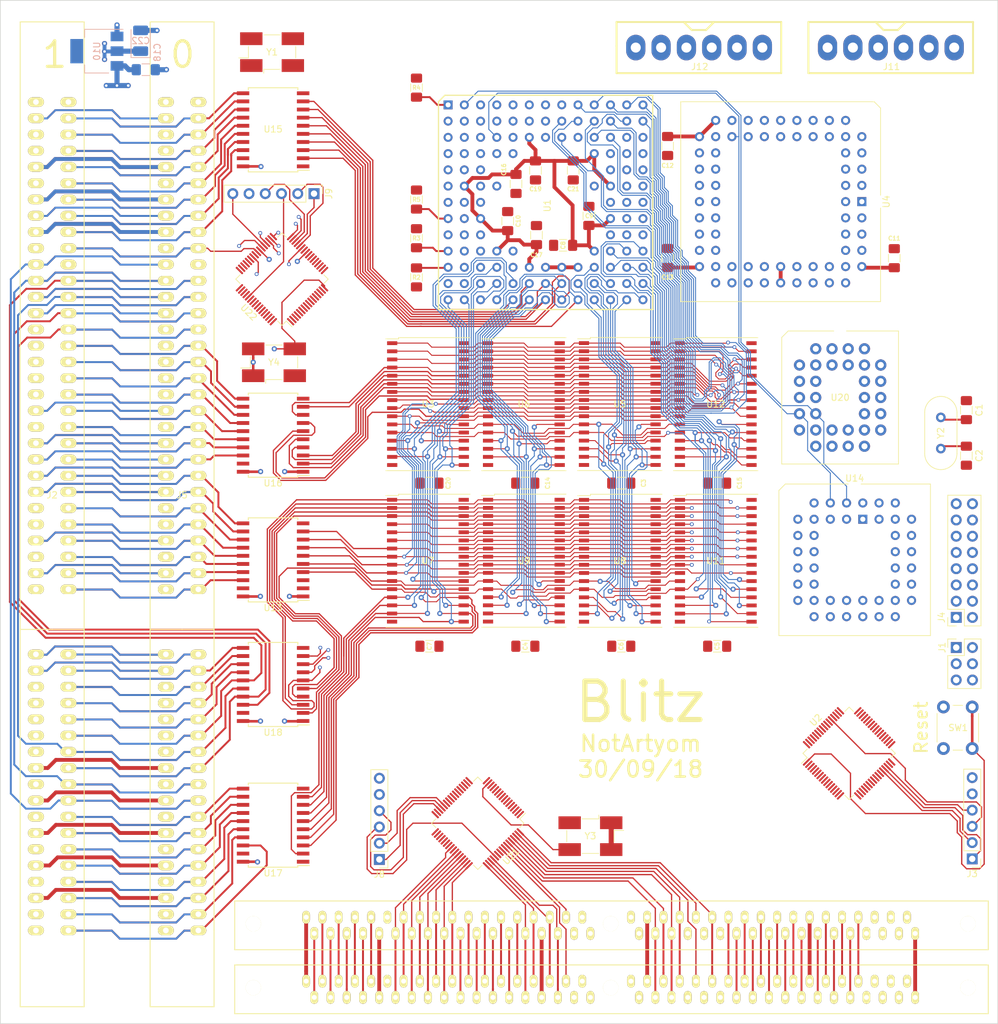
<source format=kicad_pcb>
(kicad_pcb (version 20171130) (host pcbnew 6.0.0-rc1-unknown-445a9fa~66~ubuntu18.04.1)
  (layers (0 F.Cu signal) (1 In1.Cu signal) (2 In2.Cu signal) (31 B.Cu signal) (34 B.Paste user hide) (35 F.Paste user hide) (36 B.SilkS user) (37 F.SilkS user) (38 B.Mask user hide) (39 F.Mask user hide) (44 Edge.Cuts user))
  (net 0 "")
  (net 1 "Net-(C1-Pad1)")
  (net 2 GND)
  (net 3 "Net-(C2-Pad1)")
  (net 4 +5V)
  (net 5 +3V3)
  (net 6 "Net-(J1-Pad1)")
  (net 7 "Net-(J1-Pad2)")
  (net 8 "Net-(J1-Pad5)")
  (net 9 "Net-(J1-Pad6)")
  (net 10 "Net-(J2-PadB2)")
  (net 11 "Net-(J2-PadB8)")
  (net 12 "Net-(J2-PadB11)")
  (net 13 "Net-(J2-PadB12)")
  (net 14 "Net-(J2-PadB13)")
  (net 15 "Net-(J2-PadB14)")
  (net 16 CLK)
  (net 17 ISA_IRQ6)
  (net 18 ISA_IRQ5)
  (net 19 ISA_IRQ4)
  (net 20 ISA_IRQ3)
  (net 21 "Net-(J2-PadB28)")
  (net 22 /D31)
  (net 23 /D30)
  (net 24 /D29)
  (net 25 /D28)
  (net 26 /D27)
  (net 27 /D26)
  (net 28 /D25)
  (net 29 /D24)
  (net 30 "Net-(J2-PadA10)")
  (net 31 /A19)
  (net 32 /A18)
  (net 33 /A17)
  (net 34 /A16)
  (net 35 /A15)
  (net 36 /A14)
  (net 37 /A13)
  (net 38 /A12)
  (net 39 /A11)
  (net 40 /A10)
  (net 41 /A9)
  (net 42 /A8)
  (net 43 /A7)
  (net 44 /A6)
  (net 45 /A5)
  (net 46 /A4)
  (net 47 /A3)
  (net 48 /A2)
  (net 49 "Net-(J3-Pad1)")
  (net 50 "Net-(J3-Pad2)")
  (net 51 "Net-(J3-Pad3)")
  (net 52 "Net-(J3-Pad4)")
  (net 53 "Net-(J4-Pad1)")
  (net 54 "Net-(J4-Pad2)")
  (net 55 "Net-(J4-Pad3)")
  (net 56 "Net-(J4-Pad4)")
  (net 57 "Net-(J4-Pad5)")
  (net 58 "Net-(J4-Pad6)")
  (net 59 "Net-(J4-Pad7)")
  (net 60 "Net-(J4-Pad8)")
  (net 61 "Net-(J4-Pad10)")
  (net 62 "Net-(J4-Pad11)")
  (net 63 "Net-(J4-Pad12)")
  (net 64 "Net-(J4-Pad13)")
  (net 65 "Net-(J4-Pad14)")
  (net 66 "Net-(J4-Pad15)")
  (net 67 "Net-(R2-Pad2)")
  (net 68 "Net-(R3-Pad2)")
  (net 69 "Net-(R4-Pad2)")
  (net 70 "Net-(R5-Pad2)")
  (net 71 "Net-(SW1-Pad2)")
  (net 72 ECS)
  (net 73 SIZ0)
  (net 74 RW_N)
  (net 75 DS)
  (net 76 SIZ1)
  (net 77 AS)
  (net 78 STERM)
  (net 79 DSACK1)
  (net 80 DSACK0)
  (net 81 FC2)
  (net 82 FC0)
  (net 83 FC1)
  (net 84 /A25)
  (net 85 /A20)
  (net 86 /D23)
  (net 87 /D21)
  (net 88 /D19)
  (net 89 /D18)
  (net 90 /D16)
  (net 91 /D15)
  (net 92 /D13)
  (net 93 /D11)
  (net 94 /D8)
  (net 95 /D22)
  (net 96 /D20)
  (net 97 /D17)
  (net 98 /D14)
  (net 99 /D12)
  (net 100 /D9)
  (net 101 /D6)
  (net 102 /D3)
  (net 103 /D10)
  (net 104 /D7)
  (net 105 /D4)
  (net 106 /D2)
  (net 107 /D5)
  (net 108 /D1)
  (net 109 /D0)
  (net 110 CDIS)
  (net 111 IPL0)
  (net 112 IPL2)
  (net 113 IPL1)
  (net 114 RESET)
  (net 115 MMUDIS)
  (net 116 IRQ_UART)
  (net 117 DELAY)
  (net 118 RAM0)
  (net 119 RAM1)
  (net 120 RAM2)
  (net 121 RAM3)
  (net 122 ROM)
  (net 123 UART)
  (net 124 FPU)
  (net 125 HALT)
  (net 126 _RW1)
  (net 127 RW1)
  (net 128 _RW0)
  (net 129 RW0)
  (net 130 /A27)
  (net 131 /A22)
  (net 132 /A26)
  (net 133 /A24)
  (net 134 /A23)
  (net 135 /A21)
  (net 136 /ID15)
  (net 137 /ID14)
  (net 138 /ID13)
  (net 139 /ID12)
  (net 140 /ID11)
  (net 141 /ID10)
  (net 142 /ID9)
  (net 143 /ID8)
  (net 144 /IA17)
  (net 145 /IA18)
  (net 146 /IA19)
  (net 147 /IA20)
  (net 148 /IA21)
  (net 149 /IA22)
  (net 150 /IA23)
  (net 151 "Net-(J2-PadD2)")
  (net 152 "Net-(J2-PadC1)")
  (net 153 /IA0)
  (net 154 /IA1)
  (net 155 /IA2)
  (net 156 /IA3)
  (net 157 /IA4)
  (net 158 /IA5)
  (net 159 /IA6)
  (net 160 /IA7)
  (net 161 /IA8)
  (net 162 /IA9)
  (net 163 /IA10)
  (net 164 /IA11)
  (net 165 /IA12)
  (net 166 /IA13)
  (net 167 /IA14)
  (net 168 /IA15)
  (net 169 /IA16)
  (net 170 /ID0)
  (net 171 /ID1)
  (net 172 /ID2)
  (net 173 /ID3)
  (net 174 /ID4)
  (net 175 /ID5)
  (net 176 /ID6)
  (net 177 /ID7)
  (net 178 "Net-(J2-PadB30)")
  (net 179 BCLK)
  (net 180 +12V)
  (net 181 -12V)
  (net 182 -5V)
  (net 183 "Net-(J2-PadD1)")
  (net 184 "Net-(J8-Pad4)")
  (net 185 "Net-(J8-Pad3)")
  (net 186 "Net-(J8-Pad2)")
  (net 187 "Net-(J8-Pad1)")
  (net 188 "Net-(J9-Pad1)")
  (net 189 "Net-(J9-Pad2)")
  (net 190 "Net-(J9-Pad3)")
  (net 191 "Net-(J9-Pad4)")
  (net 192 A1)
  (net 193 A0)
  (net 194 ISA_MEM)
  (net 195 ISA_IO)
  (net 196 ISA_16BIT)
  (net 197 I_DIR)
  (net 198 I_EN)
  (net 199 "Net-(U19-Pad13)")
  (net 200 "Net-(U19-Pad15)")
  (net 201 "Net-(U19-Pad17)")
  (net 202 "Net-(U19-Pad19)")
  (net 203 "Net-(U19-Pad29)")
  (net 204 "Net-(U19-Pad31)")
  (net 205 "Net-(U19-Pad33)")
  (net 206 "Net-(U19-Pad32)")
  (net 207 "Net-(U19-Pad28)")
  (net 208 "Net-(U19-Pad18)")
  (net 209 "Net-(U19-Pad16)")
  (net 210 "Net-(U19-Pad14)")
  (net 211 "Net-(U19-Pad12)")
  (net 212 "Net-(U19-Pad40)")
  (net 213 "Net-(U19-Pad42)")
  (net 214 "Net-(U19-Pad47)")
  (net 215 "Net-(U19-Pad45)")
  (net 216 "Net-(U19-Pad43)")
  (net 217 "Net-(U19-Pad41)")
  (net 218 D_CLK)
  (net 219 "Net-(U21-Pad57)")
  (net 220 "Net-(U21-Pad63)")
  (net 221 IDE)
  (module BBlitz:BUS_AT_VERT (layer F.Cu) (at 109.47 143.74)
    (fp_text reference J5 (at 0 0) (layer F.SilkS))
    (fp_text value ISAx16)
    (pad B1 thru_hole oval (at -2.54 -61.468) (size 2.5 1.5) (drill 0.89) (layers *.Cu *.Mask F.SilkS) (net 2 GND))
    (pad A1 thru_hole oval (at 2.54 -61.468) (size 2.5 1.5) (drill 0.89) (layers *.Cu *.Mask F.SilkS))
    (pad D1 thru_hole oval (at -2.54 24.892) (size 2.5 1.5) (drill 0.89) (layers *.Cu *.Mask F.SilkS) (net 183 "Net-(J2-PadD1)"))
    (pad B2 thru_hole oval (at -2.54 -58.928) (size 2.5 1.5) (drill 0.89) (layers *.Cu *.Mask F.SilkS) (net 10 "Net-(J2-PadB2)"))
    (pad B3 thru_hole oval (at -2.54 -56.388) (size 2.5 1.5) (drill 0.89) (layers *.Cu *.Mask F.SilkS) (net 4 +5V))
    (pad B4 thru_hole oval (at -2.54 -53.848) (size 2.5 1.5) (drill 0.89) (layers *.Cu *.Mask F.SilkS))
    (pad B5 thru_hole oval (at -2.54 -51.308) (size 2.5 1.5) (drill 0.89) (layers *.Cu *.Mask F.SilkS) (net 182 -5V))
    (pad B6 thru_hole oval (at -2.54 -48.768) (size 2.5 1.5) (drill 0.89) (layers *.Cu *.Mask F.SilkS))
    (pad B7 thru_hole oval (at -2.54 -46.228) (size 2.5 1.5) (drill 0.89) (layers *.Cu *.Mask F.SilkS) (net 181 -12V))
    (pad B8 thru_hole oval (at -2.54 -43.688) (size 2.5 1.5) (drill 0.89) (layers *.Cu *.Mask F.SilkS) (net 11 "Net-(J2-PadB8)"))
    (pad B9 thru_hole oval (at -2.54 -41.148) (size 2.5 1.5) (drill 0.89) (layers *.Cu *.Mask F.SilkS) (net 180 +12V))
    (pad B10 thru_hole oval (at -2.54 -38.608) (size 2.5 1.5) (drill 0.89) (layers *.Cu *.Mask F.SilkS) (net 2 GND))
    (pad B11 thru_hole oval (at -2.54 -36.068) (size 2.5 1.5) (drill 0.89) (layers *.Cu *.Mask F.SilkS) (net 12 "Net-(J2-PadB11)"))
    (pad B12 thru_hole oval (at -2.54 -33.528) (size 2.5 1.5) (drill 0.89) (layers *.Cu *.Mask F.SilkS) (net 13 "Net-(J2-PadB12)"))
    (pad B13 thru_hole oval (at -2.54 -30.988) (size 2.5 1.5) (drill 0.89) (layers *.Cu *.Mask F.SilkS) (net 14 "Net-(J2-PadB13)"))
    (pad B14 thru_hole oval (at -2.54 -28.448) (size 2.5 1.5) (drill 0.89) (layers *.Cu *.Mask F.SilkS) (net 15 "Net-(J2-PadB14)"))
    (pad B15 thru_hole oval (at -2.54 -25.908) (size 2.5 1.5) (drill 0.89) (layers *.Cu *.Mask F.SilkS) (net 4 +5V))
    (pad B16 thru_hole oval (at -2.54 -23.368) (size 2.5 1.5) (drill 0.89) (layers *.Cu *.Mask F.SilkS))
    (pad B17 thru_hole oval (at -2.54 -20.828) (size 2.5 1.5) (drill 0.89) (layers *.Cu *.Mask F.SilkS) (net 4 +5V))
    (pad B18 thru_hole oval (at -2.54 -18.288) (size 2.5 1.5) (drill 0.89) (layers *.Cu *.Mask F.SilkS))
    (pad B19 thru_hole oval (at -2.54 -15.748) (size 2.5 1.5) (drill 0.89) (layers *.Cu *.Mask F.SilkS) (net 4 +5V))
    (pad B20 thru_hole oval (at -2.54 -13.208) (size 2.5 1.5) (drill 0.89) (layers *.Cu *.Mask F.SilkS) (net 179 BCLK))
    (pad B21 thru_hole oval (at -2.54 -10.668) (size 2.5 1.5) (drill 0.89) (layers *.Cu *.Mask F.SilkS))
    (pad B22 thru_hole oval (at -2.54 -8.128) (size 2.5 1.5) (drill 0.89) (layers *.Cu *.Mask F.SilkS) (net 17 ISA_IRQ6))
    (pad B23 thru_hole oval (at -2.54 -5.588) (size 2.5 1.5) (drill 0.89) (layers *.Cu *.Mask F.SilkS) (net 18 ISA_IRQ5))
    (pad B24 thru_hole oval (at -2.54 -3.048) (size 2.5 1.5) (drill 0.89) (layers *.Cu *.Mask F.SilkS) (net 19 ISA_IRQ4))
    (pad B25 thru_hole oval (at -2.54 -0.508) (size 2.5 1.5) (drill 0.89) (layers *.Cu *.Mask F.SilkS) (net 20 ISA_IRQ3))
    (pad B26 thru_hole oval (at -2.54 2.032) (size 2.5 1.5) (drill 0.89) (layers *.Cu *.Mask F.SilkS) (net 4 +5V))
    (pad B27 thru_hole oval (at -2.54 4.572) (size 2.5 1.5) (drill 0.89) (layers *.Cu *.Mask F.SilkS))
    (pad B28 thru_hole oval (at -2.54 7.112) (size 2.5 1.5) (drill 0.89) (layers *.Cu *.Mask F.SilkS) (net 21 "Net-(J2-PadB28)"))
    (pad B29 thru_hole oval (at -2.54 9.652) (size 2.5 1.5) (drill 0.89) (layers *.Cu *.Mask F.SilkS) (net 4 +5V))
    (pad B30 thru_hole oval (at -2.54 12.192) (size 2.5 1.5) (drill 0.89) (layers *.Cu *.Mask F.SilkS) (net 178 "Net-(J2-PadB30)"))
    (pad B31 thru_hole oval (at -2.54 14.732) (size 2.5 1.5) (drill 0.89) (layers *.Cu *.Mask F.SilkS) (net 2 GND))
    (pad A2 thru_hole oval (at 2.54 -58.928) (size 2.5 1.5) (drill 0.89) (layers *.Cu *.Mask F.SilkS) (net 177 /ID7))
    (pad A3 thru_hole oval (at 2.54 -56.388) (size 2.5 1.5) (drill 0.89) (layers *.Cu *.Mask F.SilkS) (net 176 /ID6))
    (pad A4 thru_hole oval (at 2.54 -53.848) (size 2.5 1.5) (drill 0.89) (layers *.Cu *.Mask F.SilkS) (net 175 /ID5))
    (pad A5 thru_hole oval (at 2.54 -51.308) (size 2.5 1.5) (drill 0.89) (layers *.Cu *.Mask F.SilkS) (net 174 /ID4))
    (pad A6 thru_hole oval (at 2.54 -48.768) (size 2.5 1.5) (drill 0.89) (layers *.Cu *.Mask F.SilkS) (net 173 /ID3))
    (pad A7 thru_hole oval (at 2.54 -46.228) (size 2.5 1.5) (drill 0.89) (layers *.Cu *.Mask F.SilkS) (net 172 /ID2))
    (pad A8 thru_hole oval (at 2.54 -43.688) (size 2.5 1.5) (drill 0.89) (layers *.Cu *.Mask F.SilkS) (net 171 /ID1))
    (pad A9 thru_hole oval (at 2.54 -41.148) (size 2.5 1.5) (drill 0.89) (layers *.Cu *.Mask F.SilkS) (net 170 /ID0))
    (pad A10 thru_hole oval (at 2.54 -38.608) (size 2.5 1.5) (drill 0.89) (layers *.Cu *.Mask F.SilkS) (net 30 "Net-(J2-PadA10)"))
    (pad A11 thru_hole oval (at 2.54 -36.068) (size 2.5 1.5) (drill 0.89) (layers *.Cu *.Mask F.SilkS) (net 2 GND))
    (pad A12 thru_hole oval (at 2.54 -33.528) (size 2.5 1.5) (drill 0.89) (layers *.Cu *.Mask F.SilkS) (net 146 /IA19))
    (pad A13 thru_hole oval (at 2.54 -30.988) (size 2.5 1.5) (drill 0.89) (layers *.Cu *.Mask F.SilkS) (net 145 /IA18))
    (pad A14 thru_hole oval (at 2.54 -28.448) (size 2.5 1.5) (drill 0.89) (layers *.Cu *.Mask F.SilkS) (net 144 /IA17))
    (pad A15 thru_hole oval (at 2.54 -25.908) (size 2.5 1.5) (drill 0.89) (layers *.Cu *.Mask F.SilkS) (net 169 /IA16))
    (pad A16 thru_hole oval (at 2.54 -23.368) (size 2.5 1.5) (drill 0.89) (layers *.Cu *.Mask F.SilkS) (net 168 /IA15))
    (pad A17 thru_hole oval (at 2.54 -20.828) (size 2.5 1.5) (drill 0.89) (layers *.Cu *.Mask F.SilkS) (net 167 /IA14))
    (pad A18 thru_hole oval (at 2.54 -18.288) (size 2.5 1.5) (drill 0.89) (layers *.Cu *.Mask F.SilkS) (net 166 /IA13))
    (pad A19 thru_hole oval (at 2.54 -15.748) (size 2.5 1.5) (drill 0.89) (layers *.Cu *.Mask F.SilkS) (net 165 /IA12))
    (pad A20 thru_hole oval (at 2.54 -13.208) (size 2.5 1.5) (drill 0.89) (layers *.Cu *.Mask F.SilkS) (net 164 /IA11))
    (pad A21 thru_hole oval (at 2.54 -10.668) (size 2.5 1.5) (drill 0.89) (layers *.Cu *.Mask F.SilkS) (net 163 /IA10))
    (pad A22 thru_hole oval (at 2.54 -8.128) (size 2.5 1.5) (drill 0.89) (layers *.Cu *.Mask F.SilkS) (net 162 /IA9))
    (pad A23 thru_hole oval (at 2.54 -5.588) (size 2.5 1.5) (drill 0.89) (layers *.Cu *.Mask F.SilkS) (net 161 /IA8))
    (pad A24 thru_hole oval (at 2.54 -3.048) (size 2.5 1.5) (drill 0.89) (layers *.Cu *.Mask F.SilkS) (net 160 /IA7))
    (pad A25 thru_hole oval (at 2.54 -0.508) (size 2.5 1.5) (drill 0.89) (layers *.Cu *.Mask F.SilkS) (net 159 /IA6))
    (pad A26 thru_hole oval (at 2.54 2.032) (size 2.5 1.5) (drill 0.89) (layers *.Cu *.Mask F.SilkS) (net 158 /IA5))
    (pad A27 thru_hole oval (at 2.54 4.572) (size 2.5 1.5) (drill 0.89) (layers *.Cu *.Mask F.SilkS) (net 157 /IA4))
    (pad A28 thru_hole oval (at 2.54 7.112) (size 2.5 1.5) (drill 0.89) (layers *.Cu *.Mask F.SilkS) (net 156 /IA3))
    (pad A29 thru_hole oval (at 2.54 9.652) (size 2.5 1.5) (drill 0.89) (layers *.Cu *.Mask F.SilkS) (net 155 /IA2))
    (pad A30 thru_hole oval (at 2.54 12.192) (size 2.5 1.5) (drill 0.89) (layers *.Cu *.Mask F.SilkS) (net 154 /IA1))
    (pad A31 thru_hole oval (at 2.54 14.732) (size 2.5 1.5) (drill 0.89) (layers *.Cu *.Mask F.SilkS) (net 153 /IA0))
    (pad C1 thru_hole oval (at 2.54 24.892) (size 2.5 1.5) (drill 0.89) (layers *.Cu *.Mask F.SilkS) (net 152 "Net-(J2-PadC1)"))
    (pad D2 thru_hole oval (at -2.54 27.432) (size 2.5 1.5) (drill 0.89) (layers *.Cu *.Mask F.SilkS) (net 151 "Net-(J2-PadD2)"))
    (pad D3 thru_hole oval (at -2.54 29.972) (size 2.5 1.5) (drill 0.89) (layers *.Cu *.Mask F.SilkS))
    (pad D4 thru_hole oval (at -2.54 32.512) (size 2.5 1.5) (drill 0.89) (layers *.Cu *.Mask F.SilkS))
    (pad D5 thru_hole oval (at -2.54 35.052) (size 2.5 1.5) (drill 0.89) (layers *.Cu *.Mask F.SilkS))
    (pad D6 thru_hole oval (at -2.54 37.592) (size 2.5 1.5) (drill 0.89) (layers *.Cu *.Mask F.SilkS))
    (pad D7 thru_hole oval (at -2.54 40.132) (size 2.5 1.5) (drill 0.89) (layers *.Cu *.Mask F.SilkS))
    (pad D8 thru_hole oval (at -2.54 42.672) (size 2.5 1.5) (drill 0.89) (layers *.Cu *.Mask F.SilkS) (net 4 +5V))
    (pad D9 thru_hole oval (at -2.54 45.212) (size 2.5 1.5) (drill 0.89) (layers *.Cu *.Mask F.SilkS))
    (pad D10 thru_hole oval (at -2.54 47.752) (size 2.5 1.5) (drill 0.89) (layers *.Cu *.Mask F.SilkS) (net 4 +5V))
    (pad D11 thru_hole oval (at -2.54 50.292) (size 2.5 1.5) (drill 0.89) (layers *.Cu *.Mask F.SilkS))
    (pad D12 thru_hole oval (at -2.54 52.832) (size 2.5 1.5) (drill 0.89) (layers *.Cu *.Mask F.SilkS) (net 4 +5V))
    (pad D13 thru_hole oval (at -2.54 55.372) (size 2.5 1.5) (drill 0.89) (layers *.Cu *.Mask F.SilkS))
    (pad D14 thru_hole oval (at -2.54 57.912) (size 2.5 1.5) (drill 0.89) (layers *.Cu *.Mask F.SilkS) (net 4 +5V))
    (pad D15 thru_hole oval (at -2.54 60.452) (size 2.5 1.5) (drill 0.89) (layers *.Cu *.Mask F.SilkS))
    (pad D16 thru_hole oval (at -2.54 62.992) (size 2.5 1.5) (drill 0.89) (layers *.Cu *.Mask F.SilkS) (net 4 +5V))
    (pad D17 thru_hole oval (at -2.54 65.532) (size 2.5 1.5) (drill 0.89) (layers *.Cu *.Mask F.SilkS))
    (pad D18 thru_hole oval (at -2.54 68.072) (size 2.5 1.5) (drill 0.89) (layers *.Cu *.Mask F.SilkS) (net 2 GND))
    (pad C2 thru_hole oval (at 2.54 27.432) (size 2.5 1.5) (drill 0.89) (layers *.Cu *.Mask F.SilkS) (net 150 /IA23))
    (pad C3 thru_hole oval (at 2.54 29.972) (size 2.5 1.5) (drill 0.89) (layers *.Cu *.Mask F.SilkS) (net 149 /IA22))
    (pad C4 thru_hole oval (at 2.54 32.512) (size 2.5 1.5) (drill 0.89) (layers *.Cu *.Mask F.SilkS) (net 148 /IA21))
    (pad C5 thru_hole oval (at 2.54 35.052) (size 2.5 1.5) (drill 0.89) (layers *.Cu *.Mask F.SilkS) (net 147 /IA20))
    (pad C6 thru_hole oval (at 2.54 37.592) (size 2.5 1.5) (drill 0.89) (layers *.Cu *.Mask F.SilkS) (net 146 /IA19))
    (pad C7 thru_hole oval (at 2.54 40.132) (size 2.5 1.5) (drill 0.89) (layers *.Cu *.Mask F.SilkS) (net 145 /IA18))
    (pad C8 thru_hole oval (at 2.54 42.672) (size 2.5 1.5) (drill 0.89) (layers *.Cu *.Mask F.SilkS) (net 144 /IA17))
    (pad C9 thru_hole oval (at 2.54 45.212) (size 2.5 1.5) (drill 0.89) (layers *.Cu *.Mask F.SilkS) (net 13 "Net-(J2-PadB12)"))
    (pad C10 thru_hole oval (at 2.54 47.752) (size 2.5 1.5) (drill 0.89) (layers *.Cu *.Mask F.SilkS) (net 12 "Net-(J2-PadB11)"))
    (pad C11 thru_hole oval (at 2.54 50.292) (size 2.5 1.5) (drill 0.89) (layers *.Cu *.Mask F.SilkS) (net 143 /ID8))
    (pad C12 thru_hole oval (at 2.54 52.832) (size 2.5 1.5) (drill 0.89) (layers *.Cu *.Mask F.SilkS) (net 142 /ID9))
    (pad C13 thru_hole oval (at 2.54 55.372) (size 2.5 1.5) (drill 0.89) (layers *.Cu *.Mask F.SilkS) (net 141 /ID10))
    (pad C14 thru_hole oval (at 2.54 57.912) (size 2.5 1.5) (drill 0.89) (layers *.Cu *.Mask F.SilkS) (net 140 /ID11))
    (pad C15 thru_hole oval (at 2.54 60.452) (size 2.5 1.5) (drill 0.89) (layers *.Cu *.Mask F.SilkS) (net 139 /ID12))
    (pad C16 thru_hole oval (at 2.54 62.992) (size 2.5 1.5) (drill 0.89) (layers *.Cu *.Mask F.SilkS) (net 138 /ID13))
    (pad C17 thru_hole oval (at 2.54 65.532) (size 2.5 1.5) (drill 0.89) (layers *.Cu *.Mask F.SilkS) (net 137 /ID14))
    (pad C18 thru_hole oval (at 2.54 68.072) (size 2.5 1.5) (drill 0.89) (layers *.Cu *.Mask F.SilkS) (net 136 /ID15))
  )
  (module Package_SO:TSOP-II-32_21.0x10.2mm_P1.27mm (layer F.Cu) (at 192.92 129.51)
    (fp_text reference U12 (at 0.01 0.01) (layer F.SilkS))
    (fp_text value AS6C4008)
    (pad 32 smd rect (at 5.6 -9.525) (size 1.6 0.6) (layers F.Cu F.Paste F.Mask) (net 4 +5V))
    (pad 31 smd rect (at 5.6 -8.255) (size 1.6 0.6) (layers F.Cu F.Paste F.Mask) (net 33 /A17))
    (pad 30 smd rect (at 5.6 -6.985) (size 1.6 0.6) (layers F.Cu F.Paste F.Mask) (net 31 /A19))
    (pad 29 smd rect (at 5.6 -5.715) (size 1.6 0.6) (layers F.Cu F.Paste F.Mask) (net 129 RW0))
    (pad 28 smd rect (at 5.6 -4.445) (size 1.6 0.6) (layers F.Cu F.Paste F.Mask) (net 35 /A15))
    (pad 27 smd rect (at 5.6 -3.175) (size 1.6 0.6) (layers F.Cu F.Paste F.Mask) (net 40 /A10))
    (pad 26 smd rect (at 5.6 -1.905) (size 1.6 0.6) (layers F.Cu F.Paste F.Mask) (net 39 /A11))
    (pad 25 smd rect (at 5.6 -0.625) (size 1.6 0.6) (layers F.Cu F.Paste F.Mask) (net 37 /A13))
    (pad 24 smd rect (at 5.6 0.625) (size 1.6 0.6) (layers F.Cu F.Paste F.Mask) (net 128 _RW0))
    (pad 23 smd rect (at 5.6 1.905) (size 1.6 0.6) (layers F.Cu F.Paste F.Mask) (net 38 /A12))
    (pad 22 smd rect (at 5.6 3.175) (size 1.6 0.6) (layers F.Cu F.Paste F.Mask) (net 118 RAM0))
    (pad 21 smd rect (at 5.6 4.445) (size 1.6 0.6) (layers F.Cu F.Paste F.Mask) (net 104 /D7))
    (pad 20 smd rect (at 5.6 5.715) (size 1.6 0.6) (layers F.Cu F.Paste F.Mask) (net 101 /D6))
    (pad 19 smd rect (at 5.6 6.985) (size 1.6 0.6) (layers F.Cu F.Paste F.Mask) (net 107 /D5))
    (pad 18 smd rect (at 5.6 8.255) (size 1.6 0.6) (layers F.Cu F.Paste F.Mask) (net 105 /D4))
    (pad 17 smd rect (at 5.6 9.525) (size 1.6 0.6) (layers F.Cu F.Paste F.Mask) (net 102 /D3))
    (pad 16 smd rect (at -5.6 9.525) (size 1.6 0.6) (layers F.Cu F.Paste F.Mask) (net 2 GND))
    (pad 15 smd rect (at -5.6 8.255) (size 1.6 0.6) (layers F.Cu F.Paste F.Mask) (net 106 /D2))
    (pad 14 smd rect (at -5.6 6.985) (size 1.6 0.6) (layers F.Cu F.Paste F.Mask) (net 108 /D1))
    (pad 13 smd rect (at -5.6 5.715) (size 1.6 0.6) (layers F.Cu F.Paste F.Mask) (net 109 /D0))
    (pad 12 smd rect (at -5.6 4.445) (size 1.6 0.6) (layers F.Cu F.Paste F.Mask) (net 48 /A2))
    (pad 11 smd rect (at -5.6 3.175) (size 1.6 0.6) (layers F.Cu F.Paste F.Mask) (net 47 /A3))
    (pad 10 smd rect (at -5.6 1.905) (size 1.6 0.6) (layers F.Cu F.Paste F.Mask) (net 46 /A4))
    (pad 9 smd rect (at -5.6 0.625) (size 1.6 0.6) (layers F.Cu F.Paste F.Mask) (net 45 /A5))
    (pad 8 smd rect (at -5.6 -0.625) (size 1.6 0.6) (layers F.Cu F.Paste F.Mask) (net 44 /A6))
    (pad 7 smd rect (at -5.6 -1.905) (size 1.6 0.6) (layers F.Cu F.Paste F.Mask) (net 43 /A7))
    (pad 6 smd rect (at -5.6 -3.175) (size 1.6 0.6) (layers F.Cu F.Paste F.Mask) (net 42 /A8))
    (pad 5 smd rect (at -5.6 -4.445) (size 1.6 0.6) (layers F.Cu F.Paste F.Mask) (net 41 /A9))
    (pad 4 smd rect (at -5.6 -5.715) (size 1.6 0.6) (layers F.Cu F.Paste F.Mask) (net 36 /A14))
    (pad 3 smd rect (at -5.6 -6.985) (size 1.6 0.6) (layers F.Cu F.Paste F.Mask) (net 34 /A16))
    (pad 2 smd rect (at -5.6 -8.255) (size 1.6 0.6) (layers F.Cu F.Paste F.Mask) (net 32 /A18))
    (pad 1 smd rect (at -5.6 -9.525) (size 1.6 0.6) (layers F.Cu F.Paste F.Mask) (net 85 /A20))
  )
  (module Package_SO:TSOP-II-32_21.0x10.2mm_P1.27mm (layer F.Cu) (at 177.93 154.01)
    (fp_text reference U8 (at 0.01 0.01) (layer F.SilkS))
    (fp_text value AS6C4008)
    (pad 32 smd rect (at 5.6 -9.525) (size 1.6 0.6) (layers F.Cu F.Paste F.Mask) (net 4 +5V))
    (pad 31 smd rect (at 5.6 -8.255) (size 1.6 0.6) (layers F.Cu F.Paste F.Mask) (net 33 /A17))
    (pad 30 smd rect (at 5.6 -6.985) (size 1.6 0.6) (layers F.Cu F.Paste F.Mask) (net 31 /A19))
    (pad 29 smd rect (at 5.6 -5.715) (size 1.6 0.6) (layers F.Cu F.Paste F.Mask) (net 127 RW1))
    (pad 28 smd rect (at 5.6 -4.445) (size 1.6 0.6) (layers F.Cu F.Paste F.Mask) (net 35 /A15))
    (pad 27 smd rect (at 5.6 -3.175) (size 1.6 0.6) (layers F.Cu F.Paste F.Mask) (net 40 /A10))
    (pad 26 smd rect (at 5.6 -1.905) (size 1.6 0.6) (layers F.Cu F.Paste F.Mask) (net 39 /A11))
    (pad 25 smd rect (at 5.6 -0.625) (size 1.6 0.6) (layers F.Cu F.Paste F.Mask) (net 37 /A13))
    (pad 24 smd rect (at 5.6 0.625) (size 1.6 0.6) (layers F.Cu F.Paste F.Mask) (net 126 _RW1))
    (pad 23 smd rect (at 5.6 1.905) (size 1.6 0.6) (layers F.Cu F.Paste F.Mask) (net 38 /A12))
    (pad 22 smd rect (at 5.6 3.175) (size 1.6 0.6) (layers F.Cu F.Paste F.Mask) (net 119 RAM1))
    (pad 21 smd rect (at 5.6 4.445) (size 1.6 0.6) (layers F.Cu F.Paste F.Mask) (net 91 /D15))
    (pad 20 smd rect (at 5.6 5.715) (size 1.6 0.6) (layers F.Cu F.Paste F.Mask) (net 98 /D14))
    (pad 19 smd rect (at 5.6 6.985) (size 1.6 0.6) (layers F.Cu F.Paste F.Mask) (net 92 /D13))
    (pad 18 smd rect (at 5.6 8.255) (size 1.6 0.6) (layers F.Cu F.Paste F.Mask) (net 99 /D12))
    (pad 17 smd rect (at 5.6 9.525) (size 1.6 0.6) (layers F.Cu F.Paste F.Mask) (net 93 /D11))
    (pad 16 smd rect (at -5.6 9.525) (size 1.6 0.6) (layers F.Cu F.Paste F.Mask) (net 2 GND))
    (pad 15 smd rect (at -5.6 8.255) (size 1.6 0.6) (layers F.Cu F.Paste F.Mask) (net 103 /D10))
    (pad 14 smd rect (at -5.6 6.985) (size 1.6 0.6) (layers F.Cu F.Paste F.Mask) (net 100 /D9))
    (pad 13 smd rect (at -5.6 5.715) (size 1.6 0.6) (layers F.Cu F.Paste F.Mask) (net 94 /D8))
    (pad 12 smd rect (at -5.6 4.445) (size 1.6 0.6) (layers F.Cu F.Paste F.Mask) (net 48 /A2))
    (pad 11 smd rect (at -5.6 3.175) (size 1.6 0.6) (layers F.Cu F.Paste F.Mask) (net 47 /A3))
    (pad 10 smd rect (at -5.6 1.905) (size 1.6 0.6) (layers F.Cu F.Paste F.Mask) (net 46 /A4))
    (pad 9 smd rect (at -5.6 0.625) (size 1.6 0.6) (layers F.Cu F.Paste F.Mask) (net 45 /A5))
    (pad 8 smd rect (at -5.6 -0.625) (size 1.6 0.6) (layers F.Cu F.Paste F.Mask) (net 44 /A6))
    (pad 7 smd rect (at -5.6 -1.905) (size 1.6 0.6) (layers F.Cu F.Paste F.Mask) (net 43 /A7))
    (pad 6 smd rect (at -5.6 -3.175) (size 1.6 0.6) (layers F.Cu F.Paste F.Mask) (net 42 /A8))
    (pad 5 smd rect (at -5.6 -4.445) (size 1.6 0.6) (layers F.Cu F.Paste F.Mask) (net 41 /A9))
    (pad 4 smd rect (at -5.6 -5.715) (size 1.6 0.6) (layers F.Cu F.Paste F.Mask) (net 36 /A14))
    (pad 3 smd rect (at -5.6 -6.985) (size 1.6 0.6) (layers F.Cu F.Paste F.Mask) (net 34 /A16))
    (pad 2 smd rect (at -5.6 -8.255) (size 1.6 0.6) (layers F.Cu F.Paste F.Mask) (net 32 /A18))
    (pad 1 smd rect (at -5.6 -9.525) (size 1.6 0.6) (layers F.Cu F.Paste F.Mask) (net 85 /A20))
  )
  (module Package_SO:TSOP-II-32_21.0x10.2mm_P1.27mm (layer F.Cu) (at 177.92 129.5)
    (fp_text reference U5 (at 0.01 0.01) (layer F.SilkS))
    (fp_text value AS6C4008)
    (pad 32 smd rect (at 5.6 -9.525) (size 1.6 0.6) (layers F.Cu F.Paste F.Mask) (net 4 +5V))
    (pad 31 smd rect (at 5.6 -8.255) (size 1.6 0.6) (layers F.Cu F.Paste F.Mask) (net 33 /A17))
    (pad 30 smd rect (at 5.6 -6.985) (size 1.6 0.6) (layers F.Cu F.Paste F.Mask) (net 31 /A19))
    (pad 29 smd rect (at 5.6 -5.715) (size 1.6 0.6) (layers F.Cu F.Paste F.Mask) (net 129 RW0))
    (pad 28 smd rect (at 5.6 -4.445) (size 1.6 0.6) (layers F.Cu F.Paste F.Mask) (net 35 /A15))
    (pad 27 smd rect (at 5.6 -3.175) (size 1.6 0.6) (layers F.Cu F.Paste F.Mask) (net 40 /A10))
    (pad 26 smd rect (at 5.6 -1.905) (size 1.6 0.6) (layers F.Cu F.Paste F.Mask) (net 39 /A11))
    (pad 25 smd rect (at 5.6 -0.625) (size 1.6 0.6) (layers F.Cu F.Paste F.Mask) (net 37 /A13))
    (pad 24 smd rect (at 5.6 0.625) (size 1.6 0.6) (layers F.Cu F.Paste F.Mask) (net 128 _RW0))
    (pad 23 smd rect (at 5.6 1.905) (size 1.6 0.6) (layers F.Cu F.Paste F.Mask) (net 38 /A12))
    (pad 22 smd rect (at 5.6 3.175) (size 1.6 0.6) (layers F.Cu F.Paste F.Mask) (net 119 RAM1))
    (pad 21 smd rect (at 5.6 4.445) (size 1.6 0.6) (layers F.Cu F.Paste F.Mask) (net 91 /D15))
    (pad 20 smd rect (at 5.6 5.715) (size 1.6 0.6) (layers F.Cu F.Paste F.Mask) (net 98 /D14))
    (pad 19 smd rect (at 5.6 6.985) (size 1.6 0.6) (layers F.Cu F.Paste F.Mask) (net 92 /D13))
    (pad 18 smd rect (at 5.6 8.255) (size 1.6 0.6) (layers F.Cu F.Paste F.Mask) (net 99 /D12))
    (pad 17 smd rect (at 5.6 9.525) (size 1.6 0.6) (layers F.Cu F.Paste F.Mask) (net 93 /D11))
    (pad 16 smd rect (at -5.6 9.525) (size 1.6 0.6) (layers F.Cu F.Paste F.Mask) (net 2 GND))
    (pad 15 smd rect (at -5.6 8.255) (size 1.6 0.6) (layers F.Cu F.Paste F.Mask) (net 103 /D10))
    (pad 14 smd rect (at -5.6 6.985) (size 1.6 0.6) (layers F.Cu F.Paste F.Mask) (net 100 /D9))
    (pad 13 smd rect (at -5.6 5.715) (size 1.6 0.6) (layers F.Cu F.Paste F.Mask) (net 94 /D8))
    (pad 12 smd rect (at -5.6 4.445) (size 1.6 0.6) (layers F.Cu F.Paste F.Mask) (net 48 /A2))
    (pad 11 smd rect (at -5.6 3.175) (size 1.6 0.6) (layers F.Cu F.Paste F.Mask) (net 47 /A3))
    (pad 10 smd rect (at -5.6 1.905) (size 1.6 0.6) (layers F.Cu F.Paste F.Mask) (net 46 /A4))
    (pad 9 smd rect (at -5.6 0.625) (size 1.6 0.6) (layers F.Cu F.Paste F.Mask) (net 45 /A5))
    (pad 8 smd rect (at -5.6 -0.625) (size 1.6 0.6) (layers F.Cu F.Paste F.Mask) (net 44 /A6))
    (pad 7 smd rect (at -5.6 -1.905) (size 1.6 0.6) (layers F.Cu F.Paste F.Mask) (net 43 /A7))
    (pad 6 smd rect (at -5.6 -3.175) (size 1.6 0.6) (layers F.Cu F.Paste F.Mask) (net 42 /A8))
    (pad 5 smd rect (at -5.6 -4.445) (size 1.6 0.6) (layers F.Cu F.Paste F.Mask) (net 41 /A9))
    (pad 4 smd rect (at -5.6 -5.715) (size 1.6 0.6) (layers F.Cu F.Paste F.Mask) (net 36 /A14))
    (pad 3 smd rect (at -5.6 -6.985) (size 1.6 0.6) (layers F.Cu F.Paste F.Mask) (net 34 /A16))
    (pad 2 smd rect (at -5.6 -8.255) (size 1.6 0.6) (layers F.Cu F.Paste F.Mask) (net 32 /A18))
    (pad 1 smd rect (at -5.6 -9.525) (size 1.6 0.6) (layers F.Cu F.Paste F.Mask) (net 85 /A20))
  )
  (module Package_SO:TSOP-II-32_21.0x10.2mm_P1.27mm (layer F.Cu) (at 162.92 129.51)
    (fp_text reference U6 (at 0.01 0.01) (layer F.SilkS))
    (fp_text value AS6C4008)
    (pad 1 smd rect (at -5.6 -9.525) (size 1.6 0.6) (layers F.Cu F.Paste F.Mask) (net 85 /A20))
    (pad 2 smd rect (at -5.6 -8.255) (size 1.6 0.6) (layers F.Cu F.Paste F.Mask) (net 32 /A18))
    (pad 3 smd rect (at -5.6 -6.985) (size 1.6 0.6) (layers F.Cu F.Paste F.Mask) (net 34 /A16))
    (pad 4 smd rect (at -5.6 -5.715) (size 1.6 0.6) (layers F.Cu F.Paste F.Mask) (net 36 /A14))
    (pad 5 smd rect (at -5.6 -4.445) (size 1.6 0.6) (layers F.Cu F.Paste F.Mask) (net 41 /A9))
    (pad 6 smd rect (at -5.6 -3.175) (size 1.6 0.6) (layers F.Cu F.Paste F.Mask) (net 42 /A8))
    (pad 7 smd rect (at -5.6 -1.905) (size 1.6 0.6) (layers F.Cu F.Paste F.Mask) (net 43 /A7))
    (pad 8 smd rect (at -5.6 -0.625) (size 1.6 0.6) (layers F.Cu F.Paste F.Mask) (net 44 /A6))
    (pad 9 smd rect (at -5.6 0.625) (size 1.6 0.6) (layers F.Cu F.Paste F.Mask) (net 45 /A5))
    (pad 10 smd rect (at -5.6 1.905) (size 1.6 0.6) (layers F.Cu F.Paste F.Mask) (net 46 /A4))
    (pad 11 smd rect (at -5.6 3.175) (size 1.6 0.6) (layers F.Cu F.Paste F.Mask) (net 47 /A3))
    (pad 12 smd rect (at -5.6 4.445) (size 1.6 0.6) (layers F.Cu F.Paste F.Mask) (net 48 /A2))
    (pad 13 smd rect (at -5.6 5.715) (size 1.6 0.6) (layers F.Cu F.Paste F.Mask) (net 90 /D16))
    (pad 14 smd rect (at -5.6 6.985) (size 1.6 0.6) (layers F.Cu F.Paste F.Mask) (net 97 /D17))
    (pad 15 smd rect (at -5.6 8.255) (size 1.6 0.6) (layers F.Cu F.Paste F.Mask) (net 89 /D18))
    (pad 16 smd rect (at -5.6 9.525) (size 1.6 0.6) (layers F.Cu F.Paste F.Mask) (net 2 GND))
    (pad 17 smd rect (at 5.6 9.525) (size 1.6 0.6) (layers F.Cu F.Paste F.Mask) (net 88 /D19))
    (pad 18 smd rect (at 5.6 8.255) (size 1.6 0.6) (layers F.Cu F.Paste F.Mask) (net 96 /D20))
    (pad 19 smd rect (at 5.6 6.985) (size 1.6 0.6) (layers F.Cu F.Paste F.Mask) (net 87 /D21))
    (pad 20 smd rect (at 5.6 5.715) (size 1.6 0.6) (layers F.Cu F.Paste F.Mask) (net 95 /D22))
    (pad 21 smd rect (at 5.6 4.445) (size 1.6 0.6) (layers F.Cu F.Paste F.Mask) (net 86 /D23))
    (pad 22 smd rect (at 5.6 3.175) (size 1.6 0.6) (layers F.Cu F.Paste F.Mask) (net 120 RAM2))
    (pad 23 smd rect (at 5.6 1.905) (size 1.6 0.6) (layers F.Cu F.Paste F.Mask) (net 38 /A12))
    (pad 24 smd rect (at 5.6 0.625) (size 1.6 0.6) (layers F.Cu F.Paste F.Mask) (net 128 _RW0))
    (pad 25 smd rect (at 5.6 -0.625) (size 1.6 0.6) (layers F.Cu F.Paste F.Mask) (net 37 /A13))
    (pad 26 smd rect (at 5.6 -1.905) (size 1.6 0.6) (layers F.Cu F.Paste F.Mask) (net 39 /A11))
    (pad 27 smd rect (at 5.6 -3.175) (size 1.6 0.6) (layers F.Cu F.Paste F.Mask) (net 40 /A10))
    (pad 28 smd rect (at 5.6 -4.445) (size 1.6 0.6) (layers F.Cu F.Paste F.Mask) (net 35 /A15))
    (pad 29 smd rect (at 5.6 -5.715) (size 1.6 0.6) (layers F.Cu F.Paste F.Mask) (net 129 RW0))
    (pad 30 smd rect (at 5.6 -6.985) (size 1.6 0.6) (layers F.Cu F.Paste F.Mask) (net 31 /A19))
    (pad 31 smd rect (at 5.6 -8.255) (size 1.6 0.6) (layers F.Cu F.Paste F.Mask) (net 33 /A17))
    (pad 32 smd rect (at 5.6 -9.525) (size 1.6 0.6) (layers F.Cu F.Paste F.Mask) (net 4 +5V))
  )
  (module Blitz:PLCC-32_TH (layer F.Cu) (at 213.65 123.4)
    (fp_text reference U20 (at -1.27 5.08) (layer F.SilkS))
    (fp_text value SST39SF040)
    (pad 1 thru_hole circle (at 0 0) (size 1.75 1.75) (drill 0.95) (layers *.Cu *.Mask) (net 32 /A18))
    (pad 3 thru_hole circle (at -2.54 0) (size 1.75 1.75) (drill 0.95) (layers *.Cu *.Mask) (net 35 /A15))
    (pad 31 thru_hole circle (at 2.54 0) (size 1.75 1.75) (drill 0.95) (layers *.Cu *.Mask))
    (pad 29 thru_hole circle (at 5.08 0) (size 1.75 1.75) (drill 0.95) (layers *.Cu *.Mask) (net 36 /A14))
    (pad 2 thru_hole circle (at -2.54 -2.54) (size 1.75 1.75) (drill 0.95) (layers *.Cu *.Mask) (net 34 /A16))
    (pad 4 thru_hole circle (at -5.08 -2.54) (size 1.75 1.75) (drill 0.95) (layers *.Cu *.Mask) (net 38 /A12))
    (pad 32 thru_hole circle (at 0 -2.54) (size 1.75 1.75) (drill 0.95) (layers *.Cu *.Mask) (net 4 +5V))
    (pad 30 thru_hole circle (at 2.54 -2.54) (size 1.75 1.75) (drill 0.95) (layers *.Cu *.Mask) (net 33 /A17))
    (pad 6 thru_hole circle (at -5.08 0) (size 1.75 1.75) (drill 0.95) (layers *.Cu *.Mask) (net 44 /A6))
    (pad 8 thru_hole circle (at -5.08 2.54) (size 1.75 1.75) (drill 0.95) (layers *.Cu *.Mask) (net 46 /A4))
    (pad 10 thru_hole circle (at -5.08 5.08) (size 1.75 1.75) (drill 0.95) (layers *.Cu *.Mask) (net 48 /A2))
    (pad 12 thru_hole circle (at -5.08 7.62) (size 1.75 1.75) (drill 0.95) (layers *.Cu *.Mask) (net 193 A0))
    (pad 5 thru_hole circle (at -7.62 0) (size 1.75 1.75) (drill 0.95) (layers *.Cu *.Mask) (net 43 /A7))
    (pad 7 thru_hole circle (at -7.62 2.54) (size 1.75 1.75) (drill 0.95) (layers *.Cu *.Mask) (net 45 /A5))
    (pad 9 thru_hole circle (at -7.62 5.08) (size 1.75 1.75) (drill 0.95) (layers *.Cu *.Mask) (net 47 /A3))
    (pad 11 thru_hole circle (at -7.62 7.62) (size 1.75 1.75) (drill 0.95) (layers *.Cu *.Mask) (net 192 A1))
    (pad 13 thru_hole circle (at -7.62 10.16) (size 1.75 1.75) (drill 0.95) (layers *.Cu *.Mask) (net 29 /D24))
    (pad 15 thru_hole circle (at -5.08 10.16) (size 1.75 1.75) (drill 0.95) (layers *.Cu *.Mask) (net 27 /D26))
    (pad 17 thru_hole circle (at -2.54 10.16) (size 1.75 1.75) (drill 0.95) (layers *.Cu *.Mask) (net 26 /D27))
    (pad 19 thru_hole circle (at 0 10.16) (size 1.75 1.75) (drill 0.95) (layers *.Cu *.Mask) (net 24 /D29))
    (pad 22 thru_hole circle (at 2.54 10.16) (size 1.75 1.75) (drill 0.95) (layers *.Cu *.Mask) (net 122 ROM))
    (pad 14 thru_hole circle (at -5.08 12.7) (size 1.75 1.75) (drill 0.95) (layers *.Cu *.Mask) (net 28 /D25))
    (pad 16 thru_hole circle (at -2.54 12.7) (size 1.75 1.75) (drill 0.95) (layers *.Cu *.Mask) (net 2 GND))
    (pad 18 thru_hole circle (at 0 12.7) (size 1.75 1.75) (drill 0.95) (layers *.Cu *.Mask) (net 25 /D28))
    (pad 20 thru_hole circle (at 2.54 12.7) (size 1.75 1.75) (drill 0.95) (layers *.Cu *.Mask) (net 23 /D30))
    (pad 24 thru_hole circle (at 2.54 7.62) (size 1.75 1.75) (drill 0.95) (layers *.Cu *.Mask) (net 122 ROM))
    (pad 26 thru_hole circle (at 2.54 5.08) (size 1.75 1.75) (drill 0.95) (layers *.Cu *.Mask) (net 41 /A9))
    (pad 28 thru_hole circle (at 2.54 2.54) (size 1.75 1.75) (drill 0.95) (layers *.Cu *.Mask) (net 37 /A13))
    (pad 21 thru_hole circle (at 5.08 10.16) (size 1.75 1.75) (drill 0.95) (layers *.Cu *.Mask) (net 22 /D31))
    (pad 23 thru_hole circle (at 5.08 7.62) (size 1.75 1.75) (drill 0.95) (layers *.Cu *.Mask) (net 40 /A10))
    (pad 25 thru_hole circle (at 5.08 5.08) (size 1.75 1.75) (drill 0.95) (layers *.Cu *.Mask) (net 39 /A11))
    (pad 27 thru_hole circle (at 5.08 2.54) (size 1.75 1.75) (drill 0.95) (layers *.Cu *.Mask) (net 42 /A8))
    (pad 29 thru_hole circle (at 5.08 0) (size 1.75 1.75) (drill 0.95) (layers *.Cu *.Mask) (net 36 /A14))
  )
  (module BBlitz:PGA120 (layer F.Cu) (at 166.57 98.47 180)
    (fp_text reference U1 (at -0.02 -0.01 -90) (layer F.SilkS))
    (fp_text value M68030)
    (pad A1 thru_hole rect (at 15.5 15.75) (size 1.397 1.397) (drill 0.7874) (layers *.Cu *.Mask) (net 69 "Net-(R4-Pad2)"))
    (pad B1 thru_hole circle (at 15.5 13.21) (size 1.397 1.397) (drill 0.7874) (layers *.Cu *.Mask))
    (pad C1 thru_hole circle (at 15.5 10.67) (size 1.397 1.397) (drill 0.7874) (layers *.Cu *.Mask) (net 83 FC1))
    (pad D1 thru_hole circle (at 15.5 8.13) (size 1.397 1.397) (drill 0.7874) (layers *.Cu *.Mask) (net 81 FC2))
    (pad E1 thru_hole circle (at 15.5 5.59) (size 1.397 1.397) (drill 0.7874) (layers *.Cu *.Mask) (net 16 CLK))
    (pad F1 thru_hole circle (at 15.5 3.05) (size 1.397 1.397) (drill 0.7874) (layers *.Cu *.Mask) (net 80 DSACK0))
    (pad G1 thru_hole circle (at 15.5 0.51) (size 1.397 1.397) (drill 0.7874) (layers *.Cu *.Mask) (net 78 STERM))
    (pad H1 thru_hole circle (at 15.5 -2.03) (size 1.397 1.397) (drill 0.7874) (layers *.Cu *.Mask) (net 70 "Net-(R5-Pad2)"))
    (pad J1 thru_hole circle (at 15.5 -4.57) (size 1.397 1.397) (drill 0.7874) (layers *.Cu *.Mask))
    (pad K1 thru_hole circle (at 15.5 -7.11) (size 1.397 1.397) (drill 0.7874) (layers *.Cu *.Mask) (net 68 "Net-(R3-Pad2)"))
    (pad L1 thru_hole circle (at 15.5 -9.65) (size 1.397 1.397) (drill 0.7874) (layers *.Cu *.Mask) (net 67 "Net-(R2-Pad2)"))
    (pad M1 thru_hole circle (at 15.5 -12.19) (size 1.397 1.397) (drill 0.7874) (layers *.Cu *.Mask))
    (pad N1 thru_hole circle (at 15.5 -14.73) (size 1.397 1.397) (drill 0.7874) (layers *.Cu *.Mask) (net 22 /D31))
    (pad A2 thru_hole circle (at 12.96 15.75) (size 1.397 1.397) (drill 0.7874) (layers *.Cu *.Mask) (net 193 A0))
    (pad B2 thru_hole circle (at 12.96 13.21) (size 1.397 1.397) (drill 0.7874) (layers *.Cu *.Mask))
    (pad C2 thru_hole circle (at 12.96 10.67) (size 1.397 1.397) (drill 0.7874) (layers *.Cu *.Mask))
    (pad D2 thru_hole circle (at 12.96 8.13) (size 1.397 1.397) (drill 0.7874) (layers *.Cu *.Mask) (net 82 FC0))
    (pad E2 thru_hole circle (at 12.96 5.59) (size 1.397 1.397) (drill 0.7874) (layers *.Cu *.Mask) (net 2 GND))
    (pad F2 thru_hole circle (at 12.96 3.05) (size 1.397 1.397) (drill 0.7874) (layers *.Cu *.Mask) (net 4 +5V))
    (pad G2 thru_hole circle (at 12.96 0.51) (size 1.397 1.397) (drill 0.7874) (layers *.Cu *.Mask) (net 79 DSACK1))
    (pad H2 thru_hole circle (at 12.96 -2.03) (size 1.397 1.397) (drill 0.7874) (layers *.Cu *.Mask) (net 125 HALT))
    (pad J2 thru_hole circle (at 12.96 -4.57) (size 1.397 1.397) (drill 0.7874) (layers *.Cu *.Mask) (net 77 AS))
    (pad K2 thru_hole circle (at 12.96 -7.11) (size 1.397 1.397) (drill 0.7874) (layers *.Cu *.Mask) (net 75 DS))
    (pad L2 thru_hole circle (at 12.96 -9.65) (size 1.397 1.397) (drill 0.7874) (layers *.Cu *.Mask) (net 73 SIZ0))
    (pad M2 thru_hole circle (at 12.96 -12.19) (size 1.397 1.397) (drill 0.7874) (layers *.Cu *.Mask) (net 72 ECS))
    (pad N2 thru_hole circle (at 12.96 -14.73) (size 1.397 1.397) (drill 0.7874) (layers *.Cu *.Mask) (net 25 /D28))
    (pad A3 thru_hole circle (at 10.42 15.75) (size 1.397 1.397) (drill 0.7874) (layers *.Cu *.Mask))
    (pad B3 thru_hole circle (at 10.42 13.21) (size 1.397 1.397) (drill 0.7874) (layers *.Cu *.Mask))
    (pad C3 thru_hole circle (at 10.42 10.67) (size 1.397 1.397) (drill 0.7874) (layers *.Cu *.Mask))
    (pad D3 thru_hole circle (at 10.42 8.13) (size 1.397 1.397) (drill 0.7874) (layers *.Cu *.Mask))
    (pad E3 thru_hole circle (at 10.42 5.59) (size 1.397 1.397) (drill 0.7874) (layers *.Cu *.Mask) (net 2 GND))
    (pad F3 thru_hole circle (at 10.42 3.05) (size 1.397 1.397) (drill 0.7874) (layers *.Cu *.Mask) (net 2 GND))
    (pad G3 thru_hole circle (at 10.42 0.51) (size 1.397 1.397) (drill 0.7874) (layers *.Cu *.Mask) (net 2 GND))
    (pad H3 thru_hole circle (at 10.42 -2.03) (size 1.397 1.397) (drill 0.7874) (layers *.Cu *.Mask) (net 4 +5V))
    (pad J3 thru_hole circle (at 10.42 -4.57) (size 1.397 1.397) (drill 0.7874) (layers *.Cu *.Mask) (net 2 GND))
    (pad K3 thru_hole circle (at 10.42 -7.11) (size 1.397 1.397) (drill 0.7874) (layers *.Cu *.Mask) (net 76 SIZ1))
    (pad L3 thru_hole circle (at 10.42 -9.65) (size 1.397 1.397) (drill 0.7874) (layers *.Cu *.Mask) (net 74 RW_N))
    (pad M3 thru_hole circle (at 10.42 -12.19) (size 1.397 1.397) (drill 0.7874) (layers *.Cu *.Mask) (net 24 /D29))
    (pad N3 thru_hole circle (at 10.42 -14.73) (size 1.397 1.397) (drill 0.7874) (layers *.Cu *.Mask) (net 27 /D26))
    (pad A4 thru_hole circle (at 7.88 15.75) (size 1.397 1.397) (drill 0.7874) (layers *.Cu *.Mask))
    (pad B4 thru_hole circle (at 7.88 13.21) (size 1.397 1.397) (drill 0.7874) (layers *.Cu *.Mask))
    (pad C4 thru_hole circle (at 7.88 10.67) (size 1.397 1.397) (drill 0.7874) (layers *.Cu *.Mask) (net 192 A1))
    (pad D4 thru_hole circle (at 7.88 8.13) (size 1.397 1.397) (drill 0.7874) (layers *.Cu *.Mask) (net 4 +5V))
    (pad F4 thru_hole circle (at 7.88 3.05) (size 1.397 1.397) (drill 0.7874) (layers *.Cu *.Mask))
    (pad K4 thru_hole circle (at 7.88 -7.11) (size 1.397 1.397) (drill 0.7874) (layers *.Cu *.Mask) (net 4 +5V))
    (pad L4 thru_hole circle (at 7.88 -9.65) (size 1.397 1.397) (drill 0.7874) (layers *.Cu *.Mask) (net 23 /D30))
    (pad M4 thru_hole circle (at 7.88 -12.19) (size 1.397 1.397) (drill 0.7874) (layers *.Cu *.Mask) (net 26 /D27))
    (pad N4 thru_hole circle (at 7.88 -14.73) (size 1.397 1.397) (drill 0.7874) (layers *.Cu *.Mask) (net 28 /D25))
    (pad A5 thru_hole circle (at 5.34 15.75) (size 1.397 1.397) (drill 0.7874) (layers *.Cu *.Mask) (net 132 /A26))
    (pad B5 thru_hole circle (at 5.34 13.21) (size 1.397 1.397) (drill 0.7874) (layers *.Cu *.Mask) (net 130 /A27))
    (pad C5 thru_hole circle (at 5.34 10.67) (size 1.397 1.397) (drill 0.7874) (layers *.Cu *.Mask) (net 2 GND))
    (pad D5 thru_hole circle (at 5.34 8.13) (size 1.397 1.397) (drill 0.7874) (layers *.Cu *.Mask))
    (pad K5 thru_hole circle (at 5.34 -7.11) (size 1.397 1.397) (drill 0.7874) (layers *.Cu *.Mask))
    (pad L5 thru_hole circle (at 5.34 -9.65) (size 1.397 1.397) (drill 0.7874) (layers *.Cu *.Mask) (net 2 GND))
    (pad M5 thru_hole circle (at 5.34 -12.19) (size 1.397 1.397) (drill 0.7874) (layers *.Cu *.Mask) (net 29 /D24))
    (pad N5 thru_hole circle (at 5.34 -14.73) (size 1.397 1.397) (drill 0.7874) (layers *.Cu *.Mask) (net 86 /D23))
    (pad A6 thru_hole circle (at 2.8 15.75) (size 1.397 1.397) (drill 0.7874) (layers *.Cu *.Mask) (net 133 /A24))
    (pad B6 thru_hole circle (at 2.8 13.21) (size 1.397 1.397) (drill 0.7874) (layers *.Cu *.Mask) (net 84 /A25))
    (pad C6 thru_hole circle (at 2.8 10.67) (size 1.397 1.397) (drill 0.7874) (layers *.Cu *.Mask) (net 4 +5V))
    (pad L6 thru_hole circle (at 2.8 -9.65) (size 1.397 1.397) (drill 0.7874) (layers *.Cu *.Mask) (net 4 +5V))
    (pad M6 thru_hole circle (at 2.8 -12.19) (size 1.397 1.397) (drill 0.7874) (layers *.Cu *.Mask) (net 95 /D22))
    (pad N6 thru_hole circle (at 2.8 -14.73) (size 1.397 1.397) (drill 0.7874) (layers *.Cu *.Mask) (net 87 /D21))
    (pad A7 thru_hole circle (at 0.26 15.75) (size 1.397 1.397) (drill 0.7874) (layers *.Cu *.Mask) (net 134 /A23))
    (pad B7 thru_hole circle (at 0.26 13.21) (size 1.397 1.397) (drill 0.7874) (layers *.Cu *.Mask) (net 131 /A22))
    (pad C7 thru_hole circle (at 0.26 10.67) (size 1.397 1.397) (drill 0.7874) (layers *.Cu *.Mask) (net 2 GND))
    (pad L7 thru_hole circle (at 0.26 -9.65) (size 1.397 1.397) (drill 0.7874) (layers *.Cu *.Mask) (net 2 GND))
    (pad M7 thru_hole circle (at 0.26 -12.19) (size 1.397 1.397) (drill 0.7874) (layers *.Cu *.Mask) (net 96 /D20))
    (pad N7 thru_hole circle (at 0.26 -14.73) (size 1.397 1.397) (drill 0.7874) (layers *.Cu *.Mask) (net 88 /D19))
    (pad A8 thru_hole circle (at -2.28 15.75) (size 1.397 1.397) (drill 0.7874) (layers *.Cu *.Mask) (net 135 /A21))
    (pad B8 thru_hole circle (at -2.28 13.21) (size 1.397 1.397) (drill 0.7874) (layers *.Cu *.Mask) (net 85 /A20))
    (pad C8 thru_hole circle (at -2.28 10.67) (size 1.397 1.397) (drill 0.7874) (layers *.Cu *.Mask) (net 32 /A18))
    (pad L8 thru_hole circle (at -2.28 -9.65) (size 1.397 1.397) (drill 0.7874) (layers *.Cu *.Mask) (net 2 GND))
    (pad M8 thru_hole circle (at -2.28 -12.19) (size 1.397 1.397) (drill 0.7874) (layers *.Cu *.Mask) (net 97 /D17))
    (pad N8 thru_hole circle (at -2.28 -14.73) (size 1.397 1.397) (drill 0.7874) (layers *.Cu *.Mask) (net 89 /D18))
    (pad A9 thru_hole circle (at -4.82 15.75) (size 1.397 1.397) (drill 0.7874) (layers *.Cu *.Mask) (net 31 /A19))
    (pad B9 thru_hole circle (at -4.82 13.21) (size 1.397 1.397) (drill 0.7874) (layers *.Cu *.Mask) (net 34 /A16))
    (pad C9 thru_hole circle (at -4.82 10.67) (size 1.397 1.397) (drill 0.7874) (layers *.Cu *.Mask) (net 2 GND))
    (pad L9 thru_hole circle (at -4.82 -9.65) (size 1.397 1.397) (drill 0.7874) (layers *.Cu *.Mask) (net 2 GND))
    (pad M9 thru_hole circle (at -4.82 -12.19) (size 1.397 1.397) (drill 0.7874) (layers *.Cu *.Mask) (net 98 /D14))
    (pad N9 thru_hole circle (at -4.82 -14.73) (size 1.397 1.397) (drill 0.7874) (layers *.Cu *.Mask) (net 90 /D16))
    (pad A10 thru_hole circle (at -7.36 15.75) (size 1.397 1.397) (drill 0.7874) (layers *.Cu *.Mask) (net 33 /A17))
    (pad B10 thru_hole circle (at -7.36 13.21) (size 1.397 1.397) (drill 0.7874) (layers *.Cu *.Mask) (net 36 /A14))
    (pad C10 thru_hole circle (at -7.36 10.67) (size 1.397 1.397) (drill 0.7874) (layers *.Cu *.Mask) (net 39 /A11))
    (pad D10 thru_hole circle (at -7.36 8.13) (size 1.397 1.397) (drill 0.7874) (layers *.Cu *.Mask) (net 4 +5V))
    (pad F10 thru_hole circle (at -7.36 3.05) (size 1.397 1.397) (drill 0.7874) (layers *.Cu *.Mask))
    (pad K10 thru_hole circle (at -7.36 -7.11) (size 1.397 1.397) (drill 0.7874) (layers *.Cu *.Mask) (net 4 +5V))
    (pad L10 thru_hole circle (at -7.36 -9.65) (size 1.397 1.397) (drill 0.7874) (layers *.Cu *.Mask) (net 103 /D10))
    (pad M10 thru_hole circle (at -7.36 -12.19) (size 1.397 1.397) (drill 0.7874) (layers *.Cu *.Mask) (net 99 /D12))
    (pad N10 thru_hole circle (at -7.36 -14.73) (size 1.397 1.397) (drill 0.7874) (layers *.Cu *.Mask) (net 91 /D15))
    (pad A11 thru_hole circle (at -9.9 15.75) (size 1.397 1.397) (drill 0.7874) (layers *.Cu *.Mask) (net 35 /A15))
    (pad B11 thru_hole circle (at -9.9 13.21) (size 1.397 1.397) (drill 0.7874) (layers *.Cu *.Mask) (net 38 /A12))
    (pad C11 thru_hole circle (at -9.9 10.67) (size 1.397 1.397) (drill 0.7874) (layers *.Cu *.Mask) (net 41 /A9))
    (pad D11 thru_hole circle (at -9.9 8.13) (size 1.397 1.397) (drill 0.7874) (layers *.Cu *.Mask) (net 44 /A6))
    (pad E11 thru_hole circle (at -9.9 5.59) (size 1.397 1.397) (drill 0.7874) (layers *.Cu *.Mask) (net 2 GND))
    (pad F11 thru_hole circle (at -9.9 3.05) (size 1.397 1.397) (drill 0.7874) (layers *.Cu *.Mask) (net 4 +5V))
    (pad G11 thru_hole circle (at -9.9 0.51) (size 1.397 1.397) (drill 0.7874) (layers *.Cu *.Mask) (net 2 GND))
    (pad H11 thru_hole circle (at -9.9 -2.03) (size 1.397 1.397) (drill 0.7874) (layers *.Cu *.Mask) (net 4 +5V))
    (pad J11 thru_hole circle (at -9.9 -4.57) (size 1.397 1.397) (drill 0.7874) (layers *.Cu *.Mask) (net 2 GND))
    (pad K11 thru_hole circle (at -9.9 -7.11) (size 1.397 1.397) (drill 0.7874) (layers *.Cu *.Mask) (net 107 /D5))
    (pad L11 thru_hole circle (at -9.9 -9.65) (size 1.397 1.397) (drill 0.7874) (layers *.Cu *.Mask) (net 104 /D7))
    (pad M11 thru_hole circle (at -9.9 -12.19) (size 1.397 1.397) (drill 0.7874) (layers *.Cu *.Mask) (net 100 /D9))
    (pad N11 thru_hole circle (at -9.9 -14.73) (size 1.397 1.397) (drill 0.7874) (layers *.Cu *.Mask) (net 92 /D13))
    (pad A12 thru_hole circle (at -12.44 15.75) (size 1.397 1.397) (drill 0.7874) (layers *.Cu *.Mask) (net 37 /A13))
    (pad B12 thru_hole circle (at -12.44 13.21) (size 1.397 1.397) (drill 0.7874) (layers *.Cu *.Mask) (net 42 /A8))
    (pad C12 thru_hole circle (at -12.44 10.67) (size 1.397 1.397) (drill 0.7874) (layers *.Cu *.Mask) (net 45 /A5))
    (pad D12 thru_hole circle (at -12.44 8.13) (size 1.397 1.397) (drill 0.7874) (layers *.Cu *.Mask) (net 47 /A3))
    (pad E12 thru_hole circle (at -12.44 5.59) (size 1.397 1.397) (drill 0.7874) (layers *.Cu *.Mask))
    (pad F12 thru_hole circle (at -12.44 3.05) (size 1.397 1.397) (drill 0.7874) (layers *.Cu *.Mask) (net 114 RESET))
    (pad G12 thru_hole circle (at -12.44 0.51) (size 1.397 1.397) (drill 0.7874) (layers *.Cu *.Mask) (net 112 IPL2))
    (pad H12 thru_hole circle (at -12.44 -2.03) (size 1.397 1.397) (drill 0.7874) (layers *.Cu *.Mask) (net 110 CDIS))
    (pad J12 thru_hole circle (at -12.44 -4.57) (size 1.397 1.397) (drill 0.7874) (layers *.Cu *.Mask))
    (pad K12 thru_hole circle (at -12.44 -7.11) (size 1.397 1.397) (drill 0.7874) (layers *.Cu *.Mask) (net 108 /D1))
    (pad L12 thru_hole circle (at -12.44 -9.65) (size 1.397 1.397) (drill 0.7874) (layers *.Cu *.Mask) (net 105 /D4))
    (pad M12 thru_hole circle (at -12.44 -12.19) (size 1.397 1.397) (drill 0.7874) (layers *.Cu *.Mask) (net 101 /D6))
    (pad N12 thru_hole circle (at -12.44 -14.73) (size 1.397 1.397) (drill 0.7874) (layers *.Cu *.Mask) (net 93 /D11))
    (pad A13 thru_hole circle (at -14.98 15.75) (size 1.397 1.397) (drill 0.7874) (layers *.Cu *.Mask) (net 40 /A10))
    (pad B13 thru_hole circle (at -14.98 13.21) (size 1.397 1.397) (drill 0.7874) (layers *.Cu *.Mask) (net 43 /A7))
    (pad C13 thru_hole circle (at -14.98 10.67) (size 1.397 1.397) (drill 0.7874) (layers *.Cu *.Mask) (net 46 /A4))
    (pad D13 thru_hole circle (at -14.98 8.13) (size 1.397 1.397) (drill 0.7874) (layers *.Cu *.Mask) (net 48 /A2))
    (pad E13 thru_hole circle (at -14.98 5.59) (size 1.397 1.397) (drill 0.7874) (layers *.Cu *.Mask))
    (pad F13 thru_hole circle (at -14.98 3.05) (size 1.397 1.397) (drill 0.7874) (layers *.Cu *.Mask) (net 115 MMUDIS))
    (pad G13 thru_hole circle (at -14.98 0.51) (size 1.397 1.397) (drill 0.7874) (layers *.Cu *.Mask) (net 113 IPL1))
    (pad H13 thru_hole circle (at -14.98 -2.03) (size 1.397 1.397) (drill 0.7874) (layers *.Cu *.Mask) (net 111 IPL0))
    (pad J13 thru_hole circle (at -14.98 -4.57) (size 1.397 1.397) (drill 0.7874) (layers *.Cu *.Mask))
    (pad K13 thru_hole circle (at -14.98 -7.11) (size 1.397 1.397) (drill 0.7874) (layers *.Cu *.Mask) (net 109 /D0))
    (pad L13 thru_hole circle (at -14.98 -9.65) (size 1.397 1.397) (drill 0.7874) (layers *.Cu *.Mask) (net 106 /D2))
    (pad M13 thru_hole circle (at -14.98 -12.19) (size 1.397 1.397) (drill 0.7874) (layers *.Cu *.Mask) (net 102 /D3))
    (pad N13 thru_hole circle (at -14.98 -14.73) (size 1.397 1.397) (drill 0.7874) (layers *.Cu *.Mask) (net 94 /D8))
  )
  (module Package_SO:TSOP-II-32_21.0x10.2mm_P1.27mm (layer F.Cu) (at 147.93 129.51)
    (fp_text reference U3 (at 0.01 0.01) (layer F.SilkS))
    (fp_text value AS6C4008)
    (pad 1 smd rect (at -5.6 -9.525) (size 1.6 0.6) (layers F.Cu F.Paste F.Mask) (net 85 /A20))
    (pad 2 smd rect (at -5.6 -8.255) (size 1.6 0.6) (layers F.Cu F.Paste F.Mask) (net 32 /A18))
    (pad 3 smd rect (at -5.6 -6.985) (size 1.6 0.6) (layers F.Cu F.Paste F.Mask) (net 34 /A16))
    (pad 4 smd rect (at -5.6 -5.715) (size 1.6 0.6) (layers F.Cu F.Paste F.Mask) (net 36 /A14))
    (pad 5 smd rect (at -5.6 -4.445) (size 1.6 0.6) (layers F.Cu F.Paste F.Mask) (net 41 /A9))
    (pad 6 smd rect (at -5.6 -3.175) (size 1.6 0.6) (layers F.Cu F.Paste F.Mask) (net 42 /A8))
    (pad 7 smd rect (at -5.6 -1.905) (size 1.6 0.6) (layers F.Cu F.Paste F.Mask) (net 43 /A7))
    (pad 8 smd rect (at -5.6 -0.625) (size 1.6 0.6) (layers F.Cu F.Paste F.Mask) (net 44 /A6))
    (pad 9 smd rect (at -5.6 0.625) (size 1.6 0.6) (layers F.Cu F.Paste F.Mask) (net 45 /A5))
    (pad 10 smd rect (at -5.6 1.905) (size 1.6 0.6) (layers F.Cu F.Paste F.Mask) (net 46 /A4))
    (pad 11 smd rect (at -5.6 3.175) (size 1.6 0.6) (layers F.Cu F.Paste F.Mask) (net 47 /A3))
    (pad 12 smd rect (at -5.6 4.445) (size 1.6 0.6) (layers F.Cu F.Paste F.Mask) (net 48 /A2))
    (pad 13 smd rect (at -5.6 5.715) (size 1.6 0.6) (layers F.Cu F.Paste F.Mask) (net 29 /D24))
    (pad 14 smd rect (at -5.6 6.985) (size 1.6 0.6) (layers F.Cu F.Paste F.Mask) (net 28 /D25))
    (pad 15 smd rect (at -5.6 8.255) (size 1.6 0.6) (layers F.Cu F.Paste F.Mask) (net 27 /D26))
    (pad 16 smd rect (at -5.6 9.525) (size 1.6 0.6) (layers F.Cu F.Paste F.Mask) (net 2 GND))
    (pad 17 smd rect (at 5.6 9.525) (size 1.6 0.6) (layers F.Cu F.Paste F.Mask) (net 26 /D27))
    (pad 18 smd rect (at 5.6 8.255) (size 1.6 0.6) (layers F.Cu F.Paste F.Mask) (net 25 /D28))
    (pad 19 smd rect (at 5.6 6.985) (size 1.6 0.6) (layers F.Cu F.Paste F.Mask) (net 24 /D29))
    (pad 20 smd rect (at 5.6 5.715) (size 1.6 0.6) (layers F.Cu F.Paste F.Mask) (net 23 /D30))
    (pad 21 smd rect (at 5.6 4.445) (size 1.6 0.6) (layers F.Cu F.Paste F.Mask) (net 22 /D31))
    (pad 22 smd rect (at 5.6 3.175) (size 1.6 0.6) (layers F.Cu F.Paste F.Mask) (net 121 RAM3))
    (pad 23 smd rect (at 5.6 1.905) (size 1.6 0.6) (layers F.Cu F.Paste F.Mask) (net 38 /A12))
    (pad 24 smd rect (at 5.6 0.625) (size 1.6 0.6) (layers F.Cu F.Paste F.Mask) (net 128 _RW0))
    (pad 25 smd rect (at 5.6 -0.625) (size 1.6 0.6) (layers F.Cu F.Paste F.Mask) (net 37 /A13))
    (pad 26 smd rect (at 5.6 -1.905) (size 1.6 0.6) (layers F.Cu F.Paste F.Mask) (net 39 /A11))
    (pad 27 smd rect (at 5.6 -3.175) (size 1.6 0.6) (layers F.Cu F.Paste F.Mask) (net 40 /A10))
    (pad 28 smd rect (at 5.6 -4.445) (size 1.6 0.6) (layers F.Cu F.Paste F.Mask) (net 35 /A15))
    (pad 29 smd rect (at 5.6 -5.715) (size 1.6 0.6) (layers F.Cu F.Paste F.Mask) (net 129 RW0))
    (pad 30 smd rect (at 5.6 -6.985) (size 1.6 0.6) (layers F.Cu F.Paste F.Mask) (net 31 /A19))
    (pad 31 smd rect (at 5.6 -8.255) (size 1.6 0.6) (layers F.Cu F.Paste F.Mask) (net 33 /A17))
    (pad 32 smd rect (at 5.6 -9.525) (size 1.6 0.6) (layers F.Cu F.Paste F.Mask) (net 4 +5V))
  )
  (module Package_SO:TSOP-II-32_21.0x10.2mm_P1.27mm (layer F.Cu) (at 147.91 154)
    (fp_text reference U7 (at 0.01 0.01) (layer F.SilkS))
    (fp_text value AS6C4008)
    (pad 32 smd rect (at 5.6 -9.525) (size 1.6 0.6) (layers F.Cu F.Paste F.Mask) (net 4 +5V))
    (pad 31 smd rect (at 5.6 -8.255) (size 1.6 0.6) (layers F.Cu F.Paste F.Mask) (net 33 /A17))
    (pad 30 smd rect (at 5.6 -6.985) (size 1.6 0.6) (layers F.Cu F.Paste F.Mask) (net 31 /A19))
    (pad 29 smd rect (at 5.6 -5.715) (size 1.6 0.6) (layers F.Cu F.Paste F.Mask) (net 127 RW1))
    (pad 28 smd rect (at 5.6 -4.445) (size 1.6 0.6) (layers F.Cu F.Paste F.Mask) (net 35 /A15))
    (pad 27 smd rect (at 5.6 -3.175) (size 1.6 0.6) (layers F.Cu F.Paste F.Mask) (net 40 /A10))
    (pad 26 smd rect (at 5.6 -1.905) (size 1.6 0.6) (layers F.Cu F.Paste F.Mask) (net 39 /A11))
    (pad 25 smd rect (at 5.6 -0.625) (size 1.6 0.6) (layers F.Cu F.Paste F.Mask) (net 37 /A13))
    (pad 24 smd rect (at 5.6 0.625) (size 1.6 0.6) (layers F.Cu F.Paste F.Mask) (net 126 _RW1))
    (pad 23 smd rect (at 5.6 1.905) (size 1.6 0.6) (layers F.Cu F.Paste F.Mask) (net 38 /A12))
    (pad 22 smd rect (at 5.6 3.175) (size 1.6 0.6) (layers F.Cu F.Paste F.Mask) (net 121 RAM3))
    (pad 21 smd rect (at 5.6 4.445) (size 1.6 0.6) (layers F.Cu F.Paste F.Mask) (net 22 /D31))
    (pad 20 smd rect (at 5.6 5.715) (size 1.6 0.6) (layers F.Cu F.Paste F.Mask) (net 23 /D30))
    (pad 19 smd rect (at 5.6 6.985) (size 1.6 0.6) (layers F.Cu F.Paste F.Mask) (net 24 /D29))
    (pad 18 smd rect (at 5.6 8.255) (size 1.6 0.6) (layers F.Cu F.Paste F.Mask) (net 25 /D28))
    (pad 17 smd rect (at 5.6 9.525) (size 1.6 0.6) (layers F.Cu F.Paste F.Mask) (net 26 /D27))
    (pad 16 smd rect (at -5.6 9.525) (size 1.6 0.6) (layers F.Cu F.Paste F.Mask) (net 2 GND))
    (pad 15 smd rect (at -5.6 8.255) (size 1.6 0.6) (layers F.Cu F.Paste F.Mask) (net 27 /D26))
    (pad 14 smd rect (at -5.6 6.985) (size 1.6 0.6) (layers F.Cu F.Paste F.Mask) (net 28 /D25))
    (pad 13 smd rect (at -5.6 5.715) (size 1.6 0.6) (layers F.Cu F.Paste F.Mask) (net 29 /D24))
    (pad 12 smd rect (at -5.6 4.445) (size 1.6 0.6) (layers F.Cu F.Paste F.Mask) (net 48 /A2))
    (pad 11 smd rect (at -5.6 3.175) (size 1.6 0.6) (layers F.Cu F.Paste F.Mask) (net 47 /A3))
    (pad 10 smd rect (at -5.6 1.905) (size 1.6 0.6) (layers F.Cu F.Paste F.Mask) (net 46 /A4))
    (pad 9 smd rect (at -5.6 0.625) (size 1.6 0.6) (layers F.Cu F.Paste F.Mask) (net 45 /A5))
    (pad 8 smd rect (at -5.6 -0.625) (size 1.6 0.6) (layers F.Cu F.Paste F.Mask) (net 44 /A6))
    (pad 7 smd rect (at -5.6 -1.905) (size 1.6 0.6) (layers F.Cu F.Paste F.Mask) (net 43 /A7))
    (pad 6 smd rect (at -5.6 -3.175) (size 1.6 0.6) (layers F.Cu F.Paste F.Mask) (net 42 /A8))
    (pad 5 smd rect (at -5.6 -4.445) (size 1.6 0.6) (layers F.Cu F.Paste F.Mask) (net 41 /A9))
    (pad 4 smd rect (at -5.6 -5.715) (size 1.6 0.6) (layers F.Cu F.Paste F.Mask) (net 36 /A14))
    (pad 3 smd rect (at -5.6 -6.985) (size 1.6 0.6) (layers F.Cu F.Paste F.Mask) (net 34 /A16))
    (pad 2 smd rect (at -5.6 -8.255) (size 1.6 0.6) (layers F.Cu F.Paste F.Mask) (net 32 /A18))
    (pad 1 smd rect (at -5.6 -9.525) (size 1.6 0.6) (layers F.Cu F.Paste F.Mask) (net 85 /A20))
  )
  (module BBlitz:BUS_AT_VERT (layer F.Cu) (at 89.15 143.74)
    (fp_text reference J2 (at 0 0) (layer F.SilkS))
    (fp_text value ISAx16)
    (pad C18 thru_hole oval (at 2.54 68.072) (size 2.5 1.5) (drill 0.89) (layers *.Cu *.Mask F.SilkS) (net 136 /ID15))
    (pad C17 thru_hole oval (at 2.54 65.532) (size 2.5 1.5) (drill 0.89) (layers *.Cu *.Mask F.SilkS) (net 137 /ID14))
    (pad C16 thru_hole oval (at 2.54 62.992) (size 2.5 1.5) (drill 0.89) (layers *.Cu *.Mask F.SilkS) (net 138 /ID13))
    (pad C15 thru_hole oval (at 2.54 60.452) (size 2.5 1.5) (drill 0.89) (layers *.Cu *.Mask F.SilkS) (net 139 /ID12))
    (pad C14 thru_hole oval (at 2.54 57.912) (size 2.5 1.5) (drill 0.89) (layers *.Cu *.Mask F.SilkS) (net 140 /ID11))
    (pad C13 thru_hole oval (at 2.54 55.372) (size 2.5 1.5) (drill 0.89) (layers *.Cu *.Mask F.SilkS) (net 141 /ID10))
    (pad C12 thru_hole oval (at 2.54 52.832) (size 2.5 1.5) (drill 0.89) (layers *.Cu *.Mask F.SilkS) (net 142 /ID9))
    (pad C11 thru_hole oval (at 2.54 50.292) (size 2.5 1.5) (drill 0.89) (layers *.Cu *.Mask F.SilkS) (net 143 /ID8))
    (pad C10 thru_hole oval (at 2.54 47.752) (size 2.5 1.5) (drill 0.89) (layers *.Cu *.Mask F.SilkS) (net 12 "Net-(J2-PadB11)"))
    (pad C9 thru_hole oval (at 2.54 45.212) (size 2.5 1.5) (drill 0.89) (layers *.Cu *.Mask F.SilkS) (net 13 "Net-(J2-PadB12)"))
    (pad C8 thru_hole oval (at 2.54 42.672) (size 2.5 1.5) (drill 0.89) (layers *.Cu *.Mask F.SilkS) (net 144 /IA17))
    (pad C7 thru_hole oval (at 2.54 40.132) (size 2.5 1.5) (drill 0.89) (layers *.Cu *.Mask F.SilkS) (net 145 /IA18))
    (pad C6 thru_hole oval (at 2.54 37.592) (size 2.5 1.5) (drill 0.89) (layers *.Cu *.Mask F.SilkS) (net 146 /IA19))
    (pad C5 thru_hole oval (at 2.54 35.052) (size 2.5 1.5) (drill 0.89) (layers *.Cu *.Mask F.SilkS) (net 147 /IA20))
    (pad C4 thru_hole oval (at 2.54 32.512) (size 2.5 1.5) (drill 0.89) (layers *.Cu *.Mask F.SilkS) (net 148 /IA21))
    (pad C3 thru_hole oval (at 2.54 29.972) (size 2.5 1.5) (drill 0.89) (layers *.Cu *.Mask F.SilkS) (net 149 /IA22))
    (pad C2 thru_hole oval (at 2.54 27.432) (size 2.5 1.5) (drill 0.89) (layers *.Cu *.Mask F.SilkS) (net 150 /IA23))
    (pad D18 thru_hole oval (at -2.54 68.072) (size 2.5 1.5) (drill 0.89) (layers *.Cu *.Mask F.SilkS) (net 2 GND))
    (pad D17 thru_hole oval (at -2.54 65.532) (size 2.5 1.5) (drill 0.89) (layers *.Cu *.Mask F.SilkS))
    (pad D16 thru_hole oval (at -2.54 62.992) (size 2.5 1.5) (drill 0.89) (layers *.Cu *.Mask F.SilkS) (net 4 +5V))
    (pad D15 thru_hole oval (at -2.54 60.452) (size 2.5 1.5) (drill 0.89) (layers *.Cu *.Mask F.SilkS))
    (pad D14 thru_hole oval (at -2.54 57.912) (size 2.5 1.5) (drill 0.89) (layers *.Cu *.Mask F.SilkS) (net 4 +5V))
    (pad D13 thru_hole oval (at -2.54 55.372) (size 2.5 1.5) (drill 0.89) (layers *.Cu *.Mask F.SilkS))
    (pad D12 thru_hole oval (at -2.54 52.832) (size 2.5 1.5) (drill 0.89) (layers *.Cu *.Mask F.SilkS) (net 4 +5V))
    (pad D11 thru_hole oval (at -2.54 50.292) (size 2.5 1.5) (drill 0.89) (layers *.Cu *.Mask F.SilkS))
    (pad D10 thru_hole oval (at -2.54 47.752) (size 2.5 1.5) (drill 0.89) (layers *.Cu *.Mask F.SilkS) (net 4 +5V))
    (pad D9 thru_hole oval (at -2.54 45.212) (size 2.5 1.5) (drill 0.89) (layers *.Cu *.Mask F.SilkS))
    (pad D8 thru_hole oval (at -2.54 42.672) (size 2.5 1.5) (drill 0.89) (layers *.Cu *.Mask F.SilkS) (net 4 +5V))
    (pad D7 thru_hole oval (at -2.54 40.132) (size 2.5 1.5) (drill 0.89) (layers *.Cu *.Mask F.SilkS))
    (pad D6 thru_hole oval (at -2.54 37.592) (size 2.5 1.5) (drill 0.89) (layers *.Cu *.Mask F.SilkS))
    (pad D5 thru_hole oval (at -2.54 35.052) (size 2.5 1.5) (drill 0.89) (layers *.Cu *.Mask F.SilkS))
    (pad D4 thru_hole oval (at -2.54 32.512) (size 2.5 1.5) (drill 0.89) (layers *.Cu *.Mask F.SilkS))
    (pad D3 thru_hole oval (at -2.54 29.972) (size 2.5 1.5) (drill 0.89) (layers *.Cu *.Mask F.SilkS))
    (pad D2 thru_hole oval (at -2.54 27.432) (size 2.5 1.5) (drill 0.89) (layers *.Cu *.Mask F.SilkS) (net 151 "Net-(J2-PadD2)"))
    (pad C1 thru_hole oval (at 2.54 24.892) (size 2.5 1.5) (drill 0.89) (layers *.Cu *.Mask F.SilkS) (net 152 "Net-(J2-PadC1)"))
    (pad A31 thru_hole oval (at 2.54 14.732) (size 2.5 1.5) (drill 0.89) (layers *.Cu *.Mask F.SilkS) (net 153 /IA0))
    (pad A30 thru_hole oval (at 2.54 12.192) (size 2.5 1.5) (drill 0.89) (layers *.Cu *.Mask F.SilkS) (net 154 /IA1))
    (pad A29 thru_hole oval (at 2.54 9.652) (size 2.5 1.5) (drill 0.89) (layers *.Cu *.Mask F.SilkS) (net 155 /IA2))
    (pad A28 thru_hole oval (at 2.54 7.112) (size 2.5 1.5) (drill 0.89) (layers *.Cu *.Mask F.SilkS) (net 156 /IA3))
    (pad A27 thru_hole oval (at 2.54 4.572) (size 2.5 1.5) (drill 0.89) (layers *.Cu *.Mask F.SilkS) (net 157 /IA4))
    (pad A26 thru_hole oval (at 2.54 2.032) (size 2.5 1.5) (drill 0.89) (layers *.Cu *.Mask F.SilkS) (net 158 /IA5))
    (pad A25 thru_hole oval (at 2.54 -0.508) (size 2.5 1.5) (drill 0.89) (layers *.Cu *.Mask F.SilkS) (net 159 /IA6))
    (pad A24 thru_hole oval (at 2.54 -3.048) (size 2.5 1.5) (drill 0.89) (layers *.Cu *.Mask F.SilkS) (net 160 /IA7))
    (pad A23 thru_hole oval (at 2.54 -5.588) (size 2.5 1.5) (drill 0.89) (layers *.Cu *.Mask F.SilkS) (net 161 /IA8))
    (pad A22 thru_hole oval (at 2.54 -8.128) (size 2.5 1.5) (drill 0.89) (layers *.Cu *.Mask F.SilkS) (net 162 /IA9))
    (pad A21 thru_hole oval (at 2.54 -10.668) (size 2.5 1.5) (drill 0.89) (layers *.Cu *.Mask F.SilkS) (net 163 /IA10))
    (pad A20 thru_hole oval (at 2.54 -13.208) (size 2.5 1.5) (drill 0.89) (layers *.Cu *.Mask F.SilkS) (net 164 /IA11))
    (pad A19 thru_hole oval (at 2.54 -15.748) (size 2.5 1.5) (drill 0.89) (layers *.Cu *.Mask F.SilkS) (net 165 /IA12))
    (pad A18 thru_hole oval (at 2.54 -18.288) (size 2.5 1.5) (drill 0.89) (layers *.Cu *.Mask F.SilkS) (net 166 /IA13))
    (pad A17 thru_hole oval (at 2.54 -20.828) (size 2.5 1.5) (drill 0.89) (layers *.Cu *.Mask F.SilkS) (net 167 /IA14))
    (pad A16 thru_hole oval (at 2.54 -23.368) (size 2.5 1.5) (drill 0.89) (layers *.Cu *.Mask F.SilkS) (net 168 /IA15))
    (pad A15 thru_hole oval (at 2.54 -25.908) (size 2.5 1.5) (drill 0.89) (layers *.Cu *.Mask F.SilkS) (net 169 /IA16))
    (pad A14 thru_hole oval (at 2.54 -28.448) (size 2.5 1.5) (drill 0.89) (layers *.Cu *.Mask F.SilkS) (net 144 /IA17))
    (pad A13 thru_hole oval (at 2.54 -30.988) (size 2.5 1.5) (drill 0.89) (layers *.Cu *.Mask F.SilkS) (net 145 /IA18))
    (pad A12 thru_hole oval (at 2.54 -33.528) (size 2.5 1.5) (drill 0.89) (layers *.Cu *.Mask F.SilkS) (net 146 /IA19))
    (pad A11 thru_hole oval (at 2.54 -36.068) (size 2.5 1.5) (drill 0.89) (layers *.Cu *.Mask F.SilkS) (net 2 GND))
    (pad A10 thru_hole oval (at 2.54 -38.608) (size 2.5 1.5) (drill 0.89) (layers *.Cu *.Mask F.SilkS) (net 30 "Net-(J2-PadA10)"))
    (pad A9 thru_hole oval (at 2.54 -41.148) (size 2.5 1.5) (drill 0.89) (layers *.Cu *.Mask F.SilkS) (net 170 /ID0))
    (pad A8 thru_hole oval (at 2.54 -43.688) (size 2.5 1.5) (drill 0.89) (layers *.Cu *.Mask F.SilkS) (net 171 /ID1))
    (pad A7 thru_hole oval (at 2.54 -46.228) (size 2.5 1.5) (drill 0.89) (layers *.Cu *.Mask F.SilkS) (net 172 /ID2))
    (pad A6 thru_hole oval (at 2.54 -48.768) (size 2.5 1.5) (drill 0.89) (layers *.Cu *.Mask F.SilkS) (net 173 /ID3))
    (pad A5 thru_hole oval (at 2.54 -51.308) (size 2.5 1.5) (drill 0.89) (layers *.Cu *.Mask F.SilkS) (net 174 /ID4))
    (pad A4 thru_hole oval (at 2.54 -53.848) (size 2.5 1.5) (drill 0.89) (layers *.Cu *.Mask F.SilkS) (net 175 /ID5))
    (pad A3 thru_hole oval (at 2.54 -56.388) (size 2.5 1.5) (drill 0.89) (layers *.Cu *.Mask F.SilkS) (net 176 /ID6))
    (pad A2 thru_hole oval (at 2.54 -58.928) (size 2.5 1.5) (drill 0.89) (layers *.Cu *.Mask F.SilkS) (net 177 /ID7))
    (pad B31 thru_hole oval (at -2.54 14.732) (size 2.5 1.5) (drill 0.89) (layers *.Cu *.Mask F.SilkS) (net 2 GND))
    (pad B30 thru_hole oval (at -2.54 12.192) (size 2.5 1.5) (drill 0.89) (layers *.Cu *.Mask F.SilkS) (net 178 "Net-(J2-PadB30)"))
    (pad B29 thru_hole oval (at -2.54 9.652) (size 2.5 1.5) (drill 0.89) (layers *.Cu *.Mask F.SilkS) (net 4 +5V))
    (pad B28 thru_hole oval (at -2.54 7.112) (size 2.5 1.5) (drill 0.89) (layers *.Cu *.Mask F.SilkS) (net 21 "Net-(J2-PadB28)"))
    (pad B27 thru_hole oval (at -2.54 4.572) (size 2.5 1.5) (drill 0.89) (layers *.Cu *.Mask F.SilkS))
    (pad B26 thru_hole oval (at -2.54 2.032) (size 2.5 1.5) (drill 0.89) (layers *.Cu *.Mask F.SilkS) (net 4 +5V))
    (pad B25 thru_hole oval (at -2.54 -0.508) (size 2.5 1.5) (drill 0.89) (layers *.Cu *.Mask F.SilkS) (net 20 ISA_IRQ3))
    (pad B24 thru_hole oval (at -2.54 -3.048) (size 2.5 1.5) (drill 0.89) (layers *.Cu *.Mask F.SilkS) (net 19 ISA_IRQ4))
    (pad B23 thru_hole oval (at -2.54 -5.588) (size 2.5 1.5) (drill 0.89) (layers *.Cu *.Mask F.SilkS) (net 18 ISA_IRQ5))
    (pad B22 thru_hole oval (at -2.54 -8.128) (size 2.5 1.5) (drill 0.89) (layers *.Cu *.Mask F.SilkS) (net 17 ISA_IRQ6))
    (pad B21 thru_hole oval (at -2.54 -10.668) (size 2.5 1.5) (drill 0.89) (layers *.Cu *.Mask F.SilkS))
    (pad B20 thru_hole oval (at -2.54 -13.208) (size 2.5 1.5) (drill 0.89) (layers *.Cu *.Mask F.SilkS) (net 179 BCLK))
    (pad B19 thru_hole oval (at -2.54 -15.748) (size 2.5 1.5) (drill 0.89) (layers *.Cu *.Mask F.SilkS) (net 4 +5V))
    (pad B18 thru_hole oval (at -2.54 -18.288) (size 2.5 1.5) (drill 0.89) (layers *.Cu *.Mask F.SilkS))
    (pad B17 thru_hole oval (at -2.54 -20.828) (size 2.5 1.5) (drill 0.89) (layers *.Cu *.Mask F.SilkS) (net 4 +5V))
    (pad B16 thru_hole oval (at -2.54 -23.368) (size 2.5 1.5) (drill 0.89) (layers *.Cu *.Mask F.SilkS))
    (pad B15 thru_hole oval (at -2.54 -25.908) (size 2.5 1.5) (drill 0.89) (layers *.Cu *.Mask F.SilkS) (net 4 +5V))
    (pad B14 thru_hole oval (at -2.54 -28.448) (size 2.5 1.5) (drill 0.89) (layers *.Cu *.Mask F.SilkS) (net 15 "Net-(J2-PadB14)"))
    (pad B13 thru_hole oval (at -2.54 -30.988) (size 2.5 1.5) (drill 0.89) (layers *.Cu *.Mask F.SilkS) (net 14 "Net-(J2-PadB13)"))
    (pad B12 thru_hole oval (at -2.54 -33.528) (size 2.5 1.5) (drill 0.89) (layers *.Cu *.Mask F.SilkS) (net 13 "Net-(J2-PadB12)"))
    (pad B11 thru_hole oval (at -2.54 -36.068) (size 2.5 1.5) (drill 0.89) (layers *.Cu *.Mask F.SilkS) (net 12 "Net-(J2-PadB11)"))
    (pad B10 thru_hole oval (at -2.54 -38.608) (size 2.5 1.5) (drill 0.89) (layers *.Cu *.Mask F.SilkS) (net 2 GND))
    (pad B9 thru_hole oval (at -2.54 -41.148) (size 2.5 1.5) (drill 0.89) (layers *.Cu *.Mask F.SilkS) (net 180 +12V))
    (pad B8 thru_hole oval (at -2.54 -43.688) (size 2.5 1.5) (drill 0.89) (layers *.Cu *.Mask F.SilkS) (net 11 "Net-(J2-PadB8)"))
    (pad B7 thru_hole oval (at -2.54 -46.228) (size 2.5 1.5) (drill 0.89) (layers *.Cu *.Mask F.SilkS) (net 181 -12V))
    (pad B6 thru_hole oval (at -2.54 -48.768) (size 2.5 1.5) (drill 0.89) (layers *.Cu *.Mask F.SilkS))
    (pad B5 thru_hole oval (at -2.54 -51.308) (size 2.5 1.5) (drill 0.89) (layers *.Cu *.Mask F.SilkS) (net 182 -5V))
    (pad B4 thru_hole oval (at -2.54 -53.848) (size 2.5 1.5) (drill 0.89) (layers *.Cu *.Mask F.SilkS))
    (pad B3 thru_hole oval (at -2.54 -56.388) (size 2.5 1.5) (drill 0.89) (layers *.Cu *.Mask F.SilkS) (net 4 +5V))
    (pad B2 thru_hole oval (at -2.54 -58.928) (size 2.5 1.5) (drill 0.89) (layers *.Cu *.Mask F.SilkS) (net 10 "Net-(J2-PadB2)"))
    (pad D1 thru_hole oval (at -2.54 24.892) (size 2.5 1.5) (drill 0.89) (layers *.Cu *.Mask F.SilkS) (net 183 "Net-(J2-PadD1)"))
    (pad A1 thru_hole oval (at 2.54 -61.468) (size 2.5 1.5) (drill 0.89) (layers *.Cu *.Mask F.SilkS))
    (pad B1 thru_hole oval (at -2.54 -61.468) (size 2.5 1.5) (drill 0.89) (layers *.Cu *.Mask F.SilkS) (net 2 GND))
  )
  (module Capacitor_SMD:C_1206_3216Metric_Pad1.42x1.75mm_HandSolder (layer F.Cu) (at 232.13 130.4525 90)
    (fp_text reference C1 (at 0 2 -90) (layer F.SilkS))
    (fp_text value 18pf)
    (pad 1 smd roundrect (at -1.4875 0 90) (size 1.425 1.75) (layers F.Cu F.Paste F.Mask) (roundrect_rratio 0.175439) (net 1 "Net-(C1-Pad1)"))
    (pad 2 smd roundrect (at 1.4875 0 90) (size 1.425 1.75) (layers F.Cu F.Paste F.Mask) (roundrect_rratio 0.175439) (net 2 GND))
  )
  (module Capacitor_SMD:C_1206_3216Metric_Pad1.42x1.75mm_HandSolder (layer F.Cu) (at 232.13 137.5775 270)
    (fp_text reference C2 (at 0 -2 270) (layer F.SilkS))
    (fp_text value 18pf)
    (pad 2 smd roundrect (at 1.4875 0 270) (size 1.425 1.75) (layers F.Cu F.Paste F.Mask) (roundrect_rratio 0.175439) (net 2 GND))
    (pad 1 smd roundrect (at -1.4875 0 270) (size 1.425 1.75) (layers F.Cu F.Paste F.Mask) (roundrect_rratio 0.175439) (net 3 "Net-(C2-Pad1)"))
  )
  (module Capacitor_SMD:C_1206_3216Metric_Pad1.42x1.75mm_HandSolder (layer F.Cu) (at 178.1525 141.87)
    (fp_text reference C3 (at 3.4875 0 90) (layer F.SilkS) (effects (font (size 0.65 0.65))))
    (fp_text value 100nf)
    (pad 2 smd roundrect (at 1.4875 0) (size 1.425 1.75) (layers F.Cu F.Paste F.Mask) (roundrect_rratio 0.175439) (net 4 +5V))
    (pad 1 smd roundrect (at -1.4875 0) (size 1.425 1.75) (layers F.Cu F.Paste F.Mask) (roundrect_rratio 0.175439) (net 2 GND))
  )
  (module Capacitor_SMD:C_1206_3216Metric_Pad1.42x1.75mm_HandSolder (layer F.Cu) (at 163.1525 167.37)
    (fp_text reference C4 (at 0 0 90) (layer F.SilkS) (effects (font (size 0.65 0.65))))
    (fp_text value 100nf)
    (pad 1 smd roundrect (at -1.4875 0) (size 1.425 1.75) (layers F.Cu F.Paste F.Mask) (roundrect_rratio 0.175439) (net 2 GND))
    (pad 2 smd roundrect (at 1.4875 0) (size 1.425 1.75) (layers F.Cu F.Paste F.Mask) (roundrect_rratio 0.175439) (net 4 +5V))
  )
  (module Capacitor_SMD:C_1206_3216Metric_Pad1.42x1.75mm_HandSolder (layer F.Cu) (at 193.1525 167.37)
    (fp_text reference C5 (at 0 0 90) (layer F.SilkS) (effects (font (size 0.65 0.65))))
    (fp_text value 100nf)
    (pad 2 smd roundrect (at 1.4875 0) (size 1.425 1.75) (layers F.Cu F.Paste F.Mask) (roundrect_rratio 0.175439) (net 4 +5V))
    (pad 1 smd roundrect (at -1.4875 0) (size 1.425 1.75) (layers F.Cu F.Paste F.Mask) (roundrect_rratio 0.175439) (net 2 GND))
  )
  (module Capacitor_SMD:C_1206_3216Metric_Pad1.42x1.75mm_HandSolder (layer F.Cu) (at 178.1525 167.37)
    (fp_text reference C6 (at -0.0125 0 90) (layer F.SilkS) (effects (font (size 0.65 0.65))))
    (fp_text value 100nf)
    (pad 1 smd roundrect (at -1.4875 0) (size 1.425 1.75) (layers F.Cu F.Paste F.Mask) (roundrect_rratio 0.175439) (net 2 GND))
    (pad 2 smd roundrect (at 1.4875 0) (size 1.425 1.75) (layers F.Cu F.Paste F.Mask) (roundrect_rratio 0.175439) (net 4 +5V))
  )
  (module Capacitor_SMD:C_1206_3216Metric_Pad1.42x1.75mm_HandSolder (layer F.Cu) (at 148.1525 167.37)
    (fp_text reference C7 (at 0 0 90) (layer F.SilkS) (effects (font (size 0.65 0.65))))
    (fp_text value 100nf)
    (pad 2 smd roundrect (at 1.4875 0) (size 1.425 1.75) (layers F.Cu F.Paste F.Mask) (roundrect_rratio 0.175439) (net 4 +5V))
    (pad 1 smd roundrect (at -1.4875 0) (size 1.425 1.75) (layers F.Cu F.Paste F.Mask) (roundrect_rratio 0.175439) (net 2 GND))
  )
  (module Capacitor_SMD:C_1206_3216Metric_Pad1.42x1.75mm_HandSolder (layer F.Cu) (at 169.0575 104.68)
    (fp_text reference C8 (at 0 0 90) (layer F.SilkS) (effects (font (size 0.65 0.65))))
    (fp_text value 100nf)
    (pad 1 smd roundrect (at -1.4875 0) (size 1.425 1.75) (layers F.Cu F.Paste F.Mask) (roundrect_rratio 0.175439) (net 2 GND))
    (pad 2 smd roundrect (at 1.4875 0) (size 1.425 1.75) (layers F.Cu F.Paste F.Mask) (roundrect_rratio 0.175439) (net 4 +5V))
  )
  (module Capacitor_SMD:C_1206_3216Metric_Pad1.42x1.75mm_HandSolder (layer F.Cu) (at 173.09 100.08 270)
    (fp_text reference C9 (at 0 -0.05) (layer F.SilkS) (effects (font (size 0.65 0.65))))
    (fp_text value 100nf)
    (pad 1 smd roundrect (at -1.4875 0 270) (size 1.425 1.75) (layers F.Cu F.Paste F.Mask) (roundrect_rratio 0.175439) (net 2 GND))
    (pad 2 smd roundrect (at 1.4875 0 270) (size 1.425 1.75) (layers F.Cu F.Paste F.Mask) (roundrect_rratio 0.175439) (net 4 +5V))
  )
  (module Capacitor_SMD:C_1206_3216Metric_Pad1.42x1.75mm_HandSolder (layer F.Cu) (at 160.39 100.8925 270)
    (fp_text reference C10 (at 0 -1.65 270) (layer F.SilkS) (effects (font (size 0.65 0.65))))
    (fp_text value 100nf)
    (pad 2 smd roundrect (at 1.4875 0 270) (size 1.425 1.75) (layers F.Cu F.Paste F.Mask) (roundrect_rratio 0.175439) (net 4 +5V))
    (pad 1 smd roundrect (at -1.4875 0 270) (size 1.425 1.75) (layers F.Cu F.Paste F.Mask) (roundrect_rratio 0.175439) (net 2 GND))
  )
  (module Capacitor_SMD:C_1206_3216Metric_Pad1.42x1.75mm_HandSolder (layer F.Cu) (at 220.85 106.6925 270)
    (fp_text reference C11 (at -3.1 0) (layer F.SilkS) (effects (font (size 0.65 0.65))))
    (fp_text value 100nf)
    (pad 2 smd roundrect (at 1.4875 0 270) (size 1.425 1.75) (layers F.Cu F.Paste F.Mask) (roundrect_rratio 0.175439) (net 4 +5V))
    (pad 1 smd roundrect (at -1.4875 0 270) (size 1.425 1.75) (layers F.Cu F.Paste F.Mask) (roundrect_rratio 0.175439) (net 2 GND))
  )
  (module Capacitor_SMD:C_1206_3216Metric_Pad1.42x1.75mm_HandSolder (layer F.Cu) (at 185.4 89.1475 90)
    (fp_text reference C12 (at -3.0625 0 180) (layer F.SilkS) (effects (font (size 0.65 0.65))))
    (fp_text value 100nf)
    (pad 1 smd roundrect (at -1.4875 0 90) (size 1.425 1.75) (layers F.Cu F.Paste F.Mask) (roundrect_rratio 0.175439) (net 2 GND))
    (pad 2 smd roundrect (at 1.4875 0 90) (size 1.425 1.75) (layers F.Cu F.Paste F.Mask) (roundrect_rratio 0.175439) (net 4 +5V))
  )
  (module Capacitor_SMD:C_1206_3216Metric_Pad1.42x1.75mm_HandSolder (layer F.Cu) (at 185.4 106.66 270)
    (fp_text reference C13 (at 3 0) (layer F.SilkS) (effects (font (size 0.65 0.65))))
    (fp_text value 100nf)
    (pad 2 smd roundrect (at 1.4875 0 270) (size 1.425 1.75) (layers F.Cu F.Paste F.Mask) (roundrect_rratio 0.175439) (net 4 +5V))
    (pad 1 smd roundrect (at -1.4875 0 270) (size 1.425 1.75) (layers F.Cu F.Paste F.Mask) (roundrect_rratio 0.175439) (net 2 GND))
  )
  (module Capacitor_SMD:C_1206_3216Metric_Pad1.42x1.75mm_HandSolder (layer F.Cu) (at 163.14 141.87)
    (fp_text reference C14 (at 3.5 0 90) (layer F.SilkS) (effects (font (size 0.65 0.65))))
    (fp_text value 100nf)
    (pad 2 smd roundrect (at 1.4875 0) (size 1.425 1.75) (layers F.Cu F.Paste F.Mask) (roundrect_rratio 0.175439) (net 4 +5V))
    (pad 1 smd roundrect (at -1.4875 0) (size 1.425 1.75) (layers F.Cu F.Paste F.Mask) (roundrect_rratio 0.175439) (net 2 GND))
  )
  (module Capacitor_SMD:C_1206_3216Metric_Pad1.42x1.75mm_HandSolder (layer F.Cu) (at 193.14 141.87)
    (fp_text reference C15 (at 3.5 0 90) (layer F.SilkS) (effects (font (size 0.65 0.65))))
    (fp_text value 100nf)
    (pad 1 smd roundrect (at -1.4875 0) (size 1.425 1.75) (layers F.Cu F.Paste F.Mask) (roundrect_rratio 0.175439) (net 2 GND))
    (pad 2 smd roundrect (at 1.4875 0) (size 1.425 1.75) (layers F.Cu F.Paste F.Mask) (roundrect_rratio 0.175439) (net 4 +5V))
  )
  (module Capacitor_SMD:C_1206_3216Metric_Pad1.42x1.75mm_HandSolder (layer F.Cu) (at 161.69 95.08 90)
    (fp_text reference C16 (at 2.25 -1.9 90) (layer F.SilkS) (effects (font (size 0.65 0.65))))
    (fp_text value 100nf)
    (pad 1 smd roundrect (at -1.4875 0 90) (size 1.425 1.75) (layers F.Cu F.Paste F.Mask) (roundrect_rratio 0.175439) (net 2 GND))
    (pad 2 smd roundrect (at 1.4875 0 90) (size 1.425 1.75) (layers F.Cu F.Paste F.Mask) (roundrect_rratio 0.175439) (net 4 +5V))
  )
  (module Capacitor_SMD:C_1206_3216Metric_Pad1.42x1.75mm_HandSolder (layer F.Cu) (at 164.89 103.08 270)
    (fp_text reference C17 (at 3.1 0) (layer F.SilkS) (effects (font (size 0.65 0.65))))
    (fp_text value 100nf)
    (pad 2 smd roundrect (at 1.4875 0 270) (size 1.425 1.75) (layers F.Cu F.Paste F.Mask) (roundrect_rratio 0.175439) (net 4 +5V))
    (pad 1 smd roundrect (at -1.4875 0 270) (size 1.425 1.75) (layers F.Cu F.Paste F.Mask) (roundrect_rratio 0.175439) (net 2 GND))
  )
  (module Capacitor_SMD:C_1206_3216Metric_Pad1.42x1.75mm_HandSolder (layer B.Cu) (at 103.79 77.22 180)
    (fp_text reference C18 (at -1.8 2.7 90) (layer B.SilkS) (effects (justify mirror)))
    (fp_text value 100nf)
    (pad 1 smd roundrect (at -1.4875 0 180) (size 1.425 1.75) (layers B.Cu B.Paste B.Mask) (roundrect_rratio 0.175439) (net 2 GND))
    (pad 2 smd roundrect (at 1.4875 0 180) (size 1.425 1.75) (layers B.Cu B.Paste B.Mask) (roundrect_rratio 0.175439) (net 4 +5V))
  )
  (module Capacitor_SMD:C_1206_3216Metric_Pad1.42x1.75mm_HandSolder (layer F.Cu) (at 164.74 92.9675 90)
    (fp_text reference C19 (at -2.9125 0 180) (layer F.SilkS) (effects (font (size 0.65 0.65))))
    (fp_text value 100nf)
    (pad 2 smd roundrect (at 1.4875 0 90) (size 1.425 1.75) (layers F.Cu F.Paste F.Mask) (roundrect_rratio 0.175439) (net 4 +5V))
    (pad 1 smd roundrect (at -1.4875 0 90) (size 1.425 1.75) (layers F.Cu F.Paste F.Mask) (roundrect_rratio 0.175439) (net 2 GND))
  )
  (module Capacitor_SMD:C_1206_3216Metric_Pad1.42x1.75mm_HandSolder (layer F.Cu) (at 148.1525 141.87)
    (fp_text reference C20 (at 2.9375 0 90) (layer F.SilkS) (effects (font (size 0.65 0.65))))
    (fp_text value 100nf)
    (pad 1 smd roundrect (at -1.4875 0) (size 1.425 1.75) (layers F.Cu F.Paste F.Mask) (roundrect_rratio 0.175439) (net 2 GND))
    (pad 2 smd roundrect (at 1.4875 0) (size 1.425 1.75) (layers F.Cu F.Paste F.Mask) (roundrect_rratio 0.175439) (net 4 +5V))
  )
  (module Capacitor_SMD:C_1206_3216Metric_Pad1.42x1.75mm_HandSolder (layer F.Cu) (at 170.64 92.9675 270)
    (fp_text reference C21 (at 2.9125 0) (layer F.SilkS) (effects (font (size 0.65 0.65))))
    (fp_text value 10uf)
    (pad 1 smd roundrect (at -1.4875 0 270) (size 1.425 1.75) (layers F.Cu F.Paste F.Mask) (roundrect_rratio 0.175439) (net 4 +5V))
    (pad 2 smd roundrect (at 1.4875 0 270) (size 1.425 1.75) (layers F.Cu F.Paste F.Mask) (roundrect_rratio 0.175439) (net 2 GND))
  )
  (module Capacitor_Tantalum_SMD:CP_EIA-3528-12_Kemet-T_Pad1.50x2.35mm_HandSolder (layer B.Cu) (at 102.99 72.695 90)
    (fp_text reference C22 (at 0 0) (layer B.SilkS) (effects (justify mirror)))
    (fp_text value 22uf)
    (pad 1 smd roundrect (at -1.625 0 90) (size 1.5 2.35) (layers B.Cu B.Paste B.Mask) (roundrect_rratio 0.166667) (net 5 +3V3))
    (pad 2 smd roundrect (at 1.625 0 90) (size 1.5 2.35) (layers B.Cu B.Paste B.Mask) (roundrect_rratio 0.166667) (net 2 GND))
  )
  (module Connector_PinHeader_2.54mm:PinHeader_2x03_P2.54mm_Vertical (layer F.Cu) (at 230.54 167.57)
    (fp_text reference J1 (at -2.2 0 90) (layer F.SilkS))
    (fp_text value TTL)
    (pad 6 thru_hole oval (at 2.54 5.08) (size 1.7 1.7) (drill 1) (layers *.Cu *.Mask) (net 9 "Net-(J1-Pad6)"))
    (pad 5 thru_hole oval (at 0 5.08) (size 1.7 1.7) (drill 1) (layers *.Cu *.Mask) (net 8 "Net-(J1-Pad5)"))
    (pad 4 thru_hole oval (at 2.54 2.54) (size 1.7 1.7) (drill 1) (layers *.Cu *.Mask) (net 2 GND))
    (pad 3 thru_hole oval (at 0 2.54) (size 1.7 1.7) (drill 1) (layers *.Cu *.Mask) (net 4 +5V))
    (pad 2 thru_hole oval (at 2.54 0) (size 1.7 1.7) (drill 1) (layers *.Cu *.Mask) (net 7 "Net-(J1-Pad2)"))
    (pad 1 thru_hole rect (at 0 0) (size 1.7 1.7) (drill 1) (layers *.Cu *.Mask) (net 6 "Net-(J1-Pad1)"))
  )
  (module Connector_PinHeader_2.54mm:PinHeader_1x06_P2.54mm_Vertical (layer F.Cu) (at 233.04 200.62 180)
    (fp_text reference J3 (at 0 -2.33 180) (layer F.SilkS))
    (fp_text value PRG0)
    (pad 1 thru_hole rect (at 0 0 180) (size 1.7 1.7) (drill 1) (layers *.Cu *.Mask) (net 49 "Net-(J3-Pad1)"))
    (pad 2 thru_hole oval (at 0 2.54 180) (size 1.7 1.7) (drill 1) (layers *.Cu *.Mask) (net 50 "Net-(J3-Pad2)"))
    (pad 3 thru_hole oval (at 0 5.08 180) (size 1.7 1.7) (drill 1) (layers *.Cu *.Mask) (net 51 "Net-(J3-Pad3)"))
    (pad 4 thru_hole oval (at 0 7.62 180) (size 1.7 1.7) (drill 1) (layers *.Cu *.Mask) (net 52 "Net-(J3-Pad4)"))
    (pad 5 thru_hole oval (at 0 10.16 180) (size 1.7 1.7) (drill 1) (layers *.Cu *.Mask) (net 2 GND))
    (pad 6 thru_hole oval (at 0 12.7 180) (size 1.7 1.7) (drill 1) (layers *.Cu *.Mask) (net 5 +3V3))
  )
  (module Connector_PinSocket_2.54mm:PinSocket_2x08_P2.54mm_Vertical (layer F.Cu) (at 230.54 162.87 180)
    (fp_text reference J4 (at 2.3 0 270) (layer F.SilkS))
    (fp_text value GPIO)
    (pad 1 thru_hole rect (at 0 0 180) (size 1.7 1.7) (drill 1) (layers *.Cu *.Mask) (net 53 "Net-(J4-Pad1)"))
    (pad 2 thru_hole oval (at -2.54 0 180) (size 1.7 1.7) (drill 1) (layers *.Cu *.Mask) (net 54 "Net-(J4-Pad2)"))
    (pad 3 thru_hole oval (at 0 2.54 180) (size 1.7 1.7) (drill 1) (layers *.Cu *.Mask) (net 55 "Net-(J4-Pad3)"))
    (pad 4 thru_hole oval (at -2.54 2.54 180) (size 1.7 1.7) (drill 1) (layers *.Cu *.Mask) (net 56 "Net-(J4-Pad4)"))
    (pad 5 thru_hole oval (at 0 5.08 180) (size 1.7 1.7) (drill 1) (layers *.Cu *.Mask) (net 57 "Net-(J4-Pad5)"))
    (pad 6 thru_hole oval (at -2.54 5.08 180) (size 1.7 1.7) (drill 1) (layers *.Cu *.Mask) (net 58 "Net-(J4-Pad6)"))
    (pad 7 thru_hole oval (at 0 7.62 180) (size 1.7 1.7) (drill 1) (layers *.Cu *.Mask) (net 59 "Net-(J4-Pad7)"))
    (pad 8 thru_hole oval (at -2.54 7.62 180) (size 1.7 1.7) (drill 1) (layers *.Cu *.Mask) (net 60 "Net-(J4-Pad8)"))
    (pad 9 thru_hole oval (at 0 10.16 180) (size 1.7 1.7) (drill 1) (layers *.Cu *.Mask) (net 2 GND))
    (pad 10 thru_hole oval (at -2.54 10.16 180) (size 1.7 1.7) (drill 1) (layers *.Cu *.Mask) (net 61 "Net-(J4-Pad10)"))
    (pad 11 thru_hole oval (at 0 12.7 180) (size 1.7 1.7) (drill 1) (layers *.Cu *.Mask) (net 62 "Net-(J4-Pad11)"))
    (pad 12 thru_hole oval (at -2.54 12.7 180) (size 1.7 1.7) (drill 1) (layers *.Cu *.Mask) (net 63 "Net-(J4-Pad12)"))
    (pad 13 thru_hole oval (at 0 15.24 180) (size 1.7 1.7) (drill 1) (layers *.Cu *.Mask) (net 64 "Net-(J4-Pad13)"))
    (pad 14 thru_hole oval (at -2.54 15.24 180) (size 1.7 1.7) (drill 1) (layers *.Cu *.Mask) (net 65 "Net-(J4-Pad14)"))
    (pad 15 thru_hole oval (at 0 17.78 180) (size 1.7 1.7) (drill 1) (layers *.Cu *.Mask) (net 66 "Net-(J4-Pad15)"))
    (pad 16 thru_hole oval (at -2.54 17.78 180) (size 1.7 1.7) (drill 1) (layers *.Cu *.Mask) (net 4 +5V))
  )
  (module Connector_PinHeader_2.54mm:PinHeader_1x06_P2.54mm_Vertical (layer F.Cu) (at 140.322933 200.710958 180)
    (fp_text reference J8 (at 0 -2.33 180) (layer F.SilkS))
    (fp_text value PRG0)
    (pad 6 thru_hole oval (at 0 12.7 180) (size 1.7 1.7) (drill 1) (layers *.Cu *.Mask) (net 5 +3V3))
    (pad 5 thru_hole oval (at 0 10.16 180) (size 1.7 1.7) (drill 1) (layers *.Cu *.Mask) (net 2 GND))
    (pad 4 thru_hole oval (at 0 7.62 180) (size 1.7 1.7) (drill 1) (layers *.Cu *.Mask) (net 184 "Net-(J8-Pad4)"))
    (pad 3 thru_hole oval (at 0 5.08 180) (size 1.7 1.7) (drill 1) (layers *.Cu *.Mask) (net 185 "Net-(J8-Pad3)"))
    (pad 2 thru_hole oval (at 0 2.54 180) (size 1.7 1.7) (drill 1) (layers *.Cu *.Mask) (net 186 "Net-(J8-Pad2)"))
    (pad 1 thru_hole rect (at 0 0 180) (size 1.7 1.7) (drill 1) (layers *.Cu *.Mask) (net 187 "Net-(J8-Pad1)"))
  )
  (module Connector_PinHeader_2.54mm:PinHeader_1x06_P2.54mm_Vertical (layer F.Cu) (at 130.1 96.6 270)
    (fp_text reference J9 (at 0 -2.33 270) (layer F.SilkS))
    (fp_text value PRG0)
    (pad 6 thru_hole oval (at 0 12.7 270) (size 1.7 1.7) (drill 1) (layers *.Cu *.Mask) (net 5 +3V3))
    (pad 5 thru_hole oval (at 0 10.16 270) (size 1.7 1.7) (drill 1) (layers *.Cu *.Mask) (net 2 GND))
    (pad 4 thru_hole oval (at 0 7.62 270) (size 1.7 1.7) (drill 1) (layers *.Cu *.Mask) (net 191 "Net-(J9-Pad4)"))
    (pad 3 thru_hole oval (at 0 5.08 270) (size 1.7 1.7) (drill 1) (layers *.Cu *.Mask) (net 190 "Net-(J9-Pad3)"))
    (pad 2 thru_hole oval (at 0 2.54 270) (size 1.7 1.7) (drill 1) (layers *.Cu *.Mask) (net 189 "Net-(J9-Pad2)"))
    (pad 1 thru_hole rect (at 0 0 270) (size 1.7 1.7) (drill 1) (layers *.Cu *.Mask) (net 188 "Net-(J9-Pad1)"))
  )
  (module Resistor_SMD:R_1206_3216Metric_Pad1.42x1.75mm_HandSolder (layer F.Cu) (at 146.13 109.6975 90)
    (fp_text reference R2 (at 0 0 180) (layer F.SilkS) (effects (font (size 0.65 0.65))))
    (fp_text value 10k)
    (pad 1 smd roundrect (at -1.4875 0 90) (size 1.425 1.75) (layers F.Cu F.Paste F.Mask) (roundrect_rratio 0.175439) (net 4 +5V))
    (pad 2 smd roundrect (at 1.4875 0 90) (size 1.425 1.75) (layers F.Cu F.Paste F.Mask) (roundrect_rratio 0.175439) (net 67 "Net-(R2-Pad2)"))
  )
  (module Resistor_SMD:R_1206_3216Metric_Pad1.42x1.75mm_HandSolder (layer F.Cu) (at 146.13 103.5725 270)
    (fp_text reference R3 (at 0 0) (layer F.SilkS) (effects (font (size 0.65 0.65))))
    (fp_text value 10k)
    (pad 2 smd roundrect (at 1.4875 0 270) (size 1.425 1.75) (layers F.Cu F.Paste F.Mask) (roundrect_rratio 0.175439) (net 68 "Net-(R3-Pad2)"))
    (pad 1 smd roundrect (at -1.4875 0 270) (size 1.425 1.75) (layers F.Cu F.Paste F.Mask) (roundrect_rratio 0.175439) (net 4 +5V))
  )
  (module Resistor_SMD:R_1206_3216Metric_Pad1.42x1.75mm_HandSolder (layer F.Cu) (at 146.13 80.0225 270)
    (fp_text reference R4 (at 0 0) (layer F.SilkS) (effects (font (size 0.65 0.65))))
    (fp_text value 10k)
    (pad 1 smd roundrect (at -1.4875 0 270) (size 1.425 1.75) (layers F.Cu F.Paste F.Mask) (roundrect_rratio 0.175439) (net 4 +5V))
    (pad 2 smd roundrect (at 1.4875 0 270) (size 1.425 1.75) (layers F.Cu F.Paste F.Mask) (roundrect_rratio 0.175439) (net 69 "Net-(R4-Pad2)"))
  )
  (module Resistor_SMD:R_1206_3216Metric_Pad1.42x1.75mm_HandSolder (layer F.Cu) (at 146.13 97.5225 270)
    (fp_text reference R5 (at 0 0) (layer F.SilkS) (effects (font (size 0.65 0.65))))
    (fp_text value 10k)
    (pad 2 smd roundrect (at 1.4875 0 270) (size 1.425 1.75) (layers F.Cu F.Paste F.Mask) (roundrect_rratio 0.175439) (net 70 "Net-(R5-Pad2)"))
    (pad 1 smd roundrect (at -1.4875 0 270) (size 1.425 1.75) (layers F.Cu F.Paste F.Mask) (roundrect_rratio 0.175439) (net 4 +5V))
  )
  (module Button_Switch_THT:SW_PUSH_6mm (layer F.Cu) (at 228.54 183.37 90)
    (fp_text reference SW1 (at 3.25 2.3 180) (layer F.SilkS))
    (fp_text value RESET)
    (pad 1 thru_hole circle (at 6.5 0 180) (size 2 2) (drill 1.1) (layers *.Cu *.Mask) (net 2 GND))
    (pad 2 thru_hole circle (at 6.5 4.5 180) (size 2 2) (drill 1.1) (layers *.Cu *.Mask) (net 71 "Net-(SW1-Pad2)"))
    (pad 1 thru_hole circle (at 0 0 180) (size 2 2) (drill 1.1) (layers *.Cu *.Mask) (net 2 GND))
    (pad 2 thru_hole circle (at 0 4.5 180) (size 2 2) (drill 1.1) (layers *.Cu *.Mask) (net 71 "Net-(SW1-Pad2)"))
  )
  (module Package_QFP:TQFP-64_10x10mm_P0.5mm (layer F.Cu) (at 213.79 184.12 45)
    (fp_text reference U2 (at 0 -7.35 45) (layer F.SilkS))
    (fp_text value XC9572XL-VQ64)
    (pad 1 smd roundrect (at -5.6625 -3.75 45) (size 1.475 0.3) (layers F.Cu F.Paste F.Mask) (net 71 "Net-(SW1-Pad2)"))
    (pad 2 smd roundrect (at -5.6625 -3.25 45) (size 1.475 0.3) (layers F.Cu F.Paste F.Mask) (net 77 AS))
    (pad 3 smd roundrect (at -5.6625 -2.75 45) (size 1.475 0.3) (layers F.Cu F.Paste F.Mask) (net 5 +3V3))
    (pad 4 smd roundrect (at -5.6625 -2.25 45) (size 1.475 0.3) (layers F.Cu F.Paste F.Mask) (net 75 DS))
    (pad 5 smd roundrect (at -5.6625 -1.75 45) (size 1.475 0.3) (layers F.Cu F.Paste F.Mask) (net 73 SIZ0))
    (pad 6 smd roundrect (at -5.6625 -1.25 45) (size 1.475 0.3) (layers F.Cu F.Paste F.Mask) (net 76 SIZ1))
    (pad 7 smd roundrect (at -5.6625 -0.75 45) (size 1.475 0.3) (layers F.Cu F.Paste F.Mask) (net 117 DELAY))
    (pad 8 smd roundrect (at -5.6625 -0.25 45) (size 1.475 0.3) (layers F.Cu F.Paste F.Mask) (net 192 A1))
    (pad 9 smd roundrect (at -5.6625 0.25 45) (size 1.475 0.3) (layers F.Cu F.Paste F.Mask) (net 193 A0))
    (pad 10 smd roundrect (at -5.6625 0.75 45) (size 1.475 0.3) (layers F.Cu F.Paste F.Mask) (net 31 /A19))
    (pad 11 smd roundrect (at -5.6625 1.25 45) (size 1.475 0.3) (layers F.Cu F.Paste F.Mask) (net 85 /A20))
    (pad 12 smd roundrect (at -5.6625 1.75 45) (size 1.475 0.3) (layers F.Cu F.Paste F.Mask) (net 135 /A21))
    (pad 13 smd roundrect (at -5.6625 2.25 45) (size 1.475 0.3) (layers F.Cu F.Paste F.Mask) (net 130 /A27))
    (pad 14 smd roundrect (at -5.6625 2.75 45) (size 1.475 0.3) (layers F.Cu F.Paste F.Mask) (net 2 GND))
    (pad 15 smd roundrect (at -5.6625 3.25 45) (size 1.475 0.3) (layers F.Cu F.Paste F.Mask) (net 16 CLK))
    (pad 16 smd roundrect (at -5.6625 3.75 45) (size 1.475 0.3) (layers F.Cu F.Paste F.Mask) (net 125 HALT))
    (pad 17 smd roundrect (at -3.75 5.6625 45) (size 0.3 1.475) (layers F.Cu F.Paste F.Mask) (net 114 RESET))
    (pad 18 smd roundrect (at -3.25 5.6625 45) (size 0.3 1.475) (layers F.Cu F.Paste F.Mask) (net 72 ECS))
    (pad 19 smd roundrect (at -2.75 5.6625 45) (size 0.3 1.475) (layers F.Cu F.Paste F.Mask) (net 114 RESET))
    (pad 20 smd roundrect (at -2.25 5.6625 45) (size 0.3 1.475) (layers F.Cu F.Paste F.Mask) (net 115 MMUDIS))
    (pad 21 smd roundrect (at -1.75 5.6625 45) (size 0.3 1.475) (layers F.Cu F.Paste F.Mask) (net 2 GND))
    (pad 22 smd roundrect (at -1.25 5.6625 45) (size 0.3 1.475) (layers F.Cu F.Paste F.Mask) (net 20 ISA_IRQ3))
    (pad 23 smd roundrect (at -0.75 5.6625 45) (size 0.3 1.475) (layers F.Cu F.Paste F.Mask) (net 110 CDIS))
    (pad 24 smd roundrect (at -0.25 5.6625 45) (size 0.3 1.475) (layers F.Cu F.Paste F.Mask) (net 19 ISA_IRQ4))
    (pad 25 smd roundrect (at 0.25 5.6625 45) (size 0.3 1.475) (layers F.Cu F.Paste F.Mask) (net 18 ISA_IRQ5))
    (pad 26 smd roundrect (at 0.75 5.6625 45) (size 0.3 1.475) (layers F.Cu F.Paste F.Mask) (net 5 +3V3))
    (pad 27 smd roundrect (at 1.25 5.6625 45) (size 0.3 1.475) (layers F.Cu F.Paste F.Mask) (net 17 ISA_IRQ6))
    (pad 28 smd roundrect (at 1.75 5.6625 45) (size 0.3 1.475) (layers F.Cu F.Paste F.Mask) (net 50 "Net-(J3-Pad2)"))
    (pad 29 smd roundrect (at 2.25 5.6625 45) (size 0.3 1.475) (layers F.Cu F.Paste F.Mask) (net 49 "Net-(J3-Pad1)"))
    (pad 30 smd roundrect (at 2.75 5.6625 45) (size 0.3 1.475) (layers F.Cu F.Paste F.Mask) (net 52 "Net-(J3-Pad4)"))
    (pad 31 smd roundrect (at 3.25 5.6625 45) (size 0.3 1.475) (layers F.Cu F.Paste F.Mask) (net 116 IRQ_UART))
    (pad 32 smd roundrect (at 3.75 5.6625 45) (size 0.3 1.475) (layers F.Cu F.Paste F.Mask) (net 194 ISA_MEM))
    (pad 33 smd roundrect (at 5.6625 3.75 45) (size 1.475 0.3) (layers F.Cu F.Paste F.Mask) (net 195 ISA_IO))
    (pad 34 smd roundrect (at 5.6625 3.25 45) (size 1.475 0.3) (layers F.Cu F.Paste F.Mask) (net 196 ISA_16BIT))
    (pad 35 smd roundrect (at 5.6625 2.75 45) (size 1.475 0.3) (layers F.Cu F.Paste F.Mask) (net 221 IDE))
    (pad 36 smd roundrect (at 5.6625 2.25 45) (size 1.475 0.3) (layers F.Cu F.Paste F.Mask))
    (pad 37 smd roundrect (at 5.6625 1.75 45) (size 1.475 0.3) (layers F.Cu F.Paste F.Mask) (net 5 +3V3))
    (pad 38 smd roundrect (at 5.6625 1.25 45) (size 1.475 0.3) (layers F.Cu F.Paste F.Mask))
    (pad 39 smd roundrect (at 5.6625 0.75 45) (size 1.475 0.3) (layers F.Cu F.Paste F.Mask) (net 111 IPL0))
    (pad 40 smd roundrect (at 5.6625 0.25 45) (size 1.475 0.3) (layers F.Cu F.Paste F.Mask) (net 113 IPL1))
    (pad 41 smd roundrect (at 5.6625 -0.25 45) (size 1.475 0.3) (layers F.Cu F.Paste F.Mask) (net 2 GND))
    (pad 42 smd roundrect (at 5.6625 -0.75 45) (size 1.475 0.3) (layers F.Cu F.Paste F.Mask) (net 112 IPL2))
    (pad 43 smd roundrect (at 5.6625 -1.25 45) (size 1.475 0.3) (layers F.Cu F.Paste F.Mask) (net 118 RAM0))
    (pad 44 smd roundrect (at 5.6625 -1.75 45) (size 1.475 0.3) (layers F.Cu F.Paste F.Mask) (net 119 RAM1))
    (pad 45 smd roundrect (at 5.6625 -2.25 45) (size 1.475 0.3) (layers F.Cu F.Paste F.Mask) (net 120 RAM2))
    (pad 46 smd roundrect (at 5.6625 -2.75 45) (size 1.475 0.3) (layers F.Cu F.Paste F.Mask) (net 121 RAM3))
    (pad 47 smd roundrect (at 5.6625 -3.25 45) (size 1.475 0.3) (layers F.Cu F.Paste F.Mask) (net 128 _RW0))
    (pad 48 smd roundrect (at 5.6625 -3.75 45) (size 1.475 0.3) (layers F.Cu F.Paste F.Mask) (net 129 RW0))
    (pad 49 smd roundrect (at 3.75 -5.6625 45) (size 0.3 1.475) (layers F.Cu F.Paste F.Mask) (net 126 _RW1))
    (pad 50 smd roundrect (at 3.25 -5.6625 45) (size 0.3 1.475) (layers F.Cu F.Paste F.Mask) (net 127 RW1))
    (pad 51 smd roundrect (at 2.75 -5.6625 45) (size 0.3 1.475) (layers F.Cu F.Paste F.Mask) (net 122 ROM))
    (pad 52 smd roundrect (at 2.25 -5.6625 45) (size 0.3 1.475) (layers F.Cu F.Paste F.Mask) (net 123 UART))
    (pad 53 smd roundrect (at 1.75 -5.6625 45) (size 0.3 1.475) (layers F.Cu F.Paste F.Mask) (net 51 "Net-(J3-Pad3)"))
    (pad 54 smd roundrect (at 1.25 -5.6625 45) (size 0.3 1.475) (layers F.Cu F.Paste F.Mask) (net 2 GND))
    (pad 55 smd roundrect (at 0.75 -5.6625 45) (size 0.3 1.475) (layers F.Cu F.Paste F.Mask) (net 5 +3V3))
    (pad 56 smd roundrect (at 0.25 -5.6625 45) (size 0.3 1.475) (layers F.Cu F.Paste F.Mask) (net 124 FPU))
    (pad 57 smd roundrect (at -0.25 -5.6625 45) (size 0.3 1.475) (layers F.Cu F.Paste F.Mask))
    (pad 58 smd roundrect (at -0.75 -5.6625 45) (size 0.3 1.475) (layers F.Cu F.Paste F.Mask) (net 74 RW_N))
    (pad 59 smd roundrect (at -1.25 -5.6625 45) (size 0.3 1.475) (layers F.Cu F.Paste F.Mask) (net 78 STERM))
    (pad 60 smd roundrect (at -1.75 -5.6625 45) (size 0.3 1.475) (layers F.Cu F.Paste F.Mask) (net 80 DSACK0))
    (pad 61 smd roundrect (at -2.25 -5.6625 45) (size 0.3 1.475) (layers F.Cu F.Paste F.Mask) (net 79 DSACK1))
    (pad 62 smd roundrect (at -2.75 -5.6625 45) (size 0.3 1.475) (layers F.Cu F.Paste F.Mask) (net 82 FC0))
    (pad 63 smd roundrect (at -3.25 -5.6625 45) (size 0.3 1.475) (layers F.Cu F.Paste F.Mask) (net 83 FC1))
    (pad 64 smd roundrect (at -3.75 -5.6625 45) (size 0.3 1.475) (layers F.Cu F.Paste F.Mask) (net 81 FC2))
  )
  (module Package_LCC:PLCC-68_THT-Socket (layer F.Cu) (at 215.78 97.85 270)
    (fp_text reference U4 (at 0 -3.825 270) (layer F.SilkS))
    (fp_text value M68882_PLCC)
    (pad 2 thru_hole circle (at 0 2.54 270) (size 1.4224 1.4224) (drill 0.8) (layers *.Cu *.Mask) (net 108 /D1))
    (pad 4 thru_hole circle (at -2.54 2.54 270) (size 1.4224 1.4224) (drill 0.8) (layers *.Cu *.Mask))
    (pad 6 thru_hole circle (at -5.08 2.54 270) (size 1.4224 1.4224) (drill 0.8) (layers *.Cu *.Mask) (net 2 GND))
    (pad 8 thru_hole circle (at -7.62 2.54 270) (size 1.4224 1.4224) (drill 0.8) (layers *.Cu *.Mask) (net 2 GND))
    (pad 68 thru_hole circle (at 2.54 2.54 270) (size 1.4224 1.4224) (drill 0.8) (layers *.Cu *.Mask) (net 102 /D3))
    (pad 66 thru_hole circle (at 5.08 2.54 270) (size 1.4224 1.4224) (drill 0.8) (layers *.Cu *.Mask) (net 107 /D5))
    (pad 64 thru_hole circle (at 7.62 2.54 270) (size 1.4224 1.4224) (drill 0.8) (layers *.Cu *.Mask) (net 104 /D7))
    (pad 62 thru_hole circle (at 10.16 2.54 270) (size 1.4224 1.4224) (drill 0.8) (layers *.Cu *.Mask) (net 94 /D8))
    (pad 1 thru_hole rect (at 0 0 270) (size 1.4224 1.4224) (drill 0.8) (layers *.Cu *.Mask) (net 106 /D2))
    (pad 3 thru_hole circle (at -2.54 0 270) (size 1.4224 1.4224) (drill 0.8) (layers *.Cu *.Mask) (net 109 /D0))
    (pad 5 thru_hole circle (at -5.08 0 270) (size 1.4224 1.4224) (drill 0.8) (layers *.Cu *.Mask) (net 2 GND))
    (pad 7 thru_hole circle (at -7.62 0 270) (size 1.4224 1.4224) (drill 0.8) (layers *.Cu *.Mask) (net 2 GND))
    (pad 9 thru_hole circle (at -10.16 0 270) (size 1.4224 1.4224) (drill 0.8) (layers *.Cu *.Mask) (net 2 GND))
    (pad 67 thru_hole circle (at 2.54 0 270) (size 1.4224 1.4224) (drill 0.8) (layers *.Cu *.Mask) (net 105 /D4))
    (pad 65 thru_hole circle (at 5.08 0 270) (size 1.4224 1.4224) (drill 0.8) (layers *.Cu *.Mask) (net 101 /D6))
    (pad 63 thru_hole circle (at 7.62 0 270) (size 1.4224 1.4224) (drill 0.8) (layers *.Cu *.Mask) (net 2 GND))
    (pad 11 thru_hole circle (at -10.16 2.54 270) (size 1.4224 1.4224) (drill 0.8) (layers *.Cu *.Mask) (net 16 CLK))
    (pad 13 thru_hole circle (at -10.16 5.08 270) (size 1.4224 1.4224) (drill 0.8) (layers *.Cu *.Mask))
    (pad 15 thru_hole circle (at -10.16 7.62 270) (size 1.4224 1.4224) (drill 0.8) (layers *.Cu *.Mask))
    (pad 17 thru_hole circle (at -10.16 10.16 270) (size 1.4224 1.4224) (drill 0.8) (layers *.Cu *.Mask) (net 4 +5V))
    (pad 19 thru_hole circle (at -10.16 12.7 270) (size 1.4224 1.4224) (drill 0.8) (layers *.Cu *.Mask) (net 2 GND))
    (pad 21 thru_hole circle (at -10.16 15.24 270) (size 1.4224 1.4224) (drill 0.8) (layers *.Cu *.Mask) (net 77 AS))
    (pad 23 thru_hole circle (at -10.16 17.78 270) (size 1.4224 1.4224) (drill 0.8) (layers *.Cu *.Mask) (net 47 /A3))
    (pad 25 thru_hole circle (at -10.16 20.32 270) (size 1.4224 1.4224) (drill 0.8) (layers *.Cu *.Mask) (net 192 A1))
    (pad 10 thru_hole circle (at -12.7 2.54 270) (size 1.4224 1.4224) (drill 0.8) (layers *.Cu *.Mask) (net 4 +5V))
    (pad 12 thru_hole circle (at -12.7 5.08 270) (size 1.4224 1.4224) (drill 0.8) (layers *.Cu *.Mask) (net 2 GND))
    (pad 14 thru_hole circle (at -12.7 7.62 270) (size 1.4224 1.4224) (drill 0.8) (layers *.Cu *.Mask) (net 2 GND))
    (pad 16 thru_hole circle (at -12.7 10.16 270) (size 1.4224 1.4224) (drill 0.8) (layers *.Cu *.Mask) (net 4 +5V))
    (pad 18 thru_hole circle (at -12.7 12.7 270) (size 1.4224 1.4224) (drill 0.8) (layers *.Cu *.Mask) (net 4 +5V))
    (pad 20 thru_hole circle (at -12.7 15.24 270) (size 1.4224 1.4224) (drill 0.8) (layers *.Cu *.Mask) (net 75 DS))
    (pad 22 thru_hole circle (at -12.7 17.78 270) (size 1.4224 1.4224) (drill 0.8) (layers *.Cu *.Mask) (net 46 /A4))
    (pad 24 thru_hole circle (at -12.7 20.32 270) (size 1.4224 1.4224) (drill 0.8) (layers *.Cu *.Mask) (net 48 /A2))
    (pad 26 thru_hole circle (at -12.7 22.86 270) (size 1.4224 1.4224) (drill 0.8) (layers *.Cu *.Mask) (net 4 +5V))
    (pad 28 thru_hole circle (at -10.16 22.86 270) (size 1.4224 1.4224) (drill 0.8) (layers *.Cu *.Mask) (net 74 RW_N))
    (pad 30 thru_hole circle (at -7.62 22.86 270) (size 1.4224 1.4224) (drill 0.8) (layers *.Cu *.Mask) (net 2 GND))
    (pad 32 thru_hole circle (at -5.08 22.86 270) (size 1.4224 1.4224) (drill 0.8) (layers *.Cu *.Mask) (net 79 DSACK1))
    (pad 34 thru_hole circle (at -2.54 22.86 270) (size 1.4224 1.4224) (drill 0.8) (layers *.Cu *.Mask) (net 23 /D30))
    (pad 36 thru_hole circle (at 0 22.86 270) (size 1.4224 1.4224) (drill 0.8) (layers *.Cu *.Mask) (net 25 /D28))
    (pad 38 thru_hole circle (at 2.54 22.86 270) (size 1.4224 1.4224) (drill 0.8) (layers *.Cu *.Mask) (net 27 /D26))
    (pad 40 thru_hole circle (at 5.08 22.86 270) (size 1.4224 1.4224) (drill 0.8) (layers *.Cu *.Mask) (net 29 /D24))
    (pad 42 thru_hole circle (at 7.62 22.86 270) (size 1.4224 1.4224) (drill 0.8) (layers *.Cu *.Mask) (net 86 /D23))
    (pad 44 thru_hole circle (at 12.7 22.86 270) (size 1.4224 1.4224) (drill 0.8) (layers *.Cu *.Mask) (net 95 /D22))
    (pad 27 thru_hole circle (at -10.16 25.4 270) (size 1.4224 1.4224) (drill 0.8) (layers *.Cu *.Mask) (net 4 +5V))
    (pad 29 thru_hole circle (at -7.62 25.4 270) (size 1.4224 1.4224) (drill 0.8) (layers *.Cu *.Mask) (net 124 FPU))
    (pad 31 thru_hole circle (at -5.08 25.4 270) (size 1.4224 1.4224) (drill 0.8) (layers *.Cu *.Mask) (net 80 DSACK0))
    (pad 33 thru_hole circle (at -2.54 25.4 270) (size 1.4224 1.4224) (drill 0.8) (layers *.Cu *.Mask) (net 22 /D31))
    (pad 35 thru_hole circle (at 0 25.4 270) (size 1.4224 1.4224) (drill 0.8) (layers *.Cu *.Mask) (net 24 /D29))
    (pad 37 thru_hole circle (at 2.54 25.4 270) (size 1.4224 1.4224) (drill 0.8) (layers *.Cu *.Mask) (net 26 /D27))
    (pad 39 thru_hole circle (at 5.08 25.4 270) (size 1.4224 1.4224) (drill 0.8) (layers *.Cu *.Mask) (net 28 /D25))
    (pad 41 thru_hole circle (at 7.62 25.4 270) (size 1.4224 1.4224) (drill 0.8) (layers *.Cu *.Mask) (net 2 GND))
    (pad 43 thru_hole circle (at 10.16 25.4 270) (size 1.4224 1.4224) (drill 0.8) (layers *.Cu *.Mask) (net 4 +5V))
    (pad 45 thru_hole circle (at 10.16 22.86 270) (size 1.4224 1.4224) (drill 0.8) (layers *.Cu *.Mask) (net 87 /D21))
    (pad 47 thru_hole circle (at 10.16 20.32 270) (size 1.4224 1.4224) (drill 0.8) (layers *.Cu *.Mask) (net 88 /D19))
    (pad 49 thru_hole circle (at 10.16 17.78 270) (size 1.4224 1.4224) (drill 0.8) (layers *.Cu *.Mask) (net 97 /D17))
    (pad 51 thru_hole circle (at 10.16 15.24 270) (size 1.4224 1.4224) (drill 0.8) (layers *.Cu *.Mask) (net 2 GND))
    (pad 53 thru_hole circle (at 10.16 12.7 270) (size 1.4224 1.4224) (drill 0.8) (layers *.Cu *.Mask) (net 4 +5V))
    (pad 55 thru_hole circle (at 10.16 10.16 270) (size 1.4224 1.4224) (drill 0.8) (layers *.Cu *.Mask) (net 98 /D14))
    (pad 57 thru_hole circle (at 10.16 7.62 270) (size 1.4224 1.4224) (drill 0.8) (layers *.Cu *.Mask) (net 99 /D12))
    (pad 59 thru_hole circle (at 10.16 5.08 270) (size 1.4224 1.4224) (drill 0.8) (layers *.Cu *.Mask) (net 103 /D10))
    (pad 61 thru_hole circle (at 10.16 0 270) (size 1.4224 1.4224) (drill 0.8) (layers *.Cu *.Mask) (net 4 +5V))
    (pad 46 thru_hole circle (at 12.7 20.32 270) (size 1.4224 1.4224) (drill 0.8) (layers *.Cu *.Mask) (net 96 /D20))
    (pad 48 thru_hole circle (at 12.7 17.78 270) (size 1.4224 1.4224) (drill 0.8) (layers *.Cu *.Mask) (net 89 /D18))
    (pad 50 thru_hole circle (at 12.7 15.24 270) (size 1.4224 1.4224) (drill 0.8) (layers *.Cu *.Mask) (net 90 /D16))
    (pad 52 thru_hole circle (at 12.7 12.7 270) (size 1.4224 1.4224) (drill 0.8) (layers *.Cu *.Mask) (net 4 +5V))
    (pad 54 thru_hole circle (at 12.7 10.16 270) (size 1.4224 1.4224) (drill 0.8) (layers *.Cu *.Mask) (net 91 /D15))
    (pad 56 thru_hole circle (at 12.7 7.62 270) (size 1.4224 1.4224) (drill 0.8) (layers *.Cu *.Mask) (net 92 /D13))
    (pad 58 thru_hole circle (at 12.7 5.08 270) (size 1.4224 1.4224) (drill 0.8) (layers *.Cu *.Mask) (net 93 /D11))
    (pad 60 thru_hole circle (at 12.7 2.54 270) (size 1.4224 1.4224) (drill 0.8) (layers *.Cu *.Mask) (net 100 /D9))
  )
  (module Package_TO_SOT_SMD:SOT-223 (layer B.Cu) (at 96.14 74.32 180)
    (fp_text reference U10 (at 0 0 90) (layer B.SilkS) (effects (justify mirror)))
    (fp_text value AZ1117-3.3)
    (pad 4 smd rect (at 3.15 0 180) (size 2 3.8) (layers B.Cu B.Paste B.Mask))
    (pad 2 smd rect (at -3.15 0 180) (size 2 1.5) (layers B.Cu B.Paste B.Mask) (net 5 +3V3))
    (pad 3 smd rect (at -3.15 -2.3 180) (size 2 1.5) (layers B.Cu B.Paste B.Mask) (net 4 +5V))
    (pad 1 smd rect (at -3.15 2.3 180) (size 2 1.5) (layers B.Cu B.Paste B.Mask) (net 2 GND))
  )
  (module Package_SO:SOIC-20W_7.5x12.8mm_P1.27mm (layer F.Cu) (at 123.7 153.87 180)
    (fp_text reference U13 (at 0 -7.5 180) (layer F.SilkS))
    (fp_text value 74LS245)
    (pad 20 smd rect (at 4.7 -5.715 180) (size 1.95 0.6) (layers F.Cu F.Paste F.Mask) (net 4 +5V))
    (pad 19 smd rect (at 4.7 -4.445 180) (size 1.95 0.6) (layers F.Cu F.Paste F.Mask) (net 2 GND))
    (pad 18 smd rect (at 4.7 -3.175 180) (size 1.95 0.6) (layers F.Cu F.Paste F.Mask) (net 153 /IA0))
    (pad 17 smd rect (at 4.7 -1.905 180) (size 1.95 0.6) (layers F.Cu F.Paste F.Mask) (net 154 /IA1))
    (pad 16 smd rect (at 4.7 -0.635 180) (size 1.95 0.6) (layers F.Cu F.Paste F.Mask) (net 155 /IA2))
    (pad 15 smd rect (at 4.7 0.635 180) (size 1.95 0.6) (layers F.Cu F.Paste F.Mask) (net 156 /IA3))
    (pad 14 smd rect (at 4.7 1.905 180) (size 1.95 0.6) (layers F.Cu F.Paste F.Mask) (net 157 /IA4))
    (pad 13 smd rect (at 4.7 3.175 180) (size 1.95 0.6) (layers F.Cu F.Paste F.Mask) (net 158 /IA5))
    (pad 12 smd rect (at 4.7 4.445 180) (size 1.95 0.6) (layers F.Cu F.Paste F.Mask) (net 159 /IA6))
    (pad 11 smd rect (at 4.7 5.715 180) (size 1.95 0.6) (layers F.Cu F.Paste F.Mask) (net 160 /IA7))
    (pad 10 smd rect (at -4.7 5.715 180) (size 1.95 0.6) (layers F.Cu F.Paste F.Mask) (net 2 GND))
    (pad 9 smd rect (at -4.7 4.445 180) (size 1.95 0.6) (layers F.Cu F.Paste F.Mask) (net 43 /A7))
    (pad 8 smd rect (at -4.7 3.175 180) (size 1.95 0.6) (layers F.Cu F.Paste F.Mask) (net 44 /A6))
    (pad 7 smd rect (at -4.7 1.905 180) (size 1.95 0.6) (layers F.Cu F.Paste F.Mask) (net 45 /A5))
    (pad 6 smd rect (at -4.7 0.635 180) (size 1.95 0.6) (layers F.Cu F.Paste F.Mask) (net 46 /A4))
    (pad 5 smd rect (at -4.7 -0.635 180) (size 1.95 0.6) (layers F.Cu F.Paste F.Mask) (net 47 /A3))
    (pad 4 smd rect (at -4.7 -1.905 180) (size 1.95 0.6) (layers F.Cu F.Paste F.Mask) (net 48 /A2))
    (pad 3 smd rect (at -4.7 -3.175 180) (size 1.95 0.6) (layers F.Cu F.Paste F.Mask) (net 192 A1))
    (pad 2 smd rect (at -4.7 -4.445 180) (size 1.95 0.6) (layers F.Cu F.Paste F.Mask) (net 193 A0))
    (pad 1 smd rect (at -4.7 -5.715 180) (size 1.95 0.6) (layers F.Cu F.Paste F.Mask) (net 4 +5V))
  )
  (module Package_LCC:PLCC-44_THT-Socket (layer F.Cu) (at 215.93 147.51)
    (fp_text reference U14 (at -1.27 -6.4) (layer F.SilkS))
    (fp_text value 68681PLCC44)
    (pad 1 thru_hole rect (at 0 0) (size 1.4224 1.4224) (drill 0.8) (layers *.Cu *.Mask))
    (pad 3 thru_hole circle (at -2.54 0) (size 1.4224 1.4224) (drill 0.8) (layers *.Cu *.Mask) (net 64 "Net-(J4-Pad13)"))
    (pad 5 thru_hole circle (at -5.08 0) (size 1.4224 1.4224) (drill 0.8) (layers *.Cu *.Mask) (net 62 "Net-(J4-Pad11)"))
    (pad 43 thru_hole circle (at 2.54 0) (size 1.4224 1.4224) (drill 0.8) (layers *.Cu *.Mask) (net 65 "Net-(J4-Pad14)"))
    (pad 41 thru_hole circle (at 5.08 0) (size 1.4224 1.4224) (drill 0.8) (layers *.Cu *.Mask) (net 4 +5V))
    (pad 2 thru_hole circle (at -2.54 -2.54) (size 1.4224 1.4224) (drill 0.8) (layers *.Cu *.Mask) (net 193 A0))
    (pad 4 thru_hole circle (at -5.08 -2.54) (size 1.4224 1.4224) (drill 0.8) (layers *.Cu *.Mask) (net 192 A1))
    (pad 6 thru_hole circle (at -7.62 -2.54) (size 1.4224 1.4224) (drill 0.8) (layers *.Cu *.Mask) (net 48 /A2))
    (pad 44 thru_hole circle (at 0 -2.54) (size 1.4224 1.4224) (drill 0.8) (layers *.Cu *.Mask) (net 4 +5V))
    (pad 42 thru_hole circle (at 2.54 -2.54) (size 1.4224 1.4224) (drill 0.8) (layers *.Cu *.Mask) (net 66 "Net-(J4-Pad15)"))
    (pad 8 thru_hole circle (at -7.62 0) (size 1.4224 1.4224) (drill 0.8) (layers *.Cu *.Mask) (net 61 "Net-(J4-Pad10)"))
    (pad 10 thru_hole circle (at -7.62 2.54) (size 1.4224 1.4224) (drill 0.8) (layers *.Cu *.Mask) (net 117 DELAY))
    (pad 12 thru_hole circle (at -7.62 5.08) (size 1.4224 1.4224) (drill 0.8) (layers *.Cu *.Mask))
    (pad 14 thru_hole circle (at -7.62 7.62) (size 1.4224 1.4224) (drill 0.8) (layers *.Cu *.Mask) (net 54 "Net-(J4-Pad2)"))
    (pad 16 thru_hole circle (at -7.62 10.16) (size 1.4224 1.4224) (drill 0.8) (layers *.Cu *.Mask) (net 58 "Net-(J4-Pad6)"))
    (pad 7 thru_hole circle (at -10.16 0) (size 1.4224 1.4224) (drill 0.8) (layers *.Cu *.Mask) (net 47 /A3))
    (pad 9 thru_hole circle (at -10.16 2.54) (size 1.4224 1.4224) (drill 0.8) (layers *.Cu *.Mask) (net 74 RW_N))
    (pad 11 thru_hole circle (at -10.16 5.08) (size 1.4224 1.4224) (drill 0.8) (layers *.Cu *.Mask) (net 8 "Net-(J1-Pad5)"))
    (pad 13 thru_hole circle (at -10.16 7.62) (size 1.4224 1.4224) (drill 0.8) (layers *.Cu *.Mask) (net 9 "Net-(J1-Pad6)"))
    (pad 15 thru_hole circle (at -10.16 10.16) (size 1.4224 1.4224) (drill 0.8) (layers *.Cu *.Mask) (net 56 "Net-(J4-Pad4)"))
    (pad 17 thru_hole circle (at -10.16 12.7) (size 1.4224 1.4224) (drill 0.8) (layers *.Cu *.Mask) (net 60 "Net-(J4-Pad8)"))
    (pad 19 thru_hole circle (at -7.62 12.7) (size 1.4224 1.4224) (drill 0.8) (layers *.Cu *.Mask) (net 26 /D27))
    (pad 21 thru_hole circle (at -5.08 12.7) (size 1.4224 1.4224) (drill 0.8) (layers *.Cu *.Mask) (net 22 /D31))
    (pad 23 thru_hole circle (at -2.54 12.7) (size 1.4224 1.4224) (drill 0.8) (layers *.Cu *.Mask))
    (pad 25 thru_hole circle (at 0 12.7) (size 1.4224 1.4224) (drill 0.8) (layers *.Cu *.Mask) (net 23 /D30))
    (pad 27 thru_hole circle (at 2.54 12.7) (size 1.4224 1.4224) (drill 0.8) (layers *.Cu *.Mask) (net 27 /D26))
    (pad 29 thru_hole circle (at 7.62 12.7) (size 1.4224 1.4224) (drill 0.8) (layers *.Cu *.Mask) (net 59 "Net-(J4-Pad7)"))
    (pad 18 thru_hole circle (at -7.62 15.24) (size 1.4224 1.4224) (drill 0.8) (layers *.Cu *.Mask) (net 28 /D25))
    (pad 20 thru_hole circle (at -5.08 15.24) (size 1.4224 1.4224) (drill 0.8) (layers *.Cu *.Mask) (net 24 /D29))
    (pad 22 thru_hole circle (at -2.54 15.24) (size 1.4224 1.4224) (drill 0.8) (layers *.Cu *.Mask) (net 2 GND))
    (pad 24 thru_hole circle (at 0 15.24) (size 1.4224 1.4224) (drill 0.8) (layers *.Cu *.Mask) (net 116 IRQ_UART))
    (pad 26 thru_hole circle (at 2.54 15.24) (size 1.4224 1.4224) (drill 0.8) (layers *.Cu *.Mask) (net 25 /D28))
    (pad 28 thru_hole circle (at 5.08 15.24) (size 1.4224 1.4224) (drill 0.8) (layers *.Cu *.Mask) (net 29 /D24))
    (pad 30 thru_hole circle (at 5.08 12.7) (size 1.4224 1.4224) (drill 0.8) (layers *.Cu *.Mask) (net 57 "Net-(J4-Pad5)"))
    (pad 32 thru_hole circle (at 5.08 10.16) (size 1.4224 1.4224) (drill 0.8) (layers *.Cu *.Mask) (net 53 "Net-(J4-Pad1)"))
    (pad 34 thru_hole circle (at 5.08 7.62) (size 1.4224 1.4224) (drill 0.8) (layers *.Cu *.Mask))
    (pad 36 thru_hole circle (at 5.08 5.08) (size 1.4224 1.4224) (drill 0.8) (layers *.Cu *.Mask) (net 1 "Net-(C1-Pad1)"))
    (pad 38 thru_hole circle (at 5.08 2.54) (size 1.4224 1.4224) (drill 0.8) (layers *.Cu *.Mask) (net 114 RESET))
    (pad 40 thru_hole circle (at 5.08 -2.54) (size 1.4224 1.4224) (drill 0.8) (layers *.Cu *.Mask) (net 63 "Net-(J4-Pad12)"))
    (pad 31 thru_hole circle (at 7.62 10.16) (size 1.4224 1.4224) (drill 0.8) (layers *.Cu *.Mask) (net 55 "Net-(J4-Pad3)"))
    (pad 33 thru_hole circle (at 7.62 7.62) (size 1.4224 1.4224) (drill 0.8) (layers *.Cu *.Mask) (net 6 "Net-(J1-Pad1)"))
    (pad 35 thru_hole circle (at 7.62 5.08) (size 1.4224 1.4224) (drill 0.8) (layers *.Cu *.Mask) (net 7 "Net-(J1-Pad2)"))
    (pad 37 thru_hole circle (at 7.62 2.54) (size 1.4224 1.4224) (drill 0.8) (layers *.Cu *.Mask) (net 3 "Net-(C2-Pad1)"))
    (pad 39 thru_hole circle (at 7.62 0) (size 1.4224 1.4224) (drill 0.8) (layers *.Cu *.Mask) (net 123 UART))
  )
  (module Package_SO:SOIC-20W_7.5x12.8mm_P1.27mm (layer F.Cu) (at 123.7 86.62 180)
    (fp_text reference U15 (at 0 0.1 180) (layer F.SilkS))
    (fp_text value 74LS245)
    (pad 1 smd rect (at -4.7 -5.715 180) (size 1.95 0.6) (layers F.Cu F.Paste F.Mask) (net 197 I_DIR))
    (pad 2 smd rect (at -4.7 -4.445 180) (size 1.95 0.6) (layers F.Cu F.Paste F.Mask) (net 90 /D16))
    (pad 3 smd rect (at -4.7 -3.175 180) (size 1.95 0.6) (layers F.Cu F.Paste F.Mask) (net 97 /D17))
    (pad 4 smd rect (at -4.7 -1.905 180) (size 1.95 0.6) (layers F.Cu F.Paste F.Mask) (net 89 /D18))
    (pad 5 smd rect (at -4.7 -0.635 180) (size 1.95 0.6) (layers F.Cu F.Paste F.Mask) (net 88 /D19))
    (pad 6 smd rect (at -4.7 0.635 180) (size 1.95 0.6) (layers F.Cu F.Paste F.Mask) (net 96 /D20))
    (pad 7 smd rect (at -4.7 1.905 180) (size 1.95 0.6) (layers F.Cu F.Paste F.Mask) (net 87 /D21))
    (pad 8 smd rect (at -4.7 3.175 180) (size 1.95 0.6) (layers F.Cu F.Paste F.Mask) (net 95 /D22))
    (pad 9 smd rect (at -4.7 4.445 180) (size 1.95 0.6) (layers F.Cu F.Paste F.Mask) (net 86 /D23))
    (pad 10 smd rect (at -4.7 5.715 180) (size 1.95 0.6) (layers F.Cu F.Paste F.Mask) (net 2 GND))
    (pad 11 smd rect (at 4.7 5.715 180) (size 1.95 0.6) (layers F.Cu F.Paste F.Mask) (net 177 /ID7))
    (pad 12 smd rect (at 4.7 4.445 180) (size 1.95 0.6) (layers F.Cu F.Paste F.Mask) (net 176 /ID6))
    (pad 13 smd rect (at 4.7 3.175 180) (size 1.95 0.6) (layers F.Cu F.Paste F.Mask) (net 175 /ID5))
    (pad 14 smd rect (at 4.7 1.905 180) (size 1.95 0.6) (layers F.Cu F.Paste F.Mask) (net 174 /ID4))
    (pad 15 smd rect (at 4.7 0.635 180) (size 1.95 0.6) (layers F.Cu F.Paste F.Mask) (net 173 /ID3))
    (pad 16 smd rect (at 4.7 -0.635 180) (size 1.95 0.6) (layers F.Cu F.Paste F.Mask) (net 172 /ID2))
    (pad 17 smd rect (at 4.7 -1.905 180) (size 1.95 0.6) (layers F.Cu F.Paste F.Mask) (net 171 /ID1))
    (pad 18 smd rect (at 4.7 -3.175 180) (size 1.95 0.6) (layers F.Cu F.Paste F.Mask) (net 170 /ID0))
    (pad 19 smd rect (at 4.7 -4.445 180) (size 1.95 0.6) (layers F.Cu F.Paste F.Mask) (net 198 I_EN))
    (pad 20 smd rect (at 4.7 -5.715 180) (size 1.95 0.6) (layers F.Cu F.Paste F.Mask) (net 4 +5V))
  )
  (module Package_SO:SOIC-20W_7.5x12.8mm_P1.27mm (layer F.Cu) (at 123.7 134.37 180)
    (fp_text reference U16 (at 0 -7.5 180) (layer F.SilkS))
    (fp_text value 74LS245)
    (pad 1 smd rect (at -4.7 -5.715 180) (size 1.95 0.6) (layers F.Cu F.Paste F.Mask) (net 4 +5V))
    (pad 2 smd rect (at -4.7 -4.445 180) (size 1.95 0.6) (layers F.Cu F.Paste F.Mask) (net 42 /A8))
    (pad 3 smd rect (at -4.7 -3.175 180) (size 1.95 0.6) (layers F.Cu F.Paste F.Mask) (net 41 /A9))
    (pad 4 smd rect (at -4.7 -1.905 180) (size 1.95 0.6) (layers F.Cu F.Paste F.Mask) (net 40 /A10))
    (pad 5 smd rect (at -4.7 -0.635 180) (size 1.95 0.6) (layers F.Cu F.Paste F.Mask) (net 39 /A11))
    (pad 6 smd rect (at -4.7 0.635 180) (size 1.95 0.6) (layers F.Cu F.Paste F.Mask) (net 38 /A12))
    (pad 7 smd rect (at -4.7 1.905 180) (size 1.95 0.6) (layers F.Cu F.Paste F.Mask) (net 37 /A13))
    (pad 8 smd rect (at -4.7 3.175 180) (size 1.95 0.6) (layers F.Cu F.Paste F.Mask) (net 36 /A14))
    (pad 9 smd rect (at -4.7 4.445 180) (size 1.95 0.6) (layers F.Cu F.Paste F.Mask) (net 35 /A15))
    (pad 10 smd rect (at -4.7 5.715 180) (size 1.95 0.6) (layers F.Cu F.Paste F.Mask) (net 2 GND))
    (pad 11 smd rect (at 4.7 5.715 180) (size 1.95 0.6) (layers F.Cu F.Paste F.Mask) (net 168 /IA15))
    (pad 12 smd rect (at 4.7 4.445 180) (size 1.95 0.6) (layers F.Cu F.Paste F.Mask) (net 167 /IA14))
    (pad 13 smd rect (at 4.7 3.175 180) (size 1.95 0.6) (layers F.Cu F.Paste F.Mask) (net 166 /IA13))
    (pad 14 smd rect (at 4.7 1.905 180) (size 1.95 0.6) (layers F.Cu F.Paste F.Mask) (net 165 /IA12))
    (pad 15 smd rect (at 4.7 0.635 180) (size 1.95 0.6) (layers F.Cu F.Paste F.Mask) (net 164 /IA11))
    (pad 16 smd rect (at 4.7 -0.635 180) (size 1.95 0.6) (layers F.Cu F.Paste F.Mask) (net 163 /IA10))
    (pad 17 smd rect (at 4.7 -1.905 180) (size 1.95 0.6) (layers F.Cu F.Paste F.Mask) (net 162 /IA9))
    (pad 18 smd rect (at 4.7 -3.175 180) (size 1.95 0.6) (layers F.Cu F.Paste F.Mask) (net 161 /IA8))
    (pad 19 smd rect (at 4.7 -4.445 180) (size 1.95 0.6) (layers F.Cu F.Paste F.Mask) (net 2 GND))
    (pad 20 smd rect (at 4.7 -5.715 180) (size 1.95 0.6) (layers F.Cu F.Paste F.Mask) (net 4 +5V))
  )
  (module Package_SO:SOIC-20W_7.5x12.8mm_P1.27mm (layer F.Cu) (at 123.7 195.35 180)
    (fp_text reference U17 (at 0 -7.5 180) (layer F.SilkS))
    (fp_text value 74LS245)
    (pad 20 smd rect (at 4.7 -5.715 180) (size 1.95 0.6) (layers F.Cu F.Paste F.Mask) (net 4 +5V))
    (pad 19 smd rect (at 4.7 -4.445 180) (size 1.95 0.6) (layers F.Cu F.Paste F.Mask) (net 198 I_EN))
    (pad 18 smd rect (at 4.7 -3.175 180) (size 1.95 0.6) (layers F.Cu F.Paste F.Mask) (net 136 /ID15))
    (pad 17 smd rect (at 4.7 -1.905 180) (size 1.95 0.6) (layers F.Cu F.Paste F.Mask) (net 137 /ID14))
    (pad 16 smd rect (at 4.7 -0.635 180) (size 1.95 0.6) (layers F.Cu F.Paste F.Mask) (net 138 /ID13))
    (pad 15 smd rect (at 4.7 0.635 180) (size 1.95 0.6) (layers F.Cu F.Paste F.Mask) (net 139 /ID12))
    (pad 14 smd rect (at 4.7 1.905 180) (size 1.95 0.6) (layers F.Cu F.Paste F.Mask) (net 140 /ID11))
    (pad 13 smd rect (at 4.7 3.175 180) (size 1.95 0.6) (layers F.Cu F.Paste F.Mask) (net 141 /ID10))
    (pad 12 smd rect (at 4.7 4.445 180) (size 1.95 0.6) (layers F.Cu F.Paste F.Mask) (net 142 /ID9))
    (pad 11 smd rect (at 4.7 5.715 180) (size 1.95 0.6) (layers F.Cu F.Paste F.Mask) (net 143 /ID8))
    (pad 10 smd rect (at -4.7 5.715 180) (size 1.95 0.6) (layers F.Cu F.Paste F.Mask) (net 2 GND))
    (pad 9 smd rect (at -4.7 4.445 180) (size 1.95 0.6) (layers F.Cu F.Paste F.Mask) (net 29 /D24))
    (pad 8 smd rect (at -4.7 3.175 180) (size 1.95 0.6) (layers F.Cu F.Paste F.Mask) (net 28 /D25))
    (pad 7 smd rect (at -4.7 1.905 180) (size 1.95 0.6) (layers F.Cu F.Paste F.Mask) (net 27 /D26))
    (pad 6 smd rect (at -4.7 0.635 180) (size 1.95 0.6) (layers F.Cu F.Paste F.Mask) (net 26 /D27))
    (pad 5 smd rect (at -4.7 -0.635 180) (size 1.95 0.6) (layers F.Cu F.Paste F.Mask) (net 25 /D28))
    (pad 4 smd rect (at -4.7 -1.905 180) (size 1.95 0.6) (layers F.Cu F.Paste F.Mask) (net 24 /D29))
    (pad 3 smd rect (at -4.7 -3.175 180) (size 1.95 0.6) (layers F.Cu F.Paste F.Mask) (net 23 /D30))
    (pad 2 smd rect (at -4.7 -4.445 180) (size 1.95 0.6) (layers F.Cu F.Paste F.Mask) (net 22 /D31))
    (pad 1 smd rect (at -4.7 -5.715 180) (size 1.95 0.6) (layers F.Cu F.Paste F.Mask) (net 197 I_DIR))
  )
  (module Package_SO:SOIC-20W_7.5x12.8mm_P1.27mm (layer F.Cu) (at 123.7 173.35 180)
    (fp_text reference U18 (at 0 -7.5 180) (layer F.SilkS))
    (fp_text value 74LS245)
    (pad 1 smd rect (at -4.7 -5.715 180) (size 1.95 0.6) (layers F.Cu F.Paste F.Mask) (net 4 +5V))
    (pad 2 smd rect (at -4.7 -4.445 180) (size 1.95 0.6) (layers F.Cu F.Paste F.Mask) (net 34 /A16))
    (pad 3 smd rect (at -4.7 -3.175 180) (size 1.95 0.6) (layers F.Cu F.Paste F.Mask) (net 33 /A17))
    (pad 4 smd rect (at -4.7 -1.905 180) (size 1.95 0.6) (layers F.Cu F.Paste F.Mask) (net 32 /A18))
    (pad 5 smd rect (at -4.7 -0.635 180) (size 1.95 0.6) (layers F.Cu F.Paste F.Mask) (net 31 /A19))
    (pad 6 smd rect (at -4.7 0.635 180) (size 1.95 0.6) (layers F.Cu F.Paste F.Mask) (net 85 /A20))
    (pad 7 smd rect (at -4.7 1.905 180) (size 1.95 0.6) (layers F.Cu F.Paste F.Mask) (net 135 /A21))
    (pad 8 smd rect (at -4.7 3.175 180) (size 1.95 0.6) (layers F.Cu F.Paste F.Mask) (net 131 /A22))
    (pad 9 smd rect (at -4.7 4.445 180) (size 1.95 0.6) (layers F.Cu F.Paste F.Mask) (net 134 /A23))
    (pad 10 smd rect (at -4.7 5.715 180) (size 1.95 0.6) (layers F.Cu F.Paste F.Mask) (net 2 GND))
    (pad 11 smd rect (at 4.7 5.715 180) (size 1.95 0.6) (layers F.Cu F.Paste F.Mask) (net 150 /IA23))
    (pad 12 smd rect (at 4.7 4.445 180) (size 1.95 0.6) (layers F.Cu F.Paste F.Mask) (net 149 /IA22))
    (pad 13 smd rect (at 4.7 3.175 180) (size 1.95 0.6) (layers F.Cu F.Paste F.Mask) (net 148 /IA21))
    (pad 14 smd rect (at 4.7 1.905 180) (size 1.95 0.6) (layers F.Cu F.Paste F.Mask) (net 147 /IA20))
    (pad 15 smd rect (at 4.7 0.635 180) (size 1.95 0.6) (layers F.Cu F.Paste F.Mask) (net 146 /IA19))
    (pad 16 smd rect (at 4.7 -0.635 180) (size 1.95 0.6) (layers F.Cu F.Paste F.Mask) (net 145 /IA18))
    (pad 17 smd rect (at 4.7 -1.905 180) (size 1.95 0.6) (layers F.Cu F.Paste F.Mask) (net 144 /IA17))
    (pad 18 smd rect (at 4.7 -3.175 180) (size 1.95 0.6) (layers F.Cu F.Paste F.Mask) (net 169 /IA16))
    (pad 19 smd rect (at 4.7 -4.445 180) (size 1.95 0.6) (layers F.Cu F.Paste F.Mask) (net 2 GND))
    (pad 20 smd rect (at 4.7 -5.715 180) (size 1.95 0.6) (layers F.Cu F.Paste F.Mask) (net 4 +5V))
  )
  (module BBlitz:SIMM_72 (layer F.Cu) (at 176.622933 220.760958 180)
    (fp_text reference U19)
    (fp_text value SIMM_72)
    (pad "" np_thru_hole circle (at 56.007 0 180) (size 2.41 2.41) (drill 2.41) (layers *.Cu *.Mask F.SilkS))
    (pad "" np_thru_hole circle (at -55.753 0 180) (size 2.41 2.41) (drill 2.41) (layers *.Cu *.Mask F.SilkS))
    (pad 1 thru_hole oval (at 47.752 1.016 180) (size 1.2 2) (drill 0.762) (layers *.Cu *.Mask F.SilkS) (net 2 GND))
    (pad 3 thru_hole oval (at 45.212 1.016 180) (size 1.2 2) (drill 0.762) (layers *.Cu *.Mask F.SilkS) (net 90 /D16))
    (pad 5 thru_hole oval (at 42.672 1.016 180) (size 1.2 2) (drill 0.762) (layers *.Cu *.Mask F.SilkS) (net 97 /D17))
    (pad 7 thru_hole oval (at 40.132 1.016 180) (size 1.2 2) (drill 0.762) (layers *.Cu *.Mask F.SilkS) (net 89 /D18))
    (pad 9 thru_hole oval (at 37.592 1.016 180) (size 1.2 2) (drill 0.762) (layers *.Cu *.Mask F.SilkS) (net 88 /D19))
    (pad 11 thru_hole oval (at 35.052 1.016 180) (size 1.2 2) (drill 0.762) (layers *.Cu *.Mask F.SilkS))
    (pad 13 thru_hole oval (at 32.512 1.016 180) (size 1.2 2) (drill 0.762) (layers *.Cu *.Mask F.SilkS) (net 199 "Net-(U19-Pad13)"))
    (pad 15 thru_hole oval (at 29.972 1.016 180) (size 1.2 2) (drill 0.762) (layers *.Cu *.Mask F.SilkS) (net 200 "Net-(U19-Pad15)"))
    (pad 17 thru_hole oval (at 27.432 1.016 180) (size 1.2 2) (drill 0.762) (layers *.Cu *.Mask F.SilkS) (net 201 "Net-(U19-Pad17)"))
    (pad 19 thru_hole oval (at 24.892 1.016 180) (size 1.2 2) (drill 0.762) (layers *.Cu *.Mask F.SilkS) (net 202 "Net-(U19-Pad19)"))
    (pad 21 thru_hole oval (at 22.352 1.016 180) (size 1.2 2) (drill 0.762) (layers *.Cu *.Mask F.SilkS) (net 96 /D20))
    (pad 23 thru_hole oval (at 19.812 1.016 180) (size 1.2 2) (drill 0.762) (layers *.Cu *.Mask F.SilkS) (net 87 /D21))
    (pad 25 thru_hole oval (at 17.272 1.016 180) (size 1.2 2) (drill 0.762) (layers *.Cu *.Mask F.SilkS) (net 95 /D22))
    (pad 27 thru_hole oval (at 14.732 1.016 180) (size 1.2 2) (drill 0.762) (layers *.Cu *.Mask F.SilkS) (net 86 /D23))
    (pad 29 thru_hole oval (at 12.192 1.016 180) (size 1.2 2) (drill 0.762) (layers *.Cu *.Mask F.SilkS) (net 203 "Net-(U19-Pad29)"))
    (pad 31 thru_hole oval (at 9.652 1.016 180) (size 1.2 2) (drill 0.762) (layers *.Cu *.Mask F.SilkS) (net 204 "Net-(U19-Pad31)"))
    (pad 33 thru_hole oval (at 7.112 1.016 180) (size 1.2 2) (drill 0.762) (layers *.Cu *.Mask F.SilkS) (net 205 "Net-(U19-Pad33)"))
    (pad 35 thru_hole oval (at 4.572 1.016 180) (size 1.2 2) (drill 0.762) (layers *.Cu *.Mask F.SilkS))
    (pad 36 thru_hole oval (at 3.302 -1.524 180) (size 1.2 2) (drill 0.762) (layers *.Cu *.Mask F.SilkS))
    (pad 34 thru_hole oval (at 5.842 -1.524 180) (size 1.2 2) (drill 0.762) (layers *.Cu *.Mask F.SilkS))
    (pad 32 thru_hole oval (at 8.382 -1.524 180) (size 1.2 2) (drill 0.762) (layers *.Cu *.Mask F.SilkS) (net 206 "Net-(U19-Pad32)"))
    (pad 30 thru_hole oval (at 10.922 -1.524 180) (size 1.2 2) (drill 0.762) (layers *.Cu *.Mask F.SilkS) (net 4 +5V))
    (pad 28 thru_hole oval (at 13.462 -1.524 180) (size 1.2 2) (drill 0.762) (layers *.Cu *.Mask F.SilkS) (net 207 "Net-(U19-Pad28)"))
    (pad 26 thru_hole oval (at 16.002 -1.524 180) (size 1.2 2) (drill 0.762) (layers *.Cu *.Mask F.SilkS) (net 104 /D7))
    (pad 24 thru_hole oval (at 18.542 -1.524 180) (size 1.2 2) (drill 0.762) (layers *.Cu *.Mask F.SilkS) (net 101 /D6))
    (pad 22 thru_hole oval (at 21.082 -1.524 180) (size 1.2 2) (drill 0.762) (layers *.Cu *.Mask F.SilkS) (net 107 /D5))
    (pad 20 thru_hole oval (at 23.622 -1.524 180) (size 1.2 2) (drill 0.762) (layers *.Cu *.Mask F.SilkS) (net 105 /D4))
    (pad 18 thru_hole oval (at 26.162 -1.524 180) (size 1.2 2) (drill 0.762) (layers *.Cu *.Mask F.SilkS) (net 208 "Net-(U19-Pad18)"))
    (pad 16 thru_hole oval (at 28.702 -1.524 180) (size 1.2 2) (drill 0.762) (layers *.Cu *.Mask F.SilkS) (net 209 "Net-(U19-Pad16)"))
    (pad 14 thru_hole oval (at 31.242 -1.524 180) (size 1.2 2) (drill 0.762) (layers *.Cu *.Mask F.SilkS) (net 210 "Net-(U19-Pad14)"))
    (pad 12 thru_hole oval (at 33.782 -1.524 180) (size 1.2 2) (drill 0.762) (layers *.Cu *.Mask F.SilkS) (net 211 "Net-(U19-Pad12)"))
    (pad 10 thru_hole oval (at 36.322 -1.524 180) (size 1.2 2) (drill 0.762) (layers *.Cu *.Mask F.SilkS) (net 4 +5V))
    (pad 8 thru_hole oval (at 38.862 -1.524 180) (size 1.2 2) (drill 0.762) (layers *.Cu *.Mask F.SilkS) (net 102 /D3))
    (pad 6 thru_hole oval (at 41.402 -1.524 180) (size 1.2 2) (drill 0.762) (layers *.Cu *.Mask F.SilkS) (net 106 /D2))
    (pad 4 thru_hole oval (at 43.942 -1.524 180) (size 1.2 2) (drill 0.762) (layers *.Cu *.Mask F.SilkS) (net 108 /D1))
    (pad 2 thru_hole oval (at 46.482 -1.524 180) (size 1.2 2) (drill 0.762) (layers *.Cu *.Mask F.SilkS) (net 109 /D0))
    (pad 38 thru_hole oval (at -4.318 -1.524 180) (size 1.2 2) (drill 0.762) (layers *.Cu *.Mask F.SilkS))
    (pad 40 thru_hole oval (at -6.858 -1.524 180) (size 1.2 2) (drill 0.762) (layers *.Cu *.Mask F.SilkS) (net 212 "Net-(U19-Pad40)"))
    (pad 42 thru_hole oval (at -9.398 -1.524 180) (size 1.2 2) (drill 0.762) (layers *.Cu *.Mask F.SilkS) (net 213 "Net-(U19-Pad42)"))
    (pad 44 thru_hole oval (at -11.938 -1.524 180) (size 1.2 2) (drill 0.762) (layers *.Cu *.Mask F.SilkS))
    (pad 46 thru_hole oval (at -14.478 -1.524 180) (size 1.2 2) (drill 0.762) (layers *.Cu *.Mask F.SilkS))
    (pad 48 thru_hole oval (at -17.018 -1.524 180) (size 1.2 2) (drill 0.762) (layers *.Cu *.Mask F.SilkS))
    (pad 50 thru_hole oval (at -19.558 -1.524 180) (size 1.2 2) (drill 0.762) (layers *.Cu *.Mask F.SilkS) (net 29 /D24))
    (pad 52 thru_hole oval (at -22.098 -1.524 180) (size 1.2 2) (drill 0.762) (layers *.Cu *.Mask F.SilkS) (net 28 /D25))
    (pad 54 thru_hole oval (at -24.638 -1.524 180) (size 1.2 2) (drill 0.762) (layers *.Cu *.Mask F.SilkS) (net 27 /D26))
    (pad 56 thru_hole oval (at -27.178 -1.524 180) (size 1.2 2) (drill 0.762) (layers *.Cu *.Mask F.SilkS) (net 26 /D27))
    (pad 58 thru_hole oval (at -29.718 -1.524 180) (size 1.2 2) (drill 0.762) (layers *.Cu *.Mask F.SilkS) (net 25 /D28))
    (pad 60 thru_hole oval (at -32.258 -1.524 180) (size 1.2 2) (drill 0.762) (layers *.Cu *.Mask F.SilkS) (net 24 /D29))
    (pad 62 thru_hole oval (at -34.798 -1.524 180) (size 1.2 2) (drill 0.762) (layers *.Cu *.Mask F.SilkS) (net 23 /D30))
    (pad 64 thru_hole oval (at -37.338 -1.524 180) (size 1.2 2) (drill 0.762) (layers *.Cu *.Mask F.SilkS) (net 22 /D31))
    (pad 66 thru_hole oval (at -39.878 -1.524 180) (size 1.2 2) (drill 0.762) (layers *.Cu *.Mask F.SilkS))
    (pad 68 thru_hole oval (at -42.418 -1.524 180) (size 1.2 2) (drill 0.762) (layers *.Cu *.Mask F.SilkS))
    (pad 70 thru_hole oval (at -44.958 -1.524 180) (size 1.2 2) (drill 0.762) (layers *.Cu *.Mask F.SilkS))
    (pad 72 thru_hole oval (at -47.498 -1.524 180) (size 1.2 2) (drill 0.762) (layers *.Cu *.Mask F.SilkS) (net 2 GND))
    (pad 71 thru_hole oval (at -46.228 1.016 180) (size 1.2 2) (drill 0.762) (layers *.Cu *.Mask F.SilkS))
    (pad 69 thru_hole oval (at -43.688 1.016 180) (size 1.2 2) (drill 0.762) (layers *.Cu *.Mask F.SilkS))
    (pad 67 thru_hole oval (at -41.148 1.016 180) (size 1.2 2) (drill 0.762) (layers *.Cu *.Mask F.SilkS))
    (pad 65 thru_hole oval (at -38.608 1.016 180) (size 1.2 2) (drill 0.762) (layers *.Cu *.Mask F.SilkS) (net 91 /D15))
    (pad 63 thru_hole oval (at -36.068 1.016 180) (size 1.2 2) (drill 0.762) (layers *.Cu *.Mask F.SilkS) (net 98 /D14))
    (pad 61 thru_hole oval (at -33.528 1.016 180) (size 1.2 2) (drill 0.762) (layers *.Cu *.Mask F.SilkS) (net 92 /D13))
    (pad 59 thru_hole oval (at -30.988 1.016 180) (size 1.2 2) (drill 0.762) (layers *.Cu *.Mask F.SilkS) (net 4 +5V))
    (pad 57 thru_hole oval (at -28.448 1.016 180) (size 1.2 2) (drill 0.762) (layers *.Cu *.Mask F.SilkS) (net 99 /D12))
    (pad 55 thru_hole oval (at -25.908 1.016 180) (size 1.2 2) (drill 0.762) (layers *.Cu *.Mask F.SilkS) (net 93 /D11))
    (pad 53 thru_hole oval (at -23.368 1.016 180) (size 1.2 2) (drill 0.762) (layers *.Cu *.Mask F.SilkS) (net 103 /D10))
    (pad 51 thru_hole oval (at -20.828 1.016 180) (size 1.2 2) (drill 0.762) (layers *.Cu *.Mask F.SilkS) (net 100 /D9))
    (pad 49 thru_hole oval (at -18.288 1.016 180) (size 1.2 2) (drill 0.762) (layers *.Cu *.Mask F.SilkS) (net 94 /D8))
    (pad 47 thru_hole oval (at -15.748 1.016 180) (size 1.2 2) (drill 0.762) (layers *.Cu *.Mask F.SilkS) (net 214 "Net-(U19-Pad47)"))
    (pad 45 thru_hole oval (at -13.208 1.016 180) (size 1.2 2) (drill 0.762) (layers *.Cu *.Mask F.SilkS) (net 215 "Net-(U19-Pad45)"))
    (pad 43 thru_hole oval (at -10.668 1.016 180) (size 1.2 2) (drill 0.762) (layers *.Cu *.Mask F.SilkS) (net 216 "Net-(U19-Pad43)"))
    (pad 41 thru_hole oval (at -8.128 1.016 180) (size 1.2 2) (drill 0.762) (layers *.Cu *.Mask F.SilkS) (net 217 "Net-(U19-Pad41)"))
    (pad 39 thru_hole oval (at -5.588 1.016 180) (size 1.2 2) (drill 0.762) (layers *.Cu *.Mask F.SilkS) (net 2 GND))
    (pad 37 thru_hole oval (at -3.048 1.016 180) (size 1.2 2) (drill 0.762) (layers *.Cu *.Mask F.SilkS))
    (pad "" np_thru_hole circle (at 0.127 0 180) (size 2.41 2.41) (drill 2.41) (layers *.Cu *.Mask F.SilkS))
  )
  (module Package_QFP:TQFP-64_10x10mm_P0.5mm (layer F.Cu) (at 155.712933 195.050958 225)
    (fp_text reference U21 (at 0 -7.35 225) (layer F.SilkS))
    (fp_text value XC9572XL-VQ64)
    (pad 1 smd roundrect (at -5.6625 -3.75 225) (size 1.475 0.3) (layers F.Cu F.Paste F.Mask) (net 193 A0))
    (pad 2 smd roundrect (at -5.6625 -3.25 225) (size 1.475 0.3) (layers F.Cu F.Paste F.Mask) (net 192 A1))
    (pad 3 smd roundrect (at -5.6625 -2.75 225) (size 1.475 0.3) (layers F.Cu F.Paste F.Mask) (net 5 +3V3))
    (pad 4 smd roundrect (at -5.6625 -2.25 225) (size 1.475 0.3) (layers F.Cu F.Paste F.Mask) (net 48 /A2))
    (pad 5 smd roundrect (at -5.6625 -1.75 225) (size 1.475 0.3) (layers F.Cu F.Paste F.Mask) (net 47 /A3))
    (pad 6 smd roundrect (at -5.6625 -1.25 225) (size 1.475 0.3) (layers F.Cu F.Paste F.Mask) (net 46 /A4))
    (pad 7 smd roundrect (at -5.6625 -0.75 225) (size 1.475 0.3) (layers F.Cu F.Paste F.Mask) (net 45 /A5))
    (pad 8 smd roundrect (at -5.6625 -0.25 225) (size 1.475 0.3) (layers F.Cu F.Paste F.Mask) (net 44 /A6))
    (pad 9 smd roundrect (at -5.6625 0.25 225) (size 1.475 0.3) (layers F.Cu F.Paste F.Mask) (net 43 /A7))
    (pad 10 smd roundrect (at -5.6625 0.75 225) (size 1.475 0.3) (layers F.Cu F.Paste F.Mask) (net 42 /A8))
    (pad 11 smd roundrect (at -5.6625 1.25 225) (size 1.475 0.3) (layers F.Cu F.Paste F.Mask) (net 41 /A9))
    (pad 12 smd roundrect (at -5.6625 1.75 225) (size 1.475 0.3) (layers F.Cu F.Paste F.Mask) (net 40 /A10))
    (pad 13 smd roundrect (at -5.6625 2.25 225) (size 1.475 0.3) (layers F.Cu F.Paste F.Mask) (net 39 /A11))
    (pad 14 smd roundrect (at -5.6625 2.75 225) (size 1.475 0.3) (layers F.Cu F.Paste F.Mask) (net 2 GND))
    (pad 15 smd roundrect (at -5.6625 3.25 225) (size 1.475 0.3) (layers F.Cu F.Paste F.Mask) (net 218 D_CLK))
    (pad 16 smd roundrect (at -5.6625 3.75 225) (size 1.475 0.3) (layers F.Cu F.Paste F.Mask))
    (pad 17 smd roundrect (at -3.75 5.6625 225) (size 0.3 1.475) (layers F.Cu F.Paste F.Mask) (net 38 /A12))
    (pad 18 smd roundrect (at -3.25 5.6625 225) (size 0.3 1.475) (layers F.Cu F.Paste F.Mask) (net 37 /A13))
    (pad 19 smd roundrect (at -2.75 5.6625 225) (size 0.3 1.475) (layers F.Cu F.Paste F.Mask) (net 36 /A14))
    (pad 20 smd roundrect (at -2.25 5.6625 225) (size 0.3 1.475) (layers F.Cu F.Paste F.Mask) (net 35 /A15))
    (pad 21 smd roundrect (at -1.75 5.6625 225) (size 0.3 1.475) (layers F.Cu F.Paste F.Mask) (net 2 GND))
    (pad 22 smd roundrect (at -1.25 5.6625 225) (size 0.3 1.475) (layers F.Cu F.Paste F.Mask) (net 34 /A16))
    (pad 23 smd roundrect (at -0.75 5.6625 225) (size 0.3 1.475) (layers F.Cu F.Paste F.Mask) (net 33 /A17))
    (pad 24 smd roundrect (at -0.25 5.6625 225) (size 0.3 1.475) (layers F.Cu F.Paste F.Mask) (net 32 /A18))
    (pad 25 smd roundrect (at 0.25 5.6625 225) (size 0.3 1.475) (layers F.Cu F.Paste F.Mask) (net 31 /A19))
    (pad 26 smd roundrect (at 0.75 5.6625 225) (size 0.3 1.475) (layers F.Cu F.Paste F.Mask) (net 5 +3V3))
    (pad 27 smd roundrect (at 1.25 5.6625 225) (size 0.3 1.475) (layers F.Cu F.Paste F.Mask) (net 85 /A20))
    (pad 28 smd roundrect (at 1.75 5.6625 225) (size 0.3 1.475) (layers F.Cu F.Paste F.Mask) (net 186 "Net-(J8-Pad2)"))
    (pad 29 smd roundrect (at 2.25 5.6625 225) (size 0.3 1.475) (layers F.Cu F.Paste F.Mask) (net 187 "Net-(J8-Pad1)"))
    (pad 30 smd roundrect (at 2.75 5.6625 225) (size 0.3 1.475) (layers F.Cu F.Paste F.Mask) (net 184 "Net-(J8-Pad4)"))
    (pad 31 smd roundrect (at 3.25 5.6625 225) (size 0.3 1.475) (layers F.Cu F.Paste F.Mask) (net 135 /A21))
    (pad 32 smd roundrect (at 3.75 5.6625 225) (size 0.3 1.475) (layers F.Cu F.Paste F.Mask) (net 131 /A22))
    (pad 33 smd roundrect (at 5.6625 3.75 225) (size 1.475 0.3) (layers F.Cu F.Paste F.Mask) (net 134 /A23))
    (pad 34 smd roundrect (at 5.6625 3.25 225) (size 1.475 0.3) (layers F.Cu F.Paste F.Mask) (net 133 /A24))
    (pad 35 smd roundrect (at 5.6625 2.75 225) (size 1.475 0.3) (layers F.Cu F.Paste F.Mask) (net 84 /A25))
    (pad 36 smd roundrect (at 5.6625 2.25 225) (size 1.475 0.3) (layers F.Cu F.Paste F.Mask) (net 132 /A26))
    (pad 37 smd roundrect (at 5.6625 1.75 225) (size 1.475 0.3) (layers F.Cu F.Paste F.Mask) (net 5 +3V3))
    (pad 38 smd roundrect (at 5.6625 1.25 225) (size 1.475 0.3) (layers F.Cu F.Paste F.Mask) (net 117 DELAY))
    (pad 39 smd roundrect (at 5.6625 0.75 225) (size 1.475 0.3) (layers F.Cu F.Paste F.Mask) (net 75 DS))
    (pad 40 smd roundrect (at 5.6625 0.25 225) (size 1.475 0.3) (layers F.Cu F.Paste F.Mask) (net 211 "Net-(U19-Pad12)"))
    (pad 41 smd roundrect (at 5.6625 -0.25 225) (size 1.475 0.3) (layers F.Cu F.Paste F.Mask) (net 2 GND))
    (pad 42 smd roundrect (at 5.6625 -0.75 225) (size 1.475 0.3) (layers F.Cu F.Paste F.Mask) (net 199 "Net-(U19-Pad13)"))
    (pad 43 smd roundrect (at 5.6625 -1.25 225) (size 1.475 0.3) (layers F.Cu F.Paste F.Mask) (net 210 "Net-(U19-Pad14)"))
    (pad 44 smd roundrect (at 5.6625 -1.75 225) (size 1.475 0.3) (layers F.Cu F.Paste F.Mask) (net 200 "Net-(U19-Pad15)"))
    (pad 45 smd roundrect (at 5.6625 -2.25 225) (size 1.475 0.3) (layers F.Cu F.Paste F.Mask) (net 209 "Net-(U19-Pad16)"))
    (pad 46 smd roundrect (at 5.6625 -2.75 225) (size 1.475 0.3) (layers F.Cu F.Paste F.Mask) (net 201 "Net-(U19-Pad17)"))
    (pad 47 smd roundrect (at 5.6625 -3.25 225) (size 1.475 0.3) (layers F.Cu F.Paste F.Mask) (net 208 "Net-(U19-Pad18)"))
    (pad 48 smd roundrect (at 5.6625 -3.75 225) (size 1.475 0.3) (layers F.Cu F.Paste F.Mask) (net 202 "Net-(U19-Pad19)"))
    (pad 49 smd roundrect (at 3.75 -5.6625 225) (size 0.3 1.475) (layers F.Cu F.Paste F.Mask) (net 207 "Net-(U19-Pad28)"))
    (pad 50 smd roundrect (at 3.25 -5.6625 225) (size 0.3 1.475) (layers F.Cu F.Paste F.Mask) (net 203 "Net-(U19-Pad29)"))
    (pad 51 smd roundrect (at 2.75 -5.6625 225) (size 0.3 1.475) (layers F.Cu F.Paste F.Mask) (net 204 "Net-(U19-Pad31)"))
    (pad 52 smd roundrect (at 2.25 -5.6625 225) (size 0.3 1.475) (layers F.Cu F.Paste F.Mask) (net 206 "Net-(U19-Pad32)"))
    (pad 53 smd roundrect (at 1.75 -5.6625 225) (size 0.3 1.475) (layers F.Cu F.Paste F.Mask) (net 185 "Net-(J8-Pad3)"))
    (pad 54 smd roundrect (at 1.25 -5.6625 225) (size 0.3 1.475) (layers F.Cu F.Paste F.Mask) (net 2 GND))
    (pad 55 smd roundrect (at 0.75 -5.6625 225) (size 0.3 1.475) (layers F.Cu F.Paste F.Mask) (net 5 +3V3))
    (pad 56 smd roundrect (at 0.25 -5.6625 225) (size 0.3 1.475) (layers F.Cu F.Paste F.Mask) (net 205 "Net-(U19-Pad33)"))
    (pad 57 smd roundrect (at -0.25 -5.6625 225) (size 0.3 1.475) (layers F.Cu F.Paste F.Mask) (net 219 "Net-(U21-Pad57)"))
    (pad 58 smd roundrect (at -0.75 -5.6625 225) (size 0.3 1.475) (layers F.Cu F.Paste F.Mask) (net 212 "Net-(U19-Pad40)"))
    (pad 59 smd roundrect (at -1.25 -5.6625 225) (size 0.3 1.475) (layers F.Cu F.Paste F.Mask) (net 217 "Net-(U19-Pad41)"))
    (pad 60 smd roundrect (at -1.75 -5.6625 225) (size 0.3 1.475) (layers F.Cu F.Paste F.Mask) (net 213 "Net-(U19-Pad42)"))
    (pad 61 smd roundrect (at -2.25 -5.6625 225) (size 0.3 1.475) (layers F.Cu F.Paste F.Mask) (net 216 "Net-(U19-Pad43)"))
    (pad 62 smd roundrect (at -2.75 -5.6625 225) (size 0.3 1.475) (layers F.Cu F.Paste F.Mask) (net 215 "Net-(U19-Pad45)"))
    (pad 63 smd roundrect (at -3.25 -5.6625 225) (size 0.3 1.475) (layers F.Cu F.Paste F.Mask) (net 220 "Net-(U21-Pad63)"))
    (pad 64 smd roundrect (at -3.75 -5.6625 225) (size 0.3 1.475) (layers F.Cu F.Paste F.Mask) (net 214 "Net-(U19-Pad47)"))
  )
  (module Package_QFP:TQFP-64_10x10mm_P0.5mm (layer F.Cu) (at 125.09 109.97 135)
    (fp_text reference U22 (at 0 -7.35 135) (layer F.SilkS))
    (fp_text value XC9572XL-VQ64)
    (pad 1 smd roundrect (at -5.6625 -3.75 135) (size 1.475 0.3) (layers F.Cu F.Paste F.Mask) (net 221 IDE))
    (pad 2 smd roundrect (at -5.6625 -3.25 135) (size 1.475 0.3) (layers F.Cu F.Paste F.Mask))
    (pad 3 smd roundrect (at -5.6625 -2.75 135) (size 1.475 0.3) (layers F.Cu F.Paste F.Mask) (net 5 +3V3))
    (pad 4 smd roundrect (at -5.6625 -2.25 135) (size 1.475 0.3) (layers F.Cu F.Paste F.Mask))
    (pad 5 smd roundrect (at -5.6625 -1.75 135) (size 1.475 0.3) (layers F.Cu F.Paste F.Mask))
    (pad 6 smd roundrect (at -5.6625 -1.25 135) (size 1.475 0.3) (layers F.Cu F.Paste F.Mask))
    (pad 7 smd roundrect (at -5.6625 -0.75 135) (size 1.475 0.3) (layers F.Cu F.Paste F.Mask))
    (pad 8 smd roundrect (at -5.6625 -0.25 135) (size 1.475 0.3) (layers F.Cu F.Paste F.Mask) (net 194 ISA_MEM))
    (pad 9 smd roundrect (at -5.6625 0.25 135) (size 1.475 0.3) (layers F.Cu F.Paste F.Mask) (net 195 ISA_IO))
    (pad 10 smd roundrect (at -5.6625 0.75 135) (size 1.475 0.3) (layers F.Cu F.Paste F.Mask) (net 196 ISA_16BIT))
    (pad 11 smd roundrect (at -5.6625 1.25 135) (size 1.475 0.3) (layers F.Cu F.Paste F.Mask) (net 74 RW_N))
    (pad 12 smd roundrect (at -5.6625 1.75 135) (size 1.475 0.3) (layers F.Cu F.Paste F.Mask) (net 77 AS))
    (pad 13 smd roundrect (at -5.6625 2.25 135) (size 1.475 0.3) (layers F.Cu F.Paste F.Mask) (net 75 DS))
    (pad 14 smd roundrect (at -5.6625 2.75 135) (size 1.475 0.3) (layers F.Cu F.Paste F.Mask) (net 2 GND))
    (pad 15 smd roundrect (at -5.6625 3.25 135) (size 1.475 0.3) (layers F.Cu F.Paste F.Mask) (net 16 CLK))
    (pad 16 smd roundrect (at -5.6625 3.75 135) (size 1.475 0.3) (layers F.Cu F.Paste F.Mask) (net 178 "Net-(J2-PadB30)"))
    (pad 17 smd roundrect (at -3.75 5.6625 135) (size 0.3 1.475) (layers F.Cu F.Paste F.Mask) (net 117 DELAY))
    (pad 18 smd roundrect (at -3.25 5.6625 135) (size 0.3 1.475) (layers F.Cu F.Paste F.Mask) (net 73 SIZ0))
    (pad 19 smd roundrect (at -2.75 5.6625 135) (size 0.3 1.475) (layers F.Cu F.Paste F.Mask) (net 76 SIZ1))
    (pad 20 smd roundrect (at -2.25 5.6625 135) (size 0.3 1.475) (layers F.Cu F.Paste F.Mask) (net 193 A0))
    (pad 21 smd roundrect (at -1.75 5.6625 135) (size 0.3 1.475) (layers F.Cu F.Paste F.Mask) (net 2 GND))
    (pad 22 smd roundrect (at -1.25 5.6625 135) (size 0.3 1.475) (layers F.Cu F.Paste F.Mask) (net 198 I_EN))
    (pad 23 smd roundrect (at -0.75 5.6625 135) (size 0.3 1.475) (layers F.Cu F.Paste F.Mask) (net 192 A1))
    (pad 24 smd roundrect (at -0.25 5.6625 135) (size 0.3 1.475) (layers F.Cu F.Paste F.Mask) (net 197 I_DIR))
    (pad 25 smd roundrect (at 0.25 5.6625 135) (size 0.3 1.475) (layers F.Cu F.Paste F.Mask) (net 179 BCLK))
    (pad 26 smd roundrect (at 0.75 5.6625 135) (size 0.3 1.475) (layers F.Cu F.Paste F.Mask) (net 5 +3V3))
    (pad 27 smd roundrect (at 1.25 5.6625 135) (size 0.3 1.475) (layers F.Cu F.Paste F.Mask) (net 12 "Net-(J2-PadB11)"))
    (pad 28 smd roundrect (at 1.75 5.6625 135) (size 0.3 1.475) (layers F.Cu F.Paste F.Mask) (net 189 "Net-(J9-Pad2)"))
    (pad 29 smd roundrect (at 2.25 5.6625 135) (size 0.3 1.475) (layers F.Cu F.Paste F.Mask) (net 188 "Net-(J9-Pad1)"))
    (pad 30 smd roundrect (at 2.75 5.6625 135) (size 0.3 1.475) (layers F.Cu F.Paste F.Mask) (net 191 "Net-(J9-Pad4)"))
    (pad 31 smd roundrect (at 3.25 5.6625 135) (size 0.3 1.475) (layers F.Cu F.Paste F.Mask) (net 13 "Net-(J2-PadB12)"))
    (pad 32 smd roundrect (at 3.75 5.6625 135) (size 0.3 1.475) (layers F.Cu F.Paste F.Mask) (net 14 "Net-(J2-PadB13)"))
    (pad 33 smd roundrect (at 5.6625 3.75 135) (size 1.475 0.3) (layers F.Cu F.Paste F.Mask) (net 15 "Net-(J2-PadB14)"))
    (pad 34 smd roundrect (at 5.6625 3.25 135) (size 1.475 0.3) (layers F.Cu F.Paste F.Mask) (net 183 "Net-(J2-PadD1)"))
    (pad 35 smd roundrect (at 5.6625 2.75 135) (size 1.475 0.3) (layers F.Cu F.Paste F.Mask) (net 151 "Net-(J2-PadD2)"))
    (pad 36 smd roundrect (at 5.6625 2.25 135) (size 1.475 0.3) (layers F.Cu F.Paste F.Mask) (net 10 "Net-(J2-PadB2)"))
    (pad 37 smd roundrect (at 5.6625 1.75 135) (size 1.475 0.3) (layers F.Cu F.Paste F.Mask) (net 5 +3V3))
    (pad 38 smd roundrect (at 5.6625 1.25 135) (size 1.475 0.3) (layers F.Cu F.Paste F.Mask) (net 11 "Net-(J2-PadB8)"))
    (pad 39 smd roundrect (at 5.6625 0.75 135) (size 1.475 0.3) (layers F.Cu F.Paste F.Mask) (net 21 "Net-(J2-PadB28)"))
    (pad 40 smd roundrect (at 5.6625 0.25 135) (size 1.475 0.3) (layers F.Cu F.Paste F.Mask) (net 30 "Net-(J2-PadA10)"))
    (pad 41 smd roundrect (at 5.6625 -0.25 135) (size 1.475 0.3) (layers F.Cu F.Paste F.Mask) (net 2 GND))
    (pad 42 smd roundrect (at 5.6625 -0.75 135) (size 1.475 0.3) (layers F.Cu F.Paste F.Mask) (net 152 "Net-(J2-PadC1)"))
    (pad 43 smd roundrect (at 5.6625 -1.25 135) (size 1.475 0.3) (layers F.Cu F.Paste F.Mask))
    (pad 44 smd roundrect (at 5.6625 -1.75 135) (size 1.475 0.3) (layers F.Cu F.Paste F.Mask))
    (pad 45 smd roundrect (at 5.6625 -2.25 135) (size 1.475 0.3) (layers F.Cu F.Paste F.Mask))
    (pad 46 smd roundrect (at 5.6625 -2.75 135) (size 1.475 0.3) (layers F.Cu F.Paste F.Mask))
    (pad 47 smd roundrect (at 5.6625 -3.25 135) (size 1.475 0.3) (layers F.Cu F.Paste F.Mask))
    (pad 48 smd roundrect (at 5.6625 -3.75 135) (size 1.475 0.3) (layers F.Cu F.Paste F.Mask))
    (pad 49 smd roundrect (at 3.75 -5.6625 135) (size 0.3 1.475) (layers F.Cu F.Paste F.Mask))
    (pad 50 smd roundrect (at 3.25 -5.6625 135) (size 0.3 1.475) (layers F.Cu F.Paste F.Mask))
    (pad 51 smd roundrect (at 2.75 -5.6625 135) (size 0.3 1.475) (layers F.Cu F.Paste F.Mask))
    (pad 52 smd roundrect (at 2.25 -5.6625 135) (size 0.3 1.475) (layers F.Cu F.Paste F.Mask))
    (pad 53 smd roundrect (at 1.75 -5.6625 135) (size 0.3 1.475) (layers F.Cu F.Paste F.Mask) (net 190 "Net-(J9-Pad3)"))
    (pad 54 smd roundrect (at 1.25 -5.6625 135) (size 0.3 1.475) (layers F.Cu F.Paste F.Mask) (net 2 GND))
    (pad 55 smd roundrect (at 0.75 -5.6625 135) (size 0.3 1.475) (layers F.Cu F.Paste F.Mask) (net 5 +3V3))
    (pad 56 smd roundrect (at 0.25 -5.6625 135) (size 0.3 1.475) (layers F.Cu F.Paste F.Mask))
    (pad 57 smd roundrect (at -0.25 -5.6625 135) (size 0.3 1.475) (layers F.Cu F.Paste F.Mask))
    (pad 58 smd roundrect (at -0.75 -5.6625 135) (size 0.3 1.475) (layers F.Cu F.Paste F.Mask))
    (pad 59 smd roundrect (at -1.25 -5.6625 135) (size 0.3 1.475) (layers F.Cu F.Paste F.Mask))
    (pad 60 smd roundrect (at -1.75 -5.6625 135) (size 0.3 1.475) (layers F.Cu F.Paste F.Mask))
    (pad 61 smd roundrect (at -2.25 -5.6625 135) (size 0.3 1.475) (layers F.Cu F.Paste F.Mask))
    (pad 62 smd roundrect (at -2.75 -5.6625 135) (size 0.3 1.475) (layers F.Cu F.Paste F.Mask))
    (pad 63 smd roundrect (at -3.25 -5.6625 135) (size 0.3 1.475) (layers F.Cu F.Paste F.Mask))
    (pad 64 smd roundrect (at -3.75 -5.6625 135) (size 0.3 1.475) (layers F.Cu F.Paste F.Mask))
  )
  (module BBlitz:SIMM_72 (layer F.Cu) (at 176.622933 210.760958 180)
    (fp_text reference U23)
    (fp_text value SIMM_72)
    (pad "" np_thru_hole circle (at 0.127 0 180) (size 2.41 2.41) (drill 2.41) (layers *.Cu *.Mask F.SilkS))
    (pad 37 thru_hole oval (at -3.048 1.016 180) (size 1.2 2) (drill 0.762) (layers *.Cu *.Mask F.SilkS))
    (pad 39 thru_hole oval (at -5.588 1.016 180) (size 1.2 2) (drill 0.762) (layers *.Cu *.Mask F.SilkS) (net 2 GND))
    (pad 41 thru_hole oval (at -8.128 1.016 180) (size 1.2 2) (drill 0.762) (layers *.Cu *.Mask F.SilkS) (net 217 "Net-(U19-Pad41)"))
    (pad 43 thru_hole oval (at -10.668 1.016 180) (size 1.2 2) (drill 0.762) (layers *.Cu *.Mask F.SilkS) (net 216 "Net-(U19-Pad43)"))
    (pad 45 thru_hole oval (at -13.208 1.016 180) (size 1.2 2) (drill 0.762) (layers *.Cu *.Mask F.SilkS) (net 220 "Net-(U21-Pad63)"))
    (pad 47 thru_hole oval (at -15.748 1.016 180) (size 1.2 2) (drill 0.762) (layers *.Cu *.Mask F.SilkS) (net 214 "Net-(U19-Pad47)"))
    (pad 49 thru_hole oval (at -18.288 1.016 180) (size 1.2 2) (drill 0.762) (layers *.Cu *.Mask F.SilkS) (net 94 /D8))
    (pad 51 thru_hole oval (at -20.828 1.016 180) (size 1.2 2) (drill 0.762) (layers *.Cu *.Mask F.SilkS) (net 100 /D9))
    (pad 53 thru_hole oval (at -23.368 1.016 180) (size 1.2 2) (drill 0.762) (layers *.Cu *.Mask F.SilkS) (net 103 /D10))
    (pad 55 thru_hole oval (at -25.908 1.016 180) (size 1.2 2) (drill 0.762) (layers *.Cu *.Mask F.SilkS) (net 93 /D11))
    (pad 57 thru_hole oval (at -28.448 1.016 180) (size 1.2 2) (drill 0.762) (layers *.Cu *.Mask F.SilkS) (net 99 /D12))
    (pad 59 thru_hole oval (at -30.988 1.016 180) (size 1.2 2) (drill 0.762) (layers *.Cu *.Mask F.SilkS) (net 4 +5V))
    (pad 61 thru_hole oval (at -33.528 1.016 180) (size 1.2 2) (drill 0.762) (layers *.Cu *.Mask F.SilkS) (net 92 /D13))
    (pad 63 thru_hole oval (at -36.068 1.016 180) (size 1.2 2) (drill 0.762) (layers *.Cu *.Mask F.SilkS) (net 98 /D14))
    (pad 65 thru_hole oval (at -38.608 1.016 180) (size 1.2 2) (drill 0.762) (layers *.Cu *.Mask F.SilkS) (net 91 /D15))
    (pad 67 thru_hole oval (at -41.148 1.016 180) (size 1.2 2) (drill 0.762) (layers *.Cu *.Mask F.SilkS))
    (pad 69 thru_hole oval (at -43.688 1.016 180) (size 1.2 2) (drill 0.762) (layers *.Cu *.Mask F.SilkS))
    (pad 71 thru_hole oval (at -46.228 1.016 180) (size 1.2 2) (drill 0.762) (layers *.Cu *.Mask F.SilkS))
    (pad 72 thru_hole oval (at -47.498 -1.524 180) (size 1.2 2) (drill 0.762) (layers *.Cu *.Mask F.SilkS) (net 2 GND))
    (pad 70 thru_hole oval (at -44.958 -1.524 180) (size 1.2 2) (drill 0.762) (layers *.Cu *.Mask F.SilkS))
    (pad 68 thru_hole oval (at -42.418 -1.524 180) (size 1.2 2) (drill 0.762) (layers *.Cu *.Mask F.SilkS))
    (pad 66 thru_hole oval (at -39.878 -1.524 180) (size 1.2 2) (drill 0.762) (layers *.Cu *.Mask F.SilkS))
    (pad 64 thru_hole oval (at -37.338 -1.524 180) (size 1.2 2) (drill 0.762) (layers *.Cu *.Mask F.SilkS) (net 22 /D31))
    (pad 62 thru_hole oval (at -34.798 -1.524 180) (size 1.2 2) (drill 0.762) (layers *.Cu *.Mask F.SilkS) (net 23 /D30))
    (pad 60 thru_hole oval (at -32.258 -1.524 180) (size 1.2 2) (drill 0.762) (layers *.Cu *.Mask F.SilkS) (net 24 /D29))
    (pad 58 thru_hole oval (at -29.718 -1.524 180) (size 1.2 2) (drill 0.762) (layers *.Cu *.Mask F.SilkS) (net 25 /D28))
    (pad 56 thru_hole oval (at -27.178 -1.524 180) (size 1.2 2) (drill 0.762) (layers *.Cu *.Mask F.SilkS) (net 26 /D27))
    (pad 54 thru_hole oval (at -24.638 -1.524 180) (size 1.2 2) (drill 0.762) (layers *.Cu *.Mask F.SilkS) (net 27 /D26))
    (pad 52 thru_hole oval (at -22.098 -1.524 180) (size 1.2 2) (drill 0.762) (layers *.Cu *.Mask F.SilkS) (net 28 /D25))
    (pad 50 thru_hole oval (at -19.558 -1.524 180) (size 1.2 2) (drill 0.762) (layers *.Cu *.Mask F.SilkS) (net 29 /D24))
    (pad 48 thru_hole oval (at -17.018 -1.524 180) (size 1.2 2) (drill 0.762) (layers *.Cu *.Mask F.SilkS))
    (pad 46 thru_hole oval (at -14.478 -1.524 180) (size 1.2 2) (drill 0.762) (layers *.Cu *.Mask F.SilkS))
    (pad 44 thru_hole oval (at -11.938 -1.524 180) (size 1.2 2) (drill 0.762) (layers *.Cu *.Mask F.SilkS))
    (pad 42 thru_hole oval (at -9.398 -1.524 180) (size 1.2 2) (drill 0.762) (layers *.Cu *.Mask F.SilkS) (net 213 "Net-(U19-Pad42)"))
    (pad 40 thru_hole oval (at -6.858 -1.524 180) (size 1.2 2) (drill 0.762) (layers *.Cu *.Mask F.SilkS) (net 212 "Net-(U19-Pad40)"))
    (pad 38 thru_hole oval (at -4.318 -1.524 180) (size 1.2 2) (drill 0.762) (layers *.Cu *.Mask F.SilkS))
    (pad 2 thru_hole oval (at 46.482 -1.524 180) (size 1.2 2) (drill 0.762) (layers *.Cu *.Mask F.SilkS) (net 109 /D0))
    (pad 4 thru_hole oval (at 43.942 -1.524 180) (size 1.2 2) (drill 0.762) (layers *.Cu *.Mask F.SilkS) (net 108 /D1))
    (pad 6 thru_hole oval (at 41.402 -1.524 180) (size 1.2 2) (drill 0.762) (layers *.Cu *.Mask F.SilkS) (net 106 /D2))
    (pad 8 thru_hole oval (at 38.862 -1.524 180) (size 1.2 2) (drill 0.762) (layers *.Cu *.Mask F.SilkS) (net 102 /D3))
    (pad 10 thru_hole oval (at 36.322 -1.524 180) (size 1.2 2) (drill 0.762) (layers *.Cu *.Mask F.SilkS) (net 4 +5V))
    (pad 12 thru_hole oval (at 33.782 -1.524 180) (size 1.2 2) (drill 0.762) (layers *.Cu *.Mask F.SilkS) (net 211 "Net-(U19-Pad12)"))
    (pad 14 thru_hole oval (at 31.242 -1.524 180) (size 1.2 2) (drill 0.762) (layers *.Cu *.Mask F.SilkS) (net 210 "Net-(U19-Pad14)"))
    (pad 16 thru_hole oval (at 28.702 -1.524 180) (size 1.2 2) (drill 0.762) (layers *.Cu *.Mask F.SilkS) (net 209 "Net-(U19-Pad16)"))
    (pad 18 thru_hole oval (at 26.162 -1.524 180) (size 1.2 2) (drill 0.762) (layers *.Cu *.Mask F.SilkS) (net 208 "Net-(U19-Pad18)"))
    (pad 20 thru_hole oval (at 23.622 -1.524 180) (size 1.2 2) (drill 0.762) (layers *.Cu *.Mask F.SilkS) (net 105 /D4))
    (pad 22 thru_hole oval (at 21.082 -1.524 180) (size 1.2 2) (drill 0.762) (layers *.Cu *.Mask F.SilkS) (net 107 /D5))
    (pad 24 thru_hole oval (at 18.542 -1.524 180) (size 1.2 2) (drill 0.762) (layers *.Cu *.Mask F.SilkS) (net 101 /D6))
    (pad 26 thru_hole oval (at 16.002 -1.524 180) (size 1.2 2) (drill 0.762) (layers *.Cu *.Mask F.SilkS) (net 104 /D7))
    (pad 28 thru_hole oval (at 13.462 -1.524 180) (size 1.2 2) (drill 0.762) (layers *.Cu *.Mask F.SilkS) (net 207 "Net-(U19-Pad28)"))
    (pad 30 thru_hole oval (at 10.922 -1.524 180) (size 1.2 2) (drill 0.762) (layers *.Cu *.Mask F.SilkS) (net 4 +5V))
    (pad 32 thru_hole oval (at 8.382 -1.524 180) (size 1.2 2) (drill 0.762) (layers *.Cu *.Mask F.SilkS) (net 206 "Net-(U19-Pad32)"))
    (pad 34 thru_hole oval (at 5.842 -1.524 180) (size 1.2 2) (drill 0.762) (layers *.Cu *.Mask F.SilkS))
    (pad 36 thru_hole oval (at 3.302 -1.524 180) (size 1.2 2) (drill 0.762) (layers *.Cu *.Mask F.SilkS))
    (pad 35 thru_hole oval (at 4.572 1.016 180) (size 1.2 2) (drill 0.762) (layers *.Cu *.Mask F.SilkS))
    (pad 33 thru_hole oval (at 7.112 1.016 180) (size 1.2 2) (drill 0.762) (layers *.Cu *.Mask F.SilkS) (net 219 "Net-(U21-Pad57)"))
    (pad 31 thru_hole oval (at 9.652 1.016 180) (size 1.2 2) (drill 0.762) (layers *.Cu *.Mask F.SilkS) (net 204 "Net-(U19-Pad31)"))
    (pad 29 thru_hole oval (at 12.192 1.016 180) (size 1.2 2) (drill 0.762) (layers *.Cu *.Mask F.SilkS) (net 203 "Net-(U19-Pad29)"))
    (pad 27 thru_hole oval (at 14.732 1.016 180) (size 1.2 2) (drill 0.762) (layers *.Cu *.Mask F.SilkS) (net 86 /D23))
    (pad 25 thru_hole oval (at 17.272 1.016 180) (size 1.2 2) (drill 0.762) (layers *.Cu *.Mask F.SilkS) (net 95 /D22))
    (pad 23 thru_hole oval (at 19.812 1.016 180) (size 1.2 2) (drill 0.762) (layers *.Cu *.Mask F.SilkS) (net 87 /D21))
    (pad 21 thru_hole oval (at 22.352 1.016 180) (size 1.2 2) (drill 0.762) (layers *.Cu *.Mask F.SilkS) (net 96 /D20))
    (pad 19 thru_hole oval (at 24.892 1.016 180) (size 1.2 2) (drill 0.762) (layers *.Cu *.Mask F.SilkS) (net 202 "Net-(U19-Pad19)"))
    (pad 17 thru_hole oval (at 27.432 1.016 180) (size 1.2 2) (drill 0.762) (layers *.Cu *.Mask F.SilkS) (net 201 "Net-(U19-Pad17)"))
    (pad 15 thru_hole oval (at 29.972 1.016 180) (size 1.2 2) (drill 0.762) (layers *.Cu *.Mask F.SilkS) (net 200 "Net-(U19-Pad15)"))
    (pad 13 thru_hole oval (at 32.512 1.016 180) (size 1.2 2) (drill 0.762) (layers *.Cu *.Mask F.SilkS) (net 199 "Net-(U19-Pad13)"))
    (pad 11 thru_hole oval (at 35.052 1.016 180) (size 1.2 2) (drill 0.762) (layers *.Cu *.Mask F.SilkS))
    (pad 9 thru_hole oval (at 37.592 1.016 180) (size 1.2 2) (drill 0.762) (layers *.Cu *.Mask F.SilkS) (net 88 /D19))
    (pad 7 thru_hole oval (at 40.132 1.016 180) (size 1.2 2) (drill 0.762) (layers *.Cu *.Mask F.SilkS) (net 89 /D18))
    (pad 5 thru_hole oval (at 42.672 1.016 180) (size 1.2 2) (drill 0.762) (layers *.Cu *.Mask F.SilkS) (net 97 /D17))
    (pad 3 thru_hole oval (at 45.212 1.016 180) (size 1.2 2) (drill 0.762) (layers *.Cu *.Mask F.SilkS) (net 90 /D16))
    (pad 1 thru_hole oval (at 47.752 1.016 180) (size 1.2 2) (drill 0.762) (layers *.Cu *.Mask F.SilkS) (net 2 GND))
    (pad "" np_thru_hole circle (at -55.753 0 180) (size 2.41 2.41) (drill 2.41) (layers *.Cu *.Mask F.SilkS))
    (pad "" np_thru_hole circle (at 56.007 0 180) (size 2.41 2.41) (drill 2.41) (layers *.Cu *.Mask F.SilkS))
  )
  (module Crystal:Crystal_HC49-4H_Vertical (layer F.Cu) (at 228.13 131.59 270)
    (fp_text reference Y2 (at 2.44 0 270) (layer F.SilkS))
    (fp_text value "3.6864 MHz")
    (pad 1 thru_hole circle (at 0 0 270) (size 1.5 1.5) (drill 0.8) (layers *.Cu *.Mask) (net 1 "Net-(C1-Pad1)"))
    (pad 2 thru_hole circle (at 4.88 0 270) (size 1.5 1.5) (drill 0.8) (layers *.Cu *.Mask) (net 3 "Net-(C2-Pad1)"))
  )
  (module BBlitz:AT_PSU (layer F.Cu) (at 220.42 73.51)
    (fp_text reference J11 (at 0 3.25) (layer F.SilkS))
    (fp_text value AT0)
    (pad 1 thru_hole oval (at -10 0.25) (size 3 4) (drill 1.57) (layers *.Cu *.Mask) (net 2 GND) (thermal_gap 0.4))
    (pad 2 thru_hole oval (at -6.04 0.25) (size 3 4) (drill 1.57) (layers *.Cu *.Mask) (net 2 GND) (thermal_gap 0.4))
    (pad 3 thru_hole oval (at -2.08 0.25) (size 3 4) (drill 1.57) (layers *.Cu *.Mask) (net 182 -5V))
    (pad 4 thru_hole oval (at 1.88 0.25) (size 3 4) (drill 1.57) (layers *.Cu *.Mask) (net 4 +5V) (thermal_gap 0.4))
    (pad 5 thru_hole oval (at 5.84 0.25) (size 3 4) (drill 1.57) (layers *.Cu *.Mask) (net 4 +5V) (thermal_gap 0.4))
    (pad 6 thru_hole oval (at 9.8 0.25) (size 3 4) (drill 1.57) (layers *.Cu *.Mask) (net 4 +5V) (thermal_gap 0.4))
  )
  (module BBlitz:AT_PSU (layer F.Cu) (at 190.42 73.51)
    (fp_text reference J12 (at 0 3.25) (layer F.SilkS))
    (fp_text value AT1)
    (pad 1 thru_hole oval (at -10 0.25) (size 3 4) (drill 1.57) (layers *.Cu *.Mask))
    (pad 2 thru_hole oval (at -6.04 0.25) (size 3 4) (drill 1.57) (layers *.Cu *.Mask) (net 4 +5V) (thermal_gap 0.4))
    (pad 3 thru_hole oval (at -2.08 0.25) (size 3 4) (drill 1.57) (layers *.Cu *.Mask) (net 180 +12V))
    (pad 4 thru_hole oval (at 1.88 0.25) (size 3 4) (drill 1.57) (layers *.Cu *.Mask) (net 181 -12V))
    (pad 5 thru_hole oval (at 5.84 0.25) (size 3 4) (drill 1.57) (layers *.Cu *.Mask) (net 2 GND) (thermal_gap 0.4))
    (pad 6 thru_hole oval (at 9.8 0.25) (size 3 4) (drill 1.57) (layers *.Cu *.Mask) (net 2 GND) (thermal_gap 0.4))
  )
  (module Package_SO:TSOP-II-32_21.0x10.2mm_P1.27mm (layer F.Cu) (at 162.92 153.99)
    (fp_text reference U9 (at 0.01 0.01) (layer F.SilkS))
    (fp_text value AS6C4008)
    (pad 1 smd rect (at -5.6 -9.525) (size 1.6 0.6) (layers F.Cu F.Paste F.Mask) (net 85 /A20))
    (pad 2 smd rect (at -5.6 -8.255) (size 1.6 0.6) (layers F.Cu F.Paste F.Mask) (net 32 /A18))
    (pad 3 smd rect (at -5.6 -6.985) (size 1.6 0.6) (layers F.Cu F.Paste F.Mask) (net 34 /A16))
    (pad 4 smd rect (at -5.6 -5.715) (size 1.6 0.6) (layers F.Cu F.Paste F.Mask) (net 36 /A14))
    (pad 5 smd rect (at -5.6 -4.445) (size 1.6 0.6) (layers F.Cu F.Paste F.Mask) (net 41 /A9))
    (pad 6 smd rect (at -5.6 -3.175) (size 1.6 0.6) (layers F.Cu F.Paste F.Mask) (net 42 /A8))
    (pad 7 smd rect (at -5.6 -1.905) (size 1.6 0.6) (layers F.Cu F.Paste F.Mask) (net 43 /A7))
    (pad 8 smd rect (at -5.6 -0.625) (size 1.6 0.6) (layers F.Cu F.Paste F.Mask) (net 44 /A6))
    (pad 9 smd rect (at -5.6 0.625) (size 1.6 0.6) (layers F.Cu F.Paste F.Mask) (net 45 /A5))
    (pad 10 smd rect (at -5.6 1.905) (size 1.6 0.6) (layers F.Cu F.Paste F.Mask) (net 46 /A4))
    (pad 11 smd rect (at -5.6 3.175) (size 1.6 0.6) (layers F.Cu F.Paste F.Mask) (net 47 /A3))
    (pad 12 smd rect (at -5.6 4.445) (size 1.6 0.6) (layers F.Cu F.Paste F.Mask) (net 48 /A2))
    (pad 13 smd rect (at -5.6 5.715) (size 1.6 0.6) (layers F.Cu F.Paste F.Mask) (net 90 /D16))
    (pad 14 smd rect (at -5.6 6.985) (size 1.6 0.6) (layers F.Cu F.Paste F.Mask) (net 97 /D17))
    (pad 15 smd rect (at -5.6 8.255) (size 1.6 0.6) (layers F.Cu F.Paste F.Mask) (net 89 /D18))
    (pad 16 smd rect (at -5.6 9.525) (size 1.6 0.6) (layers F.Cu F.Paste F.Mask) (net 2 GND))
    (pad 17 smd rect (at 5.6 9.525) (size 1.6 0.6) (layers F.Cu F.Paste F.Mask) (net 88 /D19))
    (pad 18 smd rect (at 5.6 8.255) (size 1.6 0.6) (layers F.Cu F.Paste F.Mask) (net 96 /D20))
    (pad 19 smd rect (at 5.6 6.985) (size 1.6 0.6) (layers F.Cu F.Paste F.Mask) (net 87 /D21))
    (pad 20 smd rect (at 5.6 5.715) (size 1.6 0.6) (layers F.Cu F.Paste F.Mask) (net 95 /D22))
    (pad 21 smd rect (at 5.6 4.445) (size 1.6 0.6) (layers F.Cu F.Paste F.Mask) (net 86 /D23))
    (pad 22 smd rect (at 5.6 3.175) (size 1.6 0.6) (layers F.Cu F.Paste F.Mask) (net 120 RAM2))
    (pad 23 smd rect (at 5.6 1.905) (size 1.6 0.6) (layers F.Cu F.Paste F.Mask) (net 38 /A12))
    (pad 24 smd rect (at 5.6 0.625) (size 1.6 0.6) (layers F.Cu F.Paste F.Mask) (net 126 _RW1))
    (pad 25 smd rect (at 5.6 -0.625) (size 1.6 0.6) (layers F.Cu F.Paste F.Mask) (net 37 /A13))
    (pad 26 smd rect (at 5.6 -1.905) (size 1.6 0.6) (layers F.Cu F.Paste F.Mask) (net 39 /A11))
    (pad 27 smd rect (at 5.6 -3.175) (size 1.6 0.6) (layers F.Cu F.Paste F.Mask) (net 40 /A10))
    (pad 28 smd rect (at 5.6 -4.445) (size 1.6 0.6) (layers F.Cu F.Paste F.Mask) (net 35 /A15))
    (pad 29 smd rect (at 5.6 -5.715) (size 1.6 0.6) (layers F.Cu F.Paste F.Mask) (net 127 RW1))
    (pad 30 smd rect (at 5.6 -6.985) (size 1.6 0.6) (layers F.Cu F.Paste F.Mask) (net 31 /A19))
    (pad 31 smd rect (at 5.6 -8.255) (size 1.6 0.6) (layers F.Cu F.Paste F.Mask) (net 33 /A17))
    (pad 32 smd rect (at 5.6 -9.525) (size 1.6 0.6) (layers F.Cu F.Paste F.Mask) (net 4 +5V))
  )
  (module Package_SO:TSOP-II-32_21.0x10.2mm_P1.27mm (layer F.Cu) (at 192.93 154.01)
    (fp_text reference U11 (at 0.01 0.01) (layer F.SilkS))
    (fp_text value AS6C4008)
    (pad 1 smd rect (at -5.6 -9.525) (size 1.6 0.6) (layers F.Cu F.Paste F.Mask) (net 85 /A20))
    (pad 2 smd rect (at -5.6 -8.255) (size 1.6 0.6) (layers F.Cu F.Paste F.Mask) (net 32 /A18))
    (pad 3 smd rect (at -5.6 -6.985) (size 1.6 0.6) (layers F.Cu F.Paste F.Mask) (net 34 /A16))
    (pad 4 smd rect (at -5.6 -5.715) (size 1.6 0.6) (layers F.Cu F.Paste F.Mask) (net 36 /A14))
    (pad 5 smd rect (at -5.6 -4.445) (size 1.6 0.6) (layers F.Cu F.Paste F.Mask) (net 41 /A9))
    (pad 6 smd rect (at -5.6 -3.175) (size 1.6 0.6) (layers F.Cu F.Paste F.Mask) (net 42 /A8))
    (pad 7 smd rect (at -5.6 -1.905) (size 1.6 0.6) (layers F.Cu F.Paste F.Mask) (net 43 /A7))
    (pad 8 smd rect (at -5.6 -0.625) (size 1.6 0.6) (layers F.Cu F.Paste F.Mask) (net 44 /A6))
    (pad 9 smd rect (at -5.6 0.625) (size 1.6 0.6) (layers F.Cu F.Paste F.Mask) (net 45 /A5))
    (pad 10 smd rect (at -5.6 1.905) (size 1.6 0.6) (layers F.Cu F.Paste F.Mask) (net 46 /A4))
    (pad 11 smd rect (at -5.6 3.175) (size 1.6 0.6) (layers F.Cu F.Paste F.Mask) (net 47 /A3))
    (pad 12 smd rect (at -5.6 4.445) (size 1.6 0.6) (layers F.Cu F.Paste F.Mask) (net 48 /A2))
    (pad 13 smd rect (at -5.6 5.715) (size 1.6 0.6) (layers F.Cu F.Paste F.Mask) (net 109 /D0))
    (pad 14 smd rect (at -5.6 6.985) (size 1.6 0.6) (layers F.Cu F.Paste F.Mask) (net 108 /D1))
    (pad 15 smd rect (at -5.6 8.255) (size 1.6 0.6) (layers F.Cu F.Paste F.Mask) (net 106 /D2))
    (pad 16 smd rect (at -5.6 9.525) (size 1.6 0.6) (layers F.Cu F.Paste F.Mask) (net 2 GND))
    (pad 17 smd rect (at 5.6 9.525) (size 1.6 0.6) (layers F.Cu F.Paste F.Mask) (net 102 /D3))
    (pad 18 smd rect (at 5.6 8.255) (size 1.6 0.6) (layers F.Cu F.Paste F.Mask) (net 105 /D4))
    (pad 19 smd rect (at 5.6 6.985) (size 1.6 0.6) (layers F.Cu F.Paste F.Mask) (net 107 /D5))
    (pad 20 smd rect (at 5.6 5.715) (size 1.6 0.6) (layers F.Cu F.Paste F.Mask) (net 101 /D6))
    (pad 21 smd rect (at 5.6 4.445) (size 1.6 0.6) (layers F.Cu F.Paste F.Mask) (net 104 /D7))
    (pad 22 smd rect (at 5.6 3.175) (size 1.6 0.6) (layers F.Cu F.Paste F.Mask) (net 118 RAM0))
    (pad 23 smd rect (at 5.6 1.905) (size 1.6 0.6) (layers F.Cu F.Paste F.Mask) (net 38 /A12))
    (pad 24 smd rect (at 5.6 0.625) (size 1.6 0.6) (layers F.Cu F.Paste F.Mask) (net 126 _RW1))
    (pad 25 smd rect (at 5.6 -0.625) (size 1.6 0.6) (layers F.Cu F.Paste F.Mask) (net 37 /A13))
    (pad 26 smd rect (at 5.6 -1.905) (size 1.6 0.6) (layers F.Cu F.Paste F.Mask) (net 39 /A11))
    (pad 27 smd rect (at 5.6 -3.175) (size 1.6 0.6) (layers F.Cu F.Paste F.Mask) (net 40 /A10))
    (pad 28 smd rect (at 5.6 -4.445) (size 1.6 0.6) (layers F.Cu F.Paste F.Mask) (net 35 /A15))
    (pad 29 smd rect (at 5.6 -5.715) (size 1.6 0.6) (layers F.Cu F.Paste F.Mask) (net 127 RW1))
    (pad 30 smd rect (at 5.6 -6.985) (size 1.6 0.6) (layers F.Cu F.Paste F.Mask) (net 31 /A19))
    (pad 31 smd rect (at 5.6 -8.255) (size 1.6 0.6) (layers F.Cu F.Paste F.Mask) (net 33 /A17))
    (pad 32 smd rect (at 5.6 -9.525) (size 1.6 0.6) (layers F.Cu F.Paste F.Mask) (net 4 +5V))
  )
  (module Oscillator:Oscillator_SMD_EuroQuartz_XO91-4Pin_7.0x5.0mm_HandSoldering (layer F.Cu) (at 123.54 74.47)
    (fp_text reference Y1 (at 0 0) (layer F.SilkS))
    (fp_text value 20MHz)
    (pad 4 smd rect (at -3.25 -2.1) (size 3.5 2) (layers F.Cu F.Paste F.Mask) (net 4 +5V))
    (pad 3 smd rect (at 3.25 -2.1) (size 3.5 2) (layers F.Cu F.Paste F.Mask) (net 16 CLK))
    (pad 2 smd rect (at 3.25 2.1) (size 3.5 2) (layers F.Cu F.Paste F.Mask) (net 2 GND))
    (pad 1 smd rect (at -3.25 2.1) (size 3.5 2) (layers F.Cu F.Paste F.Mask) (net 4 +5V))
  )
  (module Oscillator:Oscillator_SMD_EuroQuartz_XO91-4Pin_7.0x5.0mm_HandSoldering (layer F.Cu) (at 173.332933 197.070958 180)
    (fp_text reference Y3 (at 0 0.024999 180) (layer F.SilkS))
    (fp_text value 60MHz)
    (pad 4 smd rect (at -3.25 -2.1 180) (size 3.5 2) (layers F.Cu F.Paste F.Mask) (net 4 +5V))
    (pad 3 smd rect (at 3.25 -2.1 180) (size 3.5 2) (layers F.Cu F.Paste F.Mask) (net 218 D_CLK))
    (pad 2 smd rect (at 3.25 2.1 180) (size 3.5 2) (layers F.Cu F.Paste F.Mask) (net 2 GND))
    (pad 1 smd rect (at -3.25 2.1 180) (size 3.5 2) (layers F.Cu F.Paste F.Mask) (net 4 +5V))
  )
  (module Oscillator:Oscillator_SMD_EuroQuartz_XO91-4Pin_7.0x5.0mm_HandSoldering (layer F.Cu) (at 123.84 122.97)
    (fp_text reference Y4 (at 0 0) (layer F.SilkS))
    (fp_text value 14.318MHz)
    (pad 4 smd rect (at -3.25 -2.1) (size 3.5 2) (layers F.Cu F.Paste F.Mask) (net 4 +5V))
    (pad 3 smd rect (at 3.25 -2.1) (size 3.5 2) (layers F.Cu F.Paste F.Mask) (net 178 "Net-(J2-PadB30)"))
    (pad 2 smd rect (at 3.25 2.1) (size 3.5 2) (layers F.Cu F.Paste F.Mask) (net 2 GND))
    (pad 1 smd rect (at -3.25 2.1) (size 3.5 2) (layers F.Cu F.Paste F.Mask) (net 4 +5V))
  )
  (gr_text Reset (at 225.04 180.12 90) (layer F.SilkS) (effects (font (size 2 2) (thickness 0.3))))
  (gr_line (start 237.04 66.37) (end 237.04 226.37) (layer Edge.Cuts) (width 0.1))
  (gr_line (start 81.04 66.37) (end 237.04 66.37) (layer Edge.Cuts) (width 0.1))
  (gr_line (start 81.04 226.37) (end 81.04 66.37) (layer Edge.Cuts) (width 0.1))
  (gr_line (start 237.04 226.37) (end 81.04 226.37) (layer Edge.Cuts) (width 0.1))
  (gr_text 1 (at 89.54 74.87) (layer F.SilkS) (effects (font (size 4 4) (thickness 0.5))))
  (gr_text 0 (at 109.54 74.87) (layer F.SilkS) (effects (font (size 4 4) (thickness 0.5))))
  (gr_text "NotArtyom\n30/09/18" (at 181.18 184.59) (layer F.SilkS) (effects (font (size 2.5 2.5) (thickness 0.4))))
  (gr_text Blitz (at 181.18 176.09) (layer F.SilkS) (effects (font (size 6 6) (thickness 0.8))))
  (segment (start 228.48 131.94) (end 228.13 131.59) (width 0.3) (layer F.Cu) (net 1))
  (segment (start 232.13 131.94) (end 228.48 131.94) (width 0.3) (layer F.Cu) (net 1))
  (segment (start 224.120933 212.284958) (end 224.120933 222.284958) (width 0.6) (layer F.Cu) (net 2))
  (segment (start 182.210933 219.744958) (end 182.210933 209.744958) (width 0.6) (layer F.Cu) (net 2))
  (segment (start 128.870933 218.144958) (end 128.870933 209.744958) (width 0.6) (layer F.Cu) (net 2))
  (segment (start 128.870933 219.744958) (end 128.870933 218.144958) (width 0.6) (layer F.Cu) (net 2))
  (segment (start 166.31 108.12) (end 168.85 108.12) (width 0.6) (layer F.Cu) (net 2))
  (segment (start 171.39 108.12) (end 168.85 108.12) (width 0.6) (layer F.Cu) (net 2))
  (via (at 99.29 70.23) (size 0.8) (drill 0.4) (layers F.Cu B.Cu) (net 2))
  (segment (start 99.29 72.02) (end 99.29 70.23) (width 0.8) (layer B.Cu) (net 2))
  (via (at 105.54 71.08) (size 0.8) (drill 0.4) (layers F.Cu B.Cu) (net 2))
  (segment (start 102.99 71.07) (end 105.53 71.07) (width 0.8) (layer B.Cu) (net 2))
  (segment (start 105.53 71.07) (end 105.54 71.08) (width 0.8) (layer B.Cu) (net 2))
  (via (at 107.01 77.21) (size 0.8) (drill 0.4) (layers F.Cu B.Cu) (net 2))
  (segment (start 105.2775 77.22) (end 107 77.22) (width 0.8) (layer B.Cu) (net 2))
  (segment (start 107 77.22) (end 107.01 77.21) (width 0.8) (layer B.Cu) (net 2))
  (segment (start 228.51 136.09) (end 228.13 136.47) (width 0.3) (layer F.Cu) (net 3))
  (segment (start 232.13 136.09) (end 228.51 136.09) (width 0.3) (layer F.Cu) (net 3))
  (segment (start 118.98 179.105) (end 121.705 179.105) (width 0.4) (layer F.Cu) (net 4))
  (via (at 121.73 179.08) (size 0.8) (drill 0.4) (layers F.Cu B.Cu) (net 4))
  (via (at 125.49 179.08) (size 0.8) (drill 0.4) (layers F.Cu B.Cu) (net 4))
  (segment (start 128.38 179.105) (end 125.515 179.105) (width 0.4) (layer F.Cu) (net 4))
  (segment (start 118.96 159.595) (end 121.685 159.595) (width 0.4) (layer F.Cu) (net 4))
  (via (at 121.71 159.57) (size 0.8) (drill 0.4) (layers F.Cu B.Cu) (net 4))
  (segment (start 165.700933 222.284958) (end 165.700933 212.284958) (width 0.6) (layer F.Cu) (net 4))
  (segment (start 140.300933 212.284958) (end 140.300933 222.284958) (width 0.6) (layer F.Cu) (net 4))
  (segment (start 207.610933 219.744958) (end 207.610933 209.744958) (width 0.6) (layer F.Cu) (net 4))
  (segment (start 99.29 76.62) (end 100.54 76.62) (width 0.8) (layer B.Cu) (net 4))
  (segment (start 101.14 77.22) (end 102.3025 77.22) (width 0.8) (layer B.Cu) (net 4))
  (segment (start 100.54 76.62) (end 101.14 77.22) (width 0.8) (layer B.Cu) (net 4))
  (segment (start 190.35 87.66) (end 190.38 87.69) (width 0.6) (layer F.Cu) (net 4))
  (segment (start 185.4 87.66) (end 190.35 87.66) (width 0.6) (layer F.Cu) (net 4))
  (segment (start 190.2425 108.1475) (end 190.38 108.01) (width 0.6) (layer F.Cu) (net 4))
  (segment (start 185.4 108.1475) (end 190.2425 108.1475) (width 0.6) (layer F.Cu) (net 4))
  (segment (start 203.08 108.01) (end 203.08 110.55) (width 0.6) (layer F.Cu) (net 4))
  (segment (start 190.38 87.69) (end 192.92 85.15) (width 0.6) (layer F.Cu) (net 4))
  (segment (start 164.74 91.48) (end 164.74 90.26) (width 0.6) (layer F.Cu) (net 4))
  (segment (start 164.74 89.757828) (end 164.74 90.26) (width 0.6) (layer F.Cu) (net 4))
  (segment (start 163.77 88.787828) (end 164.74 89.757828) (width 0.6) (layer F.Cu) (net 4))
  (segment (start 163.77 87.8) (end 163.77 88.787828) (width 0.6) (layer F.Cu) (net 4))
  (segment (start 172.79 91.48) (end 173.93 90.34) (width 0.6) (layer F.Cu) (net 4))
  (segment (start 170.64 91.48) (end 172.79 91.48) (width 0.6) (layer F.Cu) (net 4))
  (segment (start 158.69 90.34) (end 158.69 90.5925) (width 0.6) (layer F.Cu) (net 4))
  (segment (start 153.61 95.42) (end 154.88 94.15) (width 0.6) (layer F.Cu) (net 4))
  (segment (start 154.88 94.15) (end 157.4 94.15) (width 0.6) (layer F.Cu) (net 4))
  (segment (start 157.9575 93.5925) (end 161.69 93.5925) (width 0.6) (layer F.Cu) (net 4))
  (segment (start 157.4 94.15) (end 157.9575 93.5925) (width 0.6) (layer F.Cu) (net 4))
  (segment (start 153.61 95.42) (end 154.87 96.68) (width 0.6) (layer F.Cu) (net 4))
  (segment (start 154.87 99.22) (end 156.15 100.5) (width 0.6) (layer F.Cu) (net 4))
  (segment (start 154.87 96.68) (end 154.87 99.22) (width 0.6) (layer F.Cu) (net 4))
  (segment (start 164.74 91.48) (end 163.03 91.48) (width 0.6) (layer F.Cu) (net 4))
  (segment (start 162.99 91.48) (end 163.03 91.48) (width 0.6) (layer F.Cu) (net 4))
  (segment (start 161.69 92.78) (end 162.99 91.48) (width 0.6) (layer F.Cu) (net 4))
  (segment (start 161.69 93.5925) (end 161.69 92.78) (width 0.6) (layer F.Cu) (net 4))
  (segment (start 160.39 103.88) (end 158.69 105.58) (width 0.6) (layer F.Cu) (net 4))
  (segment (start 160.39 102.38) (end 160.39 103.88) (width 0.6) (layer F.Cu) (net 4))
  (segment (start 160.39 103.88) (end 162.24 103.88) (width 0.6) (layer F.Cu) (net 4))
  (segment (start 162.9275 104.5675) (end 164.89 104.5675) (width 0.6) (layer F.Cu) (net 4))
  (segment (start 162.24 103.88) (end 162.9275 104.5675) (width 0.6) (layer F.Cu) (net 4))
  (segment (start 163.77 108.12) (end 163.77 106.82) (width 0.6) (layer F.Cu) (net 4))
  (segment (start 164.89 105.7) (end 163.77 106.82) (width 0.6) (layer F.Cu) (net 4))
  (segment (start 164.89 104.5675) (end 164.89 105.7) (width 0.6) (layer F.Cu) (net 4))
  (segment (start 173.03 104.68) (end 173.93 105.58) (width 0.6) (layer F.Cu) (net 4))
  (segment (start 170.545 104.68) (end 173.03 104.68) (width 0.6) (layer F.Cu) (net 4))
  (segment (start 173.09 104.62) (end 173.03 104.68) (width 0.6) (layer F.Cu) (net 4))
  (segment (start 173.09 101.5675) (end 173.09 104.62) (width 0.6) (layer F.Cu) (net 4))
  (segment (start 175.4025 101.5675) (end 176.47 100.5) (width 0.6) (layer F.Cu) (net 4))
  (segment (start 173.09 101.5675) (end 175.4025 101.5675) (width 0.6) (layer F.Cu) (net 4))
  (segment (start 173.93 92.88) (end 173.93 90.34) (width 0.6) (layer F.Cu) (net 4))
  (segment (start 176.47 95.42) (end 173.93 92.88) (width 0.6) (layer F.Cu) (net 4))
  (segment (start 158.03 102.38) (end 156.15 100.5) (width 0.6) (layer F.Cu) (net 4))
  (segment (start 160.39 102.38) (end 158.03 102.38) (width 0.6) (layer F.Cu) (net 4))
  (segment (start 170.545 104.68) (end 170.545 98.425) (width 0.6) (layer F.Cu) (net 4))
  (segment (start 167.7 95.58) (end 167.7 91.48) (width 0.6) (layer F.Cu) (net 4))
  (segment (start 170.545 98.425) (end 167.7 95.58) (width 0.6) (layer F.Cu) (net 4))
  (segment (start 167.7 91.48) (end 170.64 91.48) (width 0.6) (layer F.Cu) (net 4))
  (segment (start 164.74 91.48) (end 167.7 91.48) (width 0.6) (layer F.Cu) (net 4))
  (segment (start 215.95 108.18) (end 215.78 108.01) (width 0.6) (layer F.Cu) (net 4))
  (segment (start 220.85 108.18) (end 215.95 108.18) (width 0.6) (layer F.Cu) (net 4))
  (segment (start 176.582933 199.170958) (end 176.582933 194.970958) (width 0.8) (layer F.Cu) (net 4))
  (via (at 121.26 201.1) (size 0.8) (drill 0.4) (layers F.Cu B.Cu) (net 4))
  (segment (start 119 201.065) (end 121.225 201.065) (width 0.4) (layer F.Cu) (net 4))
  (segment (start 121.225 201.065) (end 121.26 201.1) (width 0.4) (layer F.Cu) (net 4))
  (segment (start 119 92.335) (end 121.765 92.335) (width 0.4) (layer F.Cu) (net 4))
  (via (at 121.8 92.37) (size 0.8) (drill 0.4) (layers F.Cu B.Cu) (net 4))
  (segment (start 121.765 92.335) (end 121.8 92.37) (width 0.4) (layer F.Cu) (net 4))
  (segment (start 120.59 120.87) (end 120.59 122.27) (width 0.4) (layer F.Cu) (net 4))
  (via (at 120.59 122.96) (size 0.8) (drill 0.4) (layers F.Cu B.Cu) (net 4))
  (segment (start 120.59 122.96) (end 120.59 125.07) (width 0.4) (layer F.Cu) (net 4))
  (segment (start 120.59 122.27) (end 120.59 122.96) (width 0.4) (layer F.Cu) (net 4))
  (segment (start 88.46 206.732) (end 89.722 205.47) (width 0.6) (layer F.Cu) (net 4))
  (segment (start 86.61 206.732) (end 88.46 206.732) (width 0.6) (layer F.Cu) (net 4))
  (segment (start 89.722 205.47) (end 98.44 205.47) (width 0.6) (layer F.Cu) (net 4))
  (segment (start 99.702 206.732) (end 106.93 206.732) (width 0.6) (layer F.Cu) (net 4))
  (segment (start 98.44 205.47) (end 99.702 206.732) (width 0.6) (layer F.Cu) (net 4))
  (segment (start 106.93 201.652) (end 99.772 201.652) (width 0.6) (layer F.Cu) (net 4))
  (segment (start 99.772 201.652) (end 98.51 200.39) (width 0.6) (layer F.Cu) (net 4))
  (segment (start 98.51 200.39) (end 90 200.39) (width 0.6) (layer F.Cu) (net 4))
  (segment (start 88.738 201.652) (end 86.61 201.652) (width 0.6) (layer F.Cu) (net 4))
  (segment (start 90 200.39) (end 88.738 201.652) (width 0.6) (layer F.Cu) (net 4))
  (segment (start 88.46 196.572) (end 89.732 195.3) (width 0.6) (layer F.Cu) (net 4))
  (segment (start 86.61 196.572) (end 88.46 196.572) (width 0.6) (layer F.Cu) (net 4))
  (segment (start 89.732 195.3) (end 98.46 195.3) (width 0.6) (layer F.Cu) (net 4))
  (segment (start 99.732 196.572) (end 106.93 196.572) (width 0.6) (layer F.Cu) (net 4))
  (segment (start 98.46 195.3) (end 99.732 196.572) (width 0.6) (layer F.Cu) (net 4))
  (segment (start 106.93 191.492) (end 99.712 191.492) (width 0.6) (layer F.Cu) (net 4))
  (segment (start 99.712 191.492) (end 98.44 190.22) (width 0.6) (layer F.Cu) (net 4))
  (segment (start 88.46 191.492) (end 86.61 191.492) (width 0.6) (layer F.Cu) (net 4))
  (segment (start 89.732 190.22) (end 88.46 191.492) (width 0.6) (layer F.Cu) (net 4))
  (segment (start 98.44 190.22) (end 89.732 190.22) (width 0.6) (layer F.Cu) (net 4))
  (segment (start 88.46 186.412) (end 89.732 185.14) (width 0.6) (layer F.Cu) (net 4))
  (segment (start 86.61 186.412) (end 88.46 186.412) (width 0.6) (layer F.Cu) (net 4))
  (segment (start 89.732 185.14) (end 98.42 185.14) (width 0.6) (layer F.Cu) (net 4))
  (segment (start 99.692 186.412) (end 106.93 186.412) (width 0.6) (layer F.Cu) (net 4))
  (segment (start 98.42 185.14) (end 99.692 186.412) (width 0.6) (layer F.Cu) (net 4))
  (segment (start 125.535 140.085) (end 125.51 140.06) (width 0.4) (layer F.Cu) (net 4))
  (segment (start 121.725 140.085) (end 121.75 140.06) (width 0.4) (layer F.Cu) (net 4))
  (segment (start 128.4 140.085) (end 125.535 140.085) (width 0.4) (layer F.Cu) (net 4))
  (via (at 125.51 140.06) (size 0.8) (drill 0.4) (layers F.Cu B.Cu) (net 4))
  (via (at 121.75 140.06) (size 0.8) (drill 0.4) (layers F.Cu B.Cu) (net 4))
  (segment (start 119 140.085) (end 121.725 140.085) (width 0.4) (layer F.Cu) (net 4))
  (via (at 126.26 159.57) (size 0.8) (drill 0.4) (layers F.Cu B.Cu) (net 4))
  (segment (start 128.4 159.585) (end 126.275 159.585) (width 0.4) (layer F.Cu) (net 4))
  (segment (start 126.275 159.585) (end 126.26 159.57) (width 0.4) (layer F.Cu) (net 4))
  (via (at 99.28 79.7) (size 0.8) (drill 0.4) (layers F.Cu B.Cu) (net 4))
  (segment (start 99.29 76.62) (end 99.29 79.69) (width 0.8) (layer B.Cu) (net 4))
  (segment (start 99.29 79.69) (end 99.28 79.7) (width 0.8) (layer B.Cu) (net 4))
  (via (at 97.61 79.71) (size 0.8) (drill 0.4) (layers F.Cu B.Cu) (net 4))
  (segment (start 99.28 79.7) (end 97.62 79.7) (width 0.8) (layer B.Cu) (net 4))
  (segment (start 97.62 79.7) (end 97.61 79.71) (width 0.8) (layer B.Cu) (net 4))
  (via (at 101.04 79.7) (size 0.8) (drill 0.4) (layers F.Cu B.Cu) (net 4))
  (segment (start 99.28 79.7) (end 101.04 79.7) (width 0.8) (layer B.Cu) (net 4))
  (via (at 97.34 74.37) (size 0.8) (drill 0.4) (layers F.Cu B.Cu) (net 5))
  (via (at 97.34 75.62) (size 0.8) (drill 0.4) (layers F.Cu B.Cu) (net 5))
  (via (at 97.34 73.12) (size 0.8) (drill 0.4) (layers F.Cu B.Cu) (net 5))
  (segment (start 102.99 74.32) (end 99.29 74.32) (width 0.8) (layer B.Cu) (net 5))
  (segment (start 117.4 99.805126) (end 122.323445 104.728571) (width 0.2) (layer F.Cu) (net 5))
  (segment (start 117.4 96.6) (end 117.4 99.805126) (width 0.2) (layer F.Cu) (net 5))
  (segment (start 97.34 73.12) (end 97.34 75.62) (width 0.6) (layer B.Cu) (net 5))
  (segment (start 99.24 74.37) (end 99.29 74.32) (width 0.6) (layer B.Cu) (net 5))
  (segment (start 97.34 74.37) (end 99.24 74.37) (width 0.6) (layer B.Cu) (net 5))
  (segment (start 86.55 84.842) (end 88.358 84.842) (width 0.3) (layer B.Cu) (net 10))
  (segment (start 98.53 83.55) (end 99.822 84.842) (width 0.3) (layer B.Cu) (net 10))
  (segment (start 88.358 84.842) (end 89.65 83.55) (width 0.3) (layer B.Cu) (net 10))
  (segment (start 99.822 84.842) (end 106.87 84.842) (width 0.3) (layer B.Cu) (net 10))
  (segment (start 89.65 83.55) (end 98.53 83.55) (width 0.3) (layer B.Cu) (net 10))
  (segment (start 98.53 83.55) (end 99.822 84.842) (width 0.3) (layer F.Cu) (net 10))
  (segment (start 99.822 84.842) (end 106.87 84.842) (width 0.3) (layer F.Cu) (net 10))
  (segment (start 89.65 83.55) (end 98.53 83.55) (width 0.3) (layer F.Cu) (net 10))
  (segment (start 86.55 84.842) (end 88.358 84.842) (width 0.3) (layer F.Cu) (net 10))
  (segment (start 88.358 84.842) (end 89.65 83.55) (width 0.3) (layer F.Cu) (net 10))
  (via (at 121.7 102.76) (size 0.6) (drill 0.35) (layers F.Cu B.Cu) (net 10))
  (segment (start 121.7 103.39802) (end 122.676998 104.375018) (width 0.2) (layer F.Cu) (net 10))
  (segment (start 121.7 102.76) (end 121.7 103.39802) (width 0.2) (layer F.Cu) (net 10))
  (segment (start 89.65 98.79) (end 98.53 98.79) (width 0.3) (layer B.Cu) (net 11))
  (segment (start 99.822 100.082) (end 106.87 100.082) (width 0.3) (layer B.Cu) (net 11))
  (segment (start 98.53 98.79) (end 99.822 100.082) (width 0.3) (layer B.Cu) (net 11))
  (segment (start 86.55 100.082) (end 88.358 100.082) (width 0.3) (layer B.Cu) (net 11))
  (segment (start 88.358 100.082) (end 89.65 98.79) (width 0.3) (layer B.Cu) (net 11))
  (segment (start 99.822 100.082) (end 106.87 100.082) (width 0.3) (layer F.Cu) (net 11))
  (segment (start 86.55 100.082) (end 88.358 100.082) (width 0.3) (layer F.Cu) (net 11))
  (segment (start 98.53 98.79) (end 99.822 100.082) (width 0.3) (layer F.Cu) (net 11))
  (segment (start 89.65 98.79) (end 98.53 98.79) (width 0.3) (layer F.Cu) (net 11))
  (segment (start 88.358 100.082) (end 89.65 98.79) (width 0.3) (layer F.Cu) (net 11))
  (via (at 118.38 104.78) (size 0.6) (drill 0.35) (layers F.Cu B.Cu) (net 11))
  (segment (start 118.38 104.78) (end 119.24 103.92) (width 0.2) (layer F.Cu) (net 11))
  (segment (start 120.807767 103.92) (end 121.969891 105.082124) (width 0.2) (layer F.Cu) (net 11))
  (segment (start 119.24 103.92) (end 120.807767 103.92) (width 0.2) (layer F.Cu) (net 11))
  (segment (start 88.358 107.702) (end 89.65 106.41) (width 0.3) (layer B.Cu) (net 12))
  (segment (start 86.55 107.702) (end 88.358 107.702) (width 0.3) (layer B.Cu) (net 12))
  (segment (start 99.73 192.78) (end 108.56 192.78) (width 0.3) (layer B.Cu) (net 12))
  (segment (start 108.56 192.78) (end 109.818 191.522) (width 0.3) (layer B.Cu) (net 12))
  (segment (start 91.68 191.522) (end 98.472 191.522) (width 0.3) (layer B.Cu) (net 12))
  (segment (start 98.53 106.41) (end 99.822 107.702) (width 0.3) (layer B.Cu) (net 12))
  (segment (start 99.822 107.702) (end 106.87 107.702) (width 0.3) (layer B.Cu) (net 12))
  (segment (start 109.818 191.522) (end 112 191.522) (width 0.3) (layer B.Cu) (net 12))
  (segment (start 98.472 191.522) (end 99.73 192.78) (width 0.3) (layer B.Cu) (net 12))
  (segment (start 89.65 106.41) (end 98.53 106.41) (width 0.3) (layer B.Cu) (net 12))
  (segment (start 109.818 191.522) (end 112 191.522) (width 0.3) (layer F.Cu) (net 12))
  (segment (start 91.68 191.522) (end 98.472 191.522) (width 0.3) (layer F.Cu) (net 12))
  (segment (start 108.56 192.78) (end 109.818 191.522) (width 0.3) (layer F.Cu) (net 12))
  (segment (start 98.472 191.522) (end 99.73 192.78) (width 0.3) (layer F.Cu) (net 12))
  (segment (start 99.73 192.78) (end 108.56 192.78) (width 0.3) (layer F.Cu) (net 12))
  (segment (start 88.358 107.702) (end 89.65 106.41) (width 0.3) (layer F.Cu) (net 12))
  (segment (start 98.53 106.41) (end 99.822 107.702) (width 0.3) (layer F.Cu) (net 12))
  (segment (start 99.822 107.702) (end 106.87 107.702) (width 0.3) (layer F.Cu) (net 12))
  (segment (start 89.65 106.41) (end 98.53 106.41) (width 0.3) (layer F.Cu) (net 12))
  (segment (start 86.55 107.702) (end 88.358 107.702) (width 0.3) (layer F.Cu) (net 12))
  (segment (start 84.988 107.672) (end 86.61 107.672) (width 0.3) (layer B.Cu) (net 12))
  (segment (start 91.69 191.492) (end 90.14 191.492) (width 0.3) (layer B.Cu) (net 12))
  (segment (start 90.14 191.492) (end 88.862 192.77) (width 0.3) (layer B.Cu) (net 12))
  (segment (start 82.68 190.41) (end 82.68 109.98) (width 0.3) (layer B.Cu) (net 12))
  (segment (start 88.862 192.77) (end 85.04 192.77) (width 0.3) (layer B.Cu) (net 12))
  (segment (start 82.68 109.98) (end 84.988 107.672) (width 0.3) (layer B.Cu) (net 12))
  (segment (start 85.04 192.77) (end 82.68 190.41) (width 0.3) (layer B.Cu) (net 12))
  (via (at 126.18 107.64) (size 0.6) (drill 0.35) (layers F.Cu B.Cu) (net 12))
  (segment (start 128.210109 105.082124) (end 126.18 107.112233) (width 0.2) (layer F.Cu) (net 12))
  (segment (start 126.18 107.112233) (end 126.18 107.64) (width 0.2) (layer F.Cu) (net 12))
  (segment (start 98.472 188.982) (end 99.73 190.24) (width 0.3) (layer B.Cu) (net 13))
  (segment (start 109.818 188.982) (end 112 188.982) (width 0.3) (layer B.Cu) (net 13))
  (segment (start 108.56 190.24) (end 109.818 188.982) (width 0.3) (layer B.Cu) (net 13))
  (segment (start 86.55 110.242) (end 88.358 110.242) (width 0.3) (layer B.Cu) (net 13))
  (segment (start 91.68 188.982) (end 98.472 188.982) (width 0.3) (layer B.Cu) (net 13))
  (segment (start 88.358 110.242) (end 89.65 108.95) (width 0.3) (layer B.Cu) (net 13))
  (segment (start 89.65 108.95) (end 98.53 108.95) (width 0.3) (layer B.Cu) (net 13))
  (segment (start 99.73 190.24) (end 108.56 190.24) (width 0.3) (layer B.Cu) (net 13))
  (segment (start 98.53 108.95) (end 99.822 110.242) (width 0.3) (layer B.Cu) (net 13))
  (segment (start 99.822 110.242) (end 106.87 110.242) (width 0.3) (layer B.Cu) (net 13))
  (segment (start 91.68 188.982) (end 98.472 188.982) (width 0.3) (layer F.Cu) (net 13))
  (segment (start 108.56 190.24) (end 109.818 188.982) (width 0.3) (layer F.Cu) (net 13))
  (segment (start 98.472 188.982) (end 99.73 190.24) (width 0.3) (layer F.Cu) (net 13))
  (segment (start 109.818 188.982) (end 112 188.982) (width 0.3) (layer F.Cu) (net 13))
  (segment (start 99.73 190.24) (end 108.56 190.24) (width 0.3) (layer F.Cu) (net 13))
  (segment (start 88.358 110.242) (end 89.65 108.95) (width 0.3) (layer F.Cu) (net 13))
  (segment (start 98.53 108.95) (end 99.822 110.242) (width 0.3) (layer F.Cu) (net 13))
  (segment (start 99.822 110.242) (end 106.87 110.242) (width 0.3) (layer F.Cu) (net 13))
  (segment (start 86.55 110.242) (end 88.358 110.242) (width 0.3) (layer F.Cu) (net 13))
  (segment (start 89.65 108.95) (end 98.53 108.95) (width 0.3) (layer F.Cu) (net 13))
  (segment (start 91.19 188.952) (end 89.928 187.69) (width 0.3) (layer B.Cu) (net 13))
  (segment (start 91.69 188.952) (end 91.19 188.952) (width 0.3) (layer B.Cu) (net 13))
  (segment (start 89.928 187.69) (end 85.03 187.69) (width 0.3) (layer B.Cu) (net 13))
  (segment (start 85.03 187.69) (end 83.22 185.88) (width 0.3) (layer B.Cu) (net 13))
  (segment (start 85.06 110.212) (end 83.22 112.052) (width 0.3) (layer B.Cu) (net 13))
  (segment (start 86.61 110.212) (end 85.06 110.212) (width 0.3) (layer B.Cu) (net 13))
  (segment (start 83.22 185.88) (end 83.22 113.3) (width 0.3) (layer B.Cu) (net 13))
  (segment (start 83.22 112.052) (end 83.22 113.3) (width 0.3) (layer B.Cu) (net 13))
  (segment (start 83.22 113.3) (end 83.22 112.11) (width 0.3) (layer B.Cu) (net 13))
  (segment (start 126.795895 103.667911) (end 128.08 102.383806) (width 0.2) (layer F.Cu) (net 13))
  (via (at 127.7 100.24) (size 0.6) (drill 0.35) (layers F.Cu B.Cu) (net 13))
  (segment (start 128.08 102.383806) (end 128.08 100.62) (width 0.2) (layer F.Cu) (net 13))
  (segment (start 128.08 100.62) (end 127.7 100.24) (width 0.2) (layer F.Cu) (net 13))
  (segment (start 89.65 111.49) (end 98.53 111.49) (width 0.3) (layer B.Cu) (net 14))
  (segment (start 99.822 112.782) (end 106.87 112.782) (width 0.3) (layer B.Cu) (net 14))
  (segment (start 98.53 111.49) (end 99.822 112.782) (width 0.3) (layer B.Cu) (net 14))
  (segment (start 86.55 112.782) (end 88.358 112.782) (width 0.3) (layer B.Cu) (net 14))
  (segment (start 88.358 112.782) (end 89.65 111.49) (width 0.3) (layer B.Cu) (net 14))
  (segment (start 99.822 112.782) (end 106.87 112.782) (width 0.3) (layer F.Cu) (net 14))
  (segment (start 88.358 112.782) (end 89.65 111.49) (width 0.3) (layer F.Cu) (net 14))
  (segment (start 98.53 111.49) (end 99.822 112.782) (width 0.3) (layer F.Cu) (net 14))
  (segment (start 89.65 111.49) (end 98.53 111.49) (width 0.3) (layer F.Cu) (net 14))
  (segment (start 86.55 112.782) (end 88.358 112.782) (width 0.3) (layer F.Cu) (net 14))
  (segment (start 126.442342 103.314357) (end 127.51 102.246699) (width 0.2) (layer F.Cu) (net 14))
  (via (at 127.24 101.31) (size 0.6) (drill 0.35) (layers F.Cu B.Cu) (net 14))
  (segment (start 127.51 102.246699) (end 127.51 101.58) (width 0.2) (layer F.Cu) (net 14))
  (segment (start 127.51 101.58) (end 127.24 101.31) (width 0.2) (layer F.Cu) (net 14))
  (segment (start 86.55 115.322) (end 88.358 115.322) (width 0.3) (layer B.Cu) (net 15))
  (segment (start 99.822 115.322) (end 106.87 115.322) (width 0.3) (layer B.Cu) (net 15))
  (segment (start 88.358 115.322) (end 89.65 114.03) (width 0.3) (layer B.Cu) (net 15))
  (segment (start 98.53 114.03) (end 99.822 115.322) (width 0.3) (layer B.Cu) (net 15))
  (segment (start 89.65 114.03) (end 98.53 114.03) (width 0.3) (layer B.Cu) (net 15))
  (segment (start 99.822 115.322) (end 106.87 115.322) (width 0.3) (layer F.Cu) (net 15))
  (segment (start 89.65 114.03) (end 98.53 114.03) (width 0.3) (layer F.Cu) (net 15))
  (segment (start 98.53 114.03) (end 99.822 115.322) (width 0.3) (layer F.Cu) (net 15))
  (segment (start 86.55 115.322) (end 88.358 115.322) (width 0.3) (layer F.Cu) (net 15))
  (segment (start 88.358 115.322) (end 89.65 114.03) (width 0.3) (layer F.Cu) (net 15))
  (via (at 124.51 102.71) (size 0.6) (drill 0.35) (layers F.Cu B.Cu) (net 15))
  (segment (start 124.342015 102.71) (end 123.737658 103.314357) (width 0.2) (layer F.Cu) (net 15))
  (segment (start 124.51 102.71) (end 124.342015 102.71) (width 0.2) (layer F.Cu) (net 15))
  (segment (start 88.358 135.642) (end 89.65 134.35) (width 0.3) (layer B.Cu) (net 17))
  (segment (start 99.822 135.642) (end 106.87 135.642) (width 0.3) (layer B.Cu) (net 17))
  (segment (start 98.53 134.35) (end 99.822 135.642) (width 0.3) (layer B.Cu) (net 17))
  (segment (start 86.55 135.642) (end 88.358 135.642) (width 0.3) (layer B.Cu) (net 17))
  (segment (start 89.65 134.35) (end 98.53 134.35) (width 0.3) (layer B.Cu) (net 17))
  (segment (start 89.65 134.35) (end 98.53 134.35) (width 0.3) (layer F.Cu) (net 17))
  (segment (start 99.822 135.642) (end 106.87 135.642) (width 0.3) (layer F.Cu) (net 17))
  (segment (start 98.53 134.35) (end 99.822 135.642) (width 0.3) (layer F.Cu) (net 17))
  (segment (start 86.55 135.642) (end 88.358 135.642) (width 0.3) (layer F.Cu) (net 17))
  (segment (start 88.358 135.642) (end 89.65 134.35) (width 0.3) (layer F.Cu) (net 17))
  (segment (start 98.53 136.89) (end 99.822 138.182) (width 0.3) (layer B.Cu) (net 18))
  (segment (start 89.65 136.89) (end 98.53 136.89) (width 0.3) (layer B.Cu) (net 18))
  (segment (start 86.55 138.182) (end 88.358 138.182) (width 0.3) (layer B.Cu) (net 18))
  (segment (start 99.822 138.182) (end 106.87 138.182) (width 0.3) (layer B.Cu) (net 18))
  (segment (start 88.358 138.182) (end 89.65 136.89) (width 0.3) (layer B.Cu) (net 18))
  (segment (start 89.65 136.89) (end 98.53 136.89) (width 0.3) (layer F.Cu) (net 18))
  (segment (start 99.822 138.182) (end 106.87 138.182) (width 0.3) (layer F.Cu) (net 18))
  (segment (start 98.53 136.89) (end 99.822 138.182) (width 0.3) (layer F.Cu) (net 18))
  (segment (start 88.358 138.182) (end 89.65 136.89) (width 0.3) (layer F.Cu) (net 18))
  (segment (start 86.55 138.182) (end 88.358 138.182) (width 0.3) (layer F.Cu) (net 18))
  (segment (start 86.55 140.722) (end 88.358 140.722) (width 0.3) (layer B.Cu) (net 19))
  (segment (start 89.65 139.43) (end 98.53 139.43) (width 0.3) (layer B.Cu) (net 19))
  (segment (start 99.822 140.722) (end 106.87 140.722) (width 0.3) (layer B.Cu) (net 19))
  (segment (start 88.358 140.722) (end 89.65 139.43) (width 0.3) (layer B.Cu) (net 19))
  (segment (start 98.53 139.43) (end 99.822 140.722) (width 0.3) (layer B.Cu) (net 19))
  (segment (start 89.65 139.43) (end 98.53 139.43) (width 0.3) (layer F.Cu) (net 19))
  (segment (start 99.822 140.722) (end 106.87 140.722) (width 0.3) (layer F.Cu) (net 19))
  (segment (start 98.53 139.43) (end 99.822 140.722) (width 0.3) (layer F.Cu) (net 19))
  (segment (start 88.358 140.722) (end 89.65 139.43) (width 0.3) (layer F.Cu) (net 19))
  (segment (start 86.55 140.722) (end 88.358 140.722) (width 0.3) (layer F.Cu) (net 19))
  (segment (start 88.358 143.262) (end 89.65 141.97) (width 0.3) (layer B.Cu) (net 20))
  (segment (start 98.53 141.97) (end 99.822 143.262) (width 0.3) (layer B.Cu) (net 20))
  (segment (start 99.822 143.262) (end 106.87 143.262) (width 0.3) (layer B.Cu) (net 20))
  (segment (start 86.55 143.262) (end 88.358 143.262) (width 0.3) (layer B.Cu) (net 20))
  (segment (start 89.65 141.97) (end 98.53 141.97) (width 0.3) (layer B.Cu) (net 20))
  (segment (start 98.53 141.97) (end 99.822 143.262) (width 0.3) (layer F.Cu) (net 20))
  (segment (start 88.358 143.262) (end 89.65 141.97) (width 0.3) (layer F.Cu) (net 20))
  (segment (start 89.65 141.97) (end 98.53 141.97) (width 0.3) (layer F.Cu) (net 20))
  (segment (start 86.55 143.262) (end 88.358 143.262) (width 0.3) (layer F.Cu) (net 20))
  (segment (start 99.822 143.262) (end 106.87 143.262) (width 0.3) (layer F.Cu) (net 20))
  (segment (start 86.55 150.882) (end 88.358 150.882) (width 0.3) (layer B.Cu) (net 21))
  (segment (start 98.53 149.59) (end 99.822 150.882) (width 0.3) (layer B.Cu) (net 21))
  (segment (start 89.65 149.59) (end 98.53 149.59) (width 0.3) (layer B.Cu) (net 21))
  (segment (start 99.822 150.882) (end 106.87 150.882) (width 0.3) (layer B.Cu) (net 21))
  (segment (start 88.358 150.882) (end 89.65 149.59) (width 0.3) (layer B.Cu) (net 21))
  (segment (start 89.65 149.59) (end 98.53 149.59) (width 0.3) (layer F.Cu) (net 21))
  (segment (start 98.53 149.59) (end 99.822 150.882) (width 0.3) (layer F.Cu) (net 21))
  (segment (start 99.822 150.882) (end 106.87 150.882) (width 0.3) (layer F.Cu) (net 21))
  (segment (start 88.358 150.882) (end 89.65 149.59) (width 0.3) (layer F.Cu) (net 21))
  (segment (start 86.55 150.882) (end 88.358 150.882) (width 0.3) (layer F.Cu) (net 21))
  (via (at 123.09 106.88) (size 0.8) (drill 0.4) (layers F.Cu B.Cu) (net 21))
  (segment (start 121.616338 105.435678) (end 123.06066 106.88) (width 0.2) (layer F.Cu) (net 21))
  (segment (start 123.06066 106.88) (end 123.09 106.88) (width 0.2) (layer F.Cu) (net 21))
  (segment (start 213.960933 213.584958) (end 213.960933 222.284958) (width 0.3) (layer F.Cu) (net 22))
  (segment (start 213.960933 212.284958) (end 213.960933 213.584958) (width 0.3) (layer F.Cu) (net 22))
  (via (at 149.71 133.73) (size 0.8) (drill 0.4) (layers F.Cu B.Cu) (net 22))
  (segment (start 149.935 133.955) (end 149.71 133.73) (width 0.15) (layer F.Cu) (net 22))
  (segment (start 153.53 133.955) (end 149.935 133.955) (width 0.15) (layer F.Cu) (net 22))
  (via (at 148.85 158.82) (size 0.8) (drill 0.4) (layers F.Cu B.Cu) (net 22))
  (segment (start 149.225 158.445) (end 148.85 158.82) (width 0.15) (layer F.Cu) (net 22))
  (segment (start 153.51 158.445) (end 149.225 158.445) (width 0.15) (layer F.Cu) (net 22))
  (segment (start 149.71 133.73) (end 149.71 132.8) (width 0.15) (layer B.Cu) (net 22))
  (segment (start 149.71 132.8) (end 153.94 128.57) (width 0.15) (layer B.Cu) (net 22))
  (segment (start 153.94 117.17) (end 151.07 114.3) (width 0.15) (layer B.Cu) (net 22))
  (segment (start 153.94 128.57) (end 153.94 117.17) (width 0.15) (layer B.Cu) (net 22))
  (segment (start 151.07 114.3) (end 151.07 113.2) (width 0.15) (layer B.Cu) (net 22))
  (segment (start 149.39 135.97) (end 148.84 136.52) (width 0.15) (layer B.Cu) (net 22))
  (segment (start 149.39 134.05) (end 149.39 135.97) (width 0.15) (layer B.Cu) (net 22))
  (segment (start 149.71 133.73) (end 149.39 134.05) (width 0.15) (layer B.Cu) (net 22))
  (segment (start 148.85 158.82) (end 148.24 158.21) (width 0.15) (layer B.Cu) (net 22))
  (segment (start 148.24 138.57) (end 148.84 137.97) (width 0.15) (layer B.Cu) (net 22))
  (segment (start 148.24 158.21) (end 148.24 138.57) (width 0.15) (layer B.Cu) (net 22))
  (segment (start 148.84 136.52) (end 148.84 137.97) (width 0.15) (layer B.Cu) (net 22))
  (segment (start 127.07 190.27) (end 129.62 190.27) (width 0.2) (layer F.Cu) (net 22))
  (segment (start 126.56 190.78) (end 127.07 190.27) (width 0.2) (layer F.Cu) (net 22))
  (segment (start 127.225 199.795) (end 126.56 199.13) (width 0.2) (layer F.Cu) (net 22))
  (segment (start 126.56 199.13) (end 126.56 190.78) (width 0.2) (layer F.Cu) (net 22))
  (segment (start 128.4 199.795) (end 127.225 199.795) (width 0.2) (layer F.Cu) (net 22))
  (segment (start 130.87 189.02) (end 130.87 174.72) (width 0.2) (layer F.Cu) (net 22))
  (segment (start 130.87 174.72) (end 134.38 171.21) (width 0.2) (layer F.Cu) (net 22))
  (segment (start 134.38 171.21) (end 134.38 165.76) (width 0.2) (layer F.Cu) (net 22))
  (segment (start 124.64 156.46) (end 125.95 155.15) (width 0.2) (layer F.Cu) (net 22))
  (segment (start 134.38 165.76) (end 130.91 162.29) (width 0.2) (layer F.Cu) (net 22))
  (segment (start 130.91 162.29) (end 127.19 162.29) (width 0.2) (layer F.Cu) (net 22))
  (segment (start 127.19 162.29) (end 124.64 159.74) (width 0.2) (layer F.Cu) (net 22))
  (segment (start 129.62 190.27) (end 130.87 189.02) (width 0.2) (layer F.Cu) (net 22))
  (segment (start 125.95 155.15) (end 136.48 155.15) (width 0.2) (layer F.Cu) (net 22))
  (segment (start 124.64 159.74) (end 124.64 156.46) (width 0.2) (layer F.Cu) (net 22))
  (segment (start 136.48 155.15) (end 139.13 157.8) (width 0.2) (layer F.Cu) (net 22))
  (segment (start 139.13 157.8) (end 143.74 157.8) (width 0.2) (layer F.Cu) (net 22))
  (segment (start 148.450001 158.420001) (end 148.85 158.82) (width 0.2) (layer F.Cu) (net 22))
  (segment (start 143.74 157.8) (end 144.360001 158.420001) (width 0.2) (layer F.Cu) (net 22))
  (segment (start 144.360001 158.420001) (end 148.450001 158.420001) (width 0.2) (layer F.Cu) (net 22))
  (segment (start 211.420933 212.284958) (end 211.420933 222.284958) (width 0.3) (layer F.Cu) (net 23))
  (via (at 146.88 135.24) (size 0.8) (drill 0.4) (layers F.Cu B.Cu) (net 23))
  (segment (start 146.88 135.24) (end 153.515 135.24) (width 0.15) (layer F.Cu) (net 23))
  (segment (start 153.515 135.24) (end 153.53 135.225) (width 0.15) (layer F.Cu) (net 23))
  (via (at 146.87 159.75) (size 0.8) (drill 0.4) (layers F.Cu B.Cu) (net 23))
  (segment (start 153.475 159.75) (end 153.51 159.715) (width 0.15) (layer F.Cu) (net 23))
  (segment (start 158.1 108.12) (end 158.69 108.12) (width 0.15) (layer B.Cu) (net 23))
  (segment (start 157.01 109.21) (end 158.1 108.12) (width 0.15) (layer B.Cu) (net 23))
  (segment (start 155.31 109.21) (end 157.01 109.21) (width 0.15) (layer B.Cu) (net 23))
  (segment (start 154.7 109.82) (end 155.31 109.21) (width 0.15) (layer B.Cu) (net 23))
  (segment (start 154.7 111.13) (end 154.7 109.82) (width 0.15) (layer B.Cu) (net 23))
  (segment (start 154.07 111.76) (end 154.7 111.13) (width 0.15) (layer B.Cu) (net 23))
  (segment (start 150.28 111.76) (end 154.07 111.76) (width 0.15) (layer B.Cu) (net 23))
  (segment (start 149.52 113.82) (end 149.52 112.52) (width 0.15) (layer B.Cu) (net 23))
  (segment (start 153.14 128.2) (end 153.14 117.44) (width 0.15) (layer B.Cu) (net 23))
  (segment (start 149.52 112.52) (end 150.28 111.76) (width 0.15) (layer B.Cu) (net 23))
  (segment (start 153.14 117.44) (end 149.52 113.82) (width 0.15) (layer B.Cu) (net 23))
  (segment (start 148.87 132.47) (end 148.59 132.75) (width 0.15) (layer B.Cu) (net 23))
  (segment (start 148.87 132.47) (end 153.14 128.2) (width 0.15) (layer B.Cu) (net 23))
  (segment (start 148.59 135.52) (end 147.14 136.97) (width 0.15) (layer B.Cu) (net 23))
  (segment (start 147.14 136.97) (end 147.14 138.17) (width 0.15) (layer B.Cu) (net 23))
  (segment (start 147.14 138.17) (end 147.49 138.52) (width 0.15) (layer B.Cu) (net 23))
  (segment (start 147.49 159.13) (end 146.87 159.75) (width 0.15) (layer B.Cu) (net 23))
  (segment (start 147.49 138.52) (end 147.49 159.13) (width 0.15) (layer B.Cu) (net 23))
  (segment (start 146.88 135.24) (end 146.88 134.46) (width 0.15) (layer B.Cu) (net 23))
  (segment (start 146.88 134.46) (end 148.87 132.47) (width 0.15) (layer B.Cu) (net 23))
  (segment (start 148.59 132.75) (end 148.59 135.52) (width 0.15) (layer B.Cu) (net 23))
  (segment (start 146.87 159.75) (end 147.53 160.41) (width 0.15) (layer F.Cu) (net 23))
  (segment (start 149.27 160.41) (end 149.93 159.75) (width 0.15) (layer F.Cu) (net 23))
  (segment (start 147.53 160.41) (end 149.27 160.41) (width 0.15) (layer F.Cu) (net 23))
  (segment (start 149.93 159.75) (end 153.475 159.75) (width 0.15) (layer F.Cu) (net 23))
  (segment (start 133.55 194.56) (end 129.585 198.525) (width 0.2) (layer F.Cu) (net 23))
  (segment (start 129.585 198.525) (end 128.4 198.525) (width 0.2) (layer F.Cu) (net 23))
  (segment (start 133.55 175.83) (end 133.55 194.56) (width 0.2) (layer F.Cu) (net 23))
  (segment (start 137.12 167.11) (end 137.12 172.26) (width 0.2) (layer F.Cu) (net 23))
  (segment (start 138.96 165.27) (end 137.12 167.11) (width 0.2) (layer F.Cu) (net 23))
  (segment (start 137.12 172.26) (end 133.55 175.83) (width 0.2) (layer F.Cu) (net 23))
  (segment (start 155.22 161.78) (end 155.7 162.26) (width 0.2) (layer F.Cu) (net 23))
  (segment (start 155.22 161.15) (end 155.22 161.78) (width 0.2) (layer F.Cu) (net 23))
  (segment (start 154.79 160.72) (end 155.22 161.15) (width 0.2) (layer F.Cu) (net 23))
  (segment (start 154.87 165.27) (end 138.96 165.27) (width 0.2) (layer F.Cu) (net 23))
  (segment (start 154.79 160.14) (end 154.79 160.72) (width 0.2) (layer F.Cu) (net 23))
  (segment (start 153.51 159.715) (end 154.365 159.715) (width 0.2) (layer F.Cu) (net 23))
  (segment (start 154.365 159.715) (end 154.79 160.14) (width 0.2) (layer F.Cu) (net 23))
  (segment (start 155.7 162.26) (end 155.7 164.44) (width 0.2) (layer F.Cu) (net 23))
  (segment (start 155.7 164.44) (end 154.87 165.27) (width 0.2) (layer F.Cu) (net 23))
  (segment (start 208.880933 212.284958) (end 208.880933 222.284958) (width 0.3) (layer F.Cu) (net 24))
  (segment (start 150.685 136.495) (end 150.67 136.51) (width 0.15) (layer F.Cu) (net 24))
  (via (at 150.67 136.51) (size 0.8) (drill 0.4) (layers F.Cu B.Cu) (net 24))
  (segment (start 153.53 136.495) (end 150.685 136.495) (width 0.15) (layer F.Cu) (net 24))
  (via (at 150.71 160.98) (size 0.8) (drill 0.4) (layers F.Cu B.Cu) (net 24))
  (segment (start 153.505 160.98) (end 153.51 160.985) (width 0.15) (layer F.Cu) (net 24))
  (segment (start 150.71 160.98) (end 153.505 160.98) (width 0.15) (layer F.Cu) (net 24))
  (segment (start 154.7 112.3) (end 156.1 110.9) (width 0.15) (layer B.Cu) (net 24))
  (segment (start 154.7 129.06) (end 154.7 112.3) (width 0.15) (layer B.Cu) (net 24))
  (segment (start 150.94 132.82) (end 154.7 129.06) (width 0.15) (layer B.Cu) (net 24))
  (segment (start 150.67 136.51) (end 150.24 136.08) (width 0.15) (layer B.Cu) (net 24))
  (segment (start 150.24 134.87) (end 150.94 134.17) (width 0.15) (layer B.Cu) (net 24))
  (segment (start 150.24 136.08) (end 150.24 134.87) (width 0.15) (layer B.Cu) (net 24))
  (segment (start 150.94 134.17) (end 150.94 132.82) (width 0.15) (layer B.Cu) (net 24))
  (segment (start 150.71 160.98) (end 150.19 160.46) (width 0.15) (layer B.Cu) (net 24))
  (segment (start 150.19 160.46) (end 150.19 158.42) (width 0.15) (layer B.Cu) (net 24))
  (segment (start 150.19 158.42) (end 148.99 157.22) (width 0.15) (layer B.Cu) (net 24))
  (segment (start 148.99 139.65) (end 150.67 137.97) (width 0.15) (layer B.Cu) (net 24))
  (segment (start 148.99 157.22) (end 148.99 139.65) (width 0.15) (layer B.Cu) (net 24))
  (segment (start 150.67 136.51) (end 150.67 137.97) (width 0.15) (layer B.Cu) (net 24))
  (segment (start 129.575 197.255) (end 133.18 193.65) (width 0.2) (layer F.Cu) (net 24))
  (segment (start 128.4 197.255) (end 129.575 197.255) (width 0.2) (layer F.Cu) (net 24))
  (segment (start 133.18 193.65) (end 133.18 175.68) (width 0.2) (layer F.Cu) (net 24))
  (segment (start 133.18 175.68) (end 136.73 172.13) (width 0.2) (layer F.Cu) (net 24))
  (segment (start 136.73 172.13) (end 136.73 166.95) (width 0.2) (layer F.Cu) (net 24))
  (segment (start 136.73 166.95) (end 138.79 164.89) (width 0.2) (layer F.Cu) (net 24))
  (segment (start 154.84 161.95) (end 154.84 161.315) (width 0.2) (layer F.Cu) (net 24))
  (segment (start 138.79 164.89) (end 154.72 164.89) (width 0.2) (layer F.Cu) (net 24))
  (segment (start 154.72 164.89) (end 155.32 164.29) (width 0.2) (layer F.Cu) (net 24))
  (segment (start 154.51 160.985) (end 153.51 160.985) (width 0.2) (layer F.Cu) (net 24))
  (segment (start 155.32 164.29) (end 155.32 162.43) (width 0.2) (layer F.Cu) (net 24))
  (segment (start 155.32 162.43) (end 154.84 161.95) (width 0.2) (layer F.Cu) (net 24))
  (segment (start 154.84 161.315) (end 154.51 160.985) (width 0.2) (layer F.Cu) (net 24))
  (segment (start 206.340933 213.584958) (end 206.340933 222.284958) (width 0.3) (layer F.Cu) (net 25))
  (segment (start 206.340933 212.284958) (end 206.340933 213.584958) (width 0.3) (layer F.Cu) (net 25))
  (via (at 149.79 137.75) (size 0.8) (drill 0.4) (layers F.Cu B.Cu) (net 25))
  (segment (start 153.515 137.75) (end 153.53 137.765) (width 0.15) (layer F.Cu) (net 25))
  (segment (start 149.79 137.75) (end 153.515 137.75) (width 0.15) (layer F.Cu) (net 25))
  (via (at 149.78 162.25) (size 0.8) (drill 0.4) (layers F.Cu B.Cu) (net 25))
  (segment (start 153.505 162.25) (end 153.51 162.255) (width 0.15) (layer F.Cu) (net 25))
  (segment (start 149.78 162.25) (end 153.505 162.25) (width 0.15) (layer F.Cu) (net 25))
  (segment (start 150.54 132.62) (end 154.34 128.82) (width 0.15) (layer B.Cu) (net 25))
  (segment (start 154.34 128.82) (end 154.34 113.93) (width 0.15) (layer B.Cu) (net 25))
  (segment (start 150.54 134.02) (end 150.54 132.62) (width 0.15) (layer B.Cu) (net 25))
  (segment (start 149.79 134.77) (end 150.54 134.02) (width 0.15) (layer B.Cu) (net 25))
  (segment (start 154.34 113.93) (end 153.61 113.2) (width 0.15) (layer B.Cu) (net 25))
  (segment (start 149.79 137.75) (end 149.79 134.77) (width 0.15) (layer B.Cu) (net 25))
  (segment (start 149.79 158.52) (end 148.64 157.37) (width 0.15) (layer B.Cu) (net 25))
  (segment (start 148.64 157.37) (end 148.64 138.9) (width 0.15) (layer B.Cu) (net 25))
  (segment (start 149.78 162.25) (end 149.79 162.24) (width 0.15) (layer B.Cu) (net 25))
  (segment (start 148.64 138.9) (end 149.79 137.75) (width 0.15) (layer B.Cu) (net 25))
  (segment (start 149.79 162.24) (end 149.79 158.52) (width 0.15) (layer B.Cu) (net 25))
  (segment (start 129.635 195.985) (end 128.4 195.985) (width 0.2) (layer F.Cu) (net 25))
  (segment (start 132.81 175.53) (end 132.81 192.81) (width 0.2) (layer F.Cu) (net 25))
  (segment (start 136.34 172) (end 132.81 175.53) (width 0.2) (layer F.Cu) (net 25))
  (segment (start 136.34 166.81) (end 136.34 172) (width 0.2) (layer F.Cu) (net 25))
  (segment (start 132.81 192.81) (end 129.635 195.985) (width 0.2) (layer F.Cu) (net 25))
  (segment (start 138.63 164.52) (end 136.34 166.81) (width 0.2) (layer F.Cu) (net 25))
  (segment (start 154.94 164.14) (end 154.56 164.52) (width 0.2) (layer F.Cu) (net 25))
  (segment (start 154.94 162.64) (end 154.94 164.14) (width 0.2) (layer F.Cu) (net 25))
  (segment (start 154.555 162.255) (end 154.94 162.64) (width 0.2) (layer F.Cu) (net 25))
  (segment (start 154.56 164.52) (end 138.63 164.52) (width 0.2) (layer F.Cu) (net 25))
  (segment (start 153.51 162.255) (end 154.555 162.255) (width 0.2) (layer F.Cu) (net 25))
  (segment (start 203.800933 212.284958) (end 203.800933 222.284958) (width 0.3) (layer F.Cu) (net 26))
  (via (at 151.69 139.04) (size 0.8) (drill 0.4) (layers F.Cu B.Cu) (net 26))
  (segment (start 151.695 139.035) (end 151.69 139.04) (width 0.15) (layer F.Cu) (net 26))
  (segment (start 153.53 139.035) (end 151.695 139.035) (width 0.15) (layer F.Cu) (net 26))
  (via (at 151.58 163.52) (size 0.8) (drill 0.4) (layers F.Cu B.Cu) (net 26))
  (segment (start 153.505 163.52) (end 153.51 163.525) (width 0.15) (layer F.Cu) (net 26))
  (segment (start 151.58 163.52) (end 153.505 163.52) (width 0.15) (layer F.Cu) (net 26))
  (segment (start 151.69 136.32) (end 151.69 136.37) (width 0.15) (layer B.Cu) (net 26))
  (segment (start 151.69 136.37) (end 151.69 139.04) (width 0.15) (layer B.Cu) (net 26))
  (segment (start 151.34 135.97) (end 151.69 136.32) (width 0.15) (layer B.Cu) (net 26))
  (segment (start 158.56 110.61) (end 157.23 111.94) (width 0.15) (layer B.Cu) (net 26))
  (segment (start 155.04 112.55) (end 155.04 129.27) (width 0.15) (layer B.Cu) (net 26))
  (segment (start 157.23 111.94) (end 155.65 111.94) (width 0.15) (layer B.Cu) (net 26))
  (segment (start 155.65 111.94) (end 155.04 112.55) (width 0.15) (layer B.Cu) (net 26))
  (segment (start 155.04 129.27) (end 151.34 132.97) (width 0.15) (layer B.Cu) (net 26))
  (segment (start 151.34 132.97) (end 151.34 135.97) (width 0.15) (layer B.Cu) (net 26))
  (segment (start 151.58 160.71) (end 151.58 163.52) (width 0.15) (layer B.Cu) (net 26))
  (segment (start 151.69 139.04) (end 150.22 139.04) (width 0.15) (layer B.Cu) (net 26))
  (segment (start 150.59 159.72) (end 151.58 160.71) (width 0.15) (layer B.Cu) (net 26))
  (segment (start 149.34 139.92) (end 149.34 157.07) (width 0.15) (layer B.Cu) (net 26))
  (segment (start 149.34 157.07) (end 150.59 158.32) (width 0.15) (layer B.Cu) (net 26))
  (segment (start 150.22 139.04) (end 149.34 139.92) (width 0.15) (layer B.Cu) (net 26))
  (segment (start 150.59 158.32) (end 150.59 159.72) (width 0.15) (layer B.Cu) (net 26))
  (segment (start 128.4 194.715) (end 129.575 194.715) (width 0.2) (layer F.Cu) (net 26))
  (segment (start 129.575 194.715) (end 132.43 191.86) (width 0.2) (layer F.Cu) (net 26))
  (segment (start 135.94 171.87) (end 135.94 166.6) (width 0.2) (layer F.Cu) (net 26))
  (segment (start 132.43 191.86) (end 132.43 175.38) (width 0.2) (layer F.Cu) (net 26))
  (segment (start 132.43 175.38) (end 135.94 171.87) (width 0.2) (layer F.Cu) (net 26))
  (segment (start 135.94 166.6) (end 139.67 162.87) (width 0.2) (layer F.Cu) (net 26))
  (segment (start 139.67 162.87) (end 146.53 162.87) (width 0.2) (layer F.Cu) (net 26))
  (segment (start 146.53 162.87) (end 147.18 163.52) (width 0.2) (layer F.Cu) (net 26))
  (segment (start 147.18 163.52) (end 151.58 163.52) (width 0.2) (layer F.Cu) (net 26))
  (segment (start 201.260933 212.284958) (end 201.260933 222.284958) (width 0.3) (layer F.Cu) (net 27))
  (via (at 147.86 137.71) (size 0.8) (drill 0.4) (layers F.Cu B.Cu) (net 27))
  (segment (start 142.385 137.71) (end 142.33 137.765) (width 0.15) (layer F.Cu) (net 27))
  (segment (start 147.86 137.71) (end 142.385 137.71) (width 0.15) (layer F.Cu) (net 27))
  (via (at 147.84 162.24) (size 0.8) (drill 0.4) (layers F.Cu B.Cu) (net 27))
  (segment (start 147.86 162.22) (end 147.84 162.24) (width 0.15) (layer B.Cu) (net 27))
  (segment (start 147.86 137.71) (end 147.86 162.22) (width 0.15) (layer B.Cu) (net 27))
  (segment (start 142.325 162.24) (end 142.31 162.255) (width 0.15) (layer F.Cu) (net 27))
  (segment (start 147.84 162.24) (end 142.325 162.24) (width 0.15) (layer F.Cu) (net 27))
  (segment (start 159.79 111.2) (end 159.79 110.17) (width 0.15) (layer B.Cu) (net 27))
  (segment (start 158.18 111.84) (end 159.15 111.84) (width 0.15) (layer B.Cu) (net 27))
  (segment (start 156.15 113.2) (end 156.82 113.2) (width 0.15) (layer B.Cu) (net 27))
  (segment (start 159.15 111.84) (end 159.79 111.2) (width 0.15) (layer B.Cu) (net 27))
  (segment (start 156.82 113.2) (end 158.18 111.84) (width 0.15) (layer B.Cu) (net 27))
  (segment (start 159.17 109.55) (end 155.61 109.55) (width 0.15) (layer B.Cu) (net 27))
  (segment (start 155.61 109.55) (end 155.04 110.12) (width 0.15) (layer B.Cu) (net 27))
  (segment (start 155.04 110.12) (end 155.04 111.27) (width 0.15) (layer B.Cu) (net 27))
  (segment (start 154.21 112.1) (end 150.55 112.1) (width 0.15) (layer B.Cu) (net 27))
  (segment (start 153.54 117.32) (end 153.54 128.37) (width 0.15) (layer B.Cu) (net 27))
  (segment (start 155.04 111.27) (end 154.21 112.1) (width 0.15) (layer B.Cu) (net 27))
  (segment (start 150.55 112.1) (end 149.9 112.75) (width 0.15) (layer B.Cu) (net 27))
  (segment (start 159.79 110.17) (end 159.17 109.55) (width 0.15) (layer B.Cu) (net 27))
  (segment (start 149.9 112.75) (end 149.9 113.68) (width 0.15) (layer B.Cu) (net 27))
  (segment (start 149.9 113.68) (end 153.54 117.32) (width 0.15) (layer B.Cu) (net 27))
  (segment (start 148.99 132.92) (end 148.99 135.72) (width 0.15) (layer B.Cu) (net 27))
  (segment (start 153.54 128.37) (end 148.99 132.92) (width 0.15) (layer B.Cu) (net 27))
  (segment (start 147.86 136.85) (end 147.86 137.71) (width 0.15) (layer B.Cu) (net 27))
  (segment (start 148.99 135.72) (end 147.86 136.85) (width 0.15) (layer B.Cu) (net 27))
  (segment (start 129.595 193.445) (end 128.4 193.445) (width 0.2) (layer F.Cu) (net 27))
  (segment (start 139.735 162.255) (end 135.55 166.44) (width 0.2) (layer F.Cu) (net 27))
  (segment (start 135.55 166.44) (end 135.55 171.7) (width 0.2) (layer F.Cu) (net 27))
  (segment (start 135.55 171.7) (end 132.06 175.19) (width 0.2) (layer F.Cu) (net 27))
  (segment (start 132.06 175.19) (end 132.06 190.98) (width 0.2) (layer F.Cu) (net 27))
  (segment (start 132.06 190.98) (end 129.595 193.445) (width 0.2) (layer F.Cu) (net 27))
  (segment (start 142.31 162.255) (end 139.735 162.255) (width 0.2) (layer F.Cu) (net 27))
  (segment (start 198.720933 220.984958) (end 198.720933 212.284958) (width 0.3) (layer F.Cu) (net 28))
  (segment (start 198.720933 222.284958) (end 198.720933 220.984958) (width 0.3) (layer F.Cu) (net 28))
  (via (at 145.8 136.5) (size 0.8) (drill 0.4) (layers F.Cu B.Cu) (net 28))
  (segment (start 142.335 136.5) (end 142.33 136.495) (width 0.15) (layer F.Cu) (net 28))
  (segment (start 145.8 136.5) (end 142.335 136.5) (width 0.15) (layer F.Cu) (net 28))
  (via (at 145.81 160.98) (size 0.8) (drill 0.4) (layers F.Cu B.Cu) (net 28))
  (segment (start 142.315 160.98) (end 142.31 160.985) (width 0.15) (layer F.Cu) (net 28))
  (segment (start 145.81 160.98) (end 142.315 160.98) (width 0.15) (layer F.Cu) (net 28))
  (segment (start 145.8 134.91) (end 145.8 136.5) (width 0.15) (layer B.Cu) (net 28))
  (segment (start 159.82 109.33) (end 159.82 107.57) (width 0.15) (layer B.Cu) (net 28))
  (segment (start 158.7 113.26) (end 158.7 112.91) (width 0.15) (layer B.Cu) (net 28))
  (segment (start 160.12 111.49) (end 160.12 109.63) (width 0.15) (layer B.Cu) (net 28))
  (segment (start 159.82 107.57) (end 159.26 107.01) (width 0.15) (layer B.Cu) (net 28))
  (segment (start 155.59 107.01) (end 155.06 107.54) (width 0.15) (layer B.Cu) (net 28))
  (segment (start 149.13 110.96) (end 149.13 114.01) (width 0.15) (layer B.Cu) (net 28))
  (segment (start 158.7 112.91) (end 160.12 111.49) (width 0.15) (layer B.Cu) (net 28))
  (segment (start 160.12 109.63) (end 159.82 109.33) (width 0.15) (layer B.Cu) (net 28))
  (segment (start 154.27 109.56) (end 150.53 109.56) (width 0.15) (layer B.Cu) (net 28))
  (segment (start 150.53 109.56) (end 149.13 110.96) (width 0.15) (layer B.Cu) (net 28))
  (segment (start 159.26 107.01) (end 155.59 107.01) (width 0.15) (layer B.Cu) (net 28))
  (segment (start 155.06 107.54) (end 155.06 108.77) (width 0.15) (layer B.Cu) (net 28))
  (segment (start 149.13 114.01) (end 152.74 117.62) (width 0.15) (layer B.Cu) (net 28))
  (segment (start 155.06 108.77) (end 154.27 109.56) (width 0.15) (layer B.Cu) (net 28))
  (segment (start 152.74 117.62) (end 152.74 127.97) (width 0.15) (layer B.Cu) (net 28))
  (segment (start 152.74 127.97) (end 145.8 134.91) (width 0.15) (layer B.Cu) (net 28))
  (segment (start 145.8 160.97) (end 145.81 160.98) (width 0.15) (layer B.Cu) (net 28))
  (segment (start 145.8 159.67) (end 145.8 160.97) (width 0.15) (layer B.Cu) (net 28))
  (segment (start 147.14 158.33) (end 145.8 159.67) (width 0.15) (layer B.Cu) (net 28))
  (segment (start 147.14 138.72) (end 147.14 158.33) (width 0.15) (layer B.Cu) (net 28))
  (segment (start 145.8 137.38) (end 147.14 138.72) (width 0.15) (layer B.Cu) (net 28))
  (segment (start 145.8 136.5) (end 145.8 137.38) (width 0.15) (layer B.Cu) (net 28))
  (segment (start 129.575 192.175) (end 131.66 190.09) (width 0.2) (layer F.Cu) (net 28))
  (segment (start 128.4 192.175) (end 129.575 192.175) (width 0.2) (layer F.Cu) (net 28))
  (segment (start 131.66 190.09) (end 131.66 175.04) (width 0.2) (layer F.Cu) (net 28))
  (segment (start 131.66 175.04) (end 135.15 171.55) (width 0.2) (layer F.Cu) (net 28))
  (segment (start 135.15 171.55) (end 135.15 166.25) (width 0.2) (layer F.Cu) (net 28))
  (segment (start 135.15 166.25) (end 140.415 160.985) (width 0.2) (layer F.Cu) (net 28))
  (segment (start 140.415 160.985) (end 142.31 160.985) (width 0.2) (layer F.Cu) (net 28))
  (segment (start 196.180933 222.284958) (end 196.180933 212.284958) (width 0.3) (layer F.Cu) (net 29))
  (via (at 144.76 135.21) (size 0.8) (drill 0.4) (layers F.Cu B.Cu) (net 29))
  (segment (start 142.345 135.21) (end 142.33 135.225) (width 0.15) (layer F.Cu) (net 29))
  (segment (start 144.76 135.21) (end 142.345 135.21) (width 0.15) (layer F.Cu) (net 29))
  (via (at 144.78 159.71) (size 0.8) (drill 0.4) (layers F.Cu B.Cu) (net 29))
  (segment (start 142.315 159.71) (end 142.31 159.715) (width 0.15) (layer F.Cu) (net 29))
  (segment (start 144.78 159.71) (end 142.315 159.71) (width 0.15) (layer F.Cu) (net 29))
  (segment (start 161.24 109.88) (end 161.24 110.65) (width 0.15) (layer B.Cu) (net 29))
  (segment (start 160.18 108.82) (end 161.24 109.88) (width 0.15) (layer B.Cu) (net 29))
  (segment (start 160.18 107.37) (end 160.18 108.82) (width 0.15) (layer B.Cu) (net 29))
  (segment (start 154.69 107.38) (end 155.41 106.66) (width 0.15) (layer B.Cu) (net 29))
  (segment (start 154.1 109.19) (end 154.69 108.6) (width 0.15) (layer B.Cu) (net 29))
  (segment (start 155.41 106.66) (end 159.47 106.66) (width 0.15) (layer B.Cu) (net 29))
  (segment (start 150.36 109.19) (end 154.1 109.19) (width 0.15) (layer B.Cu) (net 29))
  (segment (start 144.76 135.23) (end 144.9 135.23) (width 0.15) (layer B.Cu) (net 29))
  (segment (start 148.72 114.12) (end 148.72 110.83) (width 0.15) (layer B.Cu) (net 29))
  (segment (start 161.24 110.65) (end 161.23 110.66) (width 0.15) (layer B.Cu) (net 29))
  (segment (start 154.69 108.6) (end 154.69 107.38) (width 0.15) (layer B.Cu) (net 29))
  (segment (start 144.9 135.23) (end 152.34 127.79) (width 0.15) (layer B.Cu) (net 29))
  (segment (start 152.34 127.79) (end 152.34 117.74) (width 0.15) (layer B.Cu) (net 29))
  (segment (start 152.34 117.74) (end 148.72 114.12) (width 0.15) (layer B.Cu) (net 29))
  (segment (start 159.47 106.66) (end 160.18 107.37) (width 0.15) (layer B.Cu) (net 29))
  (segment (start 148.72 110.83) (end 150.36 109.19) (width 0.15) (layer B.Cu) (net 29))
  (segment (start 144.78 159.71) (end 145.05 159.71) (width 0.15) (layer B.Cu) (net 29))
  (segment (start 145.05 159.71) (end 146.79 157.97) (width 0.15) (layer B.Cu) (net 29))
  (segment (start 146.79 138.9) (end 144.76 136.87) (width 0.15) (layer B.Cu) (net 29))
  (segment (start 146.79 157.97) (end 146.79 138.9) (width 0.15) (layer B.Cu) (net 29))
  (segment (start 144.76 135.21) (end 144.76 136.87) (width 0.15) (layer B.Cu) (net 29))
  (segment (start 129.795 190.905) (end 128.4 190.905) (width 0.2) (layer F.Cu) (net 29))
  (segment (start 131.27 174.87) (end 131.27 189.43) (width 0.2) (layer F.Cu) (net 29))
  (segment (start 134.76 171.38) (end 131.27 174.87) (width 0.2) (layer F.Cu) (net 29))
  (segment (start 131.27 189.43) (end 129.795 190.905) (width 0.2) (layer F.Cu) (net 29))
  (segment (start 134.76 168.89) (end 134.76 166.58) (width 0.2) (layer F.Cu) (net 29))
  (segment (start 134.76 168.89) (end 134.76 171.38) (width 0.2) (layer F.Cu) (net 29))
  (segment (start 134.76 166.09) (end 134.76 166.49) (width 0.2) (layer F.Cu) (net 29))
  (segment (start 134.76 166.49) (end 134.76 168.89) (width 0.2) (layer F.Cu) (net 29))
  (segment (start 141.135 159.715) (end 134.76 166.09) (width 0.2) (layer F.Cu) (net 29))
  (segment (start 142.31 159.715) (end 141.135 159.715) (width 0.2) (layer F.Cu) (net 29))
  (segment (start 99.8 106.43) (end 108.54 106.43) (width 0.3) (layer B.Cu) (net 30))
  (segment (start 98.532 105.162) (end 99.8 106.43) (width 0.3) (layer B.Cu) (net 30))
  (segment (start 108.54 106.43) (end 109.808 105.162) (width 0.3) (layer B.Cu) (net 30))
  (segment (start 109.808 105.162) (end 111.95 105.162) (width 0.3) (layer B.Cu) (net 30))
  (segment (start 91.63 105.162) (end 98.532 105.162) (width 0.3) (layer B.Cu) (net 30))
  (segment (start 108.54 106.43) (end 109.808 105.162) (width 0.3) (layer F.Cu) (net 30))
  (segment (start 91.63 105.162) (end 98.532 105.162) (width 0.3) (layer F.Cu) (net 30))
  (segment (start 109.808 105.162) (end 111.95 105.162) (width 0.3) (layer F.Cu) (net 30))
  (segment (start 99.8 106.43) (end 108.54 106.43) (width 0.3) (layer F.Cu) (net 30))
  (segment (start 98.532 105.162) (end 99.8 106.43) (width 0.3) (layer F.Cu) (net 30))
  (segment (start 120.670584 105.19703) (end 119.13297 105.19703) (width 0.2) (layer F.Cu) (net 30))
  (segment (start 121.262785 105.789231) (end 120.670584 105.19703) (width 0.2) (layer F.Cu) (net 30))
  (segment (start 119.13297 105.19703) (end 118.72 105.61) (width 0.2) (layer F.Cu) (net 30))
  (segment (start 113.46 105.132) (end 112.01 105.132) (width 0.2) (layer F.Cu) (net 30))
  (segment (start 113.938 105.61) (end 113.46 105.132) (width 0.2) (layer F.Cu) (net 30))
  (segment (start 118.72 105.61) (end 113.938 105.61) (width 0.2) (layer F.Cu) (net 30))
  (segment (start 170.175 147.015) (end 170.81 146.38) (width 0.15) (layer F.Cu) (net 31))
  (segment (start 155.125 147.015) (end 155.76 146.38) (width 0.15) (layer F.Cu) (net 31))
  (segment (start 177.97 146.38) (end 178.605 147.015) (width 0.15) (layer F.Cu) (net 31))
  (segment (start 170.81 146.38) (end 177.97 146.38) (width 0.15) (layer F.Cu) (net 31))
  (segment (start 155.76 146.38) (end 162.92 146.38) (width 0.15) (layer F.Cu) (net 31))
  (segment (start 168.62 147.015) (end 170.175 147.015) (width 0.15) (layer F.Cu) (net 31))
  (segment (start 178.605 147.015) (end 183.62 147.015) (width 0.15) (layer F.Cu) (net 31))
  (segment (start 162.92 146.38) (end 163.555 147.015) (width 0.15) (layer F.Cu) (net 31))
  (segment (start 153.57 147.015) (end 155.125 147.015) (width 0.15) (layer F.Cu) (net 31))
  (segment (start 163.555 147.015) (end 168.57 147.015) (width 0.15) (layer F.Cu) (net 31))
  (segment (start 163.555 122.505) (end 168.57 122.505) (width 0.15) (layer F.Cu) (net 31))
  (segment (start 155.76 121.87) (end 162.92 121.87) (width 0.15) (layer F.Cu) (net 31))
  (segment (start 153.57 122.505) (end 155.125 122.505) (width 0.15) (layer F.Cu) (net 31))
  (segment (start 170.175 122.505) (end 170.81 121.87) (width 0.15) (layer F.Cu) (net 31))
  (segment (start 155.125 122.505) (end 155.76 121.87) (width 0.15) (layer F.Cu) (net 31))
  (segment (start 168.62 122.505) (end 170.175 122.505) (width 0.15) (layer F.Cu) (net 31))
  (segment (start 170.81 121.87) (end 177.97 121.87) (width 0.15) (layer F.Cu) (net 31))
  (segment (start 177.97 121.87) (end 178.605 122.505) (width 0.15) (layer F.Cu) (net 31))
  (segment (start 178.605 122.505) (end 183.62 122.505) (width 0.15) (layer F.Cu) (net 31))
  (segment (start 162.92 121.87) (end 163.555 122.505) (width 0.15) (layer F.Cu) (net 31))
  (segment (start 195.87 122.505) (end 198.68 122.505) (width 0.15) (layer F.Cu) (net 31))
  (via (at 195.87 122.505) (size 0.6) (drill 0.35) (layers F.Cu B.Cu) (net 31))
  (segment (start 193.41 121.32) (end 194.83 122.74) (width 0.15) (layer B.Cu) (net 31))
  (segment (start 188.47 110.27) (end 188.47 119.29) (width 0.15) (layer B.Cu) (net 31))
  (segment (start 187.39 109.19) (end 188.47 110.27) (width 0.15) (layer B.Cu) (net 31))
  (segment (start 186.43 106.87) (end 187.39 107.83) (width 0.15) (layer B.Cu) (net 31))
  (segment (start 182.04 84.17) (end 182.97 85.1) (width 0.15) (layer B.Cu) (net 31))
  (segment (start 184.92 100.52) (end 185.7 101.3) (width 0.15) (layer B.Cu) (net 31))
  (segment (start 187.39 107.83) (end 187.39 109.19) (width 0.15) (layer B.Cu) (net 31))
  (segment (start 177.12 83.85) (end 177.44 84.17) (width 0.15) (layer B.Cu) (net 31))
  (segment (start 172.52 83.85) (end 177.12 83.85) (width 0.15) (layer B.Cu) (net 31))
  (segment (start 196.74 123.375) (end 195.87 122.505) (width 0.15) (layer B.Cu) (net 31))
  (segment (start 184.27 96.8) (end 184.27 98.38) (width 0.15) (layer B.Cu) (net 31))
  (segment (start 171.39 82.72) (end 172.52 83.85) (width 0.15) (layer B.Cu) (net 31))
  (segment (start 186.43 106.04) (end 186.43 106.87) (width 0.15) (layer B.Cu) (net 31))
  (segment (start 182.97 93.88) (end 183.63 94.54) (width 0.15) (layer B.Cu) (net 31))
  (segment (start 183.63 94.54) (end 183.63 96.16) (width 0.15) (layer B.Cu) (net 31))
  (segment (start 188.47 119.29) (end 190.5 121.32) (width 0.15) (layer B.Cu) (net 31))
  (segment (start 183.63 96.16) (end 184.27 96.8) (width 0.15) (layer B.Cu) (net 31))
  (segment (start 182.97 85.1) (end 182.97 93.88) (width 0.15) (layer B.Cu) (net 31))
  (segment (start 177.44 84.17) (end 182.04 84.17) (width 0.15) (layer B.Cu) (net 31))
  (segment (start 185.7 105.31) (end 186.43 106.04) (width 0.15) (layer B.Cu) (net 31))
  (segment (start 190.5 121.32) (end 193.41 121.32) (width 0.15) (layer B.Cu) (net 31))
  (segment (start 184.27 98.38) (end 184.92 99.03) (width 0.15) (layer B.Cu) (net 31))
  (segment (start 184.92 99.03) (end 184.92 100.52) (width 0.15) (layer B.Cu) (net 31))
  (segment (start 185.7 101.3) (end 185.7 105.31) (width 0.15) (layer B.Cu) (net 31))
  (segment (start 194.83 122.74) (end 194.83 123.63) (width 0.15) (layer B.Cu) (net 31))
  (segment (start 194.83 123.63) (end 195.8 124.6) (width 0.15) (layer B.Cu) (net 31))
  (segment (start 196.35 124.6) (end 196.74 124.21) (width 0.15) (layer B.Cu) (net 31))
  (segment (start 195.8 124.6) (end 196.35 124.6) (width 0.15) (layer B.Cu) (net 31))
  (segment (start 196.74 124.21) (end 196.74 123.375) (width 0.15) (layer B.Cu) (net 31))
  (segment (start 194.97 123.405) (end 195.87 122.505) (width 0.15) (layer F.Cu) (net 31))
  (segment (start 194.97 125.04) (end 194.97 123.405) (width 0.15) (layer F.Cu) (net 31))
  (segment (start 194.42 125.59) (end 194.97 125.04) (width 0.15) (layer F.Cu) (net 31))
  (segment (start 192.95 124.59) (end 192.95 125.14) (width 0.15) (layer F.Cu) (net 31))
  (segment (start 183.68 122.505) (end 185.235 122.505) (width 0.15) (layer F.Cu) (net 31))
  (segment (start 193.4 125.59) (end 194.42 125.59) (width 0.15) (layer F.Cu) (net 31))
  (segment (start 192.81 121.87) (end 193.71 122.77) (width 0.15) (layer F.Cu) (net 31))
  (segment (start 192.95 125.14) (end 193.4 125.59) (width 0.15) (layer F.Cu) (net 31))
  (segment (start 185.87 121.87) (end 192.81 121.87) (width 0.15) (layer F.Cu) (net 31))
  (segment (start 185.235 122.505) (end 185.87 121.87) (width 0.15) (layer F.Cu) (net 31))
  (segment (start 193.71 122.77) (end 193.71 123.83) (width 0.15) (layer F.Cu) (net 31))
  (segment (start 193.71 123.83) (end 192.95 124.59) (width 0.15) (layer F.Cu) (net 31))
  (via (at 196.32 147.015) (size 0.6) (drill 0.35) (layers F.Cu B.Cu) (net 31))
  (segment (start 196.32 147.015) (end 198.68 147.015) (width 0.15) (layer F.Cu) (net 31))
  (segment (start 185.87 146.38) (end 193.03 146.38) (width 0.15) (layer F.Cu) (net 31))
  (segment (start 185.235 147.015) (end 185.87 146.38) (width 0.15) (layer F.Cu) (net 31))
  (segment (start 193.665 147.015) (end 196.32 147.015) (width 0.15) (layer F.Cu) (net 31))
  (segment (start 193.03 146.38) (end 193.665 147.015) (width 0.15) (layer F.Cu) (net 31))
  (segment (start 183.68 147.015) (end 185.235 147.015) (width 0.15) (layer F.Cu) (net 31))
  (segment (start 129.66 173.985) (end 128.4 173.985) (width 0.2) (layer F.Cu) (net 31))
  (segment (start 130.535 173.985) (end 129.66 173.985) (width 0.2) (layer F.Cu) (net 31))
  (segment (start 133.62 170.9) (end 130.535 173.985) (width 0.2) (layer F.Cu) (net 31))
  (segment (start 130.62 163.03) (end 133.62 166.03) (width 0.2) (layer F.Cu) (net 31))
  (segment (start 124.9 161.02) (end 124.905012 161.02) (width 0.2) (layer F.Cu) (net 31))
  (segment (start 133.62 166.03) (end 133.62 170.9) (width 0.2) (layer F.Cu) (net 31))
  (segment (start 126.915012 163.03) (end 130.62 163.03) (width 0.2) (layer F.Cu) (net 31))
  (segment (start 124.905012 161.02) (end 126.915012 163.03) (width 0.2) (layer F.Cu) (net 31))
  (segment (start 127.06 146.38) (end 123.9 149.54) (width 0.2) (layer F.Cu) (net 31))
  (segment (start 123.9 149.54) (end 123.9 160.02) (width 0.2) (layer F.Cu) (net 31))
  (segment (start 123.9 160.02) (end 124.9 161.02) (width 0.2) (layer F.Cu) (net 31))
  (segment (start 147.87 146.38) (end 127.06 146.38) (width 0.2) (layer F.Cu) (net 31))
  (segment (start 153.51 147.015) (end 148.505 147.015) (width 0.2) (layer F.Cu) (net 31))
  (segment (start 148.505 147.015) (end 147.87 146.38) (width 0.2) (layer F.Cu) (net 31))
  (segment (start 148.52 146.39) (end 155.12 146.39) (width 0.15) (layer F.Cu) (net 32))
  (segment (start 147.875 145.745) (end 148.52 146.39) (width 0.15) (layer F.Cu) (net 32))
  (segment (start 142.37 145.745) (end 147.875 145.745) (width 0.15) (layer F.Cu) (net 32))
  (segment (start 170.815 145.745) (end 172.42 145.745) (width 0.15) (layer F.Cu) (net 32))
  (segment (start 185.875 145.745) (end 187.48 145.745) (width 0.15) (layer F.Cu) (net 32))
  (segment (start 157.42 145.745) (end 162.925 145.745) (width 0.15) (layer F.Cu) (net 32))
  (segment (start 170.17 146.39) (end 170.815 145.745) (width 0.15) (layer F.Cu) (net 32))
  (segment (start 185.23 146.39) (end 185.875 145.745) (width 0.15) (layer F.Cu) (net 32))
  (segment (start 162.925 145.745) (end 163.57 146.39) (width 0.15) (layer F.Cu) (net 32))
  (segment (start 178.63 146.39) (end 185.23 146.39) (width 0.15) (layer F.Cu) (net 32))
  (segment (start 172.48 145.745) (end 177.985 145.745) (width 0.15) (layer F.Cu) (net 32))
  (segment (start 155.765 145.745) (end 157.37 145.745) (width 0.15) (layer F.Cu) (net 32))
  (segment (start 163.57 146.39) (end 170.17 146.39) (width 0.15) (layer F.Cu) (net 32))
  (segment (start 155.12 146.39) (end 155.765 145.745) (width 0.15) (layer F.Cu) (net 32))
  (segment (start 177.985 145.745) (end 178.63 146.39) (width 0.15) (layer F.Cu) (net 32))
  (segment (start 142.37 121.235) (end 147.875 121.235) (width 0.15) (layer F.Cu) (net 32))
  (segment (start 155.12 121.88) (end 155.765 121.235) (width 0.15) (layer F.Cu) (net 32))
  (segment (start 148.52 121.88) (end 155.12 121.88) (width 0.15) (layer F.Cu) (net 32))
  (segment (start 172.48 121.235) (end 177.985 121.235) (width 0.15) (layer F.Cu) (net 32))
  (segment (start 178.63 121.88) (end 185.23 121.88) (width 0.15) (layer F.Cu) (net 32))
  (segment (start 170.17 121.88) (end 170.815 121.235) (width 0.15) (layer F.Cu) (net 32))
  (segment (start 163.57 121.88) (end 170.17 121.88) (width 0.15) (layer F.Cu) (net 32))
  (segment (start 170.815 121.235) (end 172.42 121.235) (width 0.15) (layer F.Cu) (net 32))
  (segment (start 147.875 121.235) (end 148.52 121.88) (width 0.15) (layer F.Cu) (net 32))
  (segment (start 185.23 121.88) (end 185.875 121.235) (width 0.15) (layer F.Cu) (net 32))
  (segment (start 157.42 121.235) (end 162.925 121.235) (width 0.15) (layer F.Cu) (net 32))
  (segment (start 155.765 121.235) (end 157.37 121.235) (width 0.15) (layer F.Cu) (net 32))
  (segment (start 177.985 121.235) (end 178.63 121.88) (width 0.15) (layer F.Cu) (net 32))
  (segment (start 185.875 121.235) (end 187.48 121.235) (width 0.15) (layer F.Cu) (net 32))
  (segment (start 162.925 121.235) (end 163.57 121.88) (width 0.15) (layer F.Cu) (net 32))
  (via (at 193.57 124.82) (size 0.6) (drill 0.35) (layers F.Cu B.Cu) (net 32))
  (segment (start 194.06 121.86) (end 194.06 124.33) (width 0.15) (layer F.Cu) (net 32))
  (segment (start 193.455 121.255) (end 194.06 121.86) (width 0.15) (layer F.Cu) (net 32))
  (segment (start 194.06 124.33) (end 193.57 124.82) (width 0.15) (layer F.Cu) (net 32))
  (segment (start 187.32 121.255) (end 193.455 121.255) (width 0.15) (layer F.Cu) (net 32))
  (segment (start 187.33 145.755) (end 189.185 145.755) (width 0.15) (layer F.Cu) (net 32))
  (via (at 189.185 145.755) (size 0.6) (drill 0.35) (layers F.Cu B.Cu) (net 32))
  (segment (start 194.81 125.48) (end 194.15 124.82) (width 0.15) (layer B.Cu) (net 32))
  (segment (start 193.65 130.29) (end 194.81 129.13) (width 0.15) (layer B.Cu) (net 32))
  (segment (start 188.88 130.29) (end 193.65 130.29) (width 0.15) (layer B.Cu) (net 32))
  (segment (start 194.15 124.82) (end 193.57 124.82) (width 0.15) (layer B.Cu) (net 32))
  (segment (start 187.72 129.13) (end 188.88 130.29) (width 0.15) (layer B.Cu) (net 32))
  (segment (start 186.23 120.36) (end 187.72 121.85) (width 0.15) (layer B.Cu) (net 32))
  (segment (start 194.81 129.13) (end 194.81 125.48) (width 0.15) (layer B.Cu) (net 32))
  (segment (start 186.23 111.19) (end 186.23 120.36) (width 0.15) (layer B.Cu) (net 32))
  (segment (start 175.04 98.59) (end 175.86 99.41) (width 0.15) (layer B.Cu) (net 32))
  (segment (start 175.04 93.99) (end 175.04 98.59) (width 0.15) (layer B.Cu) (net 32))
  (segment (start 175.86 99.41) (end 182.09 99.41) (width 0.15) (layer B.Cu) (net 32))
  (segment (start 174.08 93.03) (end 175.04 93.99) (width 0.15) (layer B.Cu) (net 32))
  (segment (start 172.92 93.03) (end 174.08 93.03) (width 0.15) (layer B.Cu) (net 32))
  (segment (start 168.85 88.96) (end 172.92 93.03) (width 0.15) (layer B.Cu) (net 32))
  (segment (start 183.48 106.27) (end 184.2 106.99) (width 0.15) (layer B.Cu) (net 32))
  (segment (start 168.85 87.8) (end 168.85 88.96) (width 0.15) (layer B.Cu) (net 32))
  (segment (start 182.09 99.41) (end 182.71 100.03) (width 0.15) (layer B.Cu) (net 32))
  (segment (start 187.72 121.85) (end 187.72 129.13) (width 0.15) (layer B.Cu) (net 32))
  (segment (start 185.17 108.76) (end 185.17 110.13) (width 0.15) (layer B.Cu) (net 32))
  (segment (start 182.71 100.03) (end 182.71 101.5) (width 0.15) (layer B.Cu) (net 32))
  (segment (start 182.71 101.5) (end 183.48 102.27) (width 0.15) (layer B.Cu) (net 32))
  (segment (start 183.48 102.27) (end 183.48 106.27) (width 0.15) (layer B.Cu) (net 32))
  (segment (start 184.2 106.99) (end 184.2 107.79) (width 0.15) (layer B.Cu) (net 32))
  (segment (start 184.2 107.79) (end 185.17 108.76) (width 0.15) (layer B.Cu) (net 32))
  (segment (start 185.17 110.13) (end 186.23 111.19) (width 0.15) (layer B.Cu) (net 32))
  (segment (start 126.76 163.42) (end 123.54 160.2) (width 0.2) (layer F.Cu) (net 32))
  (segment (start 133.24 166.18) (end 130.48 163.42) (width 0.2) (layer F.Cu) (net 32))
  (segment (start 133.24 170.7) (end 133.24 166.18) (width 0.2) (layer F.Cu) (net 32))
  (segment (start 123.54 160.2) (end 123.54 149.38) (width 0.2) (layer F.Cu) (net 32))
  (segment (start 127.185 175.255) (end 126.75 174.82) (width 0.2) (layer F.Cu) (net 32))
  (segment (start 123.54 149.38) (end 127.175 145.745) (width 0.2) (layer F.Cu) (net 32))
  (segment (start 126.75 174.82) (end 126.75 173.73) (width 0.2) (layer F.Cu) (net 32))
  (segment (start 130.48 163.42) (end 126.76 163.42) (width 0.2) (layer F.Cu) (net 32))
  (segment (start 128.4 175.255) (end 127.185 175.255) (width 0.2) (layer F.Cu) (net 32))
  (segment (start 126.75 173.73) (end 127.12 173.36) (width 0.2) (layer F.Cu) (net 32))
  (segment (start 127.12 173.36) (end 130.58 173.36) (width 0.2) (layer F.Cu) (net 32))
  (segment (start 130.58 173.36) (end 133.24 170.7) (width 0.2) (layer F.Cu) (net 32))
  (segment (start 127.175 145.745) (end 142.31 145.745) (width 0.2) (layer F.Cu) (net 32))
  (segment (start 153.57 145.745) (end 155.125 145.745) (width 0.15) (layer F.Cu) (net 33))
  (segment (start 168.62 145.745) (end 170.175 145.745) (width 0.15) (layer F.Cu) (net 33))
  (segment (start 170.81 145.11) (end 177.97 145.11) (width 0.15) (layer F.Cu) (net 33))
  (segment (start 162.92 145.11) (end 163.555 145.745) (width 0.15) (layer F.Cu) (net 33))
  (segment (start 170.175 145.745) (end 170.81 145.11) (width 0.15) (layer F.Cu) (net 33))
  (segment (start 178.605 145.745) (end 183.62 145.745) (width 0.15) (layer F.Cu) (net 33))
  (segment (start 155.76 145.11) (end 162.92 145.11) (width 0.15) (layer F.Cu) (net 33))
  (segment (start 155.125 145.745) (end 155.76 145.11) (width 0.15) (layer F.Cu) (net 33))
  (segment (start 177.97 145.11) (end 178.605 145.745) (width 0.15) (layer F.Cu) (net 33))
  (segment (start 163.555 145.745) (end 168.57 145.745) (width 0.15) (layer F.Cu) (net 33))
  (segment (start 162.92 120.6) (end 163.555 121.235) (width 0.15) (layer F.Cu) (net 33))
  (segment (start 155.76 120.6) (end 162.92 120.6) (width 0.15) (layer F.Cu) (net 33))
  (segment (start 155.125 121.235) (end 155.76 120.6) (width 0.15) (layer F.Cu) (net 33))
  (segment (start 168.62 121.235) (end 170.175 121.235) (width 0.15) (layer F.Cu) (net 33))
  (segment (start 170.175 121.235) (end 170.81 120.6) (width 0.15) (layer F.Cu) (net 33))
  (segment (start 153.57 121.235) (end 155.125 121.235) (width 0.15) (layer F.Cu) (net 33))
  (segment (start 177.97 120.6) (end 178.605 121.235) (width 0.15) (layer F.Cu) (net 33))
  (segment (start 178.605 121.235) (end 183.62 121.235) (width 0.15) (layer F.Cu) (net 33))
  (segment (start 170.81 120.6) (end 177.97 120.6) (width 0.15) (layer F.Cu) (net 33))
  (segment (start 163.555 121.235) (end 168.57 121.235) (width 0.15) (layer F.Cu) (net 33))
  (segment (start 185.235 121.235) (end 185.87 120.6) (width 0.15) (layer F.Cu) (net 33))
  (segment (start 183.68 121.235) (end 185.235 121.235) (width 0.15) (layer F.Cu) (net 33))
  (segment (start 185.87 120.6) (end 195.85 120.6) (width 0.15) (layer F.Cu) (net 33))
  (segment (start 196.505 121.255) (end 195.85 120.6) (width 0.15) (layer F.Cu) (net 33))
  (segment (start 198.52 121.255) (end 196.505 121.255) (width 0.15) (layer F.Cu) (net 33))
  (via (at 195.85 120.6) (size 0.6) (drill 0.35) (layers F.Cu B.Cu) (net 33))
  (via (at 196.32 145.745) (size 0.6) (drill 0.35) (layers F.Cu B.Cu) (net 33))
  (segment (start 196.32 145.745) (end 198.68 145.745) (width 0.15) (layer F.Cu) (net 33))
  (segment (start 185.87 145.11) (end 193.03 145.11) (width 0.15) (layer F.Cu) (net 33))
  (segment (start 185.235 145.745) (end 185.87 145.11) (width 0.15) (layer F.Cu) (net 33))
  (segment (start 193.665 145.745) (end 196.32 145.745) (width 0.15) (layer F.Cu) (net 33))
  (segment (start 193.03 145.11) (end 193.665 145.745) (width 0.15) (layer F.Cu) (net 33))
  (segment (start 183.68 145.745) (end 185.235 145.745) (width 0.15) (layer F.Cu) (net 33))
  (segment (start 125.6 174.05) (end 125.6 175.48) (width 0.2) (layer F.Cu) (net 33))
  (segment (start 125.6 175.48) (end 126.645 176.525) (width 0.2) (layer F.Cu) (net 33))
  (segment (start 126.645 176.525) (end 128.4 176.525) (width 0.2) (layer F.Cu) (net 33))
  (segment (start 125.6 162.77) (end 125.6 174.05) (width 0.2) (layer F.Cu) (net 33))
  (segment (start 123.17 160.34) (end 125.6 162.77) (width 0.2) (layer F.Cu) (net 33))
  (segment (start 125.6 174.05) (end 125.6 173.24) (width 0.2) (layer F.Cu) (net 33))
  (segment (start 127.25 145.13) (end 123.17 149.21) (width 0.2) (layer F.Cu) (net 33))
  (segment (start 123.17 149.21) (end 123.17 160.34) (width 0.2) (layer F.Cu) (net 33))
  (segment (start 194.49 120.6) (end 195.85 120.6) (width 0.15) (layer B.Cu) (net 33))
  (segment (start 193.91 120.02) (end 194.49 120.6) (width 0.15) (layer B.Cu) (net 33))
  (segment (start 190.99 120.02) (end 193.91 120.02) (width 0.15) (layer B.Cu) (net 33))
  (segment (start 189.77 118.8) (end 190.99 120.02) (width 0.15) (layer B.Cu) (net 33))
  (segment (start 188.64 108.65) (end 189.77 109.78) (width 0.15) (layer B.Cu) (net 33))
  (segment (start 184.89 93.97) (end 184.89 95.64) (width 0.15) (layer B.Cu) (net 33))
  (segment (start 186.16 98.51) (end 186.16 99.98) (width 0.15) (layer B.Cu) (net 33))
  (segment (start 182.16 81.2) (end 184.23 83.27) (width 0.15) (layer B.Cu) (net 33))
  (segment (start 188.64 107.32) (end 188.64 108.65) (width 0.15) (layer B.Cu) (net 33))
  (segment (start 184.23 83.27) (end 184.23 93.31) (width 0.15) (layer B.Cu) (net 33))
  (segment (start 186.16 99.98) (end 186.96 100.78) (width 0.15) (layer B.Cu) (net 33))
  (segment (start 175.45 81.2) (end 182.16 81.2) (width 0.15) (layer B.Cu) (net 33))
  (segment (start 184.23 93.31) (end 184.89 93.97) (width 0.15) (layer B.Cu) (net 33))
  (segment (start 187.68 106.36) (end 188.64 107.32) (width 0.15) (layer B.Cu) (net 33))
  (segment (start 184.89 95.64) (end 185.51 96.26) (width 0.15) (layer B.Cu) (net 33))
  (segment (start 187.68 105.51) (end 187.68 106.36) (width 0.15) (layer B.Cu) (net 33))
  (segment (start 189.77 109.78) (end 189.77 118.8) (width 0.15) (layer B.Cu) (net 33))
  (segment (start 185.51 96.26) (end 185.51 97.86) (width 0.15) (layer B.Cu) (net 33))
  (segment (start 173.93 82.72) (end 175.45 81.2) (width 0.15) (layer B.Cu) (net 33))
  (segment (start 185.51 97.86) (end 186.16 98.51) (width 0.15) (layer B.Cu) (net 33))
  (segment (start 186.96 100.78) (end 186.96 104.79) (width 0.15) (layer B.Cu) (net 33))
  (segment (start 186.96 104.79) (end 187.68 105.51) (width 0.15) (layer B.Cu) (net 33))
  (segment (start 153.51 145.745) (end 148.535 145.745) (width 0.2) (layer F.Cu) (net 33))
  (segment (start 148.535 145.745) (end 147.92 145.13) (width 0.2) (layer F.Cu) (net 33))
  (segment (start 147.92 145.13) (end 127.25 145.13) (width 0.2) (layer F.Cu) (net 33))
  (segment (start 147.875 147.015) (end 148.52 147.66) (width 0.15) (layer F.Cu) (net 34))
  (segment (start 142.37 147.015) (end 147.875 147.015) (width 0.15) (layer F.Cu) (net 34))
  (segment (start 148.52 147.66) (end 155.12 147.66) (width 0.15) (layer F.Cu) (net 34))
  (segment (start 162.925 147.015) (end 163.57 147.66) (width 0.15) (layer F.Cu) (net 34))
  (segment (start 172.48 147.015) (end 177.985 147.015) (width 0.15) (layer F.Cu) (net 34))
  (segment (start 155.765 147.015) (end 157.37 147.015) (width 0.15) (layer F.Cu) (net 34))
  (segment (start 163.57 147.66) (end 170.17 147.66) (width 0.15) (layer F.Cu) (net 34))
  (segment (start 155.12 147.66) (end 155.765 147.015) (width 0.15) (layer F.Cu) (net 34))
  (segment (start 170.17 147.66) (end 170.815 147.015) (width 0.15) (layer F.Cu) (net 34))
  (segment (start 178.63 147.66) (end 185.23 147.66) (width 0.15) (layer F.Cu) (net 34))
  (segment (start 177.985 147.015) (end 178.63 147.66) (width 0.15) (layer F.Cu) (net 34))
  (segment (start 185.23 147.66) (end 185.875 147.015) (width 0.15) (layer F.Cu) (net 34))
  (segment (start 185.875 147.015) (end 187.48 147.015) (width 0.15) (layer F.Cu) (net 34))
  (segment (start 170.815 147.015) (end 172.42 147.015) (width 0.15) (layer F.Cu) (net 34))
  (segment (start 157.42 147.015) (end 162.925 147.015) (width 0.15) (layer F.Cu) (net 34))
  (segment (start 185.23 123.15) (end 185.875 122.505) (width 0.15) (layer F.Cu) (net 34))
  (segment (start 163.57 123.15) (end 170.17 123.15) (width 0.15) (layer F.Cu) (net 34))
  (segment (start 170.815 122.505) (end 172.42 122.505) (width 0.15) (layer F.Cu) (net 34))
  (segment (start 147.875 122.505) (end 148.52 123.15) (width 0.15) (layer F.Cu) (net 34))
  (segment (start 142.37 122.505) (end 147.875 122.505) (width 0.15) (layer F.Cu) (net 34))
  (segment (start 170.17 123.15) (end 170.815 122.505) (width 0.15) (layer F.Cu) (net 34))
  (segment (start 177.985 122.505) (end 178.63 123.15) (width 0.15) (layer F.Cu) (net 34))
  (segment (start 162.925 122.505) (end 163.57 123.15) (width 0.15) (layer F.Cu) (net 34))
  (segment (start 178.63 123.15) (end 185.23 123.15) (width 0.15) (layer F.Cu) (net 34))
  (segment (start 155.765 122.505) (end 157.37 122.505) (width 0.15) (layer F.Cu) (net 34))
  (segment (start 157.42 122.505) (end 162.925 122.505) (width 0.15) (layer F.Cu) (net 34))
  (segment (start 155.12 123.15) (end 155.765 122.505) (width 0.15) (layer F.Cu) (net 34))
  (segment (start 172.48 122.505) (end 177.985 122.505) (width 0.15) (layer F.Cu) (net 34))
  (segment (start 148.52 123.15) (end 155.12 123.15) (width 0.15) (layer F.Cu) (net 34))
  (segment (start 185.875 122.505) (end 187.48 122.505) (width 0.15) (layer F.Cu) (net 34))
  (via (at 189.185 147.025) (size 0.6) (drill 0.35) (layers F.Cu B.Cu) (net 34))
  (segment (start 187.33 147.025) (end 189.185 147.025) (width 0.15) (layer F.Cu) (net 34))
  (via (at 193 123.33) (size 0.6) (drill 0.35) (layers F.Cu B.Cu) (net 34))
  (segment (start 192.195 122.525) (end 193 123.33) (width 0.15) (layer F.Cu) (net 34))
  (segment (start 187.32 122.525) (end 192.195 122.525) (width 0.15) (layer F.Cu) (net 34))
  (segment (start 193.12 123.33) (end 193 123.33) (width 0.15) (layer B.Cu) (net 34))
  (segment (start 193.78 130.6) (end 195.13 129.25) (width 0.15) (layer B.Cu) (net 34))
  (segment (start 188.73 130.6) (end 193.78 130.6) (width 0.15) (layer B.Cu) (net 34))
  (segment (start 187.4 129.27) (end 188.73 130.6) (width 0.15) (layer B.Cu) (net 34))
  (segment (start 185.91 120.48) (end 187.4 121.97) (width 0.15) (layer B.Cu) (net 34))
  (segment (start 185.91 111.32) (end 185.91 120.48) (width 0.15) (layer B.Cu) (net 34))
  (segment (start 167.74 88.37) (end 172.64 93.27) (width 0.15) (layer B.Cu) (net 34))
  (segment (start 167.74 87.16) (end 167.74 88.37) (width 0.15) (layer B.Cu) (net 34))
  (segment (start 195.13 129.25) (end 195.13 125.34) (width 0.15) (layer B.Cu) (net 34))
  (segment (start 169.18 86.53) (end 168.37 86.53) (width 0.15) (layer B.Cu) (net 34))
  (segment (start 171.38 85.29) (end 170.42 85.29) (width 0.15) (layer B.Cu) (net 34))
  (segment (start 195.13 125.34) (end 193.12 123.33) (width 0.15) (layer B.Cu) (net 34))
  (segment (start 175.84 101.62) (end 182.31 101.62) (width 0.15) (layer B.Cu) (net 34))
  (segment (start 170.42 85.29) (end 169.18 86.53) (width 0.15) (layer B.Cu) (net 34))
  (segment (start 184.85 108.9) (end 184.85 110.26) (width 0.15) (layer B.Cu) (net 34))
  (segment (start 168.37 86.53) (end 167.74 87.16) (width 0.15) (layer B.Cu) (net 34))
  (segment (start 183.89 107.18) (end 183.89 107.94) (width 0.15) (layer B.Cu) (net 34))
  (segment (start 184.85 110.26) (end 185.91 111.32) (width 0.15) (layer B.Cu) (net 34))
  (segment (start 172.64 93.27) (end 172.64 98.42) (width 0.15) (layer B.Cu) (net 34))
  (segment (start 183.15 102.46) (end 183.15 106.44) (width 0.15) (layer B.Cu) (net 34))
  (segment (start 172.64 98.42) (end 175.84 101.62) (width 0.15) (layer B.Cu) (net 34))
  (segment (start 182.31 101.62) (end 183.15 102.46) (width 0.15) (layer B.Cu) (net 34))
  (segment (start 183.89 107.94) (end 184.85 108.9) (width 0.15) (layer B.Cu) (net 34))
  (segment (start 187.4 121.97) (end 187.4 129.27) (width 0.15) (layer B.Cu) (net 34))
  (segment (start 183.15 106.44) (end 183.89 107.18) (width 0.15) (layer B.Cu) (net 34))
  (segment (start 124.26 149.7) (end 126.945 147.015) (width 0.2) (layer F.Cu) (net 34))
  (segment (start 124.26 159.88) (end 124.26 149.7) (width 0.2) (layer F.Cu) (net 34))
  (segment (start 127.04 162.66) (end 124.26 159.88) (width 0.2) (layer F.Cu) (net 34))
  (segment (start 130.75 162.66) (end 127.04 162.66) (width 0.2) (layer F.Cu) (net 34))
  (segment (start 128.4 177.795) (end 129.835 177.795) (width 0.2) (layer F.Cu) (net 34))
  (segment (start 130.49 174.56) (end 134 171.05) (width 0.2) (layer F.Cu) (net 34))
  (segment (start 134 171.05) (end 134 165.91) (width 0.2) (layer F.Cu) (net 34))
  (segment (start 129.835 177.795) (end 130.49 177.14) (width 0.2) (layer F.Cu) (net 34))
  (segment (start 130.49 177.14) (end 130.49 174.56) (width 0.2) (layer F.Cu) (net 34))
  (segment (start 134 165.91) (end 130.75 162.66) (width 0.2) (layer F.Cu) (net 34))
  (segment (start 126.945 147.015) (end 142.31 147.015) (width 0.2) (layer F.Cu) (net 34))
  (segment (start 162.92 148.92) (end 163.555 149.555) (width 0.15) (layer F.Cu) (net 35))
  (segment (start 170.81 148.92) (end 177.97 148.92) (width 0.15) (layer F.Cu) (net 35))
  (segment (start 163.555 149.555) (end 168.57 149.555) (width 0.15) (layer F.Cu) (net 35))
  (segment (start 168.62 149.555) (end 170.175 149.555) (width 0.15) (layer F.Cu) (net 35))
  (segment (start 155.125 149.555) (end 155.76 148.92) (width 0.15) (layer F.Cu) (net 35))
  (segment (start 153.57 149.555) (end 155.125 149.555) (width 0.15) (layer F.Cu) (net 35))
  (segment (start 178.605 149.555) (end 183.62 149.555) (width 0.15) (layer F.Cu) (net 35))
  (segment (start 177.97 148.92) (end 178.605 149.555) (width 0.15) (layer F.Cu) (net 35))
  (segment (start 155.76 148.92) (end 162.92 148.92) (width 0.15) (layer F.Cu) (net 35))
  (segment (start 170.175 149.555) (end 170.81 148.92) (width 0.15) (layer F.Cu) (net 35))
  (segment (start 155.76 124.41) (end 162.92 124.41) (width 0.15) (layer F.Cu) (net 35))
  (segment (start 177.97 124.41) (end 178.605 125.045) (width 0.15) (layer F.Cu) (net 35))
  (segment (start 170.81 124.41) (end 177.97 124.41) (width 0.15) (layer F.Cu) (net 35))
  (segment (start 168.62 125.045) (end 170.175 125.045) (width 0.15) (layer F.Cu) (net 35))
  (segment (start 170.175 125.045) (end 170.81 124.41) (width 0.15) (layer F.Cu) (net 35))
  (segment (start 162.92 124.41) (end 163.555 125.045) (width 0.15) (layer F.Cu) (net 35))
  (segment (start 178.605 125.045) (end 183.62 125.045) (width 0.15) (layer F.Cu) (net 35))
  (segment (start 163.555 125.045) (end 168.57 125.045) (width 0.15) (layer F.Cu) (net 35))
  (segment (start 155.125 125.045) (end 155.76 124.41) (width 0.15) (layer F.Cu) (net 35))
  (segment (start 153.57 125.045) (end 155.125 125.045) (width 0.15) (layer F.Cu) (net 35))
  (via (at 196.1 123.96) (size 0.6) (drill 0.35) (layers F.Cu B.Cu) (net 35))
  (segment (start 197.205 125.065) (end 198.52 125.065) (width 0.15) (layer F.Cu) (net 35))
  (segment (start 196.1 123.96) (end 197.205 125.065) (width 0.15) (layer F.Cu) (net 35))
  (segment (start 195.67 123.96) (end 196.1 123.96) (width 0.15) (layer B.Cu) (net 35))
  (segment (start 193.53 121) (end 195.16 122.63) (width 0.15) (layer B.Cu) (net 35))
  (segment (start 190.64 121) (end 193.53 121) (width 0.15) (layer B.Cu) (net 35))
  (segment (start 188.78 119.14) (end 190.64 121) (width 0.15) (layer B.Cu) (net 35))
  (segment (start 195.16 123.45) (end 195.67 123.96) (width 0.15) (layer B.Cu) (net 35))
  (segment (start 185.23 100.38) (end 186.02 101.17) (width 0.15) (layer B.Cu) (net 35))
  (segment (start 183.94 94.4) (end 183.94 96.02) (width 0.15) (layer B.Cu) (net 35))
  (segment (start 182.16 83.84) (end 183.29 84.97) (width 0.15) (layer B.Cu) (net 35))
  (segment (start 184.58 96.66) (end 184.58 98.25) (width 0.15) (layer B.Cu) (net 35))
  (segment (start 195.16 122.63) (end 195.16 123.45) (width 0.15) (layer B.Cu) (net 35))
  (segment (start 186.75 106.74) (end 187.7 107.69) (width 0.15) (layer B.Cu) (net 35))
  (segment (start 187.7 107.69) (end 187.7 109.05) (width 0.15) (layer B.Cu) (net 35))
  (segment (start 188.78 110.13) (end 188.78 119.14) (width 0.15) (layer B.Cu) (net 35))
  (segment (start 176.47 82.72) (end 177.59 83.84) (width 0.15) (layer B.Cu) (net 35))
  (segment (start 183.29 93.75) (end 183.94 94.4) (width 0.15) (layer B.Cu) (net 35))
  (segment (start 186.75 105.89) (end 186.75 106.74) (width 0.15) (layer B.Cu) (net 35))
  (segment (start 183.29 84.97) (end 183.29 93.75) (width 0.15) (layer B.Cu) (net 35))
  (segment (start 177.59 83.84) (end 182.16 83.84) (width 0.15) (layer B.Cu) (net 35))
  (segment (start 187.7 109.05) (end 188.78 110.13) (width 0.15) (layer B.Cu) (net 35))
  (segment (start 184.58 98.25) (end 185.23 98.9) (width 0.15) (layer B.Cu) (net 35))
  (segment (start 185.23 98.9) (end 185.23 100.38) (width 0.15) (layer B.Cu) (net 35))
  (segment (start 186.02 105.16) (end 186.75 105.89) (width 0.15) (layer B.Cu) (net 35))
  (segment (start 183.94 96.02) (end 184.58 96.66) (width 0.15) (layer B.Cu) (net 35))
  (segment (start 186.02 101.17) (end 186.02 105.16) (width 0.15) (layer B.Cu) (net 35))
  (segment (start 195.61 124.45) (end 196.1 123.96) (width 0.15) (layer F.Cu) (net 35))
  (segment (start 195.61 125.42) (end 195.61 124.45) (width 0.15) (layer F.Cu) (net 35))
  (segment (start 195.15 126.53) (end 195.15 125.88) (width 0.15) (layer F.Cu) (net 35))
  (segment (start 194.35 127.33) (end 195.15 126.53) (width 0.15) (layer F.Cu) (net 35))
  (segment (start 195.15 125.88) (end 195.61 125.42) (width 0.15) (layer F.Cu) (net 35))
  (segment (start 193.38 127.33) (end 194.35 127.33) (width 0.15) (layer F.Cu) (net 35))
  (segment (start 183.68 125.045) (end 185.235 125.045) (width 0.15) (layer F.Cu) (net 35))
  (segment (start 185.235 125.045) (end 185.87 124.41) (width 0.15) (layer F.Cu) (net 35))
  (segment (start 192.86 126.81) (end 193.38 127.33) (width 0.15) (layer F.Cu) (net 35))
  (segment (start 185.87 124.41) (end 189.39 124.41) (width 0.15) (layer F.Cu) (net 35))
  (segment (start 189.39 124.41) (end 191.79 126.81) (width 0.15) (layer F.Cu) (net 35))
  (segment (start 191.79 126.81) (end 192.86 126.81) (width 0.15) (layer F.Cu) (net 35))
  (via (at 196.38 149.555) (size 0.6) (drill 0.35) (layers F.Cu B.Cu) (net 35))
  (segment (start 196.38 149.555) (end 198.68 149.555) (width 0.15) (layer F.Cu) (net 35))
  (segment (start 185.87 148.92) (end 193.03 148.92) (width 0.15) (layer F.Cu) (net 35))
  (segment (start 193.665 149.555) (end 196.38 149.555) (width 0.15) (layer F.Cu) (net 35))
  (segment (start 193.03 148.92) (end 193.665 149.555) (width 0.15) (layer F.Cu) (net 35))
  (segment (start 185.235 149.555) (end 185.87 148.92) (width 0.15) (layer F.Cu) (net 35))
  (segment (start 183.68 149.555) (end 185.235 149.555) (width 0.15) (layer F.Cu) (net 35))
  (segment (start 128.4 129.925) (end 135.595 129.925) (width 0.2) (layer F.Cu) (net 35))
  (segment (start 135.595 129.925) (end 141.1 124.42) (width 0.2) (layer F.Cu) (net 35))
  (segment (start 148.535 125.065) (end 153.53 125.065) (width 0.2) (layer F.Cu) (net 35))
  (segment (start 141.1 124.42) (end 147.89 124.42) (width 0.2) (layer F.Cu) (net 35))
  (segment (start 147.89 124.42) (end 148.535 125.065) (width 0.2) (layer F.Cu) (net 35))
  (segment (start 142.37 148.285) (end 147.875 148.285) (width 0.15) (layer F.Cu) (net 36))
  (segment (start 148.52 148.93) (end 155.12 148.93) (width 0.15) (layer F.Cu) (net 36))
  (segment (start 147.875 148.285) (end 148.52 148.93) (width 0.15) (layer F.Cu) (net 36))
  (segment (start 163.57 148.93) (end 170.17 148.93) (width 0.15) (layer F.Cu) (net 36))
  (segment (start 162.925 148.285) (end 163.57 148.93) (width 0.15) (layer F.Cu) (net 36))
  (segment (start 170.815 148.285) (end 172.42 148.285) (width 0.15) (layer F.Cu) (net 36))
  (segment (start 155.12 148.93) (end 155.765 148.285) (width 0.15) (layer F.Cu) (net 36))
  (segment (start 177.985 148.285) (end 178.63 148.93) (width 0.15) (layer F.Cu) (net 36))
  (segment (start 155.765 148.285) (end 157.37 148.285) (width 0.15) (layer F.Cu) (net 36))
  (segment (start 185.23 148.93) (end 185.875 148.285) (width 0.15) (layer F.Cu) (net 36))
  (segment (start 157.42 148.285) (end 162.925 148.285) (width 0.15) (layer F.Cu) (net 36))
  (segment (start 172.48 148.285) (end 177.985 148.285) (width 0.15) (layer F.Cu) (net 36))
  (segment (start 170.17 148.93) (end 170.815 148.285) (width 0.15) (layer F.Cu) (net 36))
  (segment (start 185.875 148.285) (end 187.48 148.285) (width 0.15) (layer F.Cu) (net 36))
  (segment (start 178.63 148.93) (end 185.23 148.93) (width 0.15) (layer F.Cu) (net 36))
  (segment (start 157.42 123.775) (end 162.925 123.775) (width 0.15) (layer F.Cu) (net 36))
  (segment (start 185.875 123.775) (end 187.48 123.775) (width 0.15) (layer F.Cu) (net 36))
  (segment (start 185.23 124.42) (end 185.875 123.775) (width 0.15) (layer F.Cu) (net 36))
  (segment (start 147.875 123.775) (end 148.52 124.42) (width 0.15) (layer F.Cu) (net 36))
  (segment (start 170.815 123.775) (end 172.42 123.775) (width 0.15) (layer F.Cu) (net 36))
  (segment (start 177.985 123.775) (end 178.63 124.42) (width 0.15) (layer F.Cu) (net 36))
  (segment (start 172.48 123.775) (end 177.985 123.775) (width 0.15) (layer F.Cu) (net 36))
  (segment (start 170.17 124.42) (end 170.815 123.775) (width 0.15) (layer F.Cu) (net 36))
  (segment (start 163.57 124.42) (end 170.17 124.42) (width 0.15) (layer F.Cu) (net 36))
  (segment (start 162.925 123.775) (end 163.57 124.42) (width 0.15) (layer F.Cu) (net 36))
  (segment (start 155.765 123.775) (end 157.37 123.775) (width 0.15) (layer F.Cu) (net 36))
  (segment (start 148.52 124.42) (end 155.12 124.42) (width 0.15) (layer F.Cu) (net 36))
  (segment (start 142.37 123.775) (end 147.875 123.775) (width 0.15) (layer F.Cu) (net 36))
  (segment (start 178.63 124.42) (end 185.23 124.42) (width 0.15) (layer F.Cu) (net 36))
  (segment (start 155.12 124.42) (end 155.765 123.775) (width 0.15) (layer F.Cu) (net 36))
  (via (at 189.185 148.295) (size 0.6) (drill 0.35) (layers F.Cu B.Cu) (net 36))
  (segment (start 187.33 148.295) (end 189.185 148.295) (width 0.15) (layer F.Cu) (net 36))
  (via (at 193.98 126.57) (size 0.6) (drill 0.35) (layers F.Cu B.Cu) (net 36))
  (segment (start 193.88 126.47) (end 193.98 126.57) (width 0.15) (layer F.Cu) (net 36))
  (segment (start 191.93 126.47) (end 193.88 126.47) (width 0.15) (layer F.Cu) (net 36))
  (segment (start 187.32 123.795) (end 189.255 123.795) (width 0.15) (layer F.Cu) (net 36))
  (segment (start 189.255 123.795) (end 191.93 126.47) (width 0.15) (layer F.Cu) (net 36))
  (segment (start 194.5 127.09) (end 193.98 126.57) (width 0.15) (layer B.Cu) (net 36))
  (segment (start 194.5 128.99) (end 194.5 127.09) (width 0.15) (layer B.Cu) (net 36))
  (segment (start 193.51 129.98) (end 194.5 128.99) (width 0.15) (layer B.Cu) (net 36))
  (segment (start 189.04 129.98) (end 193.51 129.98) (width 0.15) (layer B.Cu) (net 36))
  (segment (start 188.04 128.98) (end 189.04 129.98) (width 0.15) (layer B.Cu) (net 36))
  (segment (start 188.04 121.68) (end 188.04 128.98) (width 0.15) (layer B.Cu) (net 36))
  (segment (start 186.55 120.19) (end 188.04 121.68) (width 0.15) (layer B.Cu) (net 36))
  (segment (start 173.93 85.26) (end 172.54 86.65) (width 0.15) (layer B.Cu) (net 36))
  (segment (start 172.54 86.65) (end 172.54 91.05) (width 0.15) (layer B.Cu) (net 36))
  (segment (start 172.54 91.05) (end 175.38 93.89) (width 0.15) (layer B.Cu) (net 36))
  (segment (start 175.38 98.43) (end 176.02 99.07) (width 0.15) (layer B.Cu) (net 36))
  (segment (start 184.52 107.66) (end 185.48 108.62) (width 0.15) (layer B.Cu) (net 36))
  (segment (start 183.02 101.33) (end 183.81 102.12) (width 0.15) (layer B.Cu) (net 36))
  (segment (start 184.52 106.85) (end 184.52 107.66) (width 0.15) (layer B.Cu) (net 36))
  (segment (start 176.02 99.07) (end 182.23 99.07) (width 0.15) (layer B.Cu) (net 36))
  (segment (start 175.38 93.89) (end 175.38 98.43) (width 0.15) (layer B.Cu) (net 36))
  (segment (start 185.48 108.62) (end 185.48 109.99) (width 0.15) (layer B.Cu) (net 36))
  (segment (start 183.81 102.12) (end 183.81 106.14) (width 0.15) (layer B.Cu) (net 36))
  (segment (start 182.23 99.07) (end 183.02 99.86) (width 0.15) (layer B.Cu) (net 36))
  (segment (start 183.02 99.86) (end 183.02 101.33) (width 0.15) (layer B.Cu) (net 36))
  (segment (start 185.48 109.99) (end 186.55 111.06) (width 0.15) (layer B.Cu) (net 36))
  (segment (start 183.81 106.14) (end 184.52 106.85) (width 0.15) (layer B.Cu) (net 36))
  (segment (start 186.55 111.06) (end 186.55 120.19) (width 0.15) (layer B.Cu) (net 36))
  (segment (start 127.225 131.195) (end 128.4 131.195) (width 0.2) (layer F.Cu) (net 36))
  (segment (start 135.61 129.27) (end 127.14 129.27) (width 0.2) (layer F.Cu) (net 36))
  (segment (start 127.14 129.27) (end 126.72 129.69) (width 0.2) (layer F.Cu) (net 36))
  (segment (start 126.72 130.69) (end 127.225 131.195) (width 0.2) (layer F.Cu) (net 36))
  (segment (start 126.72 129.69) (end 126.72 130.69) (width 0.2) (layer F.Cu) (net 36))
  (segment (start 141.085 123.795) (end 135.61 129.27) (width 0.2) (layer F.Cu) (net 36))
  (segment (start 142.33 123.795) (end 141.085 123.795) (width 0.2) (layer F.Cu) (net 36))
  (segment (start 155.76 152.73) (end 162.92 152.73) (width 0.15) (layer F.Cu) (net 37))
  (segment (start 168.62 153.365) (end 170.175 153.365) (width 0.15) (layer F.Cu) (net 37))
  (segment (start 163.555 153.365) (end 168.57 153.365) (width 0.15) (layer F.Cu) (net 37))
  (segment (start 170.81 152.73) (end 177.97 152.73) (width 0.15) (layer F.Cu) (net 37))
  (segment (start 153.57 153.365) (end 155.125 153.365) (width 0.15) (layer F.Cu) (net 37))
  (segment (start 170.175 153.365) (end 170.81 152.73) (width 0.15) (layer F.Cu) (net 37))
  (segment (start 155.125 153.365) (end 155.76 152.73) (width 0.15) (layer F.Cu) (net 37))
  (segment (start 177.97 152.73) (end 178.605 153.365) (width 0.15) (layer F.Cu) (net 37))
  (segment (start 162.92 152.73) (end 163.555 153.365) (width 0.15) (layer F.Cu) (net 37))
  (segment (start 178.605 153.365) (end 183.62 153.365) (width 0.15) (layer F.Cu) (net 37))
  (segment (start 177.97 128.22) (end 178.605 128.855) (width 0.15) (layer F.Cu) (net 37))
  (segment (start 155.76 128.22) (end 162.92 128.22) (width 0.15) (layer F.Cu) (net 37))
  (segment (start 163.555 128.855) (end 168.57 128.855) (width 0.15) (layer F.Cu) (net 37))
  (segment (start 155.125 128.855) (end 155.76 128.22) (width 0.15) (layer F.Cu) (net 37))
  (segment (start 168.62 128.855) (end 170.175 128.855) (width 0.15) (layer F.Cu) (net 37))
  (segment (start 162.92 128.22) (end 163.555 128.855) (width 0.15) (layer F.Cu) (net 37))
  (segment (start 153.57 128.855) (end 155.125 128.855) (width 0.15) (layer F.Cu) (net 37))
  (segment (start 170.81 128.22) (end 177.97 128.22) (width 0.15) (layer F.Cu) (net 37))
  (segment (start 178.605 128.855) (end 183.62 128.855) (width 0.15) (layer F.Cu) (net 37))
  (segment (start 170.175 128.855) (end 170.81 128.22) (width 0.15) (layer F.Cu) (net 37))
  (segment (start 196.4 128.855) (end 198.68 128.855) (width 0.15) (layer F.Cu) (net 37))
  (segment (start 195.94 128.855) (end 196.4 128.855) (width 0.15) (layer F.Cu) (net 37))
  (segment (start 195.31 128.855) (end 195.49 128.855) (width 0.15) (layer F.Cu) (net 37))
  (segment (start 195.31 128.855) (end 195.94 128.855) (width 0.15) (layer F.Cu) (net 37))
  (via (at 196.47 128.86) (size 0.6) (drill 0.35) (layers F.Cu B.Cu) (net 37))
  (segment (start 197.38 122.6) (end 197.38 127.95) (width 0.15) (layer B.Cu) (net 37))
  (segment (start 196.31 121.53) (end 197.38 122.6) (width 0.15) (layer B.Cu) (net 37))
  (segment (start 194.97 121.53) (end 196.31 121.53) (width 0.15) (layer B.Cu) (net 37))
  (segment (start 193.78 120.34) (end 194.97 121.53) (width 0.15) (layer B.Cu) (net 37))
  (segment (start 190.87 120.34) (end 193.78 120.34) (width 0.15) (layer B.Cu) (net 37))
  (segment (start 189.45 118.92) (end 190.87 120.34) (width 0.15) (layer B.Cu) (net 37))
  (segment (start 189.45 109.92) (end 189.45 118.92) (width 0.15) (layer B.Cu) (net 37))
  (segment (start 188.33 108.8) (end 189.45 109.92) (width 0.15) (layer B.Cu) (net 37))
  (segment (start 188.33 107.45) (end 188.33 108.8) (width 0.15) (layer B.Cu) (net 37))
  (segment (start 183.91 93.49) (end 184.58 94.16) (width 0.15) (layer B.Cu) (net 37))
  (segment (start 182.03 81.54) (end 183.91 83.42) (width 0.15) (layer B.Cu) (net 37))
  (segment (start 183.91 83.42) (end 183.91 93.49) (width 0.15) (layer B.Cu) (net 37))
  (segment (start 180.77 81.54) (end 182.03 81.54) (width 0.15) (layer B.Cu) (net 37))
  (segment (start 197.38 127.95) (end 196.47 128.86) (width 0.15) (layer B.Cu) (net 37))
  (segment (start 179.59 82.72) (end 180.77 81.54) (width 0.15) (layer B.Cu) (net 37))
  (segment (start 184.58 94.16) (end 184.58 95.78) (width 0.15) (layer B.Cu) (net 37))
  (segment (start 185.85 100.11) (end 186.65 100.91) (width 0.15) (layer B.Cu) (net 37))
  (segment (start 184.58 95.78) (end 185.2 96.4) (width 0.15) (layer B.Cu) (net 37))
  (segment (start 185.2 96.4) (end 185.2 98) (width 0.15) (layer B.Cu) (net 37))
  (segment (start 185.2 98) (end 185.85 98.65) (width 0.15) (layer B.Cu) (net 37))
  (segment (start 185.85 98.65) (end 185.85 100.11) (width 0.15) (layer B.Cu) (net 37))
  (segment (start 187.37 105.64) (end 187.37 106.49) (width 0.15) (layer B.Cu) (net 37))
  (segment (start 186.65 100.91) (end 186.65 104.92) (width 0.15) (layer B.Cu) (net 37))
  (segment (start 186.65 104.92) (end 187.37 105.64) (width 0.15) (layer B.Cu) (net 37))
  (segment (start 179.01 82.72) (end 179.59 82.72) (width 0.15) (layer B.Cu) (net 37))
  (segment (start 187.37 106.49) (end 188.33 107.45) (width 0.15) (layer B.Cu) (net 37))
  (segment (start 185.235 128.855) (end 185.87 128.22) (width 0.15) (layer F.Cu) (net 37))
  (segment (start 195.05 128.86) (end 196.47 128.86) (width 0.15) (layer F.Cu) (net 37))
  (segment (start 188.42 128.22) (end 189.66 129.46) (width 0.15) (layer F.Cu) (net 37))
  (segment (start 183.68 128.855) (end 185.235 128.855) (width 0.15) (layer F.Cu) (net 37))
  (segment (start 185.87 128.22) (end 188.42 128.22) (width 0.15) (layer F.Cu) (net 37))
  (segment (start 189.66 129.46) (end 194.45 129.46) (width 0.15) (layer F.Cu) (net 37))
  (segment (start 194.45 129.46) (end 195.05 128.86) (width 0.15) (layer F.Cu) (net 37))
  (via (at 196.31 153.365) (size 0.6) (drill 0.35) (layers F.Cu B.Cu) (net 37))
  (segment (start 196.31 153.365) (end 198.68 153.365) (width 0.15) (layer F.Cu) (net 37))
  (segment (start 185.87 152.73) (end 193.03 152.73) (width 0.15) (layer F.Cu) (net 37))
  (segment (start 193.03 152.73) (end 193.665 153.365) (width 0.15) (layer F.Cu) (net 37))
  (segment (start 185.235 153.365) (end 185.87 152.73) (width 0.15) (layer F.Cu) (net 37))
  (segment (start 193.665 153.365) (end 196.31 153.365) (width 0.15) (layer F.Cu) (net 37))
  (segment (start 183.68 153.365) (end 185.235 153.365) (width 0.15) (layer F.Cu) (net 37))
  (segment (start 138.15999 134.67001) (end 138.15999 130.39001) (width 0.2) (layer F.Cu) (net 37))
  (segment (start 131.77 141.06) (end 138.15999 134.67001) (width 0.2) (layer F.Cu) (net 37))
  (segment (start 124.17 137.1) (end 124.17 140.14) (width 0.2) (layer F.Cu) (net 37))
  (segment (start 125.09 141.06) (end 131.77 141.06) (width 0.2) (layer F.Cu) (net 37))
  (segment (start 130.21 133.92) (end 129.75 134.38) (width 0.2) (layer F.Cu) (net 37))
  (segment (start 128.4 132.465) (end 129.575 132.465) (width 0.2) (layer F.Cu) (net 37))
  (segment (start 129.575 132.465) (end 130.21 133.1) (width 0.2) (layer F.Cu) (net 37))
  (segment (start 124.17 140.14) (end 125.09 141.06) (width 0.2) (layer F.Cu) (net 37))
  (segment (start 130.21 133.1) (end 130.21 133.92) (width 0.2) (layer F.Cu) (net 37))
  (segment (start 129.75 134.38) (end 126.89 134.38) (width 0.2) (layer F.Cu) (net 37))
  (segment (start 126.89 134.38) (end 124.17 137.1) (width 0.2) (layer F.Cu) (net 37))
  (segment (start 147.88 128.32) (end 147.82 128.26) (width 0.2) (layer F.Cu) (net 37))
  (segment (start 148.31 128.75) (end 147.88 128.32) (width 0.2) (layer F.Cu) (net 37))
  (segment (start 153.53 128.885) (end 152.53 128.885) (width 0.2) (layer F.Cu) (net 37))
  (segment (start 152.53 128.885) (end 152.395 128.75) (width 0.2) (layer F.Cu) (net 37))
  (segment (start 152.395 128.75) (end 148.31 128.75) (width 0.2) (layer F.Cu) (net 37))
  (segment (start 147.8 128.24) (end 147.88 128.32) (width 0.2) (layer F.Cu) (net 37))
  (segment (start 138.15999 130.39001) (end 140.31 128.24) (width 0.2) (layer F.Cu) (net 37))
  (segment (start 140.31 128.24) (end 147.8 128.24) (width 0.2) (layer F.Cu) (net 37))
  (segment (start 155.76 130.77) (end 162.93 130.77) (width 0.15) (layer F.Cu) (net 38))
  (segment (start 163.575 131.415) (end 168.52 131.415) (width 0.15) (layer F.Cu) (net 38))
  (segment (start 162.93 130.77) (end 163.575 131.415) (width 0.15) (layer F.Cu) (net 38))
  (segment (start 153.52 131.415) (end 155.115 131.415) (width 0.15) (layer F.Cu) (net 38))
  (segment (start 155.115 131.415) (end 155.76 130.77) (width 0.15) (layer F.Cu) (net 38))
  (segment (start 168.52 131.415) (end 170.155 131.415) (width 0.15) (layer F.Cu) (net 38))
  (segment (start 170.8 130.77) (end 178 130.77) (width 0.15) (layer F.Cu) (net 38))
  (segment (start 178 130.77) (end 178.645 131.415) (width 0.15) (layer F.Cu) (net 38))
  (segment (start 178.645 131.415) (end 185.215 131.415) (width 0.15) (layer F.Cu) (net 38))
  (segment (start 170.155 131.415) (end 170.8 130.77) (width 0.15) (layer F.Cu) (net 38))
  (segment (start 185.215 131.415) (end 185.85 130.78) (width 0.15) (layer F.Cu) (net 38))
  (segment (start 196.775 131.415) (end 195.38 130.02) (width 0.15) (layer F.Cu) (net 38))
  (segment (start 198.52 131.415) (end 196.775 131.415) (width 0.15) (layer F.Cu) (net 38))
  (via (at 195.38 130.02) (size 0.6) (drill 0.35) (layers F.Cu B.Cu) (net 38))
  (segment (start 192.57 122.28) (end 193.61 122.28) (width 0.15) (layer B.Cu) (net 38))
  (segment (start 189.76 128.71) (end 190.8 128.71) (width 0.15) (layer B.Cu) (net 38))
  (segment (start 189.35 128.3) (end 189.76 128.71) (width 0.15) (layer B.Cu) (net 38))
  (segment (start 183 94.83) (end 183 96.43) (width 0.15) (layer B.Cu) (net 38))
  (segment (start 187.83 119.63) (end 189.35 121.15) (width 0.15) (layer B.Cu) (net 38))
  (segment (start 187.83 110.52) (end 187.83 119.63) (width 0.15) (layer B.Cu) (net 38))
  (segment (start 185.07 101.57) (end 185.07 105.6) (width 0.15) (layer B.Cu) (net 38))
  (segment (start 194.49 123.75) (end 195.78 125.04) (width 0.15) (layer B.Cu) (net 38))
  (segment (start 184.29 100.79) (end 185.07 101.57) (width 0.15) (layer B.Cu) (net 38))
  (segment (start 193.61 122.28) (end 194.49 123.16) (width 0.15) (layer B.Cu) (net 38))
  (segment (start 195.78 128.64) (end 195.78 129.62) (width 0.15) (layer B.Cu) (net 38))
  (segment (start 184.29 99.32) (end 184.29 100.79) (width 0.15) (layer B.Cu) (net 38))
  (segment (start 186.75 109.44) (end 187.83 110.52) (width 0.15) (layer B.Cu) (net 38))
  (segment (start 183.64 98.67) (end 184.29 99.32) (width 0.15) (layer B.Cu) (net 38))
  (segment (start 191.91 126.77) (end 191.91 122.94) (width 0.15) (layer B.Cu) (net 38))
  (segment (start 189.35 121.15) (end 189.35 128.3) (width 0.15) (layer B.Cu) (net 38))
  (segment (start 185.8 107.13) (end 186.75 108.08) (width 0.15) (layer B.Cu) (net 38))
  (segment (start 194.49 123.16) (end 194.49 123.75) (width 0.15) (layer B.Cu) (net 38))
  (segment (start 190.8 128.71) (end 191.18 128.33) (width 0.15) (layer B.Cu) (net 38))
  (segment (start 195.78 125.04) (end 195.78 126.67) (width 0.15) (layer B.Cu) (net 38))
  (segment (start 191.18 127.5) (end 191.91 126.77) (width 0.15) (layer B.Cu) (net 38))
  (segment (start 185.8 106.33) (end 185.8 107.13) (width 0.15) (layer B.Cu) (net 38))
  (segment (start 191.18 128.33) (end 191.18 127.5) (width 0.15) (layer B.Cu) (net 38))
  (segment (start 186.75 108.08) (end 186.75 109.44) (width 0.15) (layer B.Cu) (net 38))
  (segment (start 182.16 93.99) (end 183 94.83) (width 0.15) (layer B.Cu) (net 38))
  (segment (start 191.91 122.94) (end 192.57 122.28) (width 0.15) (layer B.Cu) (net 38))
  (segment (start 183.64 97.07) (end 183.64 98.67) (width 0.15) (layer B.Cu) (net 38))
  (segment (start 195.78 129.62) (end 195.38 130.02) (width 0.15) (layer B.Cu) (net 38))
  (segment (start 185.07 105.6) (end 185.8 106.33) (width 0.15) (layer B.Cu) (net 38))
  (segment (start 183 96.43) (end 183.64 97.07) (width 0.15) (layer B.Cu) (net 38))
  (segment (start 195.78 126.67) (end 196.47 127.36) (width 0.15) (layer B.Cu) (net 38))
  (segment (start 196.47 127.36) (end 196.47 127.95) (width 0.15) (layer B.Cu) (net 38))
  (segment (start 196.47 127.95) (end 195.78 128.64) (width 0.15) (layer B.Cu) (net 38))
  (segment (start 188.57 130.78) (end 189.18 130.17) (width 0.15) (layer F.Cu) (net 38))
  (segment (start 185.85 130.78) (end 188.57 130.78) (width 0.15) (layer F.Cu) (net 38))
  (segment (start 195.23 130.17) (end 194.96 130.17) (width 0.15) (layer F.Cu) (net 38))
  (segment (start 195.38 130.02) (end 195.23 130.17) (width 0.15) (layer F.Cu) (net 38))
  (segment (start 189.18 130.17) (end 194.96 130.17) (width 0.15) (layer F.Cu) (net 38))
  (segment (start 194.96 130.17) (end 195.25 130.17) (width 0.15) (layer F.Cu) (net 38))
  (via (at 195.29 155.925) (size 0.6) (drill 0.35) (layers F.Cu B.Cu) (net 38))
  (segment (start 195.29 155.925) (end 198.52 155.925) (width 0.15) (layer F.Cu) (net 38))
  (segment (start 193.655 155.925) (end 195.29 155.925) (width 0.15) (layer F.Cu) (net 38))
  (segment (start 188.51 155.29) (end 189.145 155.925) (width 0.15) (layer F.Cu) (net 38))
  (segment (start 185.85 155.29) (end 188.51 155.29) (width 0.15) (layer F.Cu) (net 38))
  (segment (start 178 155.28) (end 178.645 155.925) (width 0.15) (layer F.Cu) (net 38))
  (segment (start 178.645 155.925) (end 185.215 155.925) (width 0.15) (layer F.Cu) (net 38))
  (segment (start 170.8 155.28) (end 178 155.28) (width 0.15) (layer F.Cu) (net 38))
  (segment (start 153.52 155.925) (end 155.115 155.925) (width 0.15) (layer F.Cu) (net 38))
  (segment (start 155.76 155.28) (end 162.93 155.28) (width 0.15) (layer F.Cu) (net 38))
  (segment (start 189.145 155.925) (end 193.655 155.925) (width 0.15) (layer F.Cu) (net 38))
  (segment (start 162.93 155.28) (end 163.575 155.925) (width 0.15) (layer F.Cu) (net 38))
  (segment (start 170.155 155.925) (end 170.8 155.28) (width 0.15) (layer F.Cu) (net 38))
  (segment (start 185.215 155.925) (end 185.85 155.29) (width 0.15) (layer F.Cu) (net 38))
  (segment (start 155.115 155.925) (end 155.76 155.28) (width 0.15) (layer F.Cu) (net 38))
  (segment (start 163.575 155.925) (end 170.155 155.925) (width 0.15) (layer F.Cu) (net 38))
  (segment (start 176.47 85.26) (end 177.57 86.36) (width 0.15) (layer B.Cu) (net 38))
  (segment (start 177.57 86.36) (end 179.76 86.36) (width 0.15) (layer B.Cu) (net 38))
  (segment (start 179.76 86.36) (end 180.47 87.07) (width 0.15) (layer B.Cu) (net 38))
  (segment (start 180.47 93.4) (end 181.06 93.99) (width 0.15) (layer B.Cu) (net 38))
  (segment (start 180.47 87.07) (end 180.47 93.4) (width 0.15) (layer B.Cu) (net 38))
  (segment (start 181.06 93.99) (end 182.16 93.99) (width 0.15) (layer B.Cu) (net 38))
  (segment (start 138.51 134.86) (end 138.51 131.49) (width 0.2) (layer F.Cu) (net 38))
  (segment (start 128.4 133.735) (end 126.775 133.735) (width 0.2) (layer F.Cu) (net 38))
  (segment (start 126.775 133.735) (end 123.75 136.76) (width 0.2) (layer F.Cu) (net 38))
  (segment (start 131.94 141.43) (end 138.51 134.86) (width 0.2) (layer F.Cu) (net 38))
  (segment (start 123.75 136.76) (end 123.75 140.28) (width 0.2) (layer F.Cu) (net 38))
  (segment (start 124.9 141.43) (end 131.94 141.43) (width 0.2) (layer F.Cu) (net 38))
  (segment (start 138.51 131.49) (end 139.21 130.79) (width 0.2) (layer F.Cu) (net 38))
  (segment (start 123.75 140.28) (end 124.9 141.43) (width 0.2) (layer F.Cu) (net 38))
  (segment (start 139.21 130.79) (end 143.73 130.79) (width 0.2) (layer F.Cu) (net 38))
  (segment (start 143.73 130.79) (end 144.22 130.3) (width 0.2) (layer F.Cu) (net 38))
  (segment (start 144.22 130.3) (end 146.495 130.3) (width 0.2) (layer F.Cu) (net 38))
  (segment (start 146.495 130.3) (end 147.61 131.415) (width 0.2) (layer F.Cu) (net 38))
  (segment (start 147.61 131.415) (end 153.53 131.415) (width 0.2) (layer F.Cu) (net 38))
  (segment (start 162.92 151.46) (end 163.555 152.095) (width 0.15) (layer F.Cu) (net 39))
  (segment (start 163.555 152.095) (end 168.57 152.095) (width 0.15) (layer F.Cu) (net 39))
  (segment (start 155.76 151.46) (end 162.92 151.46) (width 0.15) (layer F.Cu) (net 39))
  (segment (start 178.605 152.095) (end 183.62 152.095) (width 0.15) (layer F.Cu) (net 39))
  (segment (start 153.57 152.095) (end 155.125 152.095) (width 0.15) (layer F.Cu) (net 39))
  (segment (start 168.62 152.095) (end 170.175 152.095) (width 0.15) (layer F.Cu) (net 39))
  (segment (start 170.175 152.095) (end 170.81 151.46) (width 0.15) (layer F.Cu) (net 39))
  (segment (start 177.97 151.46) (end 178.605 152.095) (width 0.15) (layer F.Cu) (net 39))
  (segment (start 155.125 152.095) (end 155.76 151.46) (width 0.15) (layer F.Cu) (net 39))
  (segment (start 170.81 151.46) (end 177.97 151.46) (width 0.15) (layer F.Cu) (net 39))
  (segment (start 155.125 127.585) (end 155.76 126.95) (width 0.15) (layer F.Cu) (net 39))
  (segment (start 177.97 126.95) (end 178.605 127.585) (width 0.15) (layer F.Cu) (net 39))
  (segment (start 153.57 127.585) (end 155.125 127.585) (width 0.15) (layer F.Cu) (net 39))
  (segment (start 163.555 127.585) (end 168.57 127.585) (width 0.15) (layer F.Cu) (net 39))
  (segment (start 155.76 126.95) (end 162.92 126.95) (width 0.15) (layer F.Cu) (net 39))
  (segment (start 170.175 127.585) (end 170.81 126.95) (width 0.15) (layer F.Cu) (net 39))
  (segment (start 178.605 127.585) (end 183.62 127.585) (width 0.15) (layer F.Cu) (net 39))
  (segment (start 162.92 126.95) (end 163.555 127.585) (width 0.15) (layer F.Cu) (net 39))
  (segment (start 168.62 127.585) (end 170.175 127.585) (width 0.15) (layer F.Cu) (net 39))
  (segment (start 170.81 126.95) (end 177.97 126.95) (width 0.15) (layer F.Cu) (net 39))
  (via (at 195.83 127.64) (size 0.6) (drill 0.35) (layers F.Cu B.Cu) (net 39))
  (segment (start 198.52 127.605) (end 195.865 127.605) (width 0.15) (layer F.Cu) (net 39))
  (segment (start 195.865 127.605) (end 195.83 127.64) (width 0.15) (layer F.Cu) (net 39))
  (segment (start 195.35 127.62) (end 195.81 127.62) (width 0.15) (layer F.Cu) (net 39))
  (segment (start 183.68 127.585) (end 185.235 127.585) (width 0.15) (layer F.Cu) (net 39))
  (segment (start 185.235 127.585) (end 185.87 126.95) (width 0.15) (layer F.Cu) (net 39))
  (segment (start 185.87 126.95) (end 189.95 126.95) (width 0.15) (layer F.Cu) (net 39))
  (segment (start 189.95 126.95) (end 192.07 129.07) (width 0.15) (layer F.Cu) (net 39))
  (segment (start 192.07 129.07) (end 193.9 129.07) (width 0.15) (layer F.Cu) (net 39))
  (segment (start 193.9 129.07) (end 195.35 127.62) (width 0.15) (layer F.Cu) (net 39))
  (via (at 196.36 152.095) (size 0.6) (drill 0.35) (layers F.Cu B.Cu) (net 39))
  (segment (start 196.36 152.095) (end 198.68 152.095) (width 0.15) (layer F.Cu) (net 39))
  (segment (start 185.87 151.46) (end 193.03 151.46) (width 0.15) (layer F.Cu) (net 39))
  (segment (start 193.665 152.095) (end 196.36 152.095) (width 0.15) (layer F.Cu) (net 39))
  (segment (start 193.03 151.46) (end 193.665 152.095) (width 0.15) (layer F.Cu) (net 39))
  (segment (start 185.235 152.095) (end 185.87 151.46) (width 0.15) (layer F.Cu) (net 39))
  (segment (start 183.68 152.095) (end 185.235 152.095) (width 0.15) (layer F.Cu) (net 39))
  (segment (start 175.04 86.69) (end 173.93 87.8) (width 0.15) (layer B.Cu) (net 39))
  (segment (start 180.13 93.56) (end 180.13 87.25) (width 0.15) (layer B.Cu) (net 39))
  (segment (start 180.89 94.32) (end 180.13 93.56) (width 0.15) (layer B.Cu) (net 39))
  (segment (start 182.68 94.96) (end 182.04 94.32) (width 0.15) (layer B.Cu) (net 39))
  (segment (start 183.33 97.23) (end 182.68 96.58) (width 0.15) (layer B.Cu) (net 39))
  (segment (start 179.57 86.69) (end 175.04 86.69) (width 0.15) (layer B.Cu) (net 39))
  (segment (start 183.33 98.81) (end 183.33 97.23) (width 0.15) (layer B.Cu) (net 39))
  (segment (start 183.98 99.46) (end 183.33 98.81) (width 0.15) (layer B.Cu) (net 39))
  (segment (start 184.76 101.71) (end 183.98 100.93) (width 0.15) (layer B.Cu) (net 39))
  (segment (start 184.76 105.73) (end 184.76 101.71) (width 0.15) (layer B.Cu) (net 39))
  (segment (start 185.47 106.44) (end 184.76 105.73) (width 0.15) (layer B.Cu) (net 39))
  (segment (start 185.47 107.25) (end 185.47 106.44) (width 0.15) (layer B.Cu) (net 39))
  (segment (start 183.98 100.93) (end 183.98 99.46) (width 0.15) (layer B.Cu) (net 39))
  (segment (start 186.44 108.22) (end 185.47 107.25) (width 0.15) (layer B.Cu) (net 39))
  (segment (start 186.44 109.57) (end 186.44 108.22) (width 0.15) (layer B.Cu) (net 39))
  (segment (start 193.37 122.59) (end 192.71 122.59) (width 0.15) (layer B.Cu) (net 39))
  (segment (start 195.44 125.17) (end 194.18 123.91) (width 0.15) (layer B.Cu) (net 39))
  (segment (start 194.18 123.4) (end 193.37 122.59) (width 0.15) (layer B.Cu) (net 39))
  (segment (start 195.83 127.64) (end 195.44 127.25) (width 0.15) (layer B.Cu) (net 39))
  (segment (start 187.5 110.63) (end 186.44 109.57) (width 0.15) (layer B.Cu) (net 39))
  (segment (start 195.44 127.25) (end 195.44 125.17) (width 0.15) (layer B.Cu) (net 39))
  (segment (start 182.04 94.32) (end 180.89 94.32) (width 0.15) (layer B.Cu) (net 39))
  (segment (start 192.22 126.95) (end 191.51 127.66) (width 0.15) (layer B.Cu) (net 39))
  (segment (start 192.71 122.59) (end 192.22 123.08) (width 0.15) (layer B.Cu) (net 39))
  (segment (start 187.5 119.74) (end 187.5 110.63) (width 0.15) (layer B.Cu) (net 39))
  (segment (start 192.22 123.08) (end 192.22 126.95) (width 0.15) (layer B.Cu) (net 39))
  (segment (start 189.03 128.52) (end 189.03 121.27) (width 0.15) (layer B.Cu) (net 39))
  (segment (start 194.18 123.91) (end 194.18 123.4) (width 0.15) (layer B.Cu) (net 39))
  (segment (start 191.51 127.66) (end 191.51 128.44) (width 0.15) (layer B.Cu) (net 39))
  (segment (start 189.53 129.02) (end 189.03 128.52) (width 0.15) (layer B.Cu) (net 39))
  (segment (start 180.13 87.25) (end 179.57 86.69) (width 0.15) (layer B.Cu) (net 39))
  (segment (start 191.51 128.44) (end 190.93 129.02) (width 0.15) (layer B.Cu) (net 39))
  (segment (start 190.93 129.02) (end 189.53 129.02) (width 0.15) (layer B.Cu) (net 39))
  (segment (start 182.68 96.58) (end 182.68 94.96) (width 0.15) (layer B.Cu) (net 39))
  (segment (start 189.03 121.27) (end 187.5 119.74) (width 0.15) (layer B.Cu) (net 39))
  (segment (start 137.78 134.42) (end 137.78 130.18) (width 0.2) (layer F.Cu) (net 39))
  (segment (start 128.4 135.005) (end 127.225 135.005) (width 0.2) (layer F.Cu) (net 39))
  (segment (start 127.225 135.005) (end 126.24 135.99) (width 0.2) (layer F.Cu) (net 39))
  (segment (start 126.87 139.44) (end 132.76 139.44) (width 0.2) (layer F.Cu) (net 39))
  (segment (start 126.24 135.99) (end 126.24 138.81) (width 0.2) (layer F.Cu) (net 39))
  (segment (start 126.24 138.81) (end 126.87 139.44) (width 0.2) (layer F.Cu) (net 39))
  (segment (start 132.76 139.44) (end 137.78 134.42) (width 0.2) (layer F.Cu) (net 39))
  (segment (start 148.515 127.605) (end 153.53 127.605) (width 0.2) (layer F.Cu) (net 39))
  (segment (start 141.01 126.95) (end 147.86 126.95) (width 0.2) (layer F.Cu) (net 39))
  (segment (start 147.86 126.95) (end 148.515 127.605) (width 0.2) (layer F.Cu) (net 39))
  (segment (start 137.78 130.18) (end 141.01 126.95) (width 0.2) (layer F.Cu) (net 39))
  (segment (start 153.57 150.825) (end 155.125 150.825) (width 0.15) (layer F.Cu) (net 40))
  (segment (start 170.81 150.19) (end 177.97 150.19) (width 0.15) (layer F.Cu) (net 40))
  (segment (start 155.76 150.19) (end 162.92 150.19) (width 0.15) (layer F.Cu) (net 40))
  (segment (start 177.97 150.19) (end 178.605 150.825) (width 0.15) (layer F.Cu) (net 40))
  (segment (start 178.605 150.825) (end 183.62 150.825) (width 0.15) (layer F.Cu) (net 40))
  (segment (start 155.125 150.825) (end 155.76 150.19) (width 0.15) (layer F.Cu) (net 40))
  (segment (start 162.92 150.19) (end 163.555 150.825) (width 0.15) (layer F.Cu) (net 40))
  (segment (start 170.175 150.825) (end 170.81 150.19) (width 0.15) (layer F.Cu) (net 40))
  (segment (start 163.555 150.825) (end 168.57 150.825) (width 0.15) (layer F.Cu) (net 40))
  (segment (start 168.62 150.825) (end 170.175 150.825) (width 0.15) (layer F.Cu) (net 40))
  (segment (start 168.62 126.315) (end 170.175 126.315) (width 0.15) (layer F.Cu) (net 40))
  (segment (start 155.125 126.315) (end 155.76 125.68) (width 0.15) (layer F.Cu) (net 40))
  (segment (start 155.76 125.68) (end 162.92 125.68) (width 0.15) (layer F.Cu) (net 40))
  (segment (start 178.605 126.315) (end 183.62 126.315) (width 0.15) (layer F.Cu) (net 40))
  (segment (start 177.97 125.68) (end 178.605 126.315) (width 0.15) (layer F.Cu) (net 40))
  (segment (start 162.92 125.68) (end 163.555 126.315) (width 0.15) (layer F.Cu) (net 40))
  (segment (start 170.81 125.68) (end 177.97 125.68) (width 0.15) (layer F.Cu) (net 40))
  (segment (start 163.555 126.315) (end 168.57 126.315) (width 0.15) (layer F.Cu) (net 40))
  (segment (start 153.57 126.315) (end 155.125 126.315) (width 0.15) (layer F.Cu) (net 40))
  (segment (start 170.175 126.315) (end 170.81 125.68) (width 0.15) (layer F.Cu) (net 40))
  (via (at 196.41 126.31) (size 0.6) (drill 0.35) (layers F.Cu B.Cu) (net 40))
  (segment (start 196.435 126.335) (end 196.41 126.31) (width 0.15) (layer F.Cu) (net 40))
  (segment (start 198.52 126.335) (end 196.435 126.335) (width 0.15) (layer F.Cu) (net 40))
  (segment (start 197.06 122.76) (end 197.06 125.66) (width 0.15) (layer B.Cu) (net 40))
  (segment (start 194.86 121.87) (end 196.17 121.87) (width 0.15) (layer B.Cu) (net 40))
  (segment (start 197.06 125.66) (end 196.41 126.31) (width 0.15) (layer B.Cu) (net 40))
  (segment (start 196.17 121.87) (end 197.06 122.76) (width 0.15) (layer B.Cu) (net 40))
  (segment (start 184.27 95.91) (end 184.89 96.53) (width 0.15) (layer B.Cu) (net 40))
  (segment (start 186.33 101.04) (end 186.33 105.03) (width 0.15) (layer B.Cu) (net 40))
  (segment (start 183.6 93.62) (end 184.27 94.29) (width 0.15) (layer B.Cu) (net 40))
  (segment (start 190.75 120.67) (end 193.66 120.67) (width 0.15) (layer B.Cu) (net 40))
  (segment (start 183.6 84.79) (end 183.6 93.62) (width 0.15) (layer B.Cu) (net 40))
  (segment (start 184.27 94.29) (end 184.27 95.91) (width 0.15) (layer B.Cu) (net 40))
  (segment (start 184.89 98.12) (end 185.54 98.77) (width 0.15) (layer B.Cu) (net 40))
  (segment (start 187.06 106.62) (end 188.02 107.58) (width 0.15) (layer B.Cu) (net 40))
  (segment (start 184.89 96.53) (end 184.89 98.12) (width 0.15) (layer B.Cu) (net 40))
  (segment (start 181.67 82.86) (end 183.6 84.79) (width 0.15) (layer B.Cu) (net 40))
  (segment (start 186.33 105.03) (end 187.06 105.76) (width 0.15) (layer B.Cu) (net 40))
  (segment (start 185.54 98.77) (end 185.54 100.25) (width 0.15) (layer B.Cu) (net 40))
  (segment (start 193.66 120.67) (end 194.86 121.87) (width 0.15) (layer B.Cu) (net 40))
  (segment (start 185.54 100.25) (end 186.33 101.04) (width 0.15) (layer B.Cu) (net 40))
  (segment (start 187.06 105.76) (end 187.06 106.62) (width 0.15) (layer B.Cu) (net 40))
  (segment (start 188.02 107.58) (end 188.02 108.94) (width 0.15) (layer B.Cu) (net 40))
  (segment (start 189.11 119.03) (end 190.75 120.67) (width 0.15) (layer B.Cu) (net 40))
  (segment (start 188.02 108.94) (end 189.11 110.03) (width 0.15) (layer B.Cu) (net 40))
  (segment (start 189.11 110.03) (end 189.11 119.03) (width 0.15) (layer B.Cu) (net 40))
  (segment (start 193.13 128.72) (end 193.77 128.72) (width 0.15) (layer F.Cu) (net 40))
  (segment (start 192.83 127.88) (end 192.83 128.42) (width 0.15) (layer F.Cu) (net 40))
  (segment (start 183.68 126.315) (end 185.235 126.315) (width 0.15) (layer F.Cu) (net 40))
  (segment (start 185.235 126.315) (end 185.87 125.68) (width 0.15) (layer F.Cu) (net 40))
  (segment (start 192.83 128.42) (end 193.13 128.72) (width 0.15) (layer F.Cu) (net 40))
  (segment (start 185.87 125.68) (end 189.67 125.68) (width 0.15) (layer F.Cu) (net 40))
  (segment (start 193.77 128.72) (end 196.17 126.32) (width 0.15) (layer F.Cu) (net 40))
  (segment (start 189.67 125.68) (end 191.45 127.46) (width 0.15) (layer F.Cu) (net 40))
  (segment (start 196.17 126.32) (end 196.44 126.32) (width 0.15) (layer F.Cu) (net 40))
  (segment (start 191.45 127.46) (end 192.41 127.46) (width 0.15) (layer F.Cu) (net 40))
  (segment (start 192.41 127.46) (end 192.83 127.88) (width 0.15) (layer F.Cu) (net 40))
  (via (at 196.33 150.825) (size 0.6) (drill 0.35) (layers F.Cu B.Cu) (net 40))
  (segment (start 196.33 150.825) (end 198.68 150.825) (width 0.15) (layer F.Cu) (net 40))
  (segment (start 185.87 150.19) (end 193.03 150.19) (width 0.15) (layer F.Cu) (net 40))
  (segment (start 183.68 150.825) (end 185.235 150.825) (width 0.15) (layer F.Cu) (net 40))
  (segment (start 193.665 150.825) (end 196.33 150.825) (width 0.15) (layer F.Cu) (net 40))
  (segment (start 193.03 150.19) (end 193.665 150.825) (width 0.15) (layer F.Cu) (net 40))
  (segment (start 185.235 150.825) (end 185.87 150.19) (width 0.15) (layer F.Cu) (net 40))
  (segment (start 137.04 134.02) (end 137.04 129.68) (width 0.2) (layer F.Cu) (net 40))
  (segment (start 128.4 136.275) (end 127.125 136.275) (width 0.2) (layer F.Cu) (net 40))
  (segment (start 127.125 136.275) (end 126.7 136.7) (width 0.2) (layer F.Cu) (net 40))
  (segment (start 126.7 136.7) (end 126.7 137.74) (width 0.2) (layer F.Cu) (net 40))
  (segment (start 127.14 138.18) (end 132.88 138.18) (width 0.2) (layer F.Cu) (net 40))
  (segment (start 126.7 137.74) (end 127.14 138.18) (width 0.2) (layer F.Cu) (net 40))
  (segment (start 132.88 138.18) (end 137.04 134.02) (width 0.2) (layer F.Cu) (net 40))
  (segment (start 147.91 125.72) (end 148.525 126.335) (width 0.2) (layer F.Cu) (net 40))
  (segment (start 137.04 129.68) (end 141 125.72) (width 0.2) (layer F.Cu) (net 40))
  (segment (start 141 125.72) (end 147.91 125.72) (width 0.2) (layer F.Cu) (net 40))
  (segment (start 148.525 126.335) (end 153.53 126.335) (width 0.2) (layer F.Cu) (net 40))
  (segment (start 148.52 150.2) (end 155.12 150.2) (width 0.15) (layer F.Cu) (net 41))
  (segment (start 142.37 149.555) (end 147.875 149.555) (width 0.15) (layer F.Cu) (net 41))
  (segment (start 147.875 149.555) (end 148.52 150.2) (width 0.15) (layer F.Cu) (net 41))
  (segment (start 155.765 149.555) (end 157.37 149.555) (width 0.15) (layer F.Cu) (net 41))
  (segment (start 172.48 149.555) (end 177.985 149.555) (width 0.15) (layer F.Cu) (net 41))
  (segment (start 155.12 150.2) (end 155.765 149.555) (width 0.15) (layer F.Cu) (net 41))
  (segment (start 157.42 149.555) (end 162.925 149.555) (width 0.15) (layer F.Cu) (net 41))
  (segment (start 185.875 149.555) (end 187.48 149.555) (width 0.15) (layer F.Cu) (net 41))
  (segment (start 185.23 150.2) (end 185.875 149.555) (width 0.15) (layer F.Cu) (net 41))
  (segment (start 170.815 149.555) (end 172.42 149.555) (width 0.15) (layer F.Cu) (net 41))
  (segment (start 170.17 150.2) (end 170.815 149.555) (width 0.15) (layer F.Cu) (net 41))
  (segment (start 177.985 149.555) (end 178.63 150.2) (width 0.15) (layer F.Cu) (net 41))
  (segment (start 163.57 150.2) (end 170.17 150.2) (width 0.15) (layer F.Cu) (net 41))
  (segment (start 178.63 150.2) (end 185.23 150.2) (width 0.15) (layer F.Cu) (net 41))
  (segment (start 162.925 149.555) (end 163.57 150.2) (width 0.15) (layer F.Cu) (net 41))
  (segment (start 178.63 125.69) (end 185.23 125.69) (width 0.15) (layer F.Cu) (net 41))
  (segment (start 170.815 125.045) (end 172.42 125.045) (width 0.15) (layer F.Cu) (net 41))
  (segment (start 148.52 125.69) (end 155.12 125.69) (width 0.15) (layer F.Cu) (net 41))
  (segment (start 177.985 125.045) (end 178.63 125.69) (width 0.15) (layer F.Cu) (net 41))
  (segment (start 155.765 125.045) (end 157.37 125.045) (width 0.15) (layer F.Cu) (net 41))
  (segment (start 157.42 125.045) (end 162.925 125.045) (width 0.15) (layer F.Cu) (net 41))
  (segment (start 162.925 125.045) (end 163.57 125.69) (width 0.15) (layer F.Cu) (net 41))
  (segment (start 142.37 125.045) (end 147.875 125.045) (width 0.15) (layer F.Cu) (net 41))
  (segment (start 170.17 125.69) (end 170.815 125.045) (width 0.15) (layer F.Cu) (net 41))
  (segment (start 172.48 125.045) (end 177.985 125.045) (width 0.15) (layer F.Cu) (net 41))
  (segment (start 185.875 125.045) (end 187.48 125.045) (width 0.15) (layer F.Cu) (net 41))
  (segment (start 147.875 125.045) (end 148.52 125.69) (width 0.15) (layer F.Cu) (net 41))
  (segment (start 155.12 125.69) (end 155.765 125.045) (width 0.15) (layer F.Cu) (net 41))
  (segment (start 163.57 125.69) (end 170.17 125.69) (width 0.15) (layer F.Cu) (net 41))
  (segment (start 185.23 125.69) (end 185.875 125.045) (width 0.15) (layer F.Cu) (net 41))
  (via (at 189.185 149.565) (size 0.6) (drill 0.35) (layers F.Cu B.Cu) (net 41))
  (segment (start 187.33 149.565) (end 189.185 149.565) (width 0.15) (layer F.Cu) (net 41))
  (via (at 193.44 128.08) (size 0.6) (drill 0.35) (layers F.Cu B.Cu) (net 41))
  (segment (start 193.44 127.86) (end 193.44 128.08) (width 0.15) (layer F.Cu) (net 41))
  (segment (start 192.71 127.13) (end 193.44 127.86) (width 0.15) (layer F.Cu) (net 41))
  (segment (start 189.555 125.065) (end 191.62 127.13) (width 0.15) (layer F.Cu) (net 41))
  (segment (start 191.62 127.13) (end 192.71 127.13) (width 0.15) (layer F.Cu) (net 41))
  (segment (start 187.32 125.065) (end 189.555 125.065) (width 0.15) (layer F.Cu) (net 41))
  (segment (start 182.16 96.52) (end 178.48 96.52) (width 0.15) (layer B.Cu) (net 41))
  (segment (start 177.95 95.99) (end 177.95 89.28) (width 0.15) (layer B.Cu) (net 41))
  (segment (start 183.01 97.37) (end 182.16 96.52) (width 0.15) (layer B.Cu) (net 41))
  (segment (start 178.48 96.52) (end 177.95 95.99) (width 0.15) (layer B.Cu) (net 41))
  (segment (start 183.01 98.94) (end 183.01 97.37) (width 0.15) (layer B.Cu) (net 41))
  (segment (start 183.66 101.06) (end 183.66 99.59) (width 0.15) (layer B.Cu) (net 41))
  (segment (start 188.7 128.72) (end 188.7 121.41) (width 0.15) (layer B.Cu) (net 41))
  (segment (start 188.7 121.41) (end 187.19 119.9) (width 0.15) (layer B.Cu) (net 41))
  (segment (start 192.584264 129.36) (end 189.34 129.36) (width 0.15) (layer B.Cu) (net 41))
  (segment (start 193.44 128.08) (end 193.44 128.504264) (width 0.15) (layer B.Cu) (net 41))
  (segment (start 193.44 128.504264) (end 192.584264 129.36) (width 0.15) (layer B.Cu) (net 41))
  (segment (start 187.19 110.78) (end 186.12 109.71) (width 0.15) (layer B.Cu) (net 41))
  (segment (start 177.95 89.28) (end 176.47 87.8) (width 0.15) (layer B.Cu) (net 41))
  (segment (start 185.150009 106.844269) (end 185.150009 106.570009) (width 0.15) (layer B.Cu) (net 41))
  (segment (start 185.150009 106.570009) (end 184.45 105.87) (width 0.15) (layer B.Cu) (net 41))
  (segment (start 189.34 129.36) (end 188.7 128.72) (width 0.15) (layer B.Cu) (net 41))
  (segment (start 187.19 119.9) (end 187.19 110.78) (width 0.15) (layer B.Cu) (net 41))
  (segment (start 184.45 101.85) (end 183.66 101.06) (width 0.15) (layer B.Cu) (net 41))
  (segment (start 186.12 109.71) (end 186.12 108.37) (width 0.15) (layer B.Cu) (net 41))
  (segment (start 183.66 99.59) (end 183.01 98.94) (width 0.15) (layer B.Cu) (net 41))
  (segment (start 186.12 108.37) (end 185.15 107.4) (width 0.15) (layer B.Cu) (net 41))
  (segment (start 185.15 107.4) (end 185.15 106.844278) (width 0.15) (layer B.Cu) (net 41))
  (segment (start 184.45 105.87) (end 184.45 101.85) (width 0.15) (layer B.Cu) (net 41))
  (segment (start 185.15 106.844278) (end 185.150009 106.844269) (width 0.15) (layer B.Cu) (net 41))
  (segment (start 136.67 133.84) (end 136.67 129.44) (width 0.2) (layer F.Cu) (net 41))
  (segment (start 132.965 137.545) (end 136.67 133.84) (width 0.2) (layer F.Cu) (net 41))
  (segment (start 128.4 137.545) (end 132.965 137.545) (width 0.2) (layer F.Cu) (net 41))
  (segment (start 136.67 129.44) (end 141.045 125.065) (width 0.2) (layer F.Cu) (net 41))
  (segment (start 141.045 125.065) (end 142.33 125.065) (width 0.2) (layer F.Cu) (net 41))
  (segment (start 142.37 150.825) (end 147.875 150.825) (width 0.15) (layer F.Cu) (net 42))
  (segment (start 147.875 150.825) (end 148.52 151.47) (width 0.15) (layer F.Cu) (net 42))
  (segment (start 148.52 151.47) (end 155.12 151.47) (width 0.15) (layer F.Cu) (net 42))
  (segment (start 177.985 150.825) (end 178.63 151.47) (width 0.15) (layer F.Cu) (net 42))
  (segment (start 155.12 151.47) (end 155.765 150.825) (width 0.15) (layer F.Cu) (net 42))
  (segment (start 172.48 150.825) (end 177.985 150.825) (width 0.15) (layer F.Cu) (net 42))
  (segment (start 170.17 151.47) (end 170.815 150.825) (width 0.15) (layer F.Cu) (net 42))
  (segment (start 157.42 150.825) (end 162.925 150.825) (width 0.15) (layer F.Cu) (net 42))
  (segment (start 170.815 150.825) (end 172.42 150.825) (width 0.15) (layer F.Cu) (net 42))
  (segment (start 185.875 150.825) (end 187.48 150.825) (width 0.15) (layer F.Cu) (net 42))
  (segment (start 162.925 150.825) (end 163.57 151.47) (width 0.15) (layer F.Cu) (net 42))
  (segment (start 163.57 151.47) (end 170.17 151.47) (width 0.15) (layer F.Cu) (net 42))
  (segment (start 178.63 151.47) (end 185.23 151.47) (width 0.15) (layer F.Cu) (net 42))
  (segment (start 155.765 150.825) (end 157.37 150.825) (width 0.15) (layer F.Cu) (net 42))
  (segment (start 185.23 151.47) (end 185.875 150.825) (width 0.15) (layer F.Cu) (net 42))
  (segment (start 142.37 126.315) (end 147.875 126.315) (width 0.15) (layer F.Cu) (net 42))
  (segment (start 185.23 126.96) (end 185.875 126.315) (width 0.15) (layer F.Cu) (net 42))
  (segment (start 147.875 126.315) (end 148.52 126.96) (width 0.15) (layer F.Cu) (net 42))
  (segment (start 155.12 126.96) (end 155.765 126.315) (width 0.15) (layer F.Cu) (net 42))
  (segment (start 155.765 126.315) (end 157.37 126.315) (width 0.15) (layer F.Cu) (net 42))
  (segment (start 178.63 126.96) (end 185.23 126.96) (width 0.15) (layer F.Cu) (net 42))
  (segment (start 163.57 126.96) (end 170.17 126.96) (width 0.15) (layer F.Cu) (net 42))
  (segment (start 148.52 126.96) (end 155.12 126.96) (width 0.15) (layer F.Cu) (net 42))
  (segment (start 172.48 126.315) (end 177.985 126.315) (width 0.15) (layer F.Cu) (net 42))
  (segment (start 157.42 126.315) (end 162.925 126.315) (width 0.15) (layer F.Cu) (net 42))
  (segment (start 185.875 126.315) (end 187.48 126.315) (width 0.15) (layer F.Cu) (net 42))
  (segment (start 170.815 126.315) (end 172.42 126.315) (width 0.15) (layer F.Cu) (net 42))
  (segment (start 177.985 126.315) (end 178.63 126.96) (width 0.15) (layer F.Cu) (net 42))
  (segment (start 162.925 126.315) (end 163.57 126.96) (width 0.15) (layer F.Cu) (net 42))
  (segment (start 170.17 126.96) (end 170.815 126.315) (width 0.15) (layer F.Cu) (net 42))
  (via (at 189.185 150.835) (size 0.6) (drill 0.35) (layers F.Cu B.Cu) (net 42))
  (segment (start 187.33 150.835) (end 189.185 150.835) (width 0.15) (layer F.Cu) (net 42))
  (segment (start 187.32 126.335) (end 188.27 126.335) (width 0.15) (layer F.Cu) (net 42))
  (via (at 192.13 128.12) (size 0.6) (drill 0.35) (layers F.Cu B.Cu) (net 42))
  (segment (start 191.62 128.12) (end 192.13 128.12) (width 0.15) (layer F.Cu) (net 42))
  (segment (start 189.835 126.335) (end 191.62 128.12) (width 0.15) (layer F.Cu) (net 42))
  (segment (start 187.32 126.335) (end 189.835 126.335) (width 0.15) (layer F.Cu) (net 42))
  (segment (start 176.99 84.19) (end 178.08 85.28) (width 0.15) (layer B.Cu) (net 42))
  (segment (start 175.94 84.19) (end 176.99 84.19) (width 0.15) (layer B.Cu) (net 42))
  (segment (start 175.18 84.95) (end 175.94 84.19) (width 0.15) (layer B.Cu) (net 42))
  (segment (start 175.18 85.55) (end 175.18 84.95) (width 0.15) (layer B.Cu) (net 42))
  (segment (start 174.41 86.32) (end 175.18 85.55) (width 0.15) (layer B.Cu) (net 42))
  (segment (start 172.85 87.19) (end 173.72 86.32) (width 0.15) (layer B.Cu) (net 42))
  (segment (start 172.85 88.46) (end 172.85 87.19) (width 0.15) (layer B.Cu) (net 42))
  (segment (start 173.38 88.99) (end 172.85 88.46) (width 0.15) (layer B.Cu) (net 42))
  (segment (start 177.59 89.77) (end 176.81 88.99) (width 0.15) (layer B.Cu) (net 42))
  (segment (start 182.04 96.86) (end 178.32 96.86) (width 0.15) (layer B.Cu) (net 42))
  (segment (start 182.69 99.06) (end 182.69 97.51) (width 0.15) (layer B.Cu) (net 42))
  (segment (start 173.72 86.32) (end 174.41 86.32) (width 0.15) (layer B.Cu) (net 42))
  (segment (start 178.32 96.86) (end 177.59 96.13) (width 0.15) (layer B.Cu) (net 42))
  (segment (start 183.35 101.19) (end 183.35 99.72) (width 0.15) (layer B.Cu) (net 42))
  (segment (start 184.14 101.98) (end 183.35 101.19) (width 0.15) (layer B.Cu) (net 42))
  (segment (start 194.19 128.86) (end 193.38 129.67) (width 0.15) (layer B.Cu) (net 42))
  (segment (start 176.81 88.99) (end 173.38 88.99) (width 0.15) (layer B.Cu) (net 42))
  (segment (start 194.19 127.78) (end 194.19 128.86) (width 0.15) (layer B.Cu) (net 42))
  (segment (start 193.75 127.34) (end 194.19 127.78) (width 0.15) (layer B.Cu) (net 42))
  (segment (start 183.35 99.72) (end 182.69 99.06) (width 0.15) (layer B.Cu) (net 42))
  (segment (start 192.13 128.12) (end 192.91 127.34) (width 0.15) (layer B.Cu) (net 42))
  (segment (start 193.38 129.67) (end 189.18 129.67) (width 0.15) (layer B.Cu) (net 42))
  (segment (start 192.91 127.34) (end 193.75 127.34) (width 0.15) (layer B.Cu) (net 42))
  (segment (start 189.18 129.67) (end 188.39 128.88) (width 0.15) (layer B.Cu) (net 42))
  (segment (start 188.39 128.88) (end 188.39 121.56) (width 0.15) (layer B.Cu) (net 42))
  (segment (start 177.59 96.13) (end 177.59 89.77) (width 0.15) (layer B.Cu) (net 42))
  (segment (start 186.87 110.91) (end 185.8 109.84) (width 0.15) (layer B.Cu) (net 42))
  (segment (start 184.14 106.01) (end 184.14 101.98) (width 0.15) (layer B.Cu) (net 42))
  (segment (start 185.8 109.84) (end 185.8 108.49) (width 0.15) (layer B.Cu) (net 42))
  (segment (start 184.85 107.54) (end 184.85 106.72) (width 0.15) (layer B.Cu) (net 42))
  (segment (start 178.08 85.28) (end 179.03 85.28) (width 0.15) (layer B.Cu) (net 42))
  (segment (start 188.39 121.56) (end 186.87 120.04) (width 0.15) (layer B.Cu) (net 42))
  (segment (start 185.8 108.49) (end 184.85 107.54) (width 0.15) (layer B.Cu) (net 42))
  (segment (start 182.69 97.51) (end 182.04 96.86) (width 0.15) (layer B.Cu) (net 42))
  (segment (start 186.87 120.04) (end 186.87 110.91) (width 0.15) (layer B.Cu) (net 42))
  (segment (start 184.85 106.72) (end 184.14 106.01) (width 0.15) (layer B.Cu) (net 42))
  (segment (start 137.42 134.2) (end 137.42 129.97) (width 0.2) (layer F.Cu) (net 42))
  (segment (start 132.805 138.815) (end 137.42 134.2) (width 0.2) (layer F.Cu) (net 42))
  (segment (start 128.4 138.815) (end 132.805 138.815) (width 0.2) (layer F.Cu) (net 42))
  (segment (start 137.42 129.97) (end 141.055 126.335) (width 0.2) (layer F.Cu) (net 42))
  (segment (start 141.055 126.335) (end 142.33 126.335) (width 0.2) (layer F.Cu) (net 42))
  (segment (start 142.37 152.095) (end 147.875 152.095) (width 0.15) (layer F.Cu) (net 43))
  (segment (start 147.875 152.095) (end 148.52 152.74) (width 0.15) (layer F.Cu) (net 43))
  (segment (start 148.52 152.74) (end 155.12 152.74) (width 0.15) (layer F.Cu) (net 43))
  (segment (start 185.875 152.095) (end 187.48 152.095) (width 0.15) (layer F.Cu) (net 43))
  (segment (start 172.48 152.095) (end 177.985 152.095) (width 0.15) (layer F.Cu) (net 43))
  (segment (start 177.985 152.095) (end 178.63 152.74) (width 0.15) (layer F.Cu) (net 43))
  (segment (start 155.12 152.74) (end 155.765 152.095) (width 0.15) (layer F.Cu) (net 43))
  (segment (start 178.63 152.74) (end 185.23 152.74) (width 0.15) (layer F.Cu) (net 43))
  (segment (start 163.57 152.74) (end 170.17 152.74) (width 0.15) (layer F.Cu) (net 43))
  (segment (start 185.23 152.74) (end 185.875 152.095) (width 0.15) (layer F.Cu) (net 43))
  (segment (start 170.17 152.74) (end 170.815 152.095) (width 0.15) (layer F.Cu) (net 43))
  (segment (start 157.42 152.095) (end 162.925 152.095) (width 0.15) (layer F.Cu) (net 43))
  (segment (start 170.815 152.095) (end 172.42 152.095) (width 0.15) (layer F.Cu) (net 43))
  (segment (start 155.765 152.095) (end 157.37 152.095) (width 0.15) (layer F.Cu) (net 43))
  (segment (start 162.925 152.095) (end 163.57 152.74) (width 0.15) (layer F.Cu) (net 43))
  (segment (start 170.815 127.585) (end 172.42 127.585) (width 0.15) (layer F.Cu) (net 43))
  (segment (start 142.37 127.585) (end 147.875 127.585) (width 0.15) (layer F.Cu) (net 43))
  (segment (start 177.985 127.585) (end 178.63 128.23) (width 0.15) (layer F.Cu) (net 43))
  (segment (start 162.925 127.585) (end 163.57 128.23) (width 0.15) (layer F.Cu) (net 43))
  (segment (start 178.63 128.23) (end 185.23 128.23) (width 0.15) (layer F.Cu) (net 43))
  (segment (start 157.42 127.585) (end 162.925 127.585) (width 0.15) (layer F.Cu) (net 43))
  (segment (start 147.875 127.585) (end 148.52 128.23) (width 0.15) (layer F.Cu) (net 43))
  (segment (start 185.875 127.585) (end 187.48 127.585) (width 0.15) (layer F.Cu) (net 43))
  (segment (start 155.12 128.23) (end 155.765 127.585) (width 0.15) (layer F.Cu) (net 43))
  (segment (start 170.17 128.23) (end 170.815 127.585) (width 0.15) (layer F.Cu) (net 43))
  (segment (start 163.57 128.23) (end 170.17 128.23) (width 0.15) (layer F.Cu) (net 43))
  (segment (start 185.23 128.23) (end 185.875 127.585) (width 0.15) (layer F.Cu) (net 43))
  (segment (start 148.52 128.23) (end 155.12 128.23) (width 0.15) (layer F.Cu) (net 43))
  (segment (start 155.765 127.585) (end 157.37 127.585) (width 0.15) (layer F.Cu) (net 43))
  (segment (start 172.48 127.585) (end 177.985 127.585) (width 0.15) (layer F.Cu) (net 43))
  (via (at 189.185 152.105) (size 0.6) (drill 0.35) (layers F.Cu B.Cu) (net 43))
  (segment (start 187.33 152.105) (end 189.185 152.105) (width 0.15) (layer F.Cu) (net 43))
  (via (at 190.05 128.07) (size 0.6) (drill 0.35) (layers F.Cu B.Cu) (net 43))
  (segment (start 188.27 127.605) (end 187.32 127.605) (width 0.15) (layer F.Cu) (net 43))
  (segment (start 189.625736 128.07) (end 189.160736 127.605) (width 0.15) (layer F.Cu) (net 43))
  (segment (start 189.160736 127.605) (end 188.27 127.605) (width 0.15) (layer F.Cu) (net 43))
  (segment (start 190.05 128.07) (end 189.625736 128.07) (width 0.15) (layer F.Cu) (net 43))
  (segment (start 183.31 96.28) (end 183.31 94.67) (width 0.15) (layer B.Cu) (net 43))
  (segment (start 187.07 109.32) (end 187.07 107.95) (width 0.15) (layer B.Cu) (net 43))
  (segment (start 183.94001 96.91001) (end 183.31 96.28) (width 0.15) (layer B.Cu) (net 43))
  (segment (start 183.94001 97.05001) (end 183.94001 96.91001) (width 0.15) (layer B.Cu) (net 43))
  (segment (start 183.31 94.67) (end 182.66 94.02) (width 0.15) (layer B.Cu) (net 43))
  (segment (start 185.38 105.44) (end 185.38 101.43) (width 0.15) (layer B.Cu) (net 43))
  (segment (start 188.16 119.48) (end 188.16 110.41) (width 0.15) (layer B.Cu) (net 43))
  (segment (start 190.05 128.07) (end 189.71 127.73) (width 0.15) (layer B.Cu) (net 43))
  (segment (start 186.11 106.17) (end 185.38 105.44) (width 0.15) (layer B.Cu) (net 43))
  (segment (start 183.95 98.51) (end 183.95 97.06) (width 0.15) (layer B.Cu) (net 43))
  (segment (start 189.71 121.03) (end 188.16 119.48) (width 0.15) (layer B.Cu) (net 43))
  (segment (start 186.11 106.99) (end 186.11 106.17) (width 0.15) (layer B.Cu) (net 43))
  (segment (start 188.16 110.41) (end 187.07 109.32) (width 0.15) (layer B.Cu) (net 43))
  (segment (start 187.07 107.95) (end 186.11 106.99) (width 0.15) (layer B.Cu) (net 43))
  (segment (start 183.95 97.06) (end 183.94001 97.05001) (width 0.15) (layer B.Cu) (net 43))
  (segment (start 189.71 127.73) (end 189.71 121.03) (width 0.15) (layer B.Cu) (net 43))
  (segment (start 185.38 101.43) (end 184.61 100.66) (width 0.15) (layer B.Cu) (net 43))
  (segment (start 184.61 100.66) (end 184.61 99.17) (width 0.15) (layer B.Cu) (net 43))
  (segment (start 184.61 99.17) (end 183.95 98.51) (width 0.15) (layer B.Cu) (net 43))
  (segment (start 182.66 86.37) (end 181.55 85.26) (width 0.15) (layer B.Cu) (net 43))
  (segment (start 182.66 92.96) (end 182.66 86.37) (width 0.15) (layer B.Cu) (net 43))
  (segment (start 182.66 94.02) (end 182.66 92.96) (width 0.15) (layer B.Cu) (net 43))
  (segment (start 128.4 149.425) (end 133.625 149.425) (width 0.2) (layer F.Cu) (net 43))
  (segment (start 133.625 149.425) (end 136.295 152.095) (width 0.2) (layer F.Cu) (net 43))
  (segment (start 136.295 152.095) (end 142.31 152.095) (width 0.2) (layer F.Cu) (net 43))
  (segment (start 148.52 154.01) (end 155.12 154.01) (width 0.15) (layer F.Cu) (net 44))
  (segment (start 147.875 153.365) (end 148.52 154.01) (width 0.15) (layer F.Cu) (net 44))
  (segment (start 172.48 153.365) (end 177.985 153.365) (width 0.15) (layer F.Cu) (net 44))
  (segment (start 155.765 153.365) (end 157.37 153.365) (width 0.15) (layer F.Cu) (net 44))
  (segment (start 162.925 153.365) (end 163.57 154.01) (width 0.15) (layer F.Cu) (net 44))
  (segment (start 170.815 153.365) (end 172.42 153.365) (width 0.15) (layer F.Cu) (net 44))
  (segment (start 177.985 153.365) (end 178.63 154.01) (width 0.15) (layer F.Cu) (net 44))
  (segment (start 170.17 154.01) (end 170.815 153.365) (width 0.15) (layer F.Cu) (net 44))
  (segment (start 163.57 154.01) (end 170.17 154.01) (width 0.15) (layer F.Cu) (net 44))
  (segment (start 157.42 153.365) (end 162.925 153.365) (width 0.15) (layer F.Cu) (net 44))
  (segment (start 155.12 154.01) (end 155.765 153.365) (width 0.15) (layer F.Cu) (net 44))
  (segment (start 185.23 154.01) (end 185.875 153.365) (width 0.15) (layer F.Cu) (net 44))
  (segment (start 178.63 154.01) (end 185.23 154.01) (width 0.15) (layer F.Cu) (net 44))
  (segment (start 185.875 153.365) (end 187.48 153.365) (width 0.15) (layer F.Cu) (net 44))
  (segment (start 163.57 129.5) (end 170.17 129.5) (width 0.15) (layer F.Cu) (net 44))
  (segment (start 178.63 129.5) (end 185.23 129.5) (width 0.15) (layer F.Cu) (net 44))
  (segment (start 157.42 128.855) (end 162.925 128.855) (width 0.15) (layer F.Cu) (net 44))
  (segment (start 185.23 129.5) (end 185.875 128.855) (width 0.15) (layer F.Cu) (net 44))
  (segment (start 177.985 128.855) (end 178.63 129.5) (width 0.15) (layer F.Cu) (net 44))
  (segment (start 162.925 128.855) (end 163.57 129.5) (width 0.15) (layer F.Cu) (net 44))
  (segment (start 170.815 128.855) (end 172.42 128.855) (width 0.15) (layer F.Cu) (net 44))
  (segment (start 185.875 128.855) (end 187.48 128.855) (width 0.15) (layer F.Cu) (net 44))
  (segment (start 170.17 129.5) (end 170.815 128.855) (width 0.15) (layer F.Cu) (net 44))
  (segment (start 172.48 128.855) (end 177.985 128.855) (width 0.15) (layer F.Cu) (net 44))
  (segment (start 155.765 128.855) (end 157.37 128.855) (width 0.15) (layer F.Cu) (net 44))
  (segment (start 155.12 129.5) (end 155.765 128.855) (width 0.15) (layer F.Cu) (net 44))
  (via (at 189.185 153.375) (size 0.6) (drill 0.35) (layers F.Cu B.Cu) (net 44))
  (segment (start 187.33 153.375) (end 189.185 153.375) (width 0.15) (layer F.Cu) (net 44))
  (segment (start 142.37 128.855) (end 146.79 128.855) (width 0.15) (layer F.Cu) (net 44))
  (via (at 144.2 153.365) (size 0.6) (drill 0.35) (layers F.Cu B.Cu) (net 44))
  (segment (start 144.2 153.365) (end 147.875 153.365) (width 0.15) (layer F.Cu) (net 44))
  (segment (start 142.37 153.365) (end 144.2 153.365) (width 0.15) (layer F.Cu) (net 44))
  (segment (start 144.02 130.9) (end 144.02 133.6) (width 0.15) (layer B.Cu) (net 44))
  (segment (start 144.02 133.6) (end 143.1 134.52) (width 0.15) (layer B.Cu) (net 44))
  (segment (start 143.1 134.52) (end 143.1 137.04) (width 0.15) (layer B.Cu) (net 44))
  (segment (start 143.1 137.04) (end 145.5 139.44) (width 0.15) (layer B.Cu) (net 44))
  (segment (start 145.5 152.065) (end 144.2 153.365) (width 0.15) (layer B.Cu) (net 44))
  (segment (start 145.5 139.44) (end 145.5 152.065) (width 0.15) (layer B.Cu) (net 44))
  (via (at 149.15 129.47) (size 0.6) (drill 0.35) (layers F.Cu B.Cu) (net 44))
  (segment (start 155.12 129.5) (end 149.18 129.5) (width 0.15) (layer F.Cu) (net 44))
  (segment (start 149.18 129.5) (end 149.15 129.47) (width 0.15) (layer F.Cu) (net 44))
  (segment (start 149.15 129.47) (end 145.45 129.47) (width 0.15) (layer B.Cu) (net 44))
  (segment (start 145.45 129.47) (end 144.77 130.15) (width 0.15) (layer B.Cu) (net 44))
  (segment (start 144.77 130.15) (end 144.02 130.9) (width 0.15) (layer B.Cu) (net 44))
  (segment (start 146.79 128.855) (end 147.705 128.855) (width 0.15) (layer F.Cu) (net 44))
  (segment (start 148.32 129.47) (end 147.705 128.855) (width 0.15) (layer F.Cu) (net 44))
  (segment (start 149.15 129.47) (end 148.32 129.47) (width 0.15) (layer F.Cu) (net 44))
  (segment (start 128.4 150.695) (end 134.265 150.695) (width 0.2) (layer F.Cu) (net 44))
  (segment (start 134.265 150.695) (end 136.945 153.375) (width 0.2) (layer F.Cu) (net 44))
  (segment (start 136.945 153.375) (end 142.31 153.375) (width 0.2) (layer F.Cu) (net 44))
  (segment (start 147.875 154.635) (end 148.52 155.28) (width 0.15) (layer F.Cu) (net 45))
  (segment (start 148.52 155.28) (end 155.12 155.28) (width 0.15) (layer F.Cu) (net 45))
  (segment (start 157.42 154.635) (end 162.925 154.635) (width 0.15) (layer F.Cu) (net 45))
  (segment (start 178.63 155.28) (end 185.23 155.28) (width 0.15) (layer F.Cu) (net 45))
  (segment (start 155.12 155.28) (end 155.765 154.635) (width 0.15) (layer F.Cu) (net 45))
  (segment (start 170.815 154.635) (end 172.42 154.635) (width 0.15) (layer F.Cu) (net 45))
  (segment (start 172.48 154.635) (end 177.985 154.635) (width 0.15) (layer F.Cu) (net 45))
  (segment (start 162.925 154.635) (end 163.57 155.28) (width 0.15) (layer F.Cu) (net 45))
  (segment (start 170.17 155.28) (end 170.815 154.635) (width 0.15) (layer F.Cu) (net 45))
  (segment (start 155.765 154.635) (end 157.37 154.635) (width 0.15) (layer F.Cu) (net 45))
  (segment (start 177.985 154.635) (end 178.63 155.28) (width 0.15) (layer F.Cu) (net 45))
  (segment (start 163.57 155.28) (end 170.17 155.28) (width 0.15) (layer F.Cu) (net 45))
  (segment (start 185.23 155.28) (end 185.875 154.635) (width 0.15) (layer F.Cu) (net 45))
  (segment (start 185.875 154.635) (end 187.48 154.635) (width 0.15) (layer F.Cu) (net 45))
  (segment (start 155.12 130.77) (end 155.765 130.125) (width 0.15) (layer F.Cu) (net 45))
  (segment (start 185.23 130.77) (end 185.875 130.125) (width 0.15) (layer F.Cu) (net 45))
  (segment (start 178.63 130.77) (end 185.23 130.77) (width 0.15) (layer F.Cu) (net 45))
  (segment (start 162.925 130.125) (end 163.57 130.77) (width 0.15) (layer F.Cu) (net 45))
  (segment (start 172.48 130.125) (end 177.985 130.125) (width 0.15) (layer F.Cu) (net 45))
  (segment (start 177.985 130.125) (end 178.63 130.77) (width 0.15) (layer F.Cu) (net 45))
  (segment (start 163.57 130.77) (end 170.17 130.77) (width 0.15) (layer F.Cu) (net 45))
  (segment (start 157.42 130.125) (end 162.925 130.125) (width 0.15) (layer F.Cu) (net 45))
  (segment (start 170.815 130.125) (end 172.42 130.125) (width 0.15) (layer F.Cu) (net 45))
  (segment (start 170.17 130.77) (end 170.815 130.125) (width 0.15) (layer F.Cu) (net 45))
  (segment (start 155.765 130.125) (end 157.37 130.125) (width 0.15) (layer F.Cu) (net 45))
  (segment (start 185.875 130.125) (end 187.48 130.125) (width 0.15) (layer F.Cu) (net 45))
  (via (at 189.185 154.645) (size 0.6) (drill 0.35) (layers F.Cu B.Cu) (net 45))
  (segment (start 187.33 154.645) (end 189.185 154.645) (width 0.15) (layer F.Cu) (net 45))
  (segment (start 142.37 154.635) (end 144.54 154.635) (width 0.15) (layer F.Cu) (net 45))
  (via (at 144.61 154.635) (size 0.6) (drill 0.35) (layers F.Cu B.Cu) (net 45))
  (segment (start 144.54 154.635) (end 144.61 154.635) (width 0.15) (layer F.Cu) (net 45))
  (segment (start 144.61 154.635) (end 147.875 154.635) (width 0.15) (layer F.Cu) (net 45))
  (via (at 148.28 130.6) (size 0.6) (drill 0.35) (layers F.Cu B.Cu) (net 45))
  (segment (start 145.81 139.32) (end 145.81 153.435) (width 0.15) (layer B.Cu) (net 45))
  (segment (start 147.805 130.125) (end 145.245 130.125) (width 0.15) (layer B.Cu) (net 45))
  (segment (start 145.81 153.435) (end 144.61 154.635) (width 0.15) (layer B.Cu) (net 45))
  (segment (start 143.41 136.92) (end 145.81 139.32) (width 0.15) (layer B.Cu) (net 45))
  (segment (start 148.28 130.6) (end 147.805 130.125) (width 0.15) (layer B.Cu) (net 45))
  (segment (start 145.245 130.125) (end 144.33 131.04) (width 0.15) (layer B.Cu) (net 45))
  (segment (start 144.33 131.04) (end 144.33 133.72) (width 0.15) (layer B.Cu) (net 45))
  (segment (start 144.33 133.72) (end 143.41 134.64) (width 0.15) (layer B.Cu) (net 45))
  (segment (start 143.41 134.64) (end 143.41 136.92) (width 0.15) (layer B.Cu) (net 45))
  (segment (start 148.704264 130.6) (end 148.28 130.6) (width 0.15) (layer F.Cu) (net 45))
  (segment (start 148.874264 130.77) (end 148.704264 130.6) (width 0.15) (layer F.Cu) (net 45))
  (segment (start 155.12 130.77) (end 148.874264 130.77) (width 0.15) (layer F.Cu) (net 45))
  (segment (start 142.33 130.135) (end 143.525 130.135) (width 0.15) (layer F.Cu) (net 45))
  (segment (start 143.525 130.135) (end 144.01 129.65) (width 0.15) (layer F.Cu) (net 45))
  (segment (start 147.33 129.65) (end 148.28 130.6) (width 0.15) (layer F.Cu) (net 45))
  (segment (start 144.01 129.65) (end 147.33 129.65) (width 0.15) (layer F.Cu) (net 45))
  (segment (start 128.4 151.965) (end 134.955 151.965) (width 0.2) (layer F.Cu) (net 45))
  (segment (start 134.955 151.965) (end 137.615 154.625) (width 0.2) (layer F.Cu) (net 45))
  (segment (start 137.615 154.625) (end 142.31 154.625) (width 0.2) (layer F.Cu) (net 45))
  (segment (start 155.765 155.905) (end 157.37 155.905) (width 0.15) (layer F.Cu) (net 46))
  (segment (start 170.17 156.55) (end 170.815 155.905) (width 0.15) (layer F.Cu) (net 46))
  (segment (start 162.925 155.905) (end 163.57 156.55) (width 0.15) (layer F.Cu) (net 46))
  (segment (start 157.42 155.905) (end 162.925 155.905) (width 0.15) (layer F.Cu) (net 46))
  (segment (start 170.815 155.905) (end 172.42 155.905) (width 0.15) (layer F.Cu) (net 46))
  (segment (start 172.48 155.905) (end 177.985 155.905) (width 0.15) (layer F.Cu) (net 46))
  (segment (start 185.875 155.905) (end 187.48 155.905) (width 0.15) (layer F.Cu) (net 46))
  (segment (start 185.23 156.55) (end 185.875 155.905) (width 0.15) (layer F.Cu) (net 46))
  (segment (start 155.12 156.55) (end 155.765 155.905) (width 0.15) (layer F.Cu) (net 46))
  (segment (start 178.63 156.55) (end 185.23 156.55) (width 0.15) (layer F.Cu) (net 46))
  (segment (start 177.985 155.905) (end 178.63 156.55) (width 0.15) (layer F.Cu) (net 46))
  (segment (start 163.57 156.55) (end 170.17 156.55) (width 0.15) (layer F.Cu) (net 46))
  (segment (start 178.63 132.04) (end 185.23 132.04) (width 0.15) (layer F.Cu) (net 46))
  (segment (start 163.57 132.04) (end 170.17 132.04) (width 0.15) (layer F.Cu) (net 46))
  (segment (start 170.815 131.395) (end 172.42 131.395) (width 0.15) (layer F.Cu) (net 46))
  (segment (start 172.48 131.395) (end 177.985 131.395) (width 0.15) (layer F.Cu) (net 46))
  (segment (start 177.985 131.395) (end 178.63 132.04) (width 0.15) (layer F.Cu) (net 46))
  (segment (start 162.925 131.395) (end 163.57 132.04) (width 0.15) (layer F.Cu) (net 46))
  (segment (start 185.23 132.04) (end 185.875 131.395) (width 0.15) (layer F.Cu) (net 46))
  (segment (start 157.42 131.395) (end 162.925 131.395) (width 0.15) (layer F.Cu) (net 46))
  (segment (start 170.17 132.04) (end 170.815 131.395) (width 0.15) (layer F.Cu) (net 46))
  (segment (start 185.875 131.395) (end 187.48 131.395) (width 0.15) (layer F.Cu) (net 46))
  (segment (start 151.16 132.04) (end 155.12 132.04) (width 0.15) (layer F.Cu) (net 46))
  (segment (start 155.765 131.395) (end 157.37 131.395) (width 0.15) (layer F.Cu) (net 46))
  (segment (start 155.12 132.04) (end 155.765 131.395) (width 0.15) (layer F.Cu) (net 46))
  (segment (start 147.205 132.04) (end 146.56 131.395) (width 0.15) (layer F.Cu) (net 46))
  (segment (start 151.16 132.04) (end 147.205 132.04) (width 0.15) (layer F.Cu) (net 46))
  (segment (start 146.04 131.395) (end 146.56 131.395) (width 0.15) (layer F.Cu) (net 46))
  (segment (start 155.12 156.55) (end 148.52 156.55) (width 0.15) (layer F.Cu) (net 46))
  (segment (start 147.875 155.905) (end 142.31 155.905) (width 0.15) (layer F.Cu) (net 46))
  (segment (start 148.52 156.55) (end 147.875 155.905) (width 0.15) (layer F.Cu) (net 46))
  (via (at 145.06 131.395) (size 0.6) (drill 0.35) (layers F.Cu B.Cu) (net 46))
  (segment (start 145.06 131.395) (end 146.04 131.395) (width 0.15) (layer F.Cu) (net 46))
  (segment (start 142.37 131.395) (end 145.06 131.395) (width 0.15) (layer F.Cu) (net 46))
  (segment (start 145.06 131.395) (end 145.06 133.43) (width 0.15) (layer B.Cu) (net 46))
  (segment (start 145.06 133.43) (end 143.73 134.76) (width 0.15) (layer B.Cu) (net 46))
  (segment (start 143.73 134.76) (end 143.73 136.79) (width 0.15) (layer B.Cu) (net 46))
  (segment (start 143.73 136.79) (end 146.14 139.2) (width 0.15) (layer B.Cu) (net 46))
  (via (at 144.5 155.91) (size 0.6) (drill 0.35) (layers F.Cu B.Cu) (net 46))
  (segment (start 146.14 139.2) (end 146.14 154.27) (width 0.15) (layer B.Cu) (net 46))
  (segment (start 146.14 154.27) (end 144.5 155.91) (width 0.15) (layer B.Cu) (net 46))
  (segment (start 135.665 153.235) (end 128.4 153.235) (width 0.2) (layer F.Cu) (net 46))
  (segment (start 138.335 155.905) (end 135.665 153.235) (width 0.2) (layer F.Cu) (net 46))
  (segment (start 142.31 155.905) (end 138.335 155.905) (width 0.2) (layer F.Cu) (net 46))
  (segment (start 144.355 157.82) (end 155.12 157.82) (width 0.15) (layer F.Cu) (net 47))
  (segment (start 155.12 157.82) (end 155.765 157.175) (width 0.15) (layer F.Cu) (net 47))
  (segment (start 155.765 157.175) (end 157.37 157.175) (width 0.15) (layer F.Cu) (net 47))
  (segment (start 143.71 157.175) (end 144.355 157.82) (width 0.15) (layer F.Cu) (net 47))
  (segment (start 142.37 157.175) (end 143.71 157.175) (width 0.15) (layer F.Cu) (net 47))
  (segment (start 155.12 133.31) (end 155.765 132.665) (width 0.15) (layer F.Cu) (net 47))
  (segment (start 150.175 132.91) (end 150.575 133.31) (width 0.15) (layer F.Cu) (net 47))
  (segment (start 142.37 132.665) (end 145.265 132.665) (width 0.15) (layer F.Cu) (net 47))
  (segment (start 155.765 132.665) (end 157.37 132.665) (width 0.15) (layer F.Cu) (net 47))
  (segment (start 147.17 132.91) (end 150.175 132.91) (width 0.15) (layer F.Cu) (net 47))
  (segment (start 145.265 132.665) (end 145.83 133.23) (width 0.15) (layer F.Cu) (net 47))
  (segment (start 150.575 133.31) (end 155.12 133.31) (width 0.15) (layer F.Cu) (net 47))
  (segment (start 146.85 133.23) (end 147.17 132.91) (width 0.15) (layer F.Cu) (net 47))
  (segment (start 145.83 133.23) (end 146.85 133.23) (width 0.15) (layer F.Cu) (net 47))
  (segment (start 162.815 134.06) (end 161.43 132.675) (width 0.15) (layer F.Cu) (net 47))
  (segment (start 166.08 134.06) (end 162.815 134.06) (width 0.15) (layer F.Cu) (net 47))
  (segment (start 172.27 132.675) (end 170.665 132.675) (width 0.15) (layer F.Cu) (net 47))
  (segment (start 170.665 132.675) (end 170.02 133.32) (width 0.15) (layer F.Cu) (net 47))
  (segment (start 161.43 132.675) (end 158.04 132.675) (width 0.15) (layer F.Cu) (net 47))
  (segment (start 170.02 133.32) (end 166.82 133.32) (width 0.15) (layer F.Cu) (net 47))
  (segment (start 166.82 133.32) (end 166.08 134.06) (width 0.15) (layer F.Cu) (net 47))
  (segment (start 185.625 132.655) (end 187.23 132.655) (width 0.15) (layer F.Cu) (net 47))
  (segment (start 184.96 133.32) (end 185.625 132.655) (width 0.15) (layer F.Cu) (net 47))
  (segment (start 172.425 132.655) (end 176.69 132.655) (width 0.15) (layer F.Cu) (net 47))
  (segment (start 172.42 132.66) (end 172.425 132.655) (width 0.15) (layer F.Cu) (net 47))
  (segment (start 176.69 132.655) (end 178.375 134.34) (width 0.15) (layer F.Cu) (net 47))
  (segment (start 178.375 134.34) (end 181.2 134.34) (width 0.15) (layer F.Cu) (net 47))
  (segment (start 181.2 134.34) (end 182.22 133.32) (width 0.15) (layer F.Cu) (net 47))
  (segment (start 182.22 133.32) (end 184.96 133.32) (width 0.15) (layer F.Cu) (net 47))
  (segment (start 182.41 157.83) (end 185.04 157.83) (width 0.15) (layer F.Cu) (net 47))
  (segment (start 185.685 157.185) (end 187.29 157.185) (width 0.15) (layer F.Cu) (net 47))
  (segment (start 181.86 158.38) (end 182.41 157.83) (width 0.15) (layer F.Cu) (net 47))
  (segment (start 185.04 157.83) (end 185.685 157.185) (width 0.15) (layer F.Cu) (net 47))
  (segment (start 177.27 158.38) (end 181.86 158.38) (width 0.15) (layer F.Cu) (net 47))
  (segment (start 158.69 157.195) (end 157.35 157.195) (width 0.15) (layer F.Cu) (net 47))
  (segment (start 159.335 157.84) (end 158.69 157.195) (width 0.15) (layer F.Cu) (net 47))
  (segment (start 164.01 157.84) (end 159.335 157.84) (width 0.15) (layer F.Cu) (net 47))
  (segment (start 172.35 157.195) (end 170.745 157.195) (width 0.15) (layer F.Cu) (net 47))
  (segment (start 170.745 157.195) (end 170.1 157.84) (width 0.15) (layer F.Cu) (net 47))
  (segment (start 170.1 157.84) (end 166.64 157.84) (width 0.15) (layer F.Cu) (net 47))
  (segment (start 166.64 157.84) (end 165.94 158.54) (width 0.15) (layer F.Cu) (net 47))
  (segment (start 165.94 158.54) (end 164.71 158.54) (width 0.15) (layer F.Cu) (net 47))
  (segment (start 164.71 158.54) (end 164.01 157.84) (width 0.15) (layer F.Cu) (net 47))
  (via (at 174.85 157.23) (size 0.8) (drill 0.4) (layers F.Cu B.Cu) (net 47))
  (segment (start 172.33 157.185) (end 174.805 157.185) (width 0.15) (layer F.Cu) (net 47))
  (segment (start 174.805 157.185) (end 174.85 157.23) (width 0.15) (layer F.Cu) (net 47))
  (segment (start 176.12 157.23) (end 177.27 158.38) (width 0.15) (layer F.Cu) (net 47))
  (segment (start 174.85 157.23) (end 176.12 157.23) (width 0.15) (layer F.Cu) (net 47))
  (segment (start 174.85 157.23) (end 175.74 157.23) (width 0.15) (layer B.Cu) (net 47))
  (segment (start 175.74 157.23) (end 176.53 156.44) (width 0.15) (layer B.Cu) (net 47))
  (segment (start 176.53 156.44) (end 176.53 141.28) (width 0.15) (layer B.Cu) (net 47))
  (segment (start 176.53 141.28) (end 174.64 139.39) (width 0.15) (layer B.Cu) (net 47))
  (via (at 174.64 132.66) (size 0.8) (drill 0.4) (layers F.Cu B.Cu) (net 47))
  (segment (start 174.64 139.39) (end 174.64 132.66) (width 0.15) (layer B.Cu) (net 47))
  (segment (start 172.335 132.66) (end 172.32 132.675) (width 0.15) (layer F.Cu) (net 47))
  (segment (start 128.4 154.505) (end 136.385 154.505) (width 0.2) (layer F.Cu) (net 47))
  (segment (start 136.385 154.505) (end 139.055 157.175) (width 0.2) (layer F.Cu) (net 47))
  (segment (start 139.055 157.175) (end 142.31 157.175) (width 0.2) (layer F.Cu) (net 47))
  (segment (start 148.655 133.955) (end 149.28 134.58) (width 0.15) (layer F.Cu) (net 48))
  (segment (start 142.33 133.955) (end 148.655 133.955) (width 0.15) (layer F.Cu) (net 48))
  (segment (start 155.795 133.955) (end 157.32 133.955) (width 0.15) (layer F.Cu) (net 48))
  (segment (start 149.28 134.58) (end 155.17 134.58) (width 0.15) (layer F.Cu) (net 48))
  (segment (start 155.17 134.58) (end 155.795 133.955) (width 0.15) (layer F.Cu) (net 48))
  (segment (start 159.865 133.955) (end 157.32 133.955) (width 0.15) (layer F.Cu) (net 48))
  (segment (start 166.56 134.97) (end 160.88 134.97) (width 0.15) (layer F.Cu) (net 48))
  (segment (start 166.94 134.59) (end 166.56 134.97) (width 0.15) (layer F.Cu) (net 48))
  (segment (start 160.88 134.97) (end 159.865 133.955) (width 0.15) (layer F.Cu) (net 48))
  (segment (start 170.09 134.59) (end 166.94 134.59) (width 0.15) (layer F.Cu) (net 48))
  (segment (start 170.735 133.945) (end 170.09 134.59) (width 0.15) (layer F.Cu) (net 48))
  (segment (start 172.32 133.945) (end 170.735 133.945) (width 0.15) (layer F.Cu) (net 48))
  (segment (start 176.595 135.19) (end 175.35 133.945) (width 0.15) (layer F.Cu) (net 48))
  (segment (start 181.68 135.19) (end 176.595 135.19) (width 0.15) (layer F.Cu) (net 48))
  (segment (start 175.35 133.945) (end 172.19 133.945) (width 0.15) (layer F.Cu) (net 48))
  (segment (start 182.3 134.57) (end 181.68 135.19) (width 0.15) (layer F.Cu) (net 48))
  (segment (start 148.3 159.67) (end 149.23 159.67) (width 0.15) (layer F.Cu) (net 48))
  (segment (start 149.23 159.67) (end 149.83 159.07) (width 0.15) (layer F.Cu) (net 48))
  (segment (start 149.83 159.07) (end 155.28 159.07) (width 0.15) (layer F.Cu) (net 48))
  (segment (start 155.915 158.435) (end 157.32 158.435) (width 0.15) (layer F.Cu) (net 48))
  (segment (start 155.28 159.07) (end 155.915 158.435) (width 0.15) (layer F.Cu) (net 48))
  (segment (start 157.32 158.435) (end 159.425 158.435) (width 0.15) (layer F.Cu) (net 48))
  (segment (start 159.425 158.435) (end 160.83 159.84) (width 0.15) (layer F.Cu) (net 48))
  (segment (start 160.83 159.84) (end 161.77 159.84) (width 0.15) (layer F.Cu) (net 48))
  (segment (start 161.77 159.84) (end 162.06 159.55) (width 0.15) (layer F.Cu) (net 48))
  (segment (start 162.06 159.55) (end 166.4 159.55) (width 0.15) (layer F.Cu) (net 48))
  (segment (start 166.4 159.55) (end 166.89 159.06) (width 0.15) (layer F.Cu) (net 48))
  (segment (start 166.89 159.06) (end 170.17 159.06) (width 0.15) (layer F.Cu) (net 48))
  (segment (start 170.775 158.455) (end 172.33 158.455) (width 0.15) (layer F.Cu) (net 48))
  (segment (start 170.17 159.06) (end 170.775 158.455) (width 0.15) (layer F.Cu) (net 48))
  (segment (start 172.33 158.455) (end 173.895 158.455) (width 0.15) (layer F.Cu) (net 48))
  (segment (start 173.895 158.455) (end 175.17 159.73) (width 0.15) (layer F.Cu) (net 48))
  (segment (start 175.17 159.73) (end 176.94 159.73) (width 0.15) (layer F.Cu) (net 48))
  (segment (start 176.94 159.73) (end 177.22 159.45) (width 0.15) (layer F.Cu) (net 48))
  (segment (start 177.22 159.45) (end 182.03 159.45) (width 0.15) (layer F.Cu) (net 48))
  (segment (start 182.03 159.45) (end 182.38 159.1) (width 0.15) (layer F.Cu) (net 48))
  (segment (start 182.38 159.1) (end 185.13 159.1) (width 0.15) (layer F.Cu) (net 48))
  (segment (start 185.775 158.455) (end 187.33 158.455) (width 0.15) (layer F.Cu) (net 48))
  (segment (start 185.13 159.1) (end 185.775 158.455) (width 0.15) (layer F.Cu) (net 48))
  (segment (start 187.33 158.455) (end 188.475 158.455) (width 0.15) (layer F.Cu) (net 48))
  (via (at 190.11 156.88) (size 0.6) (drill 0.35) (layers F.Cu B.Cu) (net 48))
  (segment (start 188.475 158.455) (end 188.535 158.455) (width 0.15) (layer F.Cu) (net 48))
  (segment (start 188.535 158.455) (end 190.11 156.88) (width 0.15) (layer F.Cu) (net 48))
  (segment (start 190.11 156.88) (end 191.04 155.95) (width 0.15) (layer B.Cu) (net 48))
  (segment (start 191.04 155.95) (end 191.04 137.33) (width 0.15) (layer B.Cu) (net 48))
  (via (at 185.47 133.99) (size 0.6) (drill 0.35) (layers F.Cu B.Cu) (net 48))
  (segment (start 191.04 137.33) (end 187.7 133.99) (width 0.15) (layer B.Cu) (net 48))
  (segment (start 187.7 133.99) (end 185.47 133.99) (width 0.15) (layer B.Cu) (net 48))
  (segment (start 184.89 134.57) (end 185.47 133.99) (width 0.15) (layer F.Cu) (net 48))
  (segment (start 182.3 134.57) (end 184.89 134.57) (width 0.15) (layer F.Cu) (net 48))
  (segment (start 185.505 133.955) (end 185.47 133.99) (width 0.15) (layer F.Cu) (net 48))
  (segment (start 187.32 133.955) (end 185.505 133.955) (width 0.15) (layer F.Cu) (net 48))
  (segment (start 139.18 158.445) (end 136.51 155.775) (width 0.2) (layer F.Cu) (net 48))
  (segment (start 136.51 155.775) (end 128.4 155.775) (width 0.2) (layer F.Cu) (net 48))
  (segment (start 144.285 158.94) (end 143.79 158.445) (width 0.15) (layer F.Cu) (net 48))
  (segment (start 147.57 158.94) (end 144.285 158.94) (width 0.15) (layer F.Cu) (net 48))
  (segment (start 142.31 158.445) (end 143.79 158.445) (width 0.15) (layer F.Cu) (net 48))
  (segment (start 147.57 158.94) (end 148.3 159.67) (width 0.15) (layer F.Cu) (net 48))
  (segment (start 142.31 158.445) (end 139.18 158.445) (width 0.2) (layer F.Cu) (net 48))
  (segment (start 232.32 196.84) (end 233.72 196.84) (width 0.2) (layer F.Cu) (net 49))
  (segment (start 219.384982 186.533002) (end 225.46198 192.61) (width 0.2) (layer F.Cu) (net 49))
  (segment (start 234.35 199.34) (end 233.04 200.65) (width 0.2) (layer F.Cu) (net 49))
  (segment (start 231.56 196.08) (end 232.32 196.84) (width 0.2) (layer F.Cu) (net 49))
  (segment (start 231.56 193.83) (end 231.56 196.08) (width 0.2) (layer F.Cu) (net 49))
  (segment (start 225.46198 192.61) (end 230.34 192.61) (width 0.2) (layer F.Cu) (net 49))
  (segment (start 230.34 192.61) (end 231.56 193.83) (width 0.2) (layer F.Cu) (net 49))
  (segment (start 233.72 196.84) (end 234.35 197.47) (width 0.2) (layer F.Cu) (net 49))
  (segment (start 234.35 197.47) (end 234.35 199.34) (width 0.2) (layer F.Cu) (net 49))
  (segment (start 219.031429 186.886555) (end 225.204874 193.06) (width 0.2) (layer F.Cu) (net 50))
  (segment (start 225.204874 193.06) (end 229.92 193.06) (width 0.2) (layer F.Cu) (net 50))
  (segment (start 231.14 196.28) (end 233.06 198.2) (width 0.2) (layer F.Cu) (net 50))
  (segment (start 229.92 193.06) (end 231.14 194.28) (width 0.2) (layer F.Cu) (net 50))
  (segment (start 231.14 194.28) (end 231.14 196.28) (width 0.2) (layer F.Cu) (net 50))
  (segment (start 222.58 188.3) (end 222.58 186.47) (width 0.2) (layer F.Cu) (net 51))
  (segment (start 234.5 194.08) (end 234.5 192.52) (width 0.2) (layer F.Cu) (net 51))
  (segment (start 226 191.72) (end 222.58 188.3) (width 0.2) (layer F.Cu) (net 51))
  (segment (start 233.7 191.72) (end 226 191.72) (width 0.2) (layer F.Cu) (net 51))
  (segment (start 234.5 192.52) (end 233.7 191.72) (width 0.2) (layer F.Cu) (net 51))
  (segment (start 233.04 195.54) (end 234.5 194.08) (width 0.2) (layer F.Cu) (net 51))
  (segment (start 222.58 186.47) (end 220.27 184.16) (width 0.2) (layer F.Cu) (net 51))
  (segment (start 220.27 184.16) (end 216.304874 184.16) (width 0.2) (layer F.Cu) (net 51))
  (segment (start 216.304874 184.16) (end 211.023445 178.878571) (width 0.2) (layer F.Cu) (net 51))
  (segment (start 225.709088 192.150001) (end 230.740001 192.150001) (width 0.2) (layer F.Cu) (net 52))
  (segment (start 219.738536 186.179449) (end 225.709088 192.150001) (width 0.2) (layer F.Cu) (net 52))
  (segment (start 230.740001 192.150001) (end 231.59 193) (width 0.2) (layer F.Cu) (net 52))
  (segment (start 231.59 193) (end 233.04 193) (width 0.2) (layer F.Cu) (net 52))
  (segment (start 150.98 108.21) (end 151.07 108.12) (width 0.3) (layer F.Cu) (net 67))
  (segment (start 146.13 108.21) (end 150.98 108.21) (width 0.3) (layer F.Cu) (net 67))
  (segment (start 151.07 105.58) (end 149.21 105.58) (width 0.3) (layer F.Cu) (net 68))
  (segment (start 148.69 105.06) (end 146.13 105.06) (width 0.3) (layer F.Cu) (net 68))
  (segment (start 149.21 105.58) (end 148.69 105.06) (width 0.3) (layer F.Cu) (net 68))
  (segment (start 146.13 81.51) (end 148.18 81.51) (width 0.3) (layer F.Cu) (net 69))
  (segment (start 149.39 82.72) (end 148.18 81.51) (width 0.3) (layer F.Cu) (net 69))
  (segment (start 151.07 82.72) (end 149.39 82.72) (width 0.3) (layer F.Cu) (net 69))
  (segment (start 151.07 100.5) (end 149.54 100.5) (width 0.3) (layer F.Cu) (net 70))
  (segment (start 148.05 99.01) (end 149.54 100.5) (width 0.3) (layer F.Cu) (net 70))
  (segment (start 146.13 99.01) (end 148.05 99.01) (width 0.3) (layer F.Cu) (net 70))
  (segment (start 214 187.24) (end 214 191.19) (width 0.2) (layer F.Cu) (net 71))
  (segment (start 210.98 184.22) (end 214 187.24) (width 0.2) (layer F.Cu) (net 71))
  (segment (start 216.34 193.53) (end 229.53 193.53) (width 0.2) (layer F.Cu) (net 71))
  (segment (start 214 191.19) (end 216.34 193.53) (width 0.2) (layer F.Cu) (net 71))
  (segment (start 208.386699 184.22) (end 210.98 184.22) (width 0.2) (layer F.Cu) (net 71))
  (segment (start 234.91 185.24) (end 233.04 183.37) (width 0.2) (layer F.Cu) (net 71))
  (segment (start 207.134357 185.472342) (end 208.386699 184.22) (width 0.2) (layer F.Cu) (net 71))
  (segment (start 229.53 193.53) (end 230.7 194.7) (width 0.2) (layer F.Cu) (net 71))
  (segment (start 230.7 196.52) (end 231.4 197.22) (width 0.2) (layer F.Cu) (net 71))
  (segment (start 230.7 194.7) (end 230.7 196.52) (width 0.2) (layer F.Cu) (net 71))
  (segment (start 231.4 197.22) (end 231.4 201.41) (width 0.2) (layer F.Cu) (net 71))
  (segment (start 234.91 201.44) (end 234.91 185.24) (width 0.2) (layer F.Cu) (net 71))
  (segment (start 231.4 201.41) (end 232.16 202.17) (width 0.2) (layer F.Cu) (net 71))
  (segment (start 232.16 202.17) (end 234.18 202.17) (width 0.2) (layer F.Cu) (net 71))
  (segment (start 234.18 202.17) (end 234.91 201.44) (width 0.2) (layer F.Cu) (net 71))
  (segment (start 233.04 176.87) (end 233.04 178.284213) (width 0.4) (layer F.Cu) (net 71))
  (segment (start 233.04 178.284213) (end 233.04 183.37) (width 0.4) (layer F.Cu) (net 71))
  (segment (start 147.875 144.475) (end 148.52 145.12) (width 0.15) (layer F.Cu) (net 85))
  (segment (start 142.37 144.475) (end 147.875 144.475) (width 0.15) (layer F.Cu) (net 85))
  (segment (start 148.52 145.12) (end 155.12 145.12) (width 0.15) (layer F.Cu) (net 85))
  (segment (start 155.12 145.12) (end 155.765 144.475) (width 0.15) (layer F.Cu) (net 85))
  (segment (start 178.63 145.12) (end 185.23 145.12) (width 0.15) (layer F.Cu) (net 85))
  (segment (start 177.985 144.475) (end 178.63 145.12) (width 0.15) (layer F.Cu) (net 85))
  (segment (start 170.815 144.475) (end 172.42 144.475) (width 0.15) (layer F.Cu) (net 85))
  (segment (start 163.57 145.12) (end 170.17 145.12) (width 0.15) (layer F.Cu) (net 85))
  (segment (start 185.875 144.475) (end 187.48 144.475) (width 0.15) (layer F.Cu) (net 85))
  (segment (start 157.42 144.475) (end 162.925 144.475) (width 0.15) (layer F.Cu) (net 85))
  (segment (start 172.48 144.475) (end 177.985 144.475) (width 0.15) (layer F.Cu) (net 85))
  (segment (start 155.765 144.475) (end 157.37 144.475) (width 0.15) (layer F.Cu) (net 85))
  (segment (start 170.17 145.12) (end 170.815 144.475) (width 0.15) (layer F.Cu) (net 85))
  (segment (start 185.23 145.12) (end 185.875 144.475) (width 0.15) (layer F.Cu) (net 85))
  (segment (start 162.925 144.475) (end 163.57 145.12) (width 0.15) (layer F.Cu) (net 85))
  (segment (start 172.48 119.965) (end 177.985 119.965) (width 0.15) (layer F.Cu) (net 85))
  (segment (start 147.875 119.965) (end 148.52 120.61) (width 0.15) (layer F.Cu) (net 85))
  (segment (start 170.17 120.61) (end 170.815 119.965) (width 0.15) (layer F.Cu) (net 85))
  (segment (start 178.63 120.61) (end 185.23 120.61) (width 0.15) (layer F.Cu) (net 85))
  (segment (start 177.985 119.965) (end 178.63 120.61) (width 0.15) (layer F.Cu) (net 85))
  (segment (start 157.42 119.965) (end 162.925 119.965) (width 0.15) (layer F.Cu) (net 85))
  (segment (start 162.925 119.965) (end 163.57 120.61) (width 0.15) (layer F.Cu) (net 85))
  (segment (start 163.57 120.61) (end 170.17 120.61) (width 0.15) (layer F.Cu) (net 85))
  (segment (start 170.815 119.965) (end 172.42 119.965) (width 0.15) (layer F.Cu) (net 85))
  (segment (start 185.23 120.61) (end 185.875 119.965) (width 0.15) (layer F.Cu) (net 85))
  (segment (start 155.765 119.965) (end 157.37 119.965) (width 0.15) (layer F.Cu) (net 85))
  (segment (start 142.37 119.965) (end 147.875 119.965) (width 0.15) (layer F.Cu) (net 85))
  (segment (start 155.12 120.61) (end 155.765 119.965) (width 0.15) (layer F.Cu) (net 85))
  (segment (start 185.875 119.965) (end 187.48 119.965) (width 0.15) (layer F.Cu) (net 85))
  (segment (start 148.52 120.61) (end 155.12 120.61) (width 0.15) (layer F.Cu) (net 85))
  (via (at 194.85 119.88) (size 0.6) (drill 0.35) (layers F.Cu B.Cu) (net 85))
  (segment (start 194.745 119.985) (end 194.85 119.88) (width 0.15) (layer F.Cu) (net 85))
  (segment (start 187.32 119.985) (end 194.745 119.985) (width 0.15) (layer F.Cu) (net 85))
  (segment (start 192.17 130.92) (end 192.26 130.92) (width 0.15) (layer B.Cu) (net 85))
  (via (at 195.27 144.81) (size 0.6) (drill 0.35) (layers F.Cu B.Cu) (net 85))
  (segment (start 187.33 144.485) (end 194.945 144.485) (width 0.15) (layer F.Cu) (net 85))
  (segment (start 194.945 144.485) (end 195.27 144.81) (width 0.15) (layer F.Cu) (net 85))
  (segment (start 188.59 130.92) (end 192.17 130.92) (width 0.15) (layer B.Cu) (net 85))
  (segment (start 187.08 129.41) (end 188.59 130.92) (width 0.15) (layer B.Cu) (net 85))
  (segment (start 183.54 108.05) (end 184.51 109.02) (width 0.15) (layer B.Cu) (net 85))
  (segment (start 172.31 98.59) (end 175.67 101.95) (width 0.15) (layer B.Cu) (net 85))
  (segment (start 172.31 93.42) (end 172.31 98.59) (width 0.15) (layer B.Cu) (net 85))
  (segment (start 167.41 88.52) (end 172.31 93.42) (width 0.15) (layer B.Cu) (net 85))
  (segment (start 182.17 101.95) (end 182.82 102.6) (width 0.15) (layer B.Cu) (net 85))
  (segment (start 175.67 101.95) (end 182.17 101.95) (width 0.15) (layer B.Cu) (net 85))
  (segment (start 167.41 86.7) (end 167.41 88.52) (width 0.15) (layer B.Cu) (net 85))
  (segment (start 185.58 111.46) (end 185.58 120.6) (width 0.15) (layer B.Cu) (net 85))
  (segment (start 168.85 85.26) (end 167.41 86.7) (width 0.15) (layer B.Cu) (net 85))
  (segment (start 184.51 109.02) (end 184.51 110.39) (width 0.15) (layer B.Cu) (net 85))
  (segment (start 182.82 106.6) (end 183.54 107.32) (width 0.15) (layer B.Cu) (net 85))
  (segment (start 182.82 102.6) (end 182.82 106.6) (width 0.15) (layer B.Cu) (net 85))
  (segment (start 183.54 107.32) (end 183.54 108.05) (width 0.15) (layer B.Cu) (net 85))
  (segment (start 187.08 122.1) (end 187.08 129.41) (width 0.15) (layer B.Cu) (net 85))
  (segment (start 184.51 110.39) (end 185.58 111.46) (width 0.15) (layer B.Cu) (net 85))
  (segment (start 185.58 120.6) (end 187.08 122.1) (width 0.15) (layer B.Cu) (net 85))
  (segment (start 130.11 176.24) (end 130.11 176.82) (width 0.2) (layer F.Cu) (net 85))
  (segment (start 129.75 177.18) (end 126.54 177.18) (width 0.2) (layer F.Cu) (net 85))
  (segment (start 126.54 177.18) (end 125.24 175.88) (width 0.2) (layer F.Cu) (net 85))
  (segment (start 129.75 175.88) (end 130.11 176.24) (width 0.2) (layer F.Cu) (net 85))
  (segment (start 125.24 175.88) (end 125.24 162.93) (width 0.2) (layer F.Cu) (net 85))
  (segment (start 126.82 175.88) (end 129.75 175.88) (width 0.2) (layer F.Cu) (net 85))
  (segment (start 130.11 176.82) (end 129.75 177.18) (width 0.2) (layer F.Cu) (net 85))
  (segment (start 122.8 149.05) (end 127.375 144.475) (width 0.2) (layer F.Cu) (net 85))
  (segment (start 126.14 175.2) (end 126.82 175.88) (width 0.2) (layer F.Cu) (net 85))
  (segment (start 122.8 160.49) (end 122.8 149.05) (width 0.2) (layer F.Cu) (net 85))
  (segment (start 126.14 173.45) (end 126.14 175.2) (width 0.2) (layer F.Cu) (net 85))
  (segment (start 126.875 172.715) (end 126.14 173.45) (width 0.2) (layer F.Cu) (net 85))
  (segment (start 128.4 172.715) (end 126.875 172.715) (width 0.2) (layer F.Cu) (net 85))
  (segment (start 125.24 162.93) (end 122.8 160.49) (width 0.2) (layer F.Cu) (net 85))
  (segment (start 128.4 172.715) (end 129.785 172.715) (width 0.2) (layer F.Cu) (net 85))
  (via (at 131.02 170.69) (size 0.6) (drill 0.35) (layers F.Cu B.Cu) (net 85))
  (segment (start 129.785 172.715) (end 131.02 171.48) (width 0.2) (layer F.Cu) (net 85))
  (segment (start 131.02 171.48) (end 131.02 170.69) (width 0.2) (layer F.Cu) (net 85))
  (segment (start 196.06 119.88) (end 194.85 119.88) (width 0.15) (layer B.Cu) (net 85))
  (segment (start 197.72 121.54) (end 196.06 119.88) (width 0.15) (layer B.Cu) (net 85))
  (segment (start 197.72 128.96) (end 197.72 121.54) (width 0.15) (layer B.Cu) (net 85))
  (segment (start 195.76 130.92) (end 197.72 128.96) (width 0.15) (layer B.Cu) (net 85))
  (segment (start 192.17 130.92) (end 195.76 130.92) (width 0.15) (layer B.Cu) (net 85))
  (segment (start 127.375 144.475) (end 142.31 144.475) (width 0.2) (layer F.Cu) (net 85))
  (segment (start 161.890933 209.744958) (end 161.890933 219.744958) (width 0.3) (layer F.Cu) (net 86))
  (via (at 161.14 133.73) (size 0.8) (drill 0.4) (layers F.Cu B.Cu) (net 86))
  (segment (start 161.14 133.73) (end 161.95 134.54) (width 0.15) (layer F.Cu) (net 86))
  (segment (start 166.895 133.955) (end 166.31 134.54) (width 0.15) (layer F.Cu) (net 86))
  (segment (start 168.52 133.955) (end 166.895 133.955) (width 0.15) (layer F.Cu) (net 86))
  (segment (start 161.95 134.54) (end 166.31 134.54) (width 0.15) (layer F.Cu) (net 86))
  (via (at 161.18 158.93) (size 0.8) (drill 0.4) (layers F.Cu B.Cu) (net 86))
  (segment (start 161.34 133.93) (end 161.14 133.73) (width 0.15) (layer B.Cu) (net 86))
  (segment (start 161.34 137.47) (end 161.34 133.93) (width 0.15) (layer B.Cu) (net 86))
  (segment (start 162.59 138.72) (end 161.34 137.47) (width 0.15) (layer B.Cu) (net 86))
  (segment (start 162.59 157.52) (end 162.59 138.72) (width 0.15) (layer B.Cu) (net 86))
  (segment (start 161.18 158.93) (end 162.59 157.52) (width 0.15) (layer B.Cu) (net 86))
  (segment (start 160.531501 114.278499) (end 160.531501 113.898499) (width 0.15) (layer B.Cu) (net 86))
  (segment (start 160.531501 113.898499) (end 161.23 113.2) (width 0.15) (layer B.Cu) (net 86))
  (segment (start 156.09 128.114315) (end 156.09 118.72) (width 0.15) (layer B.Cu) (net 86))
  (segment (start 161.14 133.164315) (end 156.09 128.114315) (width 0.15) (layer B.Cu) (net 86))
  (segment (start 156.09 118.72) (end 160.531501 114.278499) (width 0.15) (layer B.Cu) (net 86))
  (segment (start 161.14 133.73) (end 161.14 133.164315) (width 0.15) (layer B.Cu) (net 86))
  (segment (start 163.910001 158.530001) (end 164.31 158.93) (width 0.15) (layer F.Cu) (net 86))
  (segment (start 161.18 158.93) (end 161.579999 158.530001) (width 0.15) (layer F.Cu) (net 86))
  (segment (start 161.579999 158.530001) (end 163.910001 158.530001) (width 0.15) (layer F.Cu) (net 86))
  (segment (start 166.655 158.435) (end 166.16 158.93) (width 0.15) (layer F.Cu) (net 86))
  (segment (start 168.52 158.435) (end 166.655 158.435) (width 0.15) (layer F.Cu) (net 86))
  (segment (start 164.31 158.93) (end 166.16 158.93) (width 0.15) (layer F.Cu) (net 86))
  (segment (start 130.075 82.175) (end 128.4 82.175) (width 0.2) (layer F.Cu) (net 86))
  (segment (start 139.29 91.39) (end 130.075 82.175) (width 0.2) (layer F.Cu) (net 86))
  (segment (start 139.29 108.25) (end 139.29 91.39) (width 0.2) (layer F.Cu) (net 86))
  (segment (start 159.71 114.72) (end 145.76 114.72) (width 0.2) (layer F.Cu) (net 86))
  (segment (start 145.76 114.72) (end 139.29 108.25) (width 0.2) (layer F.Cu) (net 86))
  (segment (start 161.23 113.2) (end 159.71 114.72) (width 0.2) (layer F.Cu) (net 86))
  (segment (start 156.810933 209.744958) (end 156.810933 219.744958) (width 0.3) (layer F.Cu) (net 87))
  (via (at 164.56 136.5) (size 0.8) (drill 0.4) (layers F.Cu B.Cu) (net 87))
  (segment (start 164.565 136.495) (end 164.56 136.5) (width 0.15) (layer F.Cu) (net 87))
  (segment (start 168.52 136.495) (end 164.565 136.495) (width 0.15) (layer F.Cu) (net 87))
  (via (at 164.56 161) (size 0.8) (drill 0.4) (layers F.Cu B.Cu) (net 87))
  (segment (start 168.495 161) (end 168.52 160.975) (width 0.15) (layer F.Cu) (net 87))
  (segment (start 164.56 161) (end 168.495 161) (width 0.15) (layer F.Cu) (net 87))
  (segment (start 164.56 137.62) (end 164.56 136.5) (width 0.15) (layer B.Cu) (net 87))
  (segment (start 163.65 138.53) (end 164.56 137.62) (width 0.15) (layer B.Cu) (net 87))
  (segment (start 163.65 160.09) (end 163.65 138.53) (width 0.15) (layer B.Cu) (net 87))
  (segment (start 164.56 161) (end 163.65 160.09) (width 0.15) (layer B.Cu) (net 87))
  (segment (start 161.99 115.12) (end 163.77 113.34) (width 0.15) (layer B.Cu) (net 87))
  (segment (start 161.14 115.12) (end 161.99 115.12) (width 0.15) (layer B.Cu) (net 87))
  (segment (start 164.54 136.62) (end 164.54 135.92) (width 0.15) (layer B.Cu) (net 87))
  (segment (start 157.14 127.57) (end 157.14 119.12) (width 0.15) (layer B.Cu) (net 87))
  (segment (start 163.77 113.34) (end 163.77 113.2) (width 0.15) (layer B.Cu) (net 87))
  (segment (start 162.84 134.22) (end 162.84 133.27) (width 0.15) (layer B.Cu) (net 87))
  (segment (start 164.54 135.92) (end 162.84 134.22) (width 0.15) (layer B.Cu) (net 87))
  (segment (start 162.84 133.27) (end 157.14 127.57) (width 0.15) (layer B.Cu) (net 87))
  (segment (start 157.14 119.12) (end 161.14 115.12) (width 0.15) (layer B.Cu) (net 87))
  (segment (start 138.52 91.88) (end 131.355 84.715) (width 0.2) (layer F.Cu) (net 87))
  (segment (start 138.52 108.55) (end 138.52 91.88) (width 0.2) (layer F.Cu) (net 87))
  (segment (start 131.355 84.715) (end 128.4 84.715) (width 0.2) (layer F.Cu) (net 87))
  (segment (start 161.5 115.47) (end 145.44 115.47) (width 0.2) (layer F.Cu) (net 87))
  (segment (start 145.44 115.47) (end 138.52 108.55) (width 0.2) (layer F.Cu) (net 87))
  (segment (start 163.77 113.2) (end 161.5 115.47) (width 0.2) (layer F.Cu) (net 87))
  (segment (start 139.030933 209.744958) (end 139.030933 219.744958) (width 0.3) (layer F.Cu) (net 88))
  (via (at 166.46 139.03) (size 0.8) (drill 0.4) (layers F.Cu B.Cu) (net 88))
  (segment (start 168.515 139.03) (end 168.52 139.035) (width 0.15) (layer F.Cu) (net 88))
  (segment (start 166.46 139.03) (end 168.515 139.03) (width 0.15) (layer F.Cu) (net 88))
  (via (at 166.43 163.52) (size 0.8) (drill 0.4) (layers F.Cu B.Cu) (net 88))
  (segment (start 168.515 163.52) (end 168.52 163.515) (width 0.15) (layer F.Cu) (net 88))
  (segment (start 166.43 163.52) (end 168.515 163.52) (width 0.15) (layer F.Cu) (net 88))
  (segment (start 166.46 163.49) (end 166.43 163.52) (width 0.15) (layer B.Cu) (net 88))
  (segment (start 166.46 161.36) (end 166.46 163.49) (width 0.15) (layer B.Cu) (net 88))
  (segment (start 164.33 159.23) (end 166.46 161.36) (width 0.15) (layer B.Cu) (net 88))
  (segment (start 165.44 139.03) (end 164.33 140.14) (width 0.15) (layer B.Cu) (net 88))
  (segment (start 166.46 139.03) (end 165.44 139.03) (width 0.15) (layer B.Cu) (net 88))
  (segment (start 164.33 140.14) (end 164.33 159.23) (width 0.15) (layer B.Cu) (net 88))
  (segment (start 164.44 114.82) (end 166.06 113.2) (width 0.15) (layer B.Cu) (net 88))
  (segment (start 163.29 114.82) (end 164.44 114.82) (width 0.15) (layer B.Cu) (net 88))
  (segment (start 162.29 115.82) (end 163.29 114.82) (width 0.15) (layer B.Cu) (net 88))
  (segment (start 157.84 119.42) (end 161.44 115.82) (width 0.15) (layer B.Cu) (net 88))
  (segment (start 157.84 127.27) (end 157.84 119.42) (width 0.15) (layer B.Cu) (net 88))
  (segment (start 161.44 115.82) (end 162.29 115.82) (width 0.15) (layer B.Cu) (net 88))
  (segment (start 166.46 137.67) (end 165.79 137) (width 0.15) (layer B.Cu) (net 88))
  (segment (start 166.06 113.2) (end 166.31 113.2) (width 0.15) (layer B.Cu) (net 88))
  (segment (start 165.79 136.22) (end 163.54 133.97) (width 0.15) (layer B.Cu) (net 88))
  (segment (start 166.46 139.03) (end 166.46 137.67) (width 0.15) (layer B.Cu) (net 88))
  (segment (start 163.54 133.97) (end 163.54 132.97) (width 0.15) (layer B.Cu) (net 88))
  (segment (start 163.54 132.97) (end 157.84 127.27) (width 0.15) (layer B.Cu) (net 88))
  (segment (start 165.79 137) (end 165.79 136.22) (width 0.15) (layer B.Cu) (net 88))
  (segment (start 137.73 92.34) (end 132.645 87.255) (width 0.2) (layer F.Cu) (net 88))
  (segment (start 137.73 108.85) (end 137.73 92.34) (width 0.2) (layer F.Cu) (net 88))
  (segment (start 132.645 87.255) (end 128.4 87.255) (width 0.2) (layer F.Cu) (net 88))
  (segment (start 163.27 116.24) (end 145.12 116.24) (width 0.2) (layer F.Cu) (net 88))
  (segment (start 166.31 113.2) (end 163.27 116.24) (width 0.2) (layer F.Cu) (net 88))
  (segment (start 145.12 116.24) (end 137.73 108.85) (width 0.2) (layer F.Cu) (net 88))
  (segment (start 136.490933 209.744958) (end 136.490933 219.744958) (width 0.3) (layer F.Cu) (net 89))
  (via (at 163.29 137.76) (size 0.8) (drill 0.4) (layers F.Cu B.Cu) (net 89))
  (segment (start 157.325 137.76) (end 157.32 137.765) (width 0.15) (layer F.Cu) (net 89))
  (segment (start 163.29 137.76) (end 157.325 137.76) (width 0.15) (layer F.Cu) (net 89))
  (via (at 163.27 162.26) (size 0.8) (drill 0.4) (layers F.Cu B.Cu) (net 89))
  (segment (start 163.29 162.24) (end 163.27 162.26) (width 0.15) (layer B.Cu) (net 89))
  (segment (start 163.29 137.76) (end 163.29 162.24) (width 0.15) (layer B.Cu) (net 89))
  (segment (start 157.335 162.26) (end 157.32 162.245) (width 0.15) (layer F.Cu) (net 89))
  (segment (start 163.27 162.26) (end 157.335 162.26) (width 0.15) (layer F.Cu) (net 89))
  (segment (start 167.39 111.74) (end 168.85 113.2) (width 0.15) (layer B.Cu) (net 89))
  (segment (start 162.66 112.69) (end 163.61 111.74) (width 0.15) (layer B.Cu) (net 89))
  (segment (start 162.66 113.96) (end 162.66 112.69) (width 0.15) (layer B.Cu) (net 89))
  (segment (start 160.99 114.77) (end 161.85 114.77) (width 0.15) (layer B.Cu) (net 89))
  (segment (start 163.29 137.76) (end 163.29 135.17) (width 0.15) (layer B.Cu) (net 89))
  (segment (start 161.85 114.77) (end 162.66 113.96) (width 0.15) (layer B.Cu) (net 89))
  (segment (start 163.29 135.17) (end 162.49 134.37) (width 0.15) (layer B.Cu) (net 89))
  (segment (start 163.61 111.74) (end 167.39 111.74) (width 0.15) (layer B.Cu) (net 89))
  (segment (start 162.49 134.37) (end 162.49 133.42) (width 0.15) (layer B.Cu) (net 89))
  (segment (start 162.49 133.42) (end 156.79 127.72) (width 0.15) (layer B.Cu) (net 89))
  (segment (start 156.79 127.72) (end 156.79 118.97) (width 0.15) (layer B.Cu) (net 89))
  (segment (start 156.79 118.97) (end 160.99 114.77) (width 0.15) (layer B.Cu) (net 89))
  (segment (start 133.295 88.525) (end 137.34 92.57) (width 0.2) (layer F.Cu) (net 89))
  (segment (start 128.4 88.525) (end 133.295 88.525) (width 0.2) (layer F.Cu) (net 89))
  (segment (start 137.34 92.57) (end 137.34 109.01) (width 0.2) (layer F.Cu) (net 89))
  (segment (start 164.53 116.61) (end 167.38 113.76) (width 0.2) (layer F.Cu) (net 89))
  (segment (start 144.94 116.61) (end 164.53 116.61) (width 0.2) (layer F.Cu) (net 89))
  (segment (start 170.01 112.04) (end 168.85 113.2) (width 0.2) (layer F.Cu) (net 89))
  (segment (start 137.34 109.01) (end 144.94 116.61) (width 0.2) (layer F.Cu) (net 89))
  (segment (start 168.35 109.48) (end 169.39 109.48) (width 0.2) (layer F.Cu) (net 89))
  (segment (start 167.38 113.76) (end 167.38 110.45) (width 0.2) (layer F.Cu) (net 89))
  (segment (start 167.38 110.45) (end 168.35 109.48) (width 0.2) (layer F.Cu) (net 89))
  (segment (start 169.39 109.48) (end 170.01 110.1) (width 0.2) (layer F.Cu) (net 89))
  (segment (start 170.01 110.1) (end 170.01 112.04) (width 0.2) (layer F.Cu) (net 89))
  (segment (start 131.410933 209.744958) (end 131.410933 219.744958) (width 0.3) (layer F.Cu) (net 90))
  (segment (start 157.345 135.2) (end 157.32 135.225) (width 0.15) (layer F.Cu) (net 90))
  (via (at 159.34 135.22) (size 0.8) (drill 0.4) (layers F.Cu B.Cu) (net 90))
  (segment (start 159.335 135.225) (end 159.34 135.22) (width 0.15) (layer F.Cu) (net 90))
  (segment (start 157.32 135.225) (end 159.335 135.225) (width 0.15) (layer F.Cu) (net 90))
  (segment (start 159.34 135.22) (end 159.34 136.62) (width 0.15) (layer B.Cu) (net 90))
  (segment (start 159.34 136.62) (end 161.89 139.17) (width 0.15) (layer B.Cu) (net 90))
  (segment (start 161.89 139.17) (end 161.89 156.62) (width 0.15) (layer B.Cu) (net 90))
  (segment (start 159.39 159.12) (end 159.39 159.72) (width 0.15) (layer B.Cu) (net 90))
  (segment (start 161.89 156.62) (end 159.39 159.12) (width 0.15) (layer B.Cu) (net 90))
  (segment (start 159.37 159.67) (end 157.355 159.67) (width 0.15) (layer F.Cu) (net 90))
  (via (at 159.37 159.67) (size 0.8) (drill 0.4) (layers F.Cu B.Cu) (net 90))
  (segment (start 157.355 159.67) (end 157.32 159.705) (width 0.15) (layer F.Cu) (net 90))
  (segment (start 159.96 134.6) (end 159.34 135.22) (width 0.15) (layer B.Cu) (net 90))
  (segment (start 159.96 133.08) (end 159.96 134.6) (width 0.15) (layer B.Cu) (net 90))
  (segment (start 155.39 128.51) (end 159.96 133.08) (width 0.15) (layer B.Cu) (net 90))
  (segment (start 163.34 109.21) (end 163.04 109.21) (width 0.15) (layer B.Cu) (net 90))
  (segment (start 163.340009 109.209991) (end 163.34 109.21) (width 0.15) (layer B.Cu) (net 90))
  (segment (start 161.69 111.73) (end 160.52 111.73) (width 0.15) (layer B.Cu) (net 90))
  (segment (start 168.989991 109.209991) (end 163.340009 109.209991) (width 0.15) (layer B.Cu) (net 90))
  (segment (start 169.98 110.2) (end 168.989991 109.209991) (width 0.15) (layer B.Cu) (net 90))
  (segment (start 169.98 111.79) (end 169.98 110.2) (width 0.15) (layer B.Cu) (net 90))
  (segment (start 163.04 109.21) (end 162.31 109.94) (width 0.15) (layer B.Cu) (net 90))
  (segment (start 162.31 109.94) (end 162.31 111.11) (width 0.15) (layer B.Cu) (net 90))
  (segment (start 162.31 111.11) (end 161.69 111.73) (width 0.15) (layer B.Cu) (net 90))
  (segment (start 160.52 111.73) (end 159.77 112.48) (width 0.15) (layer B.Cu) (net 90))
  (segment (start 171.39 113.2) (end 169.98 111.79) (width 0.15) (layer B.Cu) (net 90))
  (segment (start 159.76 114.05) (end 155.39 118.42) (width 0.15) (layer B.Cu) (net 90))
  (segment (start 159.77 112.48) (end 159.77 112.9) (width 0.15) (layer B.Cu) (net 90))
  (segment (start 159.77 112.9) (end 159.76 112.91) (width 0.15) (layer B.Cu) (net 90))
  (segment (start 159.76 112.91) (end 159.76 114.05) (width 0.15) (layer B.Cu) (net 90))
  (segment (start 155.39 118.42) (end 155.39 128.51) (width 0.15) (layer B.Cu) (net 90))
  (segment (start 128.4 91.065) (end 134.635 91.065) (width 0.2) (layer F.Cu) (net 90))
  (segment (start 134.635 91.065) (end 136.55 92.98) (width 0.2) (layer F.Cu) (net 90))
  (segment (start 136.55 92.98) (end 136.55 109.31) (width 0.2) (layer F.Cu) (net 90))
  (segment (start 167.23 117.36) (end 146.82 117.36) (width 0.2) (layer F.Cu) (net 90))
  (segment (start 146.82 117.36) (end 146.6 117.36) (width 0.2) (layer F.Cu) (net 90))
  (segment (start 171.39 113.2) (end 167.23 117.36) (width 0.2) (layer F.Cu) (net 90))
  (segment (start 136.55 109.31) (end 144.6 117.36) (width 0.2) (layer F.Cu) (net 90))
  (segment (start 144.6 117.36) (end 146.82 117.36) (width 0.2) (layer F.Cu) (net 90))
  (segment (start 215.230933 218.444958) (end 215.230933 209.744958) (width 0.3) (layer F.Cu) (net 91))
  (segment (start 215.230933 219.744958) (end 215.230933 218.444958) (width 0.3) (layer F.Cu) (net 91))
  (via (at 176.41 158.77) (size 0.8) (drill 0.4) (layers F.Cu B.Cu) (net 91))
  (segment (start 176.41 158.77) (end 177.62 157.56) (width 0.15) (layer B.Cu) (net 91))
  (segment (start 177.62 157.56) (end 177.62 139.9) (width 0.15) (layer B.Cu) (net 91))
  (segment (start 176.54 138.82) (end 176.54 137.11) (width 0.15) (layer B.Cu) (net 91))
  (segment (start 177.62 139.9) (end 176.54 138.82) (width 0.15) (layer B.Cu) (net 91))
  (via (at 177.09 134.33) (size 0.8) (drill 0.4) (layers F.Cu B.Cu) (net 91))
  (segment (start 177.49 134.73) (end 177.09 134.33) (width 0.15) (layer F.Cu) (net 91))
  (segment (start 183.52 133.945) (end 182.255 133.945) (width 0.15) (layer F.Cu) (net 91))
  (segment (start 181.47 134.73) (end 177.49 134.73) (width 0.15) (layer F.Cu) (net 91))
  (segment (start 182.255 133.945) (end 181.47 134.73) (width 0.15) (layer F.Cu) (net 91))
  (segment (start 177.09 136.56) (end 176.94 136.71) (width 0.15) (layer B.Cu) (net 91))
  (segment (start 177.09 134.33) (end 177.09 136.56) (width 0.15) (layer B.Cu) (net 91))
  (segment (start 176.94 136.71) (end 176.54 137.11) (width 0.15) (layer B.Cu) (net 91))
  (segment (start 182.065 158.77) (end 182.38 158.455) (width 0.15) (layer F.Cu) (net 91))
  (segment (start 176.41 158.77) (end 182.065 158.77) (width 0.15) (layer F.Cu) (net 91))
  (segment (start 183.53 158.455) (end 182.38 158.455) (width 0.15) (layer F.Cu) (net 91))
  (segment (start 177.09 133.65) (end 178.22 132.52) (width 0.15) (layer B.Cu) (net 91))
  (segment (start 178.22 132.52) (end 178.22 124.72) (width 0.15) (layer B.Cu) (net 91))
  (segment (start 177.09 134.33) (end 177.09 133.65) (width 0.15) (layer B.Cu) (net 91))
  (segment (start 175.75 122.25) (end 175.37 121.87) (width 0.15) (layer B.Cu) (net 91))
  (segment (start 178.22 124.72) (end 175.75 122.25) (width 0.15) (layer B.Cu) (net 91))
  (segment (start 175.37 121.87) (end 175.37 114.96) (width 0.15) (layer B.Cu) (net 91))
  (segment (start 173.93 113.52) (end 173.93 113.12) (width 0.15) (layer B.Cu) (net 91))
  (segment (start 175.37 114.96) (end 173.93 113.52) (width 0.15) (layer B.Cu) (net 91))
  (segment (start 210.150933 219.744958) (end 210.150933 209.744958) (width 0.3) (layer F.Cu) (net 92))
  (via (at 179.55 136.5) (size 0.8) (drill 0.4) (layers F.Cu B.Cu) (net 92))
  (segment (start 183.505 136.5) (end 183.52 136.485) (width 0.15) (layer F.Cu) (net 92))
  (segment (start 179.55 136.5) (end 183.505 136.5) (width 0.15) (layer F.Cu) (net 92))
  (via (at 179.52 161.01) (size 0.8) (drill 0.4) (layers F.Cu B.Cu) (net 92))
  (segment (start 183.515 161.01) (end 183.53 160.995) (width 0.15) (layer F.Cu) (net 92))
  (segment (start 179.52 161.01) (end 183.515 161.01) (width 0.15) (layer F.Cu) (net 92))
  (segment (start 179.55 136.5) (end 179.55 137.44) (width 0.15) (layer B.Cu) (net 92))
  (segment (start 179.55 137.44) (end 178.72 138.27) (width 0.15) (layer B.Cu) (net 92))
  (segment (start 178.72 160.21) (end 179.52 161.01) (width 0.15) (layer B.Cu) (net 92))
  (segment (start 178.72 138.27) (end 178.72 160.21) (width 0.15) (layer B.Cu) (net 92))
  (segment (start 179.27 136.18) (end 179.57 136.48) (width 0.15) (layer B.Cu) (net 92))
  (segment (start 179.27 124.17) (end 179.27 136.18) (width 0.15) (layer B.Cu) (net 92))
  (segment (start 176.47 121.37) (end 179.27 124.17) (width 0.15) (layer B.Cu) (net 92))
  (segment (start 176.47 113.2) (end 176.47 121.37) (width 0.15) (layer B.Cu) (net 92))
  (segment (start 202.530933 218.444958) (end 202.530933 209.744958) (width 0.3) (layer F.Cu) (net 93))
  (segment (start 202.530933 219.744958) (end 202.530933 218.444958) (width 0.3) (layer F.Cu) (net 93))
  (via (at 181.41 139.02) (size 0.8) (drill 0.4) (layers F.Cu B.Cu) (net 93))
  (segment (start 183.515 139.02) (end 183.52 139.025) (width 0.15) (layer F.Cu) (net 93))
  (segment (start 181.41 139.02) (end 183.515 139.02) (width 0.15) (layer F.Cu) (net 93))
  (via (at 181.39 163.54) (size 0.8) (drill 0.4) (layers F.Cu B.Cu) (net 93))
  (segment (start 183.525 163.54) (end 183.53 163.535) (width 0.15) (layer F.Cu) (net 93))
  (segment (start 181.39 163.54) (end 183.525 163.54) (width 0.15) (layer F.Cu) (net 93))
  (segment (start 181.41 163.52) (end 181.39 163.54) (width 0.15) (layer B.Cu) (net 93))
  (segment (start 181.41 161.28) (end 181.41 163.52) (width 0.15) (layer B.Cu) (net 93))
  (segment (start 179.43 159.3) (end 181.41 161.28) (width 0.15) (layer B.Cu) (net 93))
  (segment (start 179.43 140.434315) (end 179.43 159.3) (width 0.15) (layer B.Cu) (net 93))
  (segment (start 180.844315 139.02) (end 179.43 140.434315) (width 0.15) (layer B.Cu) (net 93))
  (segment (start 181.41 139.02) (end 180.844315 139.02) (width 0.15) (layer B.Cu) (net 93))
  (segment (start 179.01 113.2) (end 177.18 115.03) (width 0.15) (layer B.Cu) (net 93))
  (segment (start 181.41 137.46) (end 181.41 139.02) (width 0.15) (layer B.Cu) (net 93))
  (segment (start 177.18 121.07) (end 179.97 123.86) (width 0.15) (layer B.Cu) (net 93))
  (segment (start 179.97 123.86) (end 179.97 135.34) (width 0.15) (layer B.Cu) (net 93))
  (segment (start 177.18 115.03) (end 177.18 121.07) (width 0.15) (layer B.Cu) (net 93))
  (segment (start 179.97 135.34) (end 181.41 136.78) (width 0.15) (layer B.Cu) (net 93))
  (segment (start 181.41 136.78) (end 181.41 137.46) (width 0.15) (layer B.Cu) (net 93))
  (segment (start 194.910933 209.744958) (end 194.910933 219.744958) (width 0.3) (layer F.Cu) (net 94))
  (segment (start 181.55 113.18) (end 181.57 113.16) (width 0.15) (layer B.Cu) (net 94))
  (segment (start 174.045 135.215) (end 172.32 135.215) (width 0.15) (layer F.Cu) (net 94))
  (segment (start 175.06 136.23) (end 174.045 135.215) (width 0.15) (layer F.Cu) (net 94))
  (segment (start 176.27 137.44) (end 178.35 137.44) (width 0.15) (layer F.Cu) (net 94))
  (via (at 178.35 137.44) (size 0.8) (drill 0.4) (layers F.Cu B.Cu) (net 94))
  (segment (start 175.06 136.23) (end 176.27 137.44) (width 0.15) (layer F.Cu) (net 94))
  (segment (start 178.35 162.29) (end 178.36 162.3) (width 0.15) (layer B.Cu) (net 94))
  (segment (start 178.35 137.44) (end 178.35 162.29) (width 0.15) (layer B.Cu) (net 94))
  (segment (start 178.9 135.85) (end 178.35 136.4) (width 0.15) (layer B.Cu) (net 94))
  (segment (start 176.12 121.56) (end 178.9 124.34) (width 0.15) (layer B.Cu) (net 94))
  (segment (start 175.06 110.9) (end 175.06 110.24) (width 0.15) (layer B.Cu) (net 94))
  (segment (start 173.48 111.77) (end 174.7 111.77) (width 0.15) (layer B.Cu) (net 94))
  (segment (start 177.34 111.75) (end 175.91 111.75) (width 0.15) (layer B.Cu) (net 94))
  (segment (start 180.21 112.12) (end 177.71 112.12) (width 0.15) (layer B.Cu) (net 94))
  (segment (start 181.31 113.22) (end 180.21 112.12) (width 0.15) (layer B.Cu) (net 94))
  (segment (start 175.06 110.24) (end 174.38 109.56) (width 0.15) (layer B.Cu) (net 94))
  (segment (start 177.71 112.12) (end 177.34 111.75) (width 0.15) (layer B.Cu) (net 94))
  (segment (start 175.36 113.86) (end 176.12 114.62) (width 0.15) (layer B.Cu) (net 94))
  (segment (start 174.38 109.56) (end 173.37 109.56) (width 0.15) (layer B.Cu) (net 94))
  (segment (start 178.35 136.4) (end 178.35 137.44) (width 0.15) (layer B.Cu) (net 94))
  (segment (start 173.37 109.56) (end 172.82 110.11) (width 0.15) (layer B.Cu) (net 94))
  (segment (start 178.9 124.34) (end 178.9 135.85) (width 0.15) (layer B.Cu) (net 94))
  (segment (start 175.36 112.43) (end 175.36 113.86) (width 0.15) (layer B.Cu) (net 94))
  (segment (start 172.82 110.11) (end 172.82 111.11) (width 0.15) (layer B.Cu) (net 94))
  (segment (start 172.82 111.11) (end 173.48 111.77) (width 0.15) (layer B.Cu) (net 94))
  (segment (start 174.7 111.77) (end 175.36 112.43) (width 0.15) (layer B.Cu) (net 94))
  (segment (start 175.91 111.75) (end 175.06 110.9) (width 0.15) (layer B.Cu) (net 94))
  (segment (start 176.12 114.62) (end 176.12 121.56) (width 0.15) (layer B.Cu) (net 94))
  (via (at 178.38 163.11) (size 0.8) (drill 0.4) (layers F.Cu B.Cu) (net 94))
  (segment (start 178.35 162.29) (end 178.35 163.08) (width 0.15) (layer B.Cu) (net 94))
  (segment (start 178.35 163.08) (end 178.38 163.11) (width 0.15) (layer B.Cu) (net 94))
  (segment (start 173.775 159.725) (end 172.33 159.725) (width 0.15) (layer F.Cu) (net 94))
  (segment (start 176 161.95) (end 173.775 159.725) (width 0.15) (layer F.Cu) (net 94))
  (segment (start 178.38 163.11) (end 177.22 161.95) (width 0.15) (layer F.Cu) (net 94))
  (segment (start 177.22 161.95) (end 176 161.95) (width 0.15) (layer F.Cu) (net 94))
  (segment (start 159.350933 211.044958) (end 159.350933 219.744958) (width 0.3) (layer F.Cu) (net 95))
  (segment (start 159.350933 209.744958) (end 159.350933 211.044958) (width 0.3) (layer F.Cu) (net 95))
  (via (at 162.17 135.71) (size 0.8) (drill 0.4) (layers F.Cu B.Cu) (net 95))
  (segment (start 167.025 135.225) (end 166.54 135.71) (width 0.15) (layer F.Cu) (net 95))
  (segment (start 168.52 135.225) (end 167.025 135.225) (width 0.15) (layer F.Cu) (net 95))
  (segment (start 162.17 135.71) (end 166.54 135.71) (width 0.15) (layer F.Cu) (net 95))
  (segment (start 162.94 138.54) (end 162.17 137.77) (width 0.15) (layer B.Cu) (net 95))
  (segment (start 162.94 159.11) (end 162.94 138.54) (width 0.15) (layer B.Cu) (net 95))
  (segment (start 162.17 135.71) (end 162.17 137.77) (width 0.15) (layer B.Cu) (net 95))
  (segment (start 163.77 111.01) (end 163.77 110.66) (width 0.15) (layer B.Cu) (net 95))
  (segment (start 162.32 112.46) (end 163.77 111.01) (width 0.15) (layer B.Cu) (net 95))
  (segment (start 162.32 113.8) (end 162.32 112.46) (width 0.15) (layer B.Cu) (net 95))
  (segment (start 161.7 114.42) (end 162.32 113.8) (width 0.15) (layer B.Cu) (net 95))
  (segment (start 162.17 135.71) (end 162.16 135.7) (width 0.15) (layer B.Cu) (net 95))
  (segment (start 162.16 135.7) (end 162.16 133.59) (width 0.15) (layer B.Cu) (net 95))
  (segment (start 162.16 133.59) (end 156.44 127.87) (width 0.15) (layer B.Cu) (net 95))
  (segment (start 156.44 127.87) (end 156.44 118.87) (width 0.15) (layer B.Cu) (net 95))
  (segment (start 156.44 118.87) (end 160.89 114.42) (width 0.15) (layer B.Cu) (net 95))
  (segment (start 160.89 114.42) (end 161.7 114.42) (width 0.15) (layer B.Cu) (net 95))
  (via (at 162.23 160.82) (size 0.8) (drill 0.4) (layers F.Cu B.Cu) (net 95))
  (segment (start 162.94 159.11) (end 162.94 160.11) (width 0.15) (layer B.Cu) (net 95))
  (segment (start 162.94 160.11) (end 162.23 160.82) (width 0.15) (layer B.Cu) (net 95))
  (segment (start 168.52 159.705) (end 167.205 159.705) (width 0.15) (layer F.Cu) (net 95))
  (segment (start 166.78 160.13) (end 162.92 160.13) (width 0.15) (layer F.Cu) (net 95))
  (segment (start 167.205 159.705) (end 166.78 160.13) (width 0.15) (layer F.Cu) (net 95))
  (segment (start 162.23 160.82) (end 162.92 160.13) (width 0.15) (layer F.Cu) (net 95))
  (segment (start 128.4 83.445) (end 130.725 83.445) (width 0.2) (layer F.Cu) (net 95))
  (segment (start 130.725 83.445) (end 138.89 91.61) (width 0.2) (layer F.Cu) (net 95))
  (segment (start 138.89 91.61) (end 138.89 108.4) (width 0.2) (layer F.Cu) (net 95))
  (segment (start 145.59 115.1) (end 161.27 115.1) (width 0.2) (layer F.Cu) (net 95))
  (segment (start 138.89 108.4) (end 145.59 115.1) (width 0.2) (layer F.Cu) (net 95))
  (segment (start 161.27 115.1) (end 162.52 113.85) (width 0.2) (layer F.Cu) (net 95))
  (segment (start 162.52 113.85) (end 162.52 111.91) (width 0.2) (layer F.Cu) (net 95))
  (segment (start 162.52 111.91) (end 163.77 110.66) (width 0.2) (layer F.Cu) (net 95))
  (segment (start 154.270933 211.044958) (end 154.270933 219.744958) (width 0.3) (layer F.Cu) (net 96))
  (segment (start 154.270933 209.744958) (end 154.270933 211.044958) (width 0.3) (layer F.Cu) (net 96))
  (via (at 165.46 137.76) (size 0.8) (drill 0.4) (layers F.Cu B.Cu) (net 96))
  (segment (start 165.465 137.765) (end 165.46 137.76) (width 0.15) (layer F.Cu) (net 96))
  (segment (start 168.52 137.765) (end 165.465 137.765) (width 0.15) (layer F.Cu) (net 96))
  (via (at 165.52 162.27) (size 0.8) (drill 0.4) (layers F.Cu B.Cu) (net 96))
  (segment (start 168.495 162.27) (end 168.52 162.245) (width 0.15) (layer F.Cu) (net 96))
  (segment (start 165.52 162.27) (end 168.495 162.27) (width 0.15) (layer F.Cu) (net 96))
  (segment (start 165.52 162.27) (end 165.52 160.92) (width 0.15) (layer B.Cu) (net 96))
  (segment (start 165.52 160.92) (end 164 159.4) (width 0.15) (layer B.Cu) (net 96))
  (segment (start 164 139.22) (end 164 139.85) (width 0.15) (layer B.Cu) (net 96))
  (segment (start 165.46 137.76) (end 164 139.22) (width 0.15) (layer B.Cu) (net 96))
  (segment (start 164 159.4) (end 164 139.85) (width 0.15) (layer B.Cu) (net 96))
  (segment (start 166.93 110.69) (end 166.32 110.69) (width 0.15) (layer B.Cu) (net 96))
  (segment (start 168.14 111.9) (end 166.93 110.69) (width 0.15) (layer B.Cu) (net 96))
  (segment (start 169.18 111.9) (end 168.14 111.9) (width 0.15) (layer B.Cu) (net 96))
  (segment (start 170.02 112.74) (end 169.18 111.9) (width 0.15) (layer B.Cu) (net 96))
  (segment (start 170.02 113.71) (end 170.02 112.74) (width 0.15) (layer B.Cu) (net 96))
  (segment (start 168.3 114.34) (end 169.39 114.34) (width 0.15) (layer B.Cu) (net 96))
  (segment (start 164.2 114.47) (end 165.03 113.64) (width 0.15) (layer B.Cu) (net 96))
  (segment (start 163.19 134.07) (end 163.19 133.12) (width 0.15) (layer B.Cu) (net 96))
  (segment (start 167.58 113.62) (end 168.3 114.34) (width 0.15) (layer B.Cu) (net 96))
  (segment (start 169.39 114.34) (end 170.02 113.71) (width 0.15) (layer B.Cu) (net 96))
  (segment (start 165.46 136.34) (end 163.19 134.07) (width 0.15) (layer B.Cu) (net 96))
  (segment (start 157.49 119.27) (end 161.29 115.47) (width 0.15) (layer B.Cu) (net 96))
  (segment (start 162.14 115.47) (end 163.14 114.47) (width 0.15) (layer B.Cu) (net 96))
  (segment (start 163.19 133.12) (end 157.49 127.42) (width 0.15) (layer B.Cu) (net 96))
  (segment (start 165.46 137.76) (end 165.46 136.34) (width 0.15) (layer B.Cu) (net 96))
  (segment (start 163.14 114.47) (end 164.2 114.47) (width 0.15) (layer B.Cu) (net 96))
  (segment (start 157.49 127.42) (end 157.49 119.27) (width 0.15) (layer B.Cu) (net 96))
  (segment (start 161.29 115.47) (end 162.14 115.47) (width 0.15) (layer B.Cu) (net 96))
  (segment (start 165.03 113.64) (end 165.03 112.82) (width 0.15) (layer B.Cu) (net 96))
  (segment (start 166.9 112.08) (end 167.58 112.76) (width 0.15) (layer B.Cu) (net 96))
  (segment (start 167.58 112.76) (end 167.58 113.62) (width 0.15) (layer B.Cu) (net 96))
  (segment (start 165.03 112.82) (end 165.77 112.08) (width 0.15) (layer B.Cu) (net 96))
  (segment (start 165.77 112.08) (end 166.9 112.08) (width 0.15) (layer B.Cu) (net 96))
  (segment (start 132.025 85.985) (end 138.12 92.08) (width 0.2) (layer F.Cu) (net 96))
  (segment (start 128.4 85.985) (end 132.025 85.985) (width 0.2) (layer F.Cu) (net 96))
  (segment (start 138.12 92.08) (end 138.12 108.72) (width 0.2) (layer F.Cu) (net 96))
  (segment (start 163.16 115.84) (end 165.03 113.97) (width 0.2) (layer F.Cu) (net 96))
  (segment (start 145.24 115.84) (end 163.16 115.84) (width 0.2) (layer F.Cu) (net 96))
  (segment (start 138.12 108.72) (end 145.24 115.84) (width 0.2) (layer F.Cu) (net 96))
  (segment (start 165.03 113.97) (end 165.03 111.94) (width 0.2) (layer F.Cu) (net 96))
  (segment (start 165.03 111.94) (end 166.31 110.66) (width 0.2) (layer F.Cu) (net 96))
  (segment (start 133.950933 211.044958) (end 133.950933 219.744958) (width 0.3) (layer F.Cu) (net 97))
  (segment (start 133.950933 209.744958) (end 133.950933 211.044958) (width 0.3) (layer F.Cu) (net 97))
  (segment (start 157.335 136.51) (end 157.32 136.495) (width 0.15) (layer F.Cu) (net 97))
  (via (at 160.32 136.49) (size 0.8) (drill 0.4) (layers F.Cu B.Cu) (net 97))
  (segment (start 157.325 136.49) (end 157.32 136.495) (width 0.15) (layer F.Cu) (net 97))
  (segment (start 160.32 136.49) (end 157.325 136.49) (width 0.15) (layer F.Cu) (net 97))
  (via (at 160.29 160.96) (size 0.8) (drill 0.4) (layers F.Cu B.Cu) (net 97))
  (segment (start 157.335 160.96) (end 157.32 160.975) (width 0.15) (layer F.Cu) (net 97))
  (segment (start 160.29 160.96) (end 157.335 160.96) (width 0.15) (layer F.Cu) (net 97))
  (segment (start 160.29 160.96) (end 160.29 158.72) (width 0.15) (layer B.Cu) (net 97))
  (segment (start 160.29 158.72) (end 162.24 156.77) (width 0.15) (layer B.Cu) (net 97))
  (segment (start 162.24 156.77) (end 162.24 138.92) (width 0.15) (layer B.Cu) (net 97))
  (segment (start 161.68 138.36) (end 160.31 136.99) (width 0.15) (layer B.Cu) (net 97))
  (segment (start 160.31 136.99) (end 160.31 136.49) (width 0.15) (layer B.Cu) (net 97))
  (segment (start 162.24 138.92) (end 161.68 138.36) (width 0.15) (layer B.Cu) (net 97))
  (segment (start 160.32 135.34) (end 160.32 136.49) (width 0.15) (layer B.Cu) (net 97))
  (segment (start 160.32 132.93) (end 160.32 135.34) (width 0.15) (layer B.Cu) (net 97))
  (segment (start 155.74 128.35) (end 160.32 132.93) (width 0.15) (layer B.Cu) (net 97))
  (segment (start 155.74 118.57) (end 155.74 128.35) (width 0.15) (layer B.Cu) (net 97))
  (segment (start 160.72 112.08) (end 160.14 112.66) (width 0.15) (layer B.Cu) (net 97))
  (segment (start 160.14 112.66) (end 160.14 114.17) (width 0.15) (layer B.Cu) (net 97))
  (segment (start 168.85 110.66) (end 167.7 109.51) (width 0.15) (layer B.Cu) (net 97))
  (segment (start 167.7 109.51) (end 163.28 109.51) (width 0.15) (layer B.Cu) (net 97))
  (segment (start 163.28 109.51) (end 162.65 110.14) (width 0.15) (layer B.Cu) (net 97))
  (segment (start 162.65 111.25) (end 161.82 112.08) (width 0.15) (layer B.Cu) (net 97))
  (segment (start 162.65 110.14) (end 162.65 111.25) (width 0.15) (layer B.Cu) (net 97))
  (segment (start 160.14 114.17) (end 155.74 118.57) (width 0.15) (layer B.Cu) (net 97))
  (segment (start 161.82 112.08) (end 160.72 112.08) (width 0.15) (layer B.Cu) (net 97))
  (segment (start 128.4 89.795) (end 133.975 89.795) (width 0.2) (layer F.Cu) (net 97))
  (segment (start 136.94 109.17) (end 136.94 92.76) (width 0.2) (layer F.Cu) (net 97))
  (segment (start 136.94 92.76) (end 135.78 91.6) (width 0.2) (layer F.Cu) (net 97))
  (segment (start 133.975 89.795) (end 135.78 91.6) (width 0.2) (layer F.Cu) (net 97))
  (segment (start 135.78 91.6) (end 135.89 91.71) (width 0.2) (layer F.Cu) (net 97))
  (segment (start 164.72 116.98) (end 146.94 116.98) (width 0.2) (layer F.Cu) (net 97))
  (segment (start 146.94 116.98) (end 146.76 116.98) (width 0.2) (layer F.Cu) (net 97))
  (segment (start 167.74 113.96) (end 164.72 116.98) (width 0.2) (layer F.Cu) (net 97))
  (segment (start 167.74 111.77) (end 167.74 113.96) (width 0.2) (layer F.Cu) (net 97))
  (segment (start 168.85 110.66) (end 167.74 111.77) (width 0.2) (layer F.Cu) (net 97))
  (segment (start 144.75 116.98) (end 136.94 109.17) (width 0.2) (layer F.Cu) (net 97))
  (segment (start 146.94 116.98) (end 144.75 116.98) (width 0.2) (layer F.Cu) (net 97))
  (segment (start 212.690933 218.444958) (end 212.690933 209.744958) (width 0.3) (layer F.Cu) (net 98))
  (segment (start 212.690933 219.744958) (end 212.690933 218.444958) (width 0.3) (layer F.Cu) (net 98))
  (segment (start 183.495 135.24) (end 183.52 135.215) (width 0.15) (layer F.Cu) (net 98))
  (segment (start 182.26 135.24) (end 183.495 135.24) (width 0.15) (layer F.Cu) (net 98))
  (segment (start 176.709999 135.670001) (end 181.829999 135.670001) (width 0.15) (layer F.Cu) (net 98))
  (segment (start 181.829999 135.670001) (end 181.87 135.63) (width 0.15) (layer F.Cu) (net 98))
  (segment (start 181.860001 135.639999) (end 181.87 135.63) (width 0.15) (layer F.Cu) (net 98))
  (segment (start 181.87 135.63) (end 182.26 135.24) (width 0.15) (layer F.Cu) (net 98))
  (segment (start 183.53 159.725) (end 182.455 159.725) (width 0.15) (layer F.Cu) (net 98))
  (segment (start 182.455 159.725) (end 182.09 160.09) (width 0.15) (layer F.Cu) (net 98))
  (via (at 177.04 160.66) (size 0.8) (drill 0.4) (layers F.Cu B.Cu) (net 98))
  (segment (start 182.09 160.09) (end 177.61 160.09) (width 0.15) (layer F.Cu) (net 98))
  (segment (start 177.61 160.09) (end 177.04 160.66) (width 0.15) (layer F.Cu) (net 98))
  (segment (start 177.04 160.66) (end 176.474315 160.66) (width 0.15) (layer B.Cu) (net 98))
  (segment (start 176.17 138.99) (end 176.17 136.21) (width 0.15) (layer B.Cu) (net 98))
  (segment (start 175.45 158.65) (end 177.24 156.86) (width 0.15) (layer B.Cu) (net 98))
  (segment (start 176.474315 160.66) (end 175.45 159.635685) (width 0.15) (layer B.Cu) (net 98))
  (segment (start 177.24 156.86) (end 177.24 140.06) (width 0.15) (layer B.Cu) (net 98))
  (segment (start 175.45 159.635685) (end 175.45 158.65) (width 0.15) (layer B.Cu) (net 98))
  (segment (start 177.24 140.06) (end 176.17 138.99) (width 0.15) (layer B.Cu) (net 98))
  (via (at 176.17 136.21) (size 0.8) (drill 0.4) (layers F.Cu B.Cu) (net 98))
  (segment (start 171.39 110.94) (end 171.39 110.66) (width 0.15) (layer B.Cu) (net 98))
  (segment (start 172.82 112.37) (end 171.39 110.94) (width 0.15) (layer B.Cu) (net 98))
  (segment (start 172.82 113.75) (end 172.82 112.37) (width 0.15) (layer B.Cu) (net 98))
  (segment (start 176.17 134.06) (end 177.86 132.37) (width 0.15) (layer B.Cu) (net 98))
  (segment (start 175.01 122.03) (end 175.01 115.94) (width 0.15) (layer B.Cu) (net 98))
  (segment (start 176.17 136.21) (end 176.17 134.06) (width 0.15) (layer B.Cu) (net 98))
  (segment (start 177.86 132.37) (end 177.86 124.88) (width 0.15) (layer B.Cu) (net 98))
  (segment (start 175.01 115.94) (end 172.82 113.75) (width 0.15) (layer B.Cu) (net 98))
  (segment (start 177.86 124.88) (end 175.01 122.03) (width 0.15) (layer B.Cu) (net 98))
  (segment (start 176.709999 135.670001) (end 176.17 136.21) (width 0.15) (layer F.Cu) (net 98))
  (segment (start 205.070933 218.444958) (end 205.070933 209.744958) (width 0.3) (layer F.Cu) (net 99))
  (segment (start 205.070933 219.744958) (end 205.070933 218.444958) (width 0.3) (layer F.Cu) (net 99))
  (via (at 180.49 137.76) (size 0.8) (drill 0.4) (layers F.Cu B.Cu) (net 99))
  (segment (start 180.495 137.755) (end 180.49 137.76) (width 0.15) (layer F.Cu) (net 99))
  (segment (start 183.52 137.755) (end 180.495 137.755) (width 0.15) (layer F.Cu) (net 99))
  (via (at 180.47 162.27) (size 0.8) (drill 0.4) (layers F.Cu B.Cu) (net 99))
  (segment (start 183.525 162.27) (end 183.53 162.265) (width 0.15) (layer F.Cu) (net 99))
  (segment (start 180.47 162.27) (end 183.525 162.27) (width 0.15) (layer F.Cu) (net 99))
  (segment (start 180.47 162.27) (end 180.47 160.84) (width 0.15) (layer B.Cu) (net 99))
  (segment (start 180.47 160.84) (end 179.07 159.44) (width 0.15) (layer B.Cu) (net 99))
  (segment (start 179.07 139.18) (end 180.49 137.76) (width 0.15) (layer B.Cu) (net 99))
  (segment (start 179.07 159.44) (end 179.07 139.18) (width 0.15) (layer B.Cu) (net 99))
  (segment (start 175.57 112.07) (end 174.16 110.66) (width 0.15) (layer B.Cu) (net 99))
  (segment (start 177.56 112.65) (end 176.98 112.07) (width 0.15) (layer B.Cu) (net 99))
  (segment (start 177.56 113.85) (end 177.56 112.65) (width 0.15) (layer B.Cu) (net 99))
  (segment (start 176.98 112.07) (end 175.57 112.07) (width 0.15) (layer B.Cu) (net 99))
  (segment (start 180.49 136.36) (end 179.62 135.49) (width 0.15) (layer B.Cu) (net 99))
  (segment (start 174.16 110.66) (end 173.93 110.66) (width 0.15) (layer B.Cu) (net 99))
  (segment (start 176.82 121.18) (end 176.82 114.59) (width 0.15) (layer B.Cu) (net 99))
  (segment (start 179.62 135.49) (end 179.62 123.98) (width 0.15) (layer B.Cu) (net 99))
  (segment (start 180.49 137.76) (end 180.49 136.36) (width 0.15) (layer B.Cu) (net 99))
  (segment (start 176.82 114.59) (end 177.56 113.85) (width 0.15) (layer B.Cu) (net 99))
  (segment (start 179.62 123.98) (end 176.82 121.18) (width 0.15) (layer B.Cu) (net 99))
  (segment (start 197.450933 209.744958) (end 197.450933 219.744958) (width 0.3) (layer F.Cu) (net 100))
  (segment (start 172.32 136.485) (end 174.505 136.485) (width 0.15) (layer F.Cu) (net 100))
  (segment (start 174.505 136.485) (end 175.3 137.28) (width 0.15) (layer F.Cu) (net 100))
  (segment (start 175.3 137.28) (end 176.43 138.41) (width 0.15) (layer F.Cu) (net 100))
  (via (at 177.35 138.42) (size 0.8) (drill 0.4) (layers F.Cu B.Cu) (net 100))
  (segment (start 177.34 138.41) (end 177.35 138.42) (width 0.15) (layer F.Cu) (net 100))
  (segment (start 176.43 138.41) (end 177.34 138.41) (width 0.15) (layer F.Cu) (net 100))
  (segment (start 175.074999 161.619999) (end 174.45 160.995) (width 0.15) (layer F.Cu) (net 100))
  (segment (start 172.33 160.995) (end 174.45 160.995) (width 0.15) (layer F.Cu) (net 100))
  (segment (start 176.07 110.69) (end 176.46 110.69) (width 0.15) (layer B.Cu) (net 100))
  (segment (start 174.6 109.22) (end 176.07 110.69) (width 0.15) (layer B.Cu) (net 100))
  (segment (start 173.09 109.22) (end 174.6 109.22) (width 0.15) (layer B.Cu) (net 100))
  (segment (start 172.48 109.83) (end 173.09 109.22) (width 0.15) (layer B.Cu) (net 100))
  (segment (start 174.46 112.11) (end 173.2 112.11) (width 0.15) (layer B.Cu) (net 100))
  (segment (start 173.2 112.11) (end 172.48 111.39) (width 0.15) (layer B.Cu) (net 100))
  (segment (start 175.02 112.67) (end 174.46 112.11) (width 0.15) (layer B.Cu) (net 100))
  (segment (start 175.02 114.07) (end 175.02 112.67) (width 0.15) (layer B.Cu) (net 100))
  (segment (start 172.48 111.39) (end 172.48 109.83) (width 0.15) (layer B.Cu) (net 100))
  (segment (start 177.35 136.81) (end 178.55 135.61) (width 0.15) (layer B.Cu) (net 100))
  (segment (start 177.35 138.42) (end 177.35 136.81) (width 0.15) (layer B.Cu) (net 100))
  (segment (start 178.55 135.61) (end 178.55 124.51) (width 0.15) (layer B.Cu) (net 100))
  (segment (start 178.55 124.51) (end 175.75 121.71) (width 0.15) (layer B.Cu) (net 100))
  (segment (start 175.75 121.71) (end 175.75 114.8) (width 0.15) (layer B.Cu) (net 100))
  (segment (start 175.75 114.8) (end 175.02 114.07) (width 0.15) (layer B.Cu) (net 100))
  (via (at 176.69 162.99) (size 0.8) (drill 0.4) (layers F.Cu B.Cu) (net 100))
  (segment (start 175.074999 161.619999) (end 176.445 162.99) (width 0.15) (layer F.Cu) (net 100))
  (segment (start 176.445 162.99) (end 176.69 162.99) (width 0.15) (layer F.Cu) (net 100))
  (segment (start 177.99 139.06) (end 177.35 138.42) (width 0.15) (layer B.Cu) (net 100))
  (segment (start 176.69 162.99) (end 177.99 161.69) (width 0.15) (layer B.Cu) (net 100))
  (segment (start 177.99 161.69) (end 177.99 139.06) (width 0.15) (layer B.Cu) (net 100))
  (segment (start 158.080933 220.984958) (end 158.080933 212.284958) (width 0.3) (layer F.Cu) (net 101))
  (segment (start 158.080933 222.284958) (end 158.080933 220.984958) (width 0.3) (layer F.Cu) (net 101))
  (via (at 189.71 133.97) (size 0.8) (drill 0.4) (layers F.Cu B.Cu) (net 101))
  (segment (start 189.71 133.97) (end 194.34 133.97) (width 0.15) (layer F.Cu) (net 101))
  (segment (start 195.305 159.725) (end 198.53 159.725) (width 0.15) (layer F.Cu) (net 101))
  (segment (start 189.71 133.97) (end 189.71 135.32) (width 0.15) (layer B.Cu) (net 101))
  (segment (start 189.71 135.04) (end 189.71 135.36) (width 0.15) (layer B.Cu) (net 101))
  (segment (start 189.71 133.97) (end 189.71 135.04) (width 0.15) (layer B.Cu) (net 101))
  (segment (start 196.945 134.8) (end 197.37 135.225) (width 0.15) (layer F.Cu) (net 101))
  (segment (start 197.37 135.225) (end 198.52 135.225) (width 0.15) (layer F.Cu) (net 101))
  (segment (start 195.17 134.8) (end 196.945 134.8) (width 0.15) (layer F.Cu) (net 101))
  (segment (start 194.34 133.97) (end 195.17 134.8) (width 0.15) (layer F.Cu) (net 101))
  (segment (start 180.77 112.08) (end 179.35 110.66) (width 0.15) (layer B.Cu) (net 101))
  (segment (start 179.35 110.66) (end 179.01 110.66) (width 0.15) (layer B.Cu) (net 101))
  (segment (start 182.13 112.08) (end 180.77 112.08) (width 0.15) (layer B.Cu) (net 101))
  (segment (start 189.71 134) (end 189.3 133.59) (width 0.15) (layer B.Cu) (net 101))
  (segment (start 184.42 130.84) (end 184.42 123.18) (width 0.15) (layer B.Cu) (net 101))
  (segment (start 182.76 112.71) (end 182.13 112.08) (width 0.15) (layer B.Cu) (net 101))
  (segment (start 184.42 123.18) (end 182.76 121.52) (width 0.15) (layer B.Cu) (net 101))
  (segment (start 182.76 121.52) (end 182.76 112.71) (width 0.15) (layer B.Cu) (net 101))
  (segment (start 189.3 133.59) (end 187.17 133.59) (width 0.15) (layer B.Cu) (net 101))
  (segment (start 187.17 133.59) (end 184.42 130.84) (width 0.15) (layer B.Cu) (net 101))
  (segment (start 189.71 133.97) (end 189.71 135.5) (width 0.15) (layer B.Cu) (net 101))
  (segment (start 189.71 135.5) (end 191.38 137.17) (width 0.15) (layer B.Cu) (net 101))
  (segment (start 191.38 137.17) (end 191.38 156.85) (width 0.15) (layer B.Cu) (net 101))
  (via (at 189.88 158.4) (size 0.8) (drill 0.4) (layers F.Cu B.Cu) (net 101))
  (segment (start 191.38 156.85) (end 191.38 156.9) (width 0.15) (layer B.Cu) (net 101))
  (segment (start 191.38 156.9) (end 189.88 158.4) (width 0.15) (layer B.Cu) (net 101))
  (segment (start 189.88 158.4) (end 193.98 158.4) (width 0.15) (layer F.Cu) (net 101))
  (segment (start 193.98 158.4) (end 194.16 158.58) (width 0.15) (layer F.Cu) (net 101))
  (segment (start 194.09 158.51) (end 194.16 158.58) (width 0.15) (layer F.Cu) (net 101))
  (segment (start 194.16 158.58) (end 195.305 159.725) (width 0.15) (layer F.Cu) (net 101))
  (segment (start 137.760933 220.984958) (end 137.760933 212.284958) (width 0.3) (layer F.Cu) (net 102))
  (segment (start 137.760933 222.284958) (end 137.760933 220.984958) (width 0.3) (layer F.Cu) (net 102))
  (via (at 191.94 135.22) (size 0.8) (drill 0.4) (layers F.Cu B.Cu) (net 102))
  (segment (start 191.94 135.22) (end 192.57 135.85) (width 0.15) (layer F.Cu) (net 102))
  (segment (start 192.57 135.85) (end 193.14 135.85) (width 0.15) (layer F.Cu) (net 102))
  (segment (start 193.14 135.85) (end 194.28 136.99) (width 0.15) (layer F.Cu) (net 102))
  (segment (start 194.28 136.99) (end 194.94 136.99) (width 0.15) (layer F.Cu) (net 102))
  (segment (start 196.985 139.035) (end 198.52 139.035) (width 0.15) (layer F.Cu) (net 102))
  (segment (start 194.94 136.99) (end 196.985 139.035) (width 0.15) (layer F.Cu) (net 102))
  (segment (start 183.51 112.39) (end 181.8 110.68) (width 0.15) (layer B.Cu) (net 102))
  (segment (start 185.08 122.9) (end 183.51 121.33) (width 0.15) (layer B.Cu) (net 102))
  (segment (start 185.08 130.46) (end 185.08 122.9) (width 0.15) (layer B.Cu) (net 102))
  (segment (start 191.94 134.654315) (end 190.82 133.534315) (width 0.15) (layer B.Cu) (net 102))
  (segment (start 183.51 121.33) (end 183.51 112.39) (width 0.15) (layer B.Cu) (net 102))
  (segment (start 190.82 133.534315) (end 190.82 133.52) (width 0.15) (layer B.Cu) (net 102))
  (segment (start 191.94 135.22) (end 191.94 134.654315) (width 0.15) (layer B.Cu) (net 102))
  (segment (start 190.82 133.52) (end 190.17 132.87) (width 0.15) (layer B.Cu) (net 102))
  (segment (start 190.17 132.87) (end 187.49 132.87) (width 0.15) (layer B.Cu) (net 102))
  (segment (start 187.49 132.87) (end 185.08 130.46) (width 0.15) (layer B.Cu) (net 102))
  (segment (start 191.94 135.22) (end 192.07 135.35) (width 0.15) (layer B.Cu) (net 102))
  (segment (start 192.07 163.32) (end 191.89 163.5) (width 0.15) (layer B.Cu) (net 102))
  (segment (start 192.07 135.35) (end 192.07 163.32) (width 0.15) (layer B.Cu) (net 102))
  (segment (start 191.93 163.53) (end 198.525 163.53) (width 0.15) (layer F.Cu) (net 102))
  (segment (start 198.525 163.53) (end 198.53 163.535) (width 0.15) (layer F.Cu) (net 102))
  (via (at 191.89 163.5) (size 0.6) (drill 0.35) (layers F.Cu B.Cu) (net 102))
  (segment (start 199.990933 218.444958) (end 199.990933 209.744958) (width 0.3) (layer F.Cu) (net 103))
  (segment (start 199.990933 219.744958) (end 199.990933 218.444958) (width 0.3) (layer F.Cu) (net 103))
  (via (at 174.42 162.28) (size 0.8) (drill 0.4) (layers F.Cu B.Cu) (net 103))
  (segment (start 172.345 162.28) (end 172.33 162.265) (width 0.15) (layer F.Cu) (net 103))
  (segment (start 174.42 162.28) (end 172.345 162.28) (width 0.15) (layer F.Cu) (net 103))
  (segment (start 176.88 156.65) (end 176.88 140.22) (width 0.15) (layer B.Cu) (net 103))
  (segment (start 174.42 162.28) (end 174.42 159.11) (width 0.15) (layer B.Cu) (net 103))
  (segment (start 174.42 159.11) (end 176.88 156.65) (width 0.15) (layer B.Cu) (net 103))
  (via (at 175.41 138.89) (size 0.8) (drill 0.4) (layers F.Cu B.Cu) (net 103))
  (segment (start 175.41 138.73) (end 175.41 138.89) (width 0.15) (layer F.Cu) (net 103))
  (segment (start 172.32 137.755) (end 174.435 137.755) (width 0.15) (layer F.Cu) (net 103))
  (segment (start 174.435 137.755) (end 175.41 138.73) (width 0.15) (layer F.Cu) (net 103))
  (segment (start 176.88 140.22) (end 175.54 138.88) (width 0.15) (layer B.Cu) (net 103))
  (segment (start 177.5 132.23) (end 175.41 134.32) (width 0.15) (layer B.Cu) (net 103))
  (segment (start 175.41 134.32) (end 175.41 138.89) (width 0.15) (layer B.Cu) (net 103))
  (segment (start 174.66 122.17) (end 177.5 125.01) (width 0.15) (layer B.Cu) (net 103))
  (segment (start 174.66 116.12) (end 174.66 122.17) (width 0.15) (layer B.Cu) (net 103))
  (segment (start 171.79 111.99) (end 172.47 112.67) (width 0.15) (layer B.Cu) (net 103))
  (segment (start 172.34 109.37) (end 171.1 109.37) (width 0.15) (layer B.Cu) (net 103))
  (segment (start 171.1 109.37) (end 170.29 110.18) (width 0.15) (layer B.Cu) (net 103))
  (segment (start 172.47 112.67) (end 172.47 113.93) (width 0.15) (layer B.Cu) (net 103))
  (segment (start 170.29 110.18) (end 170.29 111.44) (width 0.15) (layer B.Cu) (net 103))
  (segment (start 177.5 125.01) (end 177.5 132.23) (width 0.15) (layer B.Cu) (net 103))
  (segment (start 172.47 113.93) (end 174.66 116.12) (width 0.15) (layer B.Cu) (net 103))
  (segment (start 173.71 108) (end 172.34 109.37) (width 0.15) (layer B.Cu) (net 103))
  (segment (start 170.29 111.44) (end 170.84 111.99) (width 0.15) (layer B.Cu) (net 103))
  (segment (start 170.84 111.99) (end 171.79 111.99) (width 0.15) (layer B.Cu) (net 103))
  (segment (start 160.620933 220.984958) (end 160.620933 212.284958) (width 0.3) (layer F.Cu) (net 104))
  (segment (start 160.620933 222.284958) (end 160.620933 220.984958) (width 0.3) (layer F.Cu) (net 104))
  (segment (start 198.495 133.98) (end 198.52 133.955) (width 0.15) (layer F.Cu) (net 104))
  (via (at 195.64 158.45) (size 0.8) (drill 0.4) (layers F.Cu B.Cu) (net 104))
  (segment (start 198.525 158.45) (end 198.53 158.455) (width 0.15) (layer F.Cu) (net 104))
  (segment (start 195.64 158.45) (end 198.525 158.45) (width 0.15) (layer F.Cu) (net 104))
  (via (at 195.53 133.86) (size 0.8) (drill 0.4) (layers F.Cu B.Cu) (net 104))
  (segment (start 198.52 133.955) (end 195.625 133.955) (width 0.15) (layer F.Cu) (net 104))
  (segment (start 195.625 133.955) (end 195.53 133.86) (width 0.15) (layer F.Cu) (net 104))
  (segment (start 177.01 108.12) (end 176.47 108.12) (width 0.15) (layer B.Cu) (net 104))
  (segment (start 188.26 131.56) (end 186.42 129.72) (width 0.15) (layer B.Cu) (net 104))
  (segment (start 194.534315 133.43) (end 192.81 133.43) (width 0.15) (layer B.Cu) (net 104))
  (segment (start 183.79 109.47) (end 182.72 108.4) (width 0.15) (layer B.Cu) (net 104))
  (segment (start 192.81 133.43) (end 190.94 131.56) (width 0.15) (layer B.Cu) (net 104))
  (segment (start 186.42 122.39) (end 184.9 120.87) (width 0.15) (layer B.Cu) (net 104))
  (segment (start 194.964315 133.86) (end 194.534315 133.43) (width 0.15) (layer B.Cu) (net 104))
  (segment (start 190.94 131.56) (end 188.26 131.56) (width 0.15) (layer B.Cu) (net 104))
  (segment (start 195.53 133.86) (end 194.964315 133.86) (width 0.15) (layer B.Cu) (net 104))
  (segment (start 186.42 129.72) (end 186.42 122.39) (width 0.15) (layer B.Cu) (net 104))
  (segment (start 184.9 120.87) (end 184.9 111.77) (width 0.15) (layer B.Cu) (net 104))
  (segment (start 183.79 110.66) (end 183.79 109.47) (width 0.15) (layer B.Cu) (net 104))
  (segment (start 182.72 108.4) (end 182.72 107.6) (width 0.15) (layer B.Cu) (net 104))
  (segment (start 182.72 107.6) (end 182.15 107.03) (width 0.15) (layer B.Cu) (net 104))
  (segment (start 184.9 111.77) (end 183.79 110.66) (width 0.15) (layer B.Cu) (net 104))
  (segment (start 182.15 107.03) (end 178.1 107.03) (width 0.15) (layer B.Cu) (net 104))
  (segment (start 178.1 107.03) (end 177.01 108.12) (width 0.15) (layer B.Cu) (net 104))
  (segment (start 195.22 158.45) (end 195.64 158.45) (width 0.15) (layer B.Cu) (net 104))
  (segment (start 195.53 133.86) (end 194.96 134.43) (width 0.15) (layer B.Cu) (net 104))
  (segment (start 194.96 134.43) (end 194.96 136.28) (width 0.15) (layer B.Cu) (net 104))
  (segment (start 194.96 136.28) (end 195.3 136.62) (width 0.15) (layer B.Cu) (net 104))
  (segment (start 193.44 140.09) (end 193.44 156.67) (width 0.15) (layer B.Cu) (net 104))
  (segment (start 193.44 156.67) (end 195.22 158.45) (width 0.15) (layer B.Cu) (net 104))
  (segment (start 195.3 136.62) (end 195.3 138.23) (width 0.15) (layer B.Cu) (net 104))
  (segment (start 195.3 138.23) (end 193.44 140.09) (width 0.15) (layer B.Cu) (net 104))
  (segment (start 153.000933 222.284958) (end 153.000933 212.284958) (width 0.3) (layer F.Cu) (net 105))
  (via (at 193.7 134.91) (size 0.8) (drill 0.4) (layers F.Cu B.Cu) (net 105))
  (segment (start 196.315 162.265) (end 193.7 159.65) (width 0.15) (layer F.Cu) (net 105))
  (via (at 193.7 159.65) (size 0.8) (drill 0.4) (layers F.Cu B.Cu) (net 105))
  (segment (start 198.53 162.265) (end 196.315 162.265) (width 0.15) (layer F.Cu) (net 105))
  (segment (start 198.52 137.765) (end 196.325 137.765) (width 0.15) (layer F.Cu) (net 105))
  (segment (start 196.325 137.765) (end 195.19 136.63) (width 0.15) (layer F.Cu) (net 105))
  (segment (start 195.19 136.63) (end 194.45 136.63) (width 0.15) (layer F.Cu) (net 105))
  (segment (start 193.7 135.88) (end 193.7 134.91) (width 0.15) (layer F.Cu) (net 105))
  (segment (start 194.45 136.63) (end 193.7 135.88) (width 0.15) (layer F.Cu) (net 105))
  (segment (start 181.097828 109.22) (end 179.997828 108.12) (width 0.15) (layer B.Cu) (net 105))
  (segment (start 183.07 109.88) (end 182.41 109.22) (width 0.15) (layer B.Cu) (net 105))
  (segment (start 183.07 110.91) (end 183.07 109.88) (width 0.15) (layer B.Cu) (net 105))
  (segment (start 182.41 109.22) (end 181.097828 109.22) (width 0.15) (layer B.Cu) (net 105))
  (segment (start 184.24 112.08) (end 183.07 110.91) (width 0.15) (layer B.Cu) (net 105))
  (segment (start 185.75 122.66) (end 184.24 121.15) (width 0.15) (layer B.Cu) (net 105))
  (segment (start 193.7 134.91) (end 192.96 134.17) (width 0.15) (layer B.Cu) (net 105))
  (segment (start 192.96 134.17) (end 192.54 134.17) (width 0.15) (layer B.Cu) (net 105))
  (segment (start 184.24 121.15) (end 184.24 112.08) (width 0.15) (layer B.Cu) (net 105))
  (segment (start 192.54 134.17) (end 190.58 132.21) (width 0.15) (layer B.Cu) (net 105))
  (segment (start 179.997828 108.12) (end 179.01 108.12) (width 0.15) (layer B.Cu) (net 105))
  (segment (start 190.58 132.21) (end 187.88 132.21) (width 0.15) (layer B.Cu) (net 105))
  (segment (start 187.88 132.21) (end 185.75 130.08) (width 0.15) (layer B.Cu) (net 105))
  (segment (start 185.75 130.08) (end 185.75 122.66) (width 0.15) (layer B.Cu) (net 105))
  (segment (start 193.7 158.02) (end 193.7 159.65) (width 0.15) (layer B.Cu) (net 105))
  (segment (start 192.77 157.09) (end 193.7 158.02) (width 0.15) (layer B.Cu) (net 105))
  (segment (start 192.77 139.11) (end 192.77 157.09) (width 0.15) (layer B.Cu) (net 105))
  (segment (start 193.7 134.91) (end 193.7 138.18) (width 0.15) (layer B.Cu) (net 105))
  (segment (start 193.7 138.18) (end 192.77 139.11) (width 0.15) (layer B.Cu) (net 105))
  (segment (start 135.220933 220.984958) (end 135.220933 212.284958) (width 0.3) (layer F.Cu) (net 106))
  (segment (start 135.220933 222.284958) (end 135.220933 220.984958) (width 0.3) (layer F.Cu) (net 106))
  (via (at 194.58 137.76) (size 0.8) (drill 0.4) (layers F.Cu B.Cu) (net 106))
  (segment (start 187.325 137.76) (end 187.32 137.765) (width 0.15) (layer F.Cu) (net 106))
  (segment (start 194.58 137.76) (end 187.325 137.76) (width 0.15) (layer F.Cu) (net 106))
  (via (at 194.57 162.3) (size 0.8) (drill 0.4) (layers F.Cu B.Cu) (net 106))
  (segment (start 187.365 162.3) (end 187.33 162.265) (width 0.15) (layer F.Cu) (net 106))
  (segment (start 194.57 162.3) (end 187.365 162.3) (width 0.15) (layer F.Cu) (net 106))
  (segment (start 193.74 133.8) (end 194.58 134.64) (width 0.15) (layer B.Cu) (net 106))
  (segment (start 186.07 129.89) (end 188.07 131.89) (width 0.15) (layer B.Cu) (net 106))
  (segment (start 186.07 122.52) (end 186.07 129.89) (width 0.15) (layer B.Cu) (net 106))
  (segment (start 194.58 134.64) (end 194.58 137.76) (width 0.15) (layer B.Cu) (net 106))
  (segment (start 192.66 133.8) (end 193.74 133.8) (width 0.15) (layer B.Cu) (net 106))
  (segment (start 181.55 108.12) (end 181.91 108.12) (width 0.15) (layer B.Cu) (net 106))
  (segment (start 184.57 111.94) (end 184.57 121.02) (width 0.15) (layer B.Cu) (net 106))
  (segment (start 190.75 131.89) (end 192.66 133.8) (width 0.15) (layer B.Cu) (net 106))
  (segment (start 181.91 108.12) (end 183.44 109.65) (width 0.15) (layer B.Cu) (net 106))
  (segment (start 188.07 131.89) (end 190.75 131.89) (width 0.15) (layer B.Cu) (net 106))
  (segment (start 183.44 110.81) (end 184.57 111.94) (width 0.15) (layer B.Cu) (net 106))
  (segment (start 183.44 109.65) (end 183.44 110.81) (width 0.15) (layer B.Cu) (net 106))
  (segment (start 184.57 121.02) (end 186.07 122.52) (width 0.15) (layer B.Cu) (net 106))
  (segment (start 193.08 139.26) (end 194.58 137.76) (width 0.15) (layer B.Cu) (net 106))
  (segment (start 193.08 156.94) (end 193.08 139.26) (width 0.15) (layer B.Cu) (net 106))
  (segment (start 194.57 162.3) (end 194.57 158.43) (width 0.15) (layer B.Cu) (net 106))
  (segment (start 194.57 158.43) (end 193.08 156.94) (width 0.15) (layer B.Cu) (net 106))
  (segment (start 155.540933 222.284958) (end 155.540933 212.284958) (width 0.3) (layer F.Cu) (net 107))
  (segment (start 198.495 136.52) (end 198.52 136.495) (width 0.15) (layer F.Cu) (net 107))
  (via (at 196.62 161.01) (size 0.8) (drill 0.4) (layers F.Cu B.Cu) (net 107))
  (segment (start 198.515 161.01) (end 198.53 160.995) (width 0.15) (layer F.Cu) (net 107))
  (segment (start 196.62 161.01) (end 198.515 161.01) (width 0.15) (layer F.Cu) (net 107))
  (segment (start 194.28 133.08) (end 195.83 133.08) (width 0.15) (layer B.Cu) (net 107))
  (segment (start 194.28 133.08) (end 194.75 133.08) (width 0.15) (layer B.Cu) (net 107))
  (segment (start 195.83 133.08) (end 196.26 133.51) (width 0.15) (layer B.Cu) (net 107))
  (segment (start 196.26 133.51) (end 196.26 134.2) (width 0.15) (layer B.Cu) (net 107))
  (via (at 195.81 135.84) (size 0.8) (drill 0.4) (layers F.Cu B.Cu) (net 107))
  (segment (start 196.465 136.495) (end 198.52 136.495) (width 0.15) (layer F.Cu) (net 107))
  (segment (start 195.81 135.84) (end 196.465 136.495) (width 0.15) (layer F.Cu) (net 107))
  (segment (start 195.81 134.65) (end 195.81 135.84) (width 0.15) (layer B.Cu) (net 107))
  (segment (start 196.26 134.2) (end 195.81 134.65) (width 0.15) (layer B.Cu) (net 107))
  (segment (start 188.45 131.26) (end 191.12 131.26) (width 0.15) (layer B.Cu) (net 107))
  (segment (start 186.75 129.56) (end 188.45 131.26) (width 0.15) (layer B.Cu) (net 107))
  (segment (start 186.75 122.23) (end 186.75 129.56) (width 0.15) (layer B.Cu) (net 107))
  (segment (start 185.23 120.71) (end 186.75 122.23) (width 0.15) (layer B.Cu) (net 107))
  (segment (start 192.94 133.08) (end 194.28 133.08) (width 0.15) (layer B.Cu) (net 107))
  (segment (start 184.16 110.52) (end 185.23 111.59) (width 0.15) (layer B.Cu) (net 107))
  (segment (start 185.23 111.59) (end 185.23 120.71) (width 0.15) (layer B.Cu) (net 107))
  (segment (start 176.47 105.58) (end 177.55 106.66) (width 0.15) (layer B.Cu) (net 107))
  (segment (start 177.55 106.66) (end 182.34 106.66) (width 0.15) (layer B.Cu) (net 107))
  (segment (start 191.12 131.26) (end 192.94 133.08) (width 0.15) (layer B.Cu) (net 107))
  (segment (start 183.16 107.48) (end 183.16 108.17) (width 0.15) (layer B.Cu) (net 107))
  (segment (start 183.16 108.17) (end 184.16 109.17) (width 0.15) (layer B.Cu) (net 107))
  (segment (start 182.34 106.66) (end 183.16 107.48) (width 0.15) (layer B.Cu) (net 107))
  (segment (start 184.16 109.17) (end 184.16 110.52) (width 0.15) (layer B.Cu) (net 107))
  (segment (start 196.62 158.28) (end 196.62 161.01) (width 0.15) (layer B.Cu) (net 107))
  (segment (start 195.81 135.84) (end 195.81 138.24) (width 0.15) (layer B.Cu) (net 107))
  (segment (start 193.75 140.3) (end 193.75 156.38) (width 0.15) (layer B.Cu) (net 107))
  (segment (start 195.81 157.47) (end 196.62 158.28) (width 0.15) (layer B.Cu) (net 107))
  (segment (start 195.81 138.24) (end 193.75 140.3) (width 0.15) (layer B.Cu) (net 107))
  (segment (start 193.75 156.38) (end 194.84 157.47) (width 0.15) (layer B.Cu) (net 107))
  (segment (start 194.84 157.47) (end 195.81 157.47) (width 0.15) (layer B.Cu) (net 107))
  (segment (start 132.680933 220.984958) (end 132.680933 212.284958) (width 0.3) (layer F.Cu) (net 108))
  (segment (start 132.680933 222.284958) (end 132.680933 220.984958) (width 0.3) (layer F.Cu) (net 108))
  (segment (start 187.325 136.49) (end 187.32 136.495) (width 0.15) (layer F.Cu) (net 108))
  (segment (start 192.27 136.49) (end 187.325 136.49) (width 0.15) (layer F.Cu) (net 108))
  (via (at 192.89 136.78) (size 0.8) (drill 0.4) (layers F.Cu B.Cu) (net 108))
  (segment (start 192.6 136.49) (end 192.89 136.78) (width 0.15) (layer F.Cu) (net 108))
  (segment (start 192.27 136.49) (end 192.6 136.49) (width 0.15) (layer F.Cu) (net 108))
  (via (at 192.93 160.98) (size 0.8) (drill 0.4) (layers F.Cu B.Cu) (net 108))
  (segment (start 187.345 160.98) (end 187.33 160.995) (width 0.15) (layer F.Cu) (net 108))
  (segment (start 192.93 160.98) (end 187.345 160.98) (width 0.15) (layer F.Cu) (net 108))
  (segment (start 192.89 135.07) (end 192.89 136.78) (width 0.15) (layer B.Cu) (net 108))
  (segment (start 190.36 132.54) (end 192.89 135.07) (width 0.15) (layer B.Cu) (net 108))
  (segment (start 175.86 109.22) (end 180.47 109.22) (width 0.15) (layer B.Cu) (net 108))
  (segment (start 185.42 130.26) (end 187.7 132.54) (width 0.15) (layer B.Cu) (net 108))
  (segment (start 175.35 105.03) (end 175.35 108.71) (width 0.15) (layer B.Cu) (net 108))
  (segment (start 183.89 112.24) (end 183.89 121.26) (width 0.15) (layer B.Cu) (net 108))
  (segment (start 175.35 108.71) (end 175.86 109.22) (width 0.15) (layer B.Cu) (net 108))
  (segment (start 177.89 104.46) (end 175.92 104.46) (width 0.15) (layer B.Cu) (net 108))
  (segment (start 175.92 104.46) (end 175.35 105.03) (width 0.15) (layer B.Cu) (net 108))
  (segment (start 182.71 110.13) (end 182.71 111.06) (width 0.15) (layer B.Cu) (net 108))
  (segment (start 182.14 109.56) (end 182.71 110.13) (width 0.15) (layer B.Cu) (net 108))
  (segment (start 180.47 109.22) (end 180.81 109.56) (width 0.15) (layer B.Cu) (net 108))
  (segment (start 179.01 105.58) (end 177.89 104.46) (width 0.15) (layer B.Cu) (net 108))
  (segment (start 180.81 109.56) (end 182.14 109.56) (width 0.15) (layer B.Cu) (net 108))
  (segment (start 182.71 111.06) (end 183.89 112.24) (width 0.15) (layer B.Cu) (net 108))
  (segment (start 183.89 121.26) (end 185.42 122.79) (width 0.15) (layer B.Cu) (net 108))
  (segment (start 185.42 122.79) (end 185.42 130.26) (width 0.15) (layer B.Cu) (net 108))
  (segment (start 187.7 132.54) (end 190.36 132.54) (width 0.15) (layer B.Cu) (net 108))
  (segment (start 192.93 160.98) (end 192.42 160.47) (width 0.15) (layer B.Cu) (net 108))
  (segment (start 192.42 160.47) (end 192.42 139) (width 0.15) (layer B.Cu) (net 108))
  (segment (start 192.89 138.53) (end 192.89 136.78) (width 0.15) (layer B.Cu) (net 108))
  (segment (start 192.42 139) (end 192.89 138.53) (width 0.15) (layer B.Cu) (net 108))
  (segment (start 130.140933 212.284958) (end 130.140933 222.284958) (width 0.3) (layer F.Cu) (net 109))
  (segment (start 187.32 135.225) (end 189.295 135.225) (width 0.15) (layer F.Cu) (net 109))
  (via (at 190.7 135.23) (size 0.8) (drill 0.4) (layers F.Cu B.Cu) (net 109))
  (segment (start 190.695 135.225) (end 190.7 135.23) (width 0.15) (layer F.Cu) (net 109))
  (segment (start 189.295 135.225) (end 190.695 135.225) (width 0.15) (layer F.Cu) (net 109))
  (segment (start 190.69 159.69) (end 187.365 159.69) (width 0.15) (layer F.Cu) (net 109))
  (via (at 190.69 159.69) (size 0.8) (drill 0.4) (layers F.Cu B.Cu) (net 109))
  (segment (start 187.365 159.69) (end 187.33 159.725) (width 0.15) (layer F.Cu) (net 109))
  (segment (start 190 133.23) (end 190.7 133.93) (width 0.15) (layer B.Cu) (net 109))
  (segment (start 175.57 109.56) (end 179.7 109.56) (width 0.15) (layer B.Cu) (net 109))
  (segment (start 175.73 104.12) (end 175.01 104.84) (width 0.15) (layer B.Cu) (net 109))
  (segment (start 184.75 130.64) (end 187.34 133.23) (width 0.15) (layer B.Cu) (net 109))
  (segment (start 180.09 104.12) (end 175.73 104.12) (width 0.15) (layer B.Cu) (net 109))
  (segment (start 175.01 109) (end 175.57 109.56) (width 0.15) (layer B.Cu) (net 109))
  (segment (start 190.7 133.93) (end 190.7 135.23) (width 0.15) (layer B.Cu) (net 109))
  (segment (start 175.01 104.84) (end 175.01 109) (width 0.15) (layer B.Cu) (net 109))
  (segment (start 181.55 105.58) (end 180.09 104.12) (width 0.15) (layer B.Cu) (net 109))
  (segment (start 179.7 109.56) (end 180.26 110.12) (width 0.15) (layer B.Cu) (net 109))
  (segment (start 180.26 110.91) (end 181.09 111.74) (width 0.15) (layer B.Cu) (net 109))
  (segment (start 187.34 133.23) (end 190 133.23) (width 0.15) (layer B.Cu) (net 109))
  (segment (start 180.26 110.12) (end 180.26 110.91) (width 0.15) (layer B.Cu) (net 109))
  (segment (start 181.09 111.74) (end 182.32 111.74) (width 0.15) (layer B.Cu) (net 109))
  (segment (start 184.75 123.03) (end 184.75 130.64) (width 0.15) (layer B.Cu) (net 109))
  (segment (start 182.32 111.74) (end 183.14 112.56) (width 0.15) (layer B.Cu) (net 109))
  (segment (start 183.14 112.56) (end 183.14 121.42) (width 0.15) (layer B.Cu) (net 109))
  (segment (start 183.14 121.42) (end 184.75 123.03) (width 0.15) (layer B.Cu) (net 109))
  (segment (start 190.69 159.69) (end 191.73 158.65) (width 0.15) (layer B.Cu) (net 109))
  (segment (start 191.73 136.26) (end 190.7 135.23) (width 0.15) (layer B.Cu) (net 109))
  (segment (start 191.73 158.65) (end 191.73 136.26) (width 0.15) (layer B.Cu) (net 109))
  (via (at 193.46 132.25) (size 0.8) (drill 0.4) (layers F.Cu B.Cu) (net 118))
  (via (at 196.65 156.94) (size 0.8) (drill 0.4) (layers F.Cu B.Cu) (net 118))
  (segment (start 198.53 157.185) (end 196.895 157.185) (width 0.15) (layer F.Cu) (net 118))
  (segment (start 196.895 157.185) (end 196.65 156.94) (width 0.15) (layer F.Cu) (net 118))
  (segment (start 193.895 132.685) (end 193.46 132.25) (width 0.15) (layer F.Cu) (net 118))
  (segment (start 198.52 132.685) (end 193.895 132.685) (width 0.15) (layer F.Cu) (net 118))
  (segment (start 194.08 156.06) (end 194.96 156.94) (width 0.15) (layer B.Cu) (net 118))
  (segment (start 194.08 140.49) (end 194.08 156.06) (width 0.15) (layer B.Cu) (net 118))
  (segment (start 196.19 138.38) (end 194.08 140.49) (width 0.15) (layer B.Cu) (net 118))
  (segment (start 193.46 132.25) (end 193.94 132.73) (width 0.15) (layer B.Cu) (net 118))
  (segment (start 193.94 132.73) (end 195.99 132.73) (width 0.15) (layer B.Cu) (net 118))
  (segment (start 195.99 132.73) (end 196.61 133.35) (width 0.15) (layer B.Cu) (net 118))
  (segment (start 196.61 133.35) (end 196.61 136.23) (width 0.15) (layer B.Cu) (net 118))
  (segment (start 194.96 156.94) (end 196.65 156.94) (width 0.15) (layer B.Cu) (net 118))
  (segment (start 196.61 136.23) (end 196.19 136.65) (width 0.15) (layer B.Cu) (net 118))
  (segment (start 196.19 136.65) (end 196.19 138.38) (width 0.15) (layer B.Cu) (net 118))
  (via (at 180.91 133.07) (size 0.8) (drill 0.4) (layers F.Cu B.Cu) (net 119))
  (segment (start 181.305 132.675) (end 180.91 133.07) (width 0.15) (layer F.Cu) (net 119))
  (segment (start 183.52 132.675) (end 181.305 132.675) (width 0.15) (layer F.Cu) (net 119))
  (via (at 180.41 157.61) (size 0.8) (drill 0.4) (layers F.Cu B.Cu) (net 119))
  (segment (start 183.53 157.185) (end 180.835 157.185) (width 0.15) (layer F.Cu) (net 119))
  (segment (start 180.835 157.185) (end 180.41 157.61) (width 0.15) (layer F.Cu) (net 119))
  (segment (start 179.8 140.75) (end 179.8 157) (width 0.15) (layer B.Cu) (net 119))
  (segment (start 180.82 139.73) (end 179.8 140.75) (width 0.15) (layer B.Cu) (net 119))
  (segment (start 181.76 139.73) (end 180.82 139.73) (width 0.15) (layer B.Cu) (net 119))
  (segment (start 180.91 133.07) (end 180.34 133.64) (width 0.15) (layer B.Cu) (net 119))
  (segment (start 180.34 133.64) (end 180.34 135.21) (width 0.15) (layer B.Cu) (net 119))
  (segment (start 180.34 135.21) (end 182.18 137.05) (width 0.15) (layer B.Cu) (net 119))
  (segment (start 179.8 157) (end 180.41 157.61) (width 0.15) (layer B.Cu) (net 119))
  (segment (start 182.18 137.05) (end 182.18 139.31) (width 0.15) (layer B.Cu) (net 119))
  (segment (start 182.18 139.31) (end 181.76 139.73) (width 0.15) (layer B.Cu) (net 119))
  (via (at 164.55 133.11) (size 0.8) (drill 0.4) (layers F.Cu B.Cu) (net 120))
  (segment (start 168.52 132.685) (end 164.975 132.685) (width 0.15) (layer F.Cu) (net 120))
  (segment (start 164.975 132.685) (end 164.55 133.11) (width 0.15) (layer F.Cu) (net 120))
  (via (at 165.3 157.71) (size 0.8) (drill 0.4) (layers F.Cu B.Cu) (net 120))
  (segment (start 168.52 157.165) (end 165.845 157.165) (width 0.15) (layer F.Cu) (net 120))
  (segment (start 165.845 157.165) (end 165.3 157.71) (width 0.15) (layer F.Cu) (net 120))
  (segment (start 164.69 140.35) (end 164.69 157.1) (width 0.15) (layer B.Cu) (net 120))
  (segment (start 164.55 134.44) (end 166.14 136.03) (width 0.15) (layer B.Cu) (net 120))
  (segment (start 165.3 139.74) (end 164.69 140.35) (width 0.15) (layer B.Cu) (net 120))
  (segment (start 164.55 133.11) (end 164.55 134.44) (width 0.15) (layer B.Cu) (net 120))
  (segment (start 167.22 137.93) (end 167.22 139.3) (width 0.15) (layer B.Cu) (net 120))
  (segment (start 167.22 139.3) (end 166.78 139.74) (width 0.15) (layer B.Cu) (net 120))
  (segment (start 164.69 157.1) (end 165.3 157.71) (width 0.15) (layer B.Cu) (net 120))
  (segment (start 166.78 139.74) (end 165.3 139.74) (width 0.15) (layer B.Cu) (net 120))
  (segment (start 166.14 136.03) (end 166.14 136.85) (width 0.15) (layer B.Cu) (net 120))
  (segment (start 166.14 136.85) (end 167.22 137.93) (width 0.15) (layer B.Cu) (net 120))
  (segment (start 153.53 132.685) (end 150.875 132.685) (width 0.15) (layer F.Cu) (net 121))
  (via (at 146.28 132.44) (size 0.8) (drill 0.4) (layers F.Cu B.Cu) (net 121))
  (segment (start 150.63 132.44) (end 150.875 132.685) (width 0.15) (layer F.Cu) (net 121))
  (segment (start 146.28 132.44) (end 150.63 132.44) (width 0.15) (layer F.Cu) (net 121))
  (via (at 145.56 156.89) (size 0.8) (drill 0.4) (layers F.Cu B.Cu) (net 121))
  (segment (start 145.845 157.175) (end 145.56 156.89) (width 0.15) (layer F.Cu) (net 121))
  (segment (start 153.51 157.175) (end 145.845 157.175) (width 0.15) (layer F.Cu) (net 121))
  (segment (start 146.46 155.99) (end 145.56 156.89) (width 0.15) (layer B.Cu) (net 121))
  (segment (start 146.46 139.05) (end 146.46 155.99) (width 0.15) (layer B.Cu) (net 121))
  (segment (start 146.28 133.27) (end 145.12 134.43) (width 0.15) (layer B.Cu) (net 121))
  (segment (start 146.28 132.44) (end 146.28 133.27) (width 0.15) (layer B.Cu) (net 121))
  (segment (start 144.51 134.43) (end 144.05 134.89) (width 0.15) (layer B.Cu) (net 121))
  (segment (start 145.12 134.43) (end 144.51 134.43) (width 0.15) (layer B.Cu) (net 121))
  (segment (start 144.05 134.89) (end 144.05 136.64) (width 0.15) (layer B.Cu) (net 121))
  (segment (start 144.05 136.64) (end 146.46 139.05) (width 0.15) (layer B.Cu) (net 121))
  (segment (start 168.62 154.635) (end 170.175 154.635) (width 0.15) (layer F.Cu) (net 126))
  (segment (start 178.605 154.635) (end 183.62 154.635) (width 0.15) (layer F.Cu) (net 126))
  (segment (start 170.81 154) (end 177.97 154) (width 0.15) (layer F.Cu) (net 126))
  (segment (start 155.76 154) (end 162.92 154) (width 0.15) (layer F.Cu) (net 126))
  (segment (start 170.175 154.635) (end 170.81 154) (width 0.15) (layer F.Cu) (net 126))
  (segment (start 155.125 154.635) (end 155.76 154) (width 0.15) (layer F.Cu) (net 126))
  (segment (start 153.57 154.635) (end 155.125 154.635) (width 0.15) (layer F.Cu) (net 126))
  (segment (start 177.97 154) (end 178.605 154.635) (width 0.15) (layer F.Cu) (net 126))
  (segment (start 162.92 154) (end 163.555 154.635) (width 0.15) (layer F.Cu) (net 126))
  (segment (start 163.555 154.635) (end 168.57 154.635) (width 0.15) (layer F.Cu) (net 126))
  (segment (start 193.665 154.635) (end 198.68 154.635) (width 0.15) (layer F.Cu) (net 126))
  (segment (start 185.87 154) (end 193.03 154) (width 0.15) (layer F.Cu) (net 126))
  (segment (start 183.68 154.635) (end 185.235 154.635) (width 0.15) (layer F.Cu) (net 126))
  (segment (start 193.03 154) (end 193.665 154.635) (width 0.15) (layer F.Cu) (net 126))
  (segment (start 185.235 154.635) (end 185.87 154) (width 0.15) (layer F.Cu) (net 126))
  (segment (start 153.57 148.285) (end 155.125 148.285) (width 0.15) (layer F.Cu) (net 127))
  (segment (start 170.175 148.285) (end 170.81 147.65) (width 0.15) (layer F.Cu) (net 127))
  (segment (start 155.76 147.65) (end 162.92 147.65) (width 0.15) (layer F.Cu) (net 127))
  (segment (start 177.97 147.65) (end 178.605 148.285) (width 0.15) (layer F.Cu) (net 127))
  (segment (start 155.125 148.285) (end 155.76 147.65) (width 0.15) (layer F.Cu) (net 127))
  (segment (start 170.81 147.65) (end 177.97 147.65) (width 0.15) (layer F.Cu) (net 127))
  (segment (start 162.92 147.65) (end 163.555 148.285) (width 0.15) (layer F.Cu) (net 127))
  (segment (start 163.555 148.285) (end 168.57 148.285) (width 0.15) (layer F.Cu) (net 127))
  (segment (start 168.62 148.285) (end 170.175 148.285) (width 0.15) (layer F.Cu) (net 127))
  (segment (start 178.605 148.285) (end 183.62 148.285) (width 0.15) (layer F.Cu) (net 127))
  (segment (start 185.87 147.65) (end 193.03 147.65) (width 0.15) (layer F.Cu) (net 127))
  (segment (start 193.665 148.285) (end 198.68 148.285) (width 0.15) (layer F.Cu) (net 127))
  (segment (start 193.03 147.65) (end 193.665 148.285) (width 0.15) (layer F.Cu) (net 127))
  (segment (start 185.235 148.285) (end 185.87 147.65) (width 0.15) (layer F.Cu) (net 127))
  (segment (start 183.68 148.285) (end 185.235 148.285) (width 0.15) (layer F.Cu) (net 127))
  (segment (start 170.175 130.125) (end 170.81 129.49) (width 0.15) (layer F.Cu) (net 128))
  (segment (start 155.76 129.49) (end 162.92 129.49) (width 0.15) (layer F.Cu) (net 128))
  (segment (start 155.125 130.125) (end 155.76 129.49) (width 0.15) (layer F.Cu) (net 128))
  (segment (start 168.62 130.125) (end 170.175 130.125) (width 0.15) (layer F.Cu) (net 128))
  (segment (start 170.81 129.49) (end 177.97 129.49) (width 0.15) (layer F.Cu) (net 128))
  (segment (start 163.555 130.125) (end 168.57 130.125) (width 0.15) (layer F.Cu) (net 128))
  (segment (start 178.605 130.125) (end 183.62 130.125) (width 0.15) (layer F.Cu) (net 128))
  (segment (start 162.92 129.49) (end 163.555 130.125) (width 0.15) (layer F.Cu) (net 128))
  (segment (start 153.57 130.125) (end 155.125 130.125) (width 0.15) (layer F.Cu) (net 128))
  (segment (start 177.97 129.49) (end 178.605 130.125) (width 0.15) (layer F.Cu) (net 128))
  (segment (start 196.64 130.135) (end 198.52 130.135) (width 0.15) (layer F.Cu) (net 128))
  (segment (start 195.07 129.32) (end 195.825 129.32) (width 0.15) (layer F.Cu) (net 128))
  (segment (start 183.68 130.125) (end 185.235 130.125) (width 0.15) (layer F.Cu) (net 128))
  (segment (start 185.87 129.49) (end 188.97 129.49) (width 0.15) (layer F.Cu) (net 128))
  (segment (start 195.825 129.32) (end 196.64 130.135) (width 0.15) (layer F.Cu) (net 128))
  (segment (start 185.235 130.125) (end 185.87 129.49) (width 0.15) (layer F.Cu) (net 128))
  (segment (start 189.29 129.81) (end 194.58 129.81) (width 0.15) (layer F.Cu) (net 128))
  (segment (start 188.97 129.49) (end 189.29 129.81) (width 0.15) (layer F.Cu) (net 128))
  (segment (start 194.58 129.81) (end 195.07 129.32) (width 0.15) (layer F.Cu) (net 128))
  (segment (start 170.81 123.14) (end 177.97 123.14) (width 0.15) (layer F.Cu) (net 129))
  (segment (start 155.125 123.775) (end 155.76 123.14) (width 0.15) (layer F.Cu) (net 129))
  (segment (start 163.555 123.775) (end 168.57 123.775) (width 0.15) (layer F.Cu) (net 129))
  (segment (start 170.175 123.775) (end 170.81 123.14) (width 0.15) (layer F.Cu) (net 129))
  (segment (start 177.97 123.14) (end 178.605 123.775) (width 0.15) (layer F.Cu) (net 129))
  (segment (start 153.57 123.775) (end 155.125 123.775) (width 0.15) (layer F.Cu) (net 129))
  (segment (start 162.92 123.14) (end 163.555 123.775) (width 0.15) (layer F.Cu) (net 129))
  (segment (start 168.62 123.775) (end 170.175 123.775) (width 0.15) (layer F.Cu) (net 129))
  (segment (start 155.76 123.14) (end 162.92 123.14) (width 0.15) (layer F.Cu) (net 129))
  (segment (start 178.605 123.775) (end 183.62 123.775) (width 0.15) (layer F.Cu) (net 129))
  (segment (start 197.315 123.795) (end 198.52 123.795) (width 0.15) (layer F.Cu) (net 129))
  (segment (start 196.77 123.25) (end 197.315 123.795) (width 0.15) (layer F.Cu) (net 129))
  (segment (start 195.87 123.25) (end 196.77 123.25) (width 0.15) (layer F.Cu) (net 129))
  (segment (start 185.235 123.775) (end 185.87 123.14) (width 0.15) (layer F.Cu) (net 129))
  (segment (start 183.68 123.775) (end 185.235 123.775) (width 0.15) (layer F.Cu) (net 129))
  (segment (start 189.12 123.14) (end 191.91 125.93) (width 0.15) (layer F.Cu) (net 129))
  (segment (start 195.29 125.2) (end 195.29 123.83) (width 0.15) (layer F.Cu) (net 129))
  (segment (start 185.87 123.14) (end 189.12 123.14) (width 0.15) (layer F.Cu) (net 129))
  (segment (start 195.29 123.83) (end 195.87 123.25) (width 0.15) (layer F.Cu) (net 129))
  (segment (start 191.91 125.93) (end 194.56 125.93) (width 0.15) (layer F.Cu) (net 129))
  (segment (start 194.56 125.93) (end 195.29 125.2) (width 0.15) (layer F.Cu) (net 129))
  (via (at 132.33 167.96) (size 0.6) (drill 0.35) (layers F.Cu B.Cu) (net 131))
  (segment (start 128.4 170.175) (end 129.925 170.175) (width 0.2) (layer F.Cu) (net 131))
  (segment (start 132.13 167.97) (end 132.35 167.97) (width 0.2) (layer F.Cu) (net 131))
  (segment (start 129.925 170.175) (end 132.13 167.97) (width 0.2) (layer F.Cu) (net 131))
  (via (at 131.09 167.6) (size 0.6) (drill 0.35) (layers F.Cu B.Cu) (net 134))
  (segment (start 128.4 168.905) (end 129.785 168.905) (width 0.2) (layer F.Cu) (net 134))
  (segment (start 131.09 167.6) (end 131.09 168.46) (width 0.2) (layer F.Cu) (net 134))
  (segment (start 130.645 168.905) (end 129.785 168.905) (width 0.2) (layer F.Cu) (net 134))
  (segment (start 131.09 168.46) (end 130.645 168.905) (width 0.2) (layer F.Cu) (net 134))
  (via (at 132.34 169.19) (size 0.6) (drill 0.35) (layers F.Cu B.Cu) (net 135))
  (segment (start 132.34 169.19) (end 131.47 169.19) (width 0.2) (layer F.Cu) (net 135))
  (segment (start 131.47 169.19) (end 130.21 170.45) (width 0.2) (layer F.Cu) (net 135))
  (segment (start 130.21 170.965) (end 129.73 171.445) (width 0.2) (layer F.Cu) (net 135))
  (segment (start 130.21 170.45) (end 130.21 170.965) (width 0.2) (layer F.Cu) (net 135))
  (segment (start 128.4 171.445) (end 129.73 171.445) (width 0.2) (layer F.Cu) (net 135))
  (segment (start 109.818 211.842) (end 112 211.842) (width 0.3) (layer B.Cu) (net 136))
  (segment (start 91.68 211.842) (end 98.472 211.842) (width 0.3) (layer B.Cu) (net 136))
  (segment (start 108.56 213.1) (end 109.818 211.842) (width 0.3) (layer B.Cu) (net 136))
  (segment (start 98.472 211.842) (end 99.73 213.1) (width 0.3) (layer B.Cu) (net 136))
  (segment (start 99.73 213.1) (end 108.56 213.1) (width 0.3) (layer B.Cu) (net 136))
  (segment (start 109.818 211.842) (end 112 211.842) (width 0.3) (layer F.Cu) (net 136))
  (segment (start 91.68 211.842) (end 98.472 211.842) (width 0.3) (layer F.Cu) (net 136))
  (segment (start 108.56 213.1) (end 109.818 211.842) (width 0.3) (layer F.Cu) (net 136))
  (segment (start 98.472 211.842) (end 99.73 213.1) (width 0.3) (layer F.Cu) (net 136))
  (segment (start 99.73 213.1) (end 108.56 213.1) (width 0.3) (layer F.Cu) (net 136))
  (segment (start 112.51 211.812) (end 122.71 201.612) (width 0.3) (layer F.Cu) (net 136))
  (segment (start 112.01 211.812) (end 112.51 211.812) (width 0.3) (layer F.Cu) (net 136))
  (segment (start 122.71 201.612) (end 122.71 199.5) (width 0.3) (layer F.Cu) (net 136))
  (segment (start 121.735 198.525) (end 119 198.525) (width 0.3) (layer F.Cu) (net 136))
  (segment (start 122.71 199.5) (end 121.735 198.525) (width 0.3) (layer F.Cu) (net 136))
  (segment (start 109.818 209.302) (end 112 209.302) (width 0.3) (layer B.Cu) (net 137))
  (segment (start 98.472 209.302) (end 99.73 210.56) (width 0.3) (layer B.Cu) (net 137))
  (segment (start 99.73 210.56) (end 108.56 210.56) (width 0.3) (layer B.Cu) (net 137))
  (segment (start 91.68 209.302) (end 98.472 209.302) (width 0.3) (layer B.Cu) (net 137))
  (segment (start 108.56 210.56) (end 109.818 209.302) (width 0.3) (layer B.Cu) (net 137))
  (segment (start 109.818 209.302) (end 112 209.302) (width 0.3) (layer F.Cu) (net 137))
  (segment (start 91.68 209.302) (end 98.472 209.302) (width 0.3) (layer F.Cu) (net 137))
  (segment (start 108.56 210.56) (end 109.818 209.302) (width 0.3) (layer F.Cu) (net 137))
  (segment (start 98.472 209.302) (end 99.73 210.56) (width 0.3) (layer F.Cu) (net 137))
  (segment (start 99.73 210.56) (end 108.56 210.56) (width 0.3) (layer F.Cu) (net 137))
  (segment (start 117.725 197.255) (end 117.31 197.67) (width 0.3) (layer F.Cu) (net 137))
  (segment (start 119 197.255) (end 117.725 197.255) (width 0.3) (layer F.Cu) (net 137))
  (segment (start 112.51 209.272) (end 112.01 209.272) (width 0.3) (layer F.Cu) (net 137))
  (segment (start 117.31 204.472) (end 112.51 209.272) (width 0.3) (layer F.Cu) (net 137))
  (segment (start 117.31 197.67) (end 117.31 204.472) (width 0.3) (layer F.Cu) (net 137))
  (segment (start 108.56 208.02) (end 109.818 206.762) (width 0.3) (layer B.Cu) (net 138))
  (segment (start 98.472 206.762) (end 99.73 208.02) (width 0.3) (layer B.Cu) (net 138))
  (segment (start 99.73 208.02) (end 108.56 208.02) (width 0.3) (layer B.Cu) (net 138))
  (segment (start 109.818 206.762) (end 112 206.762) (width 0.3) (layer B.Cu) (net 138))
  (segment (start 91.68 206.762) (end 98.472 206.762) (width 0.3) (layer B.Cu) (net 138))
  (segment (start 109.818 206.762) (end 112 206.762) (width 0.3) (layer F.Cu) (net 138))
  (segment (start 91.68 206.762) (end 98.472 206.762) (width 0.3) (layer F.Cu) (net 138))
  (segment (start 108.56 208.02) (end 109.818 206.762) (width 0.3) (layer F.Cu) (net 138))
  (segment (start 98.472 206.762) (end 99.73 208.02) (width 0.3) (layer F.Cu) (net 138))
  (segment (start 99.73 208.02) (end 108.56 208.02) (width 0.3) (layer F.Cu) (net 138))
  (segment (start 119 195.985) (end 117.525 195.985) (width 0.3) (layer F.Cu) (net 138))
  (segment (start 117.525 195.985) (end 116.72 196.79) (width 0.3) (layer F.Cu) (net 138))
  (segment (start 112.51 206.732) (end 112.01 206.732) (width 0.3) (layer F.Cu) (net 138))
  (segment (start 116.72 202.522) (end 112.51 206.732) (width 0.3) (layer F.Cu) (net 138))
  (segment (start 116.72 196.79) (end 116.72 202.522) (width 0.3) (layer F.Cu) (net 138))
  (segment (start 109.818 204.222) (end 112 204.222) (width 0.3) (layer B.Cu) (net 139))
  (segment (start 108.56 205.48) (end 109.818 204.222) (width 0.3) (layer B.Cu) (net 139))
  (segment (start 99.73 205.48) (end 108.56 205.48) (width 0.3) (layer B.Cu) (net 139))
  (segment (start 98.472 204.222) (end 99.73 205.48) (width 0.3) (layer B.Cu) (net 139))
  (segment (start 91.68 204.222) (end 98.472 204.222) (width 0.3) (layer B.Cu) (net 139))
  (segment (start 109.818 204.222) (end 112 204.222) (width 0.3) (layer F.Cu) (net 139))
  (segment (start 108.56 205.48) (end 109.818 204.222) (width 0.3) (layer F.Cu) (net 139))
  (segment (start 99.73 205.48) (end 108.56 205.48) (width 0.3) (layer F.Cu) (net 139))
  (segment (start 98.472 204.222) (end 99.73 205.48) (width 0.3) (layer F.Cu) (net 139))
  (segment (start 91.68 204.222) (end 98.472 204.222) (width 0.3) (layer F.Cu) (net 139))
  (segment (start 119 194.715) (end 117.095 194.715) (width 0.3) (layer F.Cu) (net 139))
  (segment (start 117.095 194.715) (end 116.07 195.74) (width 0.3) (layer F.Cu) (net 139))
  (segment (start 112.51 204.192) (end 112.01 204.192) (width 0.3) (layer F.Cu) (net 139))
  (segment (start 116.07 200.632) (end 112.51 204.192) (width 0.3) (layer F.Cu) (net 139))
  (segment (start 116.07 195.74) (end 116.07 200.632) (width 0.3) (layer F.Cu) (net 139))
  (segment (start 109.818 201.682) (end 112 201.682) (width 0.3) (layer B.Cu) (net 140))
  (segment (start 108.56 202.94) (end 109.818 201.682) (width 0.3) (layer B.Cu) (net 140))
  (segment (start 91.68 201.682) (end 98.472 201.682) (width 0.3) (layer B.Cu) (net 140))
  (segment (start 99.73 202.94) (end 108.56 202.94) (width 0.3) (layer B.Cu) (net 140))
  (segment (start 98.472 201.682) (end 99.73 202.94) (width 0.3) (layer B.Cu) (net 140))
  (segment (start 109.818 201.682) (end 112 201.682) (width 0.3) (layer F.Cu) (net 140))
  (segment (start 108.56 202.94) (end 109.818 201.682) (width 0.3) (layer F.Cu) (net 140))
  (segment (start 99.73 202.94) (end 108.56 202.94) (width 0.3) (layer F.Cu) (net 140))
  (segment (start 98.472 201.682) (end 99.73 202.94) (width 0.3) (layer F.Cu) (net 140))
  (segment (start 91.68 201.682) (end 98.472 201.682) (width 0.3) (layer F.Cu) (net 140))
  (segment (start 119 193.445) (end 117.175 193.445) (width 0.3) (layer F.Cu) (net 140))
  (segment (start 117.175 193.445) (end 115.37 195.25) (width 0.3) (layer F.Cu) (net 140))
  (segment (start 112.51 201.652) (end 112.01 201.652) (width 0.3) (layer F.Cu) (net 140))
  (segment (start 115.37 198.792) (end 112.51 201.652) (width 0.3) (layer F.Cu) (net 140))
  (segment (start 115.37 195.25) (end 115.37 198.792) (width 0.3) (layer F.Cu) (net 140))
  (segment (start 98.472 199.142) (end 99.73 200.4) (width 0.3) (layer B.Cu) (net 141))
  (segment (start 91.68 199.142) (end 98.472 199.142) (width 0.3) (layer B.Cu) (net 141))
  (segment (start 109.818 199.142) (end 112 199.142) (width 0.3) (layer B.Cu) (net 141))
  (segment (start 108.56 200.4) (end 109.818 199.142) (width 0.3) (layer B.Cu) (net 141))
  (segment (start 99.73 200.4) (end 108.56 200.4) (width 0.3) (layer B.Cu) (net 141))
  (segment (start 109.818 199.142) (end 112 199.142) (width 0.3) (layer F.Cu) (net 141))
  (segment (start 108.56 200.4) (end 109.818 199.142) (width 0.3) (layer F.Cu) (net 141))
  (segment (start 99.73 200.4) (end 108.56 200.4) (width 0.3) (layer F.Cu) (net 141))
  (segment (start 98.472 199.142) (end 99.73 200.4) (width 0.3) (layer F.Cu) (net 141))
  (segment (start 91.68 199.142) (end 98.472 199.142) (width 0.3) (layer F.Cu) (net 141))
  (segment (start 112.51 199.112) (end 112.01 199.112) (width 0.3) (layer F.Cu) (net 141))
  (segment (start 117.095 192.175) (end 114.67 194.6) (width 0.3) (layer F.Cu) (net 141))
  (segment (start 114.67 196.952) (end 112.51 199.112) (width 0.3) (layer F.Cu) (net 141))
  (segment (start 114.67 194.6) (end 114.67 196.952) (width 0.3) (layer F.Cu) (net 141))
  (segment (start 119 192.175) (end 117.095 192.175) (width 0.3) (layer F.Cu) (net 141))
  (segment (start 91.68 196.602) (end 98.472 196.602) (width 0.3) (layer B.Cu) (net 142))
  (segment (start 108.56 197.86) (end 109.818 196.602) (width 0.3) (layer B.Cu) (net 142))
  (segment (start 109.818 196.602) (end 112 196.602) (width 0.3) (layer B.Cu) (net 142))
  (segment (start 99.73 197.86) (end 108.56 197.86) (width 0.3) (layer B.Cu) (net 142))
  (segment (start 98.472 196.602) (end 99.73 197.86) (width 0.3) (layer B.Cu) (net 142))
  (segment (start 109.818 196.602) (end 112 196.602) (width 0.3) (layer F.Cu) (net 142))
  (segment (start 91.68 196.602) (end 98.472 196.602) (width 0.3) (layer F.Cu) (net 142))
  (segment (start 108.56 197.86) (end 109.818 196.602) (width 0.3) (layer F.Cu) (net 142))
  (segment (start 99.73 197.86) (end 108.56 197.86) (width 0.3) (layer F.Cu) (net 142))
  (segment (start 98.472 196.602) (end 99.73 197.86) (width 0.3) (layer F.Cu) (net 142))
  (segment (start 112.51 196.572) (end 112.01 196.572) (width 0.3) (layer F.Cu) (net 142))
  (segment (start 113.97 195.112) (end 112.51 196.572) (width 0.3) (layer F.Cu) (net 142))
  (segment (start 113.97 193.91) (end 113.97 195.112) (width 0.3) (layer F.Cu) (net 142))
  (segment (start 116.975 190.905) (end 113.97 193.91) (width 0.3) (layer F.Cu) (net 142))
  (segment (start 119 190.905) (end 116.975 190.905) (width 0.3) (layer F.Cu) (net 142))
  (segment (start 98.472 194.062) (end 99.73 195.32) (width 0.3) (layer B.Cu) (net 143))
  (segment (start 99.73 195.32) (end 108.56 195.32) (width 0.3) (layer B.Cu) (net 143))
  (segment (start 109.818 194.062) (end 112 194.062) (width 0.3) (layer B.Cu) (net 143))
  (segment (start 91.68 194.062) (end 98.472 194.062) (width 0.3) (layer B.Cu) (net 143))
  (segment (start 108.56 195.32) (end 109.818 194.062) (width 0.3) (layer B.Cu) (net 143))
  (segment (start 109.818 194.062) (end 112 194.062) (width 0.3) (layer F.Cu) (net 143))
  (segment (start 91.68 194.062) (end 98.472 194.062) (width 0.3) (layer F.Cu) (net 143))
  (segment (start 108.56 195.32) (end 109.818 194.062) (width 0.3) (layer F.Cu) (net 143))
  (segment (start 98.472 194.062) (end 99.73 195.32) (width 0.3) (layer F.Cu) (net 143))
  (segment (start 99.73 195.32) (end 108.56 195.32) (width 0.3) (layer F.Cu) (net 143))
  (segment (start 112.51 194.032) (end 116.907 189.635) (width 0.3) (layer F.Cu) (net 143))
  (segment (start 117.725 189.635) (end 119 189.635) (width 0.3) (layer F.Cu) (net 143))
  (segment (start 116.907 189.635) (end 117.725 189.635) (width 0.3) (layer F.Cu) (net 143))
  (segment (start 112.01 194.032) (end 112.51 194.032) (width 0.3) (layer F.Cu) (net 143))
  (segment (start 109.808 115.322) (end 111.95 115.322) (width 0.3) (layer B.Cu) (net 144))
  (segment (start 109.818 186.442) (end 112 186.442) (width 0.3) (layer B.Cu) (net 144))
  (segment (start 99.73 187.7) (end 108.56 187.7) (width 0.3) (layer B.Cu) (net 144))
  (segment (start 108.56 187.7) (end 109.818 186.442) (width 0.3) (layer B.Cu) (net 144))
  (segment (start 108.54 116.59) (end 109.808 115.322) (width 0.3) (layer B.Cu) (net 144))
  (segment (start 99.8 116.59) (end 108.54 116.59) (width 0.3) (layer B.Cu) (net 144))
  (segment (start 98.532 115.322) (end 99.8 116.59) (width 0.3) (layer B.Cu) (net 144))
  (segment (start 91.63 115.322) (end 98.532 115.322) (width 0.3) (layer B.Cu) (net 144))
  (segment (start 91.68 186.442) (end 98.472 186.442) (width 0.3) (layer B.Cu) (net 144))
  (segment (start 98.472 186.442) (end 99.73 187.7) (width 0.3) (layer B.Cu) (net 144))
  (segment (start 91.68 186.442) (end 98.472 186.442) (width 0.3) (layer F.Cu) (net 144))
  (segment (start 98.472 186.442) (end 99.73 187.7) (width 0.3) (layer F.Cu) (net 144))
  (segment (start 109.818 186.442) (end 112 186.442) (width 0.3) (layer F.Cu) (net 144))
  (segment (start 99.73 187.7) (end 108.56 187.7) (width 0.3) (layer F.Cu) (net 144))
  (segment (start 108.56 187.7) (end 109.818 186.442) (width 0.3) (layer F.Cu) (net 144))
  (segment (start 108.54 116.59) (end 109.808 115.322) (width 0.3) (layer F.Cu) (net 144))
  (segment (start 99.8 116.59) (end 108.54 116.59) (width 0.3) (layer F.Cu) (net 144))
  (segment (start 98.532 115.322) (end 99.8 116.59) (width 0.3) (layer F.Cu) (net 144))
  (segment (start 91.63 115.322) (end 98.532 115.322) (width 0.3) (layer F.Cu) (net 144))
  (segment (start 109.808 115.322) (end 111.95 115.322) (width 0.3) (layer F.Cu) (net 144))
  (segment (start 117.725 175.255) (end 116.93 176.05) (width 0.3) (layer F.Cu) (net 144))
  (segment (start 119 175.255) (end 117.725 175.255) (width 0.3) (layer F.Cu) (net 144))
  (segment (start 112.51 186.412) (end 112.01 186.412) (width 0.3) (layer F.Cu) (net 144))
  (segment (start 116.93 181.992) (end 112.51 186.412) (width 0.3) (layer F.Cu) (net 144))
  (segment (start 116.93 176.05) (end 116.93 181.992) (width 0.3) (layer F.Cu) (net 144))
  (segment (start 88.79 116.56) (end 90.058 115.292) (width 0.3) (layer F.Cu) (net 144))
  (segment (start 85.18 116.56) (end 88.79 116.56) (width 0.3) (layer F.Cu) (net 144))
  (segment (start 83.2 118.54) (end 85.18 116.56) (width 0.3) (layer F.Cu) (net 144))
  (segment (start 83.2 160.21) (end 83.2 118.54) (width 0.3) (layer F.Cu) (net 144))
  (segment (start 119 175.255) (end 121.415 175.255) (width 0.3) (layer F.Cu) (net 144))
  (segment (start 122.53 174.14) (end 122.53 166.89) (width 0.3) (layer F.Cu) (net 144))
  (segment (start 90.058 115.292) (end 91.69 115.292) (width 0.3) (layer F.Cu) (net 144))
  (segment (start 122.53 166.89) (end 121.04 165.4) (width 0.3) (layer F.Cu) (net 144))
  (segment (start 121.04 165.4) (end 88.39 165.4) (width 0.3) (layer F.Cu) (net 144))
  (segment (start 121.415 175.255) (end 122.53 174.14) (width 0.3) (layer F.Cu) (net 144))
  (segment (start 88.39 165.4) (end 83.2 160.21) (width 0.3) (layer F.Cu) (net 144))
  (segment (start 99.73 185.16) (end 108.56 185.16) (width 0.3) (layer B.Cu) (net 145))
  (segment (start 108.56 185.16) (end 109.818 183.902) (width 0.3) (layer B.Cu) (net 145))
  (segment (start 108.54 114.05) (end 109.808 112.782) (width 0.3) (layer B.Cu) (net 145))
  (segment (start 99.8 114.05) (end 108.54 114.05) (width 0.3) (layer B.Cu) (net 145))
  (segment (start 109.808 112.782) (end 111.95 112.782) (width 0.3) (layer B.Cu) (net 145))
  (segment (start 109.818 183.902) (end 112 183.902) (width 0.3) (layer B.Cu) (net 145))
  (segment (start 98.472 183.902) (end 99.73 185.16) (width 0.3) (layer B.Cu) (net 145))
  (segment (start 91.63 112.782) (end 98.532 112.782) (width 0.3) (layer B.Cu) (net 145))
  (segment (start 98.532 112.782) (end 99.8 114.05) (width 0.3) (layer B.Cu) (net 145))
  (segment (start 91.68 183.902) (end 98.472 183.902) (width 0.3) (layer B.Cu) (net 145))
  (segment (start 91.68 183.902) (end 98.472 183.902) (width 0.3) (layer F.Cu) (net 145))
  (segment (start 109.818 183.902) (end 112 183.902) (width 0.3) (layer F.Cu) (net 145))
  (segment (start 98.472 183.902) (end 99.73 185.16) (width 0.3) (layer F.Cu) (net 145))
  (segment (start 99.73 185.16) (end 108.56 185.16) (width 0.3) (layer F.Cu) (net 145))
  (segment (start 108.56 185.16) (end 109.818 183.902) (width 0.3) (layer F.Cu) (net 145))
  (segment (start 108.54 114.05) (end 109.808 112.782) (width 0.3) (layer F.Cu) (net 145))
  (segment (start 99.8 114.05) (end 108.54 114.05) (width 0.3) (layer F.Cu) (net 145))
  (segment (start 109.808 112.782) (end 111.95 112.782) (width 0.3) (layer F.Cu) (net 145))
  (segment (start 91.63 112.782) (end 98.532 112.782) (width 0.3) (layer F.Cu) (net 145))
  (segment (start 98.532 112.782) (end 99.8 114.05) (width 0.3) (layer F.Cu) (net 145))
  (segment (start 119 173.985) (end 117.435 173.985) (width 0.3) (layer F.Cu) (net 145))
  (segment (start 117.435 173.985) (end 116.25 175.17) (width 0.3) (layer F.Cu) (net 145))
  (segment (start 116.25 180.132) (end 112.51 183.872) (width 0.3) (layer F.Cu) (net 145))
  (segment (start 112.51 183.872) (end 112.01 183.872) (width 0.3) (layer F.Cu) (net 145))
  (segment (start 116.25 175.17) (end 116.25 180.132) (width 0.3) (layer F.Cu) (net 145))
  (segment (start 91.19 183.872) (end 89.938 182.62) (width 0.3) (layer B.Cu) (net 145))
  (segment (start 91.69 183.872) (end 91.19 183.872) (width 0.3) (layer B.Cu) (net 145))
  (segment (start 89.938 182.62) (end 85.04 182.62) (width 0.3) (layer B.Cu) (net 145))
  (segment (start 85.04 182.62) (end 83.8 181.38) (width 0.3) (layer B.Cu) (net 145))
  (segment (start 83.8 181.38) (end 83.8 115.61) (width 0.3) (layer B.Cu) (net 145))
  (segment (start 83.8 115.61) (end 85.4 114.01) (width 0.3) (layer B.Cu) (net 145))
  (segment (start 85.4 114.01) (end 88.33 114.01) (width 0.3) (layer B.Cu) (net 145))
  (segment (start 89.588 112.752) (end 91.69 112.752) (width 0.3) (layer B.Cu) (net 145))
  (segment (start 88.33 114.01) (end 89.588 112.752) (width 0.3) (layer B.Cu) (net 145))
  (segment (start 108.56 182.62) (end 109.818 181.362) (width 0.3) (layer B.Cu) (net 146))
  (segment (start 109.818 181.362) (end 112 181.362) (width 0.3) (layer B.Cu) (net 146))
  (segment (start 108.54 111.51) (end 109.808 110.242) (width 0.3) (layer B.Cu) (net 146))
  (segment (start 109.808 110.242) (end 111.95 110.242) (width 0.3) (layer B.Cu) (net 146))
  (segment (start 98.532 110.242) (end 99.8 111.51) (width 0.3) (layer B.Cu) (net 146))
  (segment (start 99.8 111.51) (end 108.54 111.51) (width 0.3) (layer B.Cu) (net 146))
  (segment (start 91.63 110.242) (end 98.532 110.242) (width 0.3) (layer B.Cu) (net 146))
  (segment (start 98.472 181.362) (end 99.73 182.62) (width 0.3) (layer B.Cu) (net 146))
  (segment (start 91.68 181.362) (end 98.472 181.362) (width 0.3) (layer B.Cu) (net 146))
  (segment (start 99.73 182.62) (end 108.56 182.62) (width 0.3) (layer B.Cu) (net 146))
  (segment (start 98.472 181.362) (end 99.73 182.62) (width 0.3) (layer F.Cu) (net 146))
  (segment (start 91.68 181.362) (end 98.472 181.362) (width 0.3) (layer F.Cu) (net 146))
  (segment (start 99.73 182.62) (end 108.56 182.62) (width 0.3) (layer F.Cu) (net 146))
  (segment (start 108.56 182.62) (end 109.818 181.362) (width 0.3) (layer F.Cu) (net 146))
  (segment (start 109.818 181.362) (end 112 181.362) (width 0.3) (layer F.Cu) (net 146))
  (segment (start 108.54 111.51) (end 109.808 110.242) (width 0.3) (layer F.Cu) (net 146))
  (segment (start 109.808 110.242) (end 111.95 110.242) (width 0.3) (layer F.Cu) (net 146))
  (segment (start 98.532 110.242) (end 99.8 111.51) (width 0.3) (layer F.Cu) (net 146))
  (segment (start 99.8 111.51) (end 108.54 111.51) (width 0.3) (layer F.Cu) (net 146))
  (segment (start 91.63 110.242) (end 98.532 110.242) (width 0.3) (layer F.Cu) (net 146))
  (segment (start 112.51 181.332) (end 112.01 181.332) (width 0.3) (layer F.Cu) (net 146))
  (segment (start 115.58 178.262) (end 112.51 181.332) (width 0.3) (layer F.Cu) (net 146))
  (segment (start 117.245 172.715) (end 115.58 174.38) (width 0.3) (layer F.Cu) (net 146))
  (segment (start 119 172.715) (end 117.245 172.715) (width 0.3) (layer F.Cu) (net 146))
  (segment (start 115.58 174.38) (end 115.58 178.262) (width 0.3) (layer F.Cu) (net 146))
  (segment (start 119 172.715) (end 120.705 172.715) (width 0.3) (layer F.Cu) (net 146))
  (segment (start 120.705 172.715) (end 121.87 171.55) (width 0.3) (layer F.Cu) (net 146))
  (segment (start 121.87 171.55) (end 121.87 167.24) (width 0.3) (layer F.Cu) (net 146))
  (segment (start 121.87 167.24) (end 120.68 166.05) (width 0.3) (layer F.Cu) (net 146))
  (segment (start 120.68 166.05) (end 88.13 166.05) (width 0.3) (layer F.Cu) (net 146))
  (segment (start 88.13 166.05) (end 82.54 160.46) (width 0.3) (layer F.Cu) (net 146))
  (segment (start 82.54 160.46) (end 82.54 114.04) (width 0.3) (layer F.Cu) (net 146))
  (segment (start 82.54 114.04) (end 85.1 111.48) (width 0.3) (layer F.Cu) (net 146))
  (segment (start 85.1 111.48) (end 88.32 111.48) (width 0.3) (layer F.Cu) (net 146))
  (segment (start 89.588 110.212) (end 91.69 110.212) (width 0.3) (layer F.Cu) (net 146))
  (segment (start 88.32 111.48) (end 89.588 110.212) (width 0.3) (layer F.Cu) (net 146))
  (segment (start 91.68 178.822) (end 98.472 178.822) (width 0.3) (layer B.Cu) (net 147))
  (segment (start 99.73 180.08) (end 108.56 180.08) (width 0.3) (layer B.Cu) (net 147))
  (segment (start 109.818 178.822) (end 112 178.822) (width 0.3) (layer B.Cu) (net 147))
  (segment (start 98.472 178.822) (end 99.73 180.08) (width 0.3) (layer B.Cu) (net 147))
  (segment (start 108.56 180.08) (end 109.818 178.822) (width 0.3) (layer B.Cu) (net 147))
  (segment (start 109.818 178.822) (end 112 178.822) (width 0.3) (layer F.Cu) (net 147))
  (segment (start 98.472 178.822) (end 99.73 180.08) (width 0.3) (layer F.Cu) (net 147))
  (segment (start 91.68 178.822) (end 98.472 178.822) (width 0.3) (layer F.Cu) (net 147))
  (segment (start 99.73 180.08) (end 108.56 180.08) (width 0.3) (layer F.Cu) (net 147))
  (segment (start 108.56 180.08) (end 109.818 178.822) (width 0.3) (layer F.Cu) (net 147))
  (segment (start 112.51 178.792) (end 112.01 178.792) (width 0.3) (layer F.Cu) (net 147))
  (segment (start 114.86 176.442) (end 112.51 178.792) (width 0.3) (layer F.Cu) (net 147))
  (segment (start 117.175 171.445) (end 114.86 173.76) (width 0.3) (layer F.Cu) (net 147))
  (segment (start 119 171.445) (end 117.175 171.445) (width 0.3) (layer F.Cu) (net 147))
  (segment (start 114.86 173.76) (end 114.86 176.442) (width 0.3) (layer F.Cu) (net 147))
  (segment (start 91.68 176.282) (end 98.472 176.282) (width 0.3) (layer B.Cu) (net 148))
  (segment (start 109.818 176.282) (end 112 176.282) (width 0.3) (layer B.Cu) (net 148))
  (segment (start 98.472 176.282) (end 99.73 177.54) (width 0.3) (layer B.Cu) (net 148))
  (segment (start 99.73 177.54) (end 108.56 177.54) (width 0.3) (layer B.Cu) (net 148))
  (segment (start 108.56 177.54) (end 109.818 176.282) (width 0.3) (layer B.Cu) (net 148))
  (segment (start 108.56 177.54) (end 109.818 176.282) (width 0.3) (layer F.Cu) (net 148))
  (segment (start 98.472 176.282) (end 99.73 177.54) (width 0.3) (layer F.Cu) (net 148))
  (segment (start 99.73 177.54) (end 108.56 177.54) (width 0.3) (layer F.Cu) (net 148))
  (segment (start 91.68 176.282) (end 98.472 176.282) (width 0.3) (layer F.Cu) (net 148))
  (segment (start 109.818 176.282) (end 112 176.282) (width 0.3) (layer F.Cu) (net 148))
  (segment (start 119 170.175) (end 117.155 170.175) (width 0.3) (layer F.Cu) (net 148))
  (segment (start 117.155 170.175) (end 114.1 173.23) (width 0.3) (layer F.Cu) (net 148))
  (segment (start 114.1 174.91) (end 112.9 176.11) (width 0.3) (layer F.Cu) (net 148))
  (segment (start 114.1 173.23) (end 114.1 174.91) (width 0.3) (layer F.Cu) (net 148))
  (segment (start 109.818 173.742) (end 112 173.742) (width 0.3) (layer B.Cu) (net 149))
  (segment (start 108.56 175) (end 109.818 173.742) (width 0.3) (layer B.Cu) (net 149))
  (segment (start 98.472 173.742) (end 99.73 175) (width 0.3) (layer B.Cu) (net 149))
  (segment (start 99.73 175) (end 108.56 175) (width 0.3) (layer B.Cu) (net 149))
  (segment (start 91.68 173.742) (end 98.472 173.742) (width 0.3) (layer B.Cu) (net 149))
  (segment (start 109.818 173.742) (end 112 173.742) (width 0.3) (layer F.Cu) (net 149))
  (segment (start 108.56 175) (end 109.818 173.742) (width 0.3) (layer F.Cu) (net 149))
  (segment (start 98.472 173.742) (end 99.73 175) (width 0.3) (layer F.Cu) (net 149))
  (segment (start 99.73 175) (end 108.56 175) (width 0.3) (layer F.Cu) (net 149))
  (segment (start 91.68 173.742) (end 98.472 173.742) (width 0.3) (layer F.Cu) (net 149))
  (segment (start 112.51 173.712) (end 117.317 168.905) (width 0.3) (layer F.Cu) (net 149))
  (segment (start 117.725 168.905) (end 119 168.905) (width 0.3) (layer F.Cu) (net 149))
  (segment (start 117.317 168.905) (end 117.725 168.905) (width 0.3) (layer F.Cu) (net 149))
  (segment (start 112.01 173.712) (end 112.51 173.712) (width 0.3) (layer F.Cu) (net 149))
  (segment (start 108.56 172.46) (end 109.818 171.202) (width 0.3) (layer B.Cu) (net 150))
  (segment (start 98.472 171.202) (end 99.73 172.46) (width 0.3) (layer B.Cu) (net 150))
  (segment (start 99.73 172.46) (end 108.56 172.46) (width 0.3) (layer B.Cu) (net 150))
  (segment (start 109.818 171.202) (end 112 171.202) (width 0.3) (layer B.Cu) (net 150))
  (segment (start 91.68 171.202) (end 98.472 171.202) (width 0.3) (layer B.Cu) (net 150))
  (segment (start 109.818 171.202) (end 112 171.202) (width 0.3) (layer F.Cu) (net 150))
  (segment (start 108.56 172.46) (end 109.818 171.202) (width 0.3) (layer F.Cu) (net 150))
  (segment (start 98.472 171.202) (end 99.73 172.46) (width 0.3) (layer F.Cu) (net 150))
  (segment (start 99.73 172.46) (end 108.56 172.46) (width 0.3) (layer F.Cu) (net 150))
  (segment (start 91.68 171.202) (end 98.472 171.202) (width 0.3) (layer F.Cu) (net 150))
  (segment (start 117.725 167.635) (end 119 167.635) (width 0.3) (layer F.Cu) (net 150))
  (segment (start 113.823 171.172) (end 117.36 167.635) (width 0.3) (layer F.Cu) (net 150))
  (segment (start 112.01 171.172) (end 113.823 171.172) (width 0.3) (layer F.Cu) (net 150))
  (segment (start 117.36 167.635) (end 117.725 167.635) (width 0.3) (layer F.Cu) (net 150))
  (segment (start 99.792 171.212) (end 106.84 171.212) (width 0.3) (layer B.Cu) (net 151))
  (segment (start 88.328 171.212) (end 89.62 169.92) (width 0.3) (layer B.Cu) (net 151))
  (segment (start 89.62 169.92) (end 98.5 169.92) (width 0.3) (layer B.Cu) (net 151))
  (segment (start 86.52 171.212) (end 88.328 171.212) (width 0.3) (layer B.Cu) (net 151))
  (segment (start 98.5 169.92) (end 99.792 171.212) (width 0.3) (layer B.Cu) (net 151))
  (segment (start 89.62 169.92) (end 98.5 169.92) (width 0.3) (layer F.Cu) (net 151))
  (segment (start 86.52 171.212) (end 88.328 171.212) (width 0.3) (layer F.Cu) (net 151))
  (segment (start 98.5 169.92) (end 99.792 171.212) (width 0.3) (layer F.Cu) (net 151))
  (segment (start 99.792 171.212) (end 106.84 171.212) (width 0.3) (layer F.Cu) (net 151))
  (segment (start 88.328 171.212) (end 89.62 169.92) (width 0.3) (layer F.Cu) (net 151))
  (via (at 124.59 105.93) (size 0.6) (drill 0.35) (layers F.Cu B.Cu) (net 151))
  (segment (start 123.030551 104.021464) (end 123.76 104.750913) (width 0.2) (layer F.Cu) (net 151))
  (segment (start 123.76 105.1) (end 124.59 105.93) (width 0.2) (layer F.Cu) (net 151))
  (segment (start 123.76 104.750913) (end 123.76 105.1) (width 0.2) (layer F.Cu) (net 151))
  (segment (start 91.68 168.662) (end 98.472 168.662) (width 0.3) (layer B.Cu) (net 152))
  (segment (start 108.56 169.92) (end 109.818 168.662) (width 0.3) (layer B.Cu) (net 152))
  (segment (start 98.472 168.662) (end 99.73 169.92) (width 0.3) (layer B.Cu) (net 152))
  (segment (start 109.818 168.662) (end 112 168.662) (width 0.3) (layer B.Cu) (net 152))
  (segment (start 99.73 169.92) (end 108.56 169.92) (width 0.3) (layer B.Cu) (net 152))
  (segment (start 109.818 168.662) (end 112 168.662) (width 0.3) (layer F.Cu) (net 152))
  (segment (start 99.73 169.92) (end 108.56 169.92) (width 0.3) (layer F.Cu) (net 152))
  (segment (start 91.68 168.662) (end 98.472 168.662) (width 0.3) (layer F.Cu) (net 152))
  (segment (start 108.56 169.92) (end 109.818 168.662) (width 0.3) (layer F.Cu) (net 152))
  (segment (start 98.472 168.662) (end 99.73 169.92) (width 0.3) (layer F.Cu) (net 152))
  (segment (start 120.555678 106.496338) (end 121.38 107.32066) (width 0.2) (layer F.Cu) (net 152))
  (segment (start 121.38 107.32066) (end 121.38 108.92) (width 0.2) (layer F.Cu) (net 152))
  (via (at 121.12 109.18) (size 0.6) (drill 0.35) (layers F.Cu B.Cu) (net 152))
  (segment (start 121.38 108.92) (end 121.12 109.18) (width 0.2) (layer F.Cu) (net 152))
  (segment (start 98.532 158.502) (end 99.8 159.77) (width 0.3) (layer B.Cu) (net 153))
  (segment (start 99.8 159.77) (end 108.54 159.77) (width 0.3) (layer B.Cu) (net 153))
  (segment (start 108.54 159.77) (end 109.808 158.502) (width 0.3) (layer B.Cu) (net 153))
  (segment (start 91.63 158.502) (end 98.532 158.502) (width 0.3) (layer B.Cu) (net 153))
  (segment (start 109.808 158.502) (end 111.95 158.502) (width 0.3) (layer B.Cu) (net 153))
  (segment (start 98.532 158.502) (end 99.8 159.77) (width 0.3) (layer F.Cu) (net 153))
  (segment (start 99.8 159.77) (end 108.54 159.77) (width 0.3) (layer F.Cu) (net 153))
  (segment (start 108.54 159.77) (end 109.808 158.502) (width 0.3) (layer F.Cu) (net 153))
  (segment (start 91.63 158.502) (end 98.532 158.502) (width 0.3) (layer F.Cu) (net 153))
  (segment (start 109.808 158.502) (end 111.95 158.502) (width 0.3) (layer F.Cu) (net 153))
  (segment (start 117.725 157.045) (end 119 157.045) (width 0.3) (layer F.Cu) (net 153))
  (segment (start 112.51 158.472) (end 113.937 157.045) (width 0.3) (layer F.Cu) (net 153))
  (segment (start 113.937 157.045) (end 117.725 157.045) (width 0.3) (layer F.Cu) (net 153))
  (segment (start 112.01 158.472) (end 112.51 158.472) (width 0.3) (layer F.Cu) (net 153))
  (segment (start 108.54 157.23) (end 109.808 155.962) (width 0.3) (layer B.Cu) (net 154))
  (segment (start 109.808 155.962) (end 111.95 155.962) (width 0.3) (layer B.Cu) (net 154))
  (segment (start 99.8 157.23) (end 108.54 157.23) (width 0.3) (layer B.Cu) (net 154))
  (segment (start 98.532 155.962) (end 99.8 157.23) (width 0.3) (layer B.Cu) (net 154))
  (segment (start 91.63 155.962) (end 98.532 155.962) (width 0.3) (layer B.Cu) (net 154))
  (segment (start 99.8 157.23) (end 108.54 157.23) (width 0.3) (layer F.Cu) (net 154))
  (segment (start 98.532 155.962) (end 99.8 157.23) (width 0.3) (layer F.Cu) (net 154))
  (segment (start 91.63 155.962) (end 98.532 155.962) (width 0.3) (layer F.Cu) (net 154))
  (segment (start 108.54 157.23) (end 109.808 155.962) (width 0.3) (layer F.Cu) (net 154))
  (segment (start 109.808 155.962) (end 111.95 155.962) (width 0.3) (layer F.Cu) (net 154))
  (segment (start 112.167 155.775) (end 112.01 155.932) (width 0.3) (layer F.Cu) (net 154))
  (segment (start 119 155.775) (end 112.167 155.775) (width 0.3) (layer F.Cu) (net 154))
  (segment (start 99.8 154.69) (end 108.54 154.69) (width 0.3) (layer B.Cu) (net 155))
  (segment (start 98.532 153.422) (end 99.8 154.69) (width 0.3) (layer B.Cu) (net 155))
  (segment (start 91.63 153.422) (end 98.532 153.422) (width 0.3) (layer B.Cu) (net 155))
  (segment (start 108.54 154.69) (end 109.808 153.422) (width 0.3) (layer B.Cu) (net 155))
  (segment (start 109.808 153.422) (end 111.95 153.422) (width 0.3) (layer B.Cu) (net 155))
  (segment (start 99.8 154.69) (end 108.54 154.69) (width 0.3) (layer F.Cu) (net 155))
  (segment (start 98.532 153.422) (end 99.8 154.69) (width 0.3) (layer F.Cu) (net 155))
  (segment (start 91.63 153.422) (end 98.532 153.422) (width 0.3) (layer F.Cu) (net 155))
  (segment (start 108.54 154.69) (end 109.808 153.422) (width 0.3) (layer F.Cu) (net 155))
  (segment (start 109.808 153.422) (end 111.95 153.422) (width 0.3) (layer F.Cu) (net 155))
  (segment (start 113.265 154.505) (end 112.12 153.36) (width 0.3) (layer F.Cu) (net 155))
  (segment (start 119 154.505) (end 113.265 154.505) (width 0.3) (layer F.Cu) (net 155))
  (segment (start 99.8 152.15) (end 108.54 152.15) (width 0.3) (layer B.Cu) (net 156))
  (segment (start 98.532 150.882) (end 99.8 152.15) (width 0.3) (layer B.Cu) (net 156))
  (segment (start 108.54 152.15) (end 109.808 150.882) (width 0.3) (layer B.Cu) (net 156))
  (segment (start 91.63 150.882) (end 98.532 150.882) (width 0.3) (layer B.Cu) (net 156))
  (segment (start 109.808 150.882) (end 111.95 150.882) (width 0.3) (layer B.Cu) (net 156))
  (segment (start 91.63 150.882) (end 98.532 150.882) (width 0.3) (layer F.Cu) (net 156))
  (segment (start 99.8 152.15) (end 108.54 152.15) (width 0.3) (layer F.Cu) (net 156))
  (segment (start 98.532 150.882) (end 99.8 152.15) (width 0.3) (layer F.Cu) (net 156))
  (segment (start 108.54 152.15) (end 109.808 150.882) (width 0.3) (layer F.Cu) (net 156))
  (segment (start 109.808 150.882) (end 111.95 150.882) (width 0.3) (layer F.Cu) (net 156))
  (segment (start 114.555 153.235) (end 112.19 150.87) (width 0.3) (layer F.Cu) (net 156))
  (segment (start 119 153.235) (end 114.555 153.235) (width 0.3) (layer F.Cu) (net 156))
  (segment (start 98.532 148.342) (end 99.8 149.61) (width 0.3) (layer B.Cu) (net 157))
  (segment (start 99.8 149.61) (end 108.54 149.61) (width 0.3) (layer B.Cu) (net 157))
  (segment (start 109.808 148.342) (end 111.95 148.342) (width 0.3) (layer B.Cu) (net 157))
  (segment (start 108.54 149.61) (end 109.808 148.342) (width 0.3) (layer B.Cu) (net 157))
  (segment (start 91.63 148.342) (end 98.532 148.342) (width 0.3) (layer B.Cu) (net 157))
  (segment (start 108.54 149.61) (end 109.808 148.342) (width 0.3) (layer F.Cu) (net 157))
  (segment (start 91.63 148.342) (end 98.532 148.342) (width 0.3) (layer F.Cu) (net 157))
  (segment (start 98.532 148.342) (end 99.8 149.61) (width 0.3) (layer F.Cu) (net 157))
  (segment (start 99.8 149.61) (end 108.54 149.61) (width 0.3) (layer F.Cu) (net 157))
  (segment (start 109.808 148.342) (end 111.95 148.342) (width 0.3) (layer F.Cu) (net 157))
  (segment (start 115.875 151.965) (end 112.22 148.31) (width 0.3) (layer F.Cu) (net 157))
  (segment (start 119 151.965) (end 115.875 151.965) (width 0.3) (layer F.Cu) (net 157))
  (segment (start 108.54 147.07) (end 109.808 145.802) (width 0.3) (layer B.Cu) (net 158))
  (segment (start 98.532 145.802) (end 99.8 147.07) (width 0.3) (layer B.Cu) (net 158))
  (segment (start 99.8 147.07) (end 108.54 147.07) (width 0.3) (layer B.Cu) (net 158))
  (segment (start 91.63 145.802) (end 98.532 145.802) (width 0.3) (layer B.Cu) (net 158))
  (segment (start 109.808 145.802) (end 111.95 145.802) (width 0.3) (layer B.Cu) (net 158))
  (segment (start 108.54 147.07) (end 109.808 145.802) (width 0.3) (layer F.Cu) (net 158))
  (segment (start 98.532 145.802) (end 99.8 147.07) (width 0.3) (layer F.Cu) (net 158))
  (segment (start 99.8 147.07) (end 108.54 147.07) (width 0.3) (layer F.Cu) (net 158))
  (segment (start 91.63 145.802) (end 98.532 145.802) (width 0.3) (layer F.Cu) (net 158))
  (segment (start 109.808 145.802) (end 111.95 145.802) (width 0.3) (layer F.Cu) (net 158))
  (segment (start 116.955 150.695) (end 112.08 145.82) (width 0.3) (layer F.Cu) (net 158))
  (segment (start 119 150.695) (end 116.955 150.695) (width 0.3) (layer F.Cu) (net 158))
  (segment (start 109.808 143.262) (end 111.95 143.262) (width 0.3) (layer B.Cu) (net 159))
  (segment (start 91.63 143.262) (end 98.532 143.262) (width 0.3) (layer B.Cu) (net 159))
  (segment (start 98.532 143.262) (end 99.8 144.53) (width 0.3) (layer B.Cu) (net 159))
  (segment (start 108.54 144.53) (end 109.808 143.262) (width 0.3) (layer B.Cu) (net 159))
  (segment (start 99.8 144.53) (end 108.54 144.53) (width 0.3) (layer B.Cu) (net 159))
  (segment (start 98.532 143.262) (end 99.8 144.53) (width 0.3) (layer F.Cu) (net 159))
  (segment (start 108.54 144.53) (end 109.808 143.262) (width 0.3) (layer F.Cu) (net 159))
  (segment (start 99.8 144.53) (end 108.54 144.53) (width 0.3) (layer F.Cu) (net 159))
  (segment (start 109.808 143.262) (end 111.95 143.262) (width 0.3) (layer F.Cu) (net 159))
  (segment (start 91.63 143.262) (end 98.532 143.262) (width 0.3) (layer F.Cu) (net 159))
  (segment (start 119 149.425) (end 117.475 149.425) (width 0.3) (layer F.Cu) (net 159))
  (segment (start 117.475 149.425) (end 114.35 146.3) (width 0.3) (layer F.Cu) (net 159))
  (segment (start 112.51 143.232) (end 114.35 145.072) (width 0.3) (layer F.Cu) (net 159))
  (segment (start 112.01 143.232) (end 112.51 143.232) (width 0.3) (layer F.Cu) (net 159))
  (segment (start 114.35 145.072) (end 114.35 145.63) (width 0.3) (layer F.Cu) (net 159))
  (segment (start 114.35 146.3) (end 114.35 145.63) (width 0.3) (layer F.Cu) (net 159))
  (segment (start 109.808 140.722) (end 111.95 140.722) (width 0.3) (layer B.Cu) (net 160))
  (segment (start 91.63 140.722) (end 98.532 140.722) (width 0.3) (layer B.Cu) (net 160))
  (segment (start 99.8 141.99) (end 108.54 141.99) (width 0.3) (layer B.Cu) (net 160))
  (segment (start 98.532 140.722) (end 99.8 141.99) (width 0.3) (layer B.Cu) (net 160))
  (segment (start 108.54 141.99) (end 109.808 140.722) (width 0.3) (layer B.Cu) (net 160))
  (segment (start 99.8 141.99) (end 108.54 141.99) (width 0.3) (layer F.Cu) (net 160))
  (segment (start 98.532 140.722) (end 99.8 141.99) (width 0.3) (layer F.Cu) (net 160))
  (segment (start 108.54 141.99) (end 109.808 140.722) (width 0.3) (layer F.Cu) (net 160))
  (segment (start 109.808 140.722) (end 111.95 140.722) (width 0.3) (layer F.Cu) (net 160))
  (segment (start 91.63 140.722) (end 98.532 140.722) (width 0.3) (layer F.Cu) (net 160))
  (segment (start 117.725 148.155) (end 115.15 145.58) (width 0.3) (layer F.Cu) (net 160))
  (segment (start 119 148.155) (end 117.725 148.155) (width 0.3) (layer F.Cu) (net 160))
  (segment (start 112.51 140.692) (end 112.01 140.692) (width 0.3) (layer F.Cu) (net 160))
  (segment (start 115.15 143.332) (end 112.51 140.692) (width 0.3) (layer F.Cu) (net 160))
  (segment (start 115.15 145.58) (end 115.15 143.332) (width 0.3) (layer F.Cu) (net 160))
  (segment (start 108.54 139.45) (end 109.808 138.182) (width 0.3) (layer B.Cu) (net 161))
  (segment (start 109.808 138.182) (end 111.95 138.182) (width 0.3) (layer B.Cu) (net 161))
  (segment (start 98.532 138.182) (end 99.8 139.45) (width 0.3) (layer B.Cu) (net 161))
  (segment (start 91.63 138.182) (end 98.532 138.182) (width 0.3) (layer B.Cu) (net 161))
  (segment (start 99.8 139.45) (end 108.54 139.45) (width 0.3) (layer B.Cu) (net 161))
  (segment (start 99.8 139.45) (end 108.54 139.45) (width 0.3) (layer F.Cu) (net 161))
  (segment (start 108.54 139.45) (end 109.808 138.182) (width 0.3) (layer F.Cu) (net 161))
  (segment (start 109.808 138.182) (end 111.95 138.182) (width 0.3) (layer F.Cu) (net 161))
  (segment (start 98.532 138.182) (end 99.8 139.45) (width 0.3) (layer F.Cu) (net 161))
  (segment (start 91.63 138.182) (end 98.532 138.182) (width 0.3) (layer F.Cu) (net 161))
  (segment (start 119 137.545) (end 114.505 137.545) (width 0.3) (layer F.Cu) (net 161))
  (segment (start 113.898 138.152) (end 112.01 138.152) (width 0.3) (layer F.Cu) (net 161))
  (segment (start 114.505 137.545) (end 113.898 138.152) (width 0.3) (layer F.Cu) (net 161))
  (segment (start 91.63 135.642) (end 98.532 135.642) (width 0.3) (layer B.Cu) (net 162))
  (segment (start 109.808 135.642) (end 111.95 135.642) (width 0.3) (layer B.Cu) (net 162))
  (segment (start 98.532 135.642) (end 99.8 136.91) (width 0.3) (layer B.Cu) (net 162))
  (segment (start 99.8 136.91) (end 108.54 136.91) (width 0.3) (layer B.Cu) (net 162))
  (segment (start 108.54 136.91) (end 109.808 135.642) (width 0.3) (layer B.Cu) (net 162))
  (segment (start 108.54 136.91) (end 109.808 135.642) (width 0.3) (layer F.Cu) (net 162))
  (segment (start 91.63 135.642) (end 98.532 135.642) (width 0.3) (layer F.Cu) (net 162))
  (segment (start 109.808 135.642) (end 111.95 135.642) (width 0.3) (layer F.Cu) (net 162))
  (segment (start 98.532 135.642) (end 99.8 136.91) (width 0.3) (layer F.Cu) (net 162))
  (segment (start 99.8 136.91) (end 108.54 136.91) (width 0.3) (layer F.Cu) (net 162))
  (segment (start 119 136.275) (end 114.405 136.275) (width 0.3) (layer F.Cu) (net 162))
  (segment (start 113.742 135.612) (end 112.01 135.612) (width 0.3) (layer F.Cu) (net 162))
  (segment (start 114.405 136.275) (end 113.742 135.612) (width 0.3) (layer F.Cu) (net 162))
  (segment (start 98.532 133.102) (end 99.8 134.37) (width 0.3) (layer B.Cu) (net 163))
  (segment (start 91.63 133.102) (end 98.532 133.102) (width 0.3) (layer B.Cu) (net 163))
  (segment (start 109.808 133.102) (end 111.95 133.102) (width 0.3) (layer B.Cu) (net 163))
  (segment (start 99.8 134.37) (end 108.54 134.37) (width 0.3) (layer B.Cu) (net 163))
  (segment (start 108.54 134.37) (end 109.808 133.102) (width 0.3) (layer B.Cu) (net 163))
  (segment (start 98.532 133.102) (end 99.8 134.37) (width 0.3) (layer F.Cu) (net 163))
  (segment (start 91.63 133.102) (end 98.532 133.102) (width 0.3) (layer F.Cu) (net 163))
  (segment (start 109.808 133.102) (end 111.95 133.102) (width 0.3) (layer F.Cu) (net 163))
  (segment (start 99.8 134.37) (end 108.54 134.37) (width 0.3) (layer F.Cu) (net 163))
  (segment (start 108.54 134.37) (end 109.808 133.102) (width 0.3) (layer F.Cu) (net 163))
  (segment (start 117.725 135.005) (end 119 135.005) (width 0.3) (layer F.Cu) (net 163))
  (segment (start 114.443 135.005) (end 117.725 135.005) (width 0.3) (layer F.Cu) (net 163))
  (segment (start 112.51 133.072) (end 114.443 135.005) (width 0.3) (layer F.Cu) (net 163))
  (segment (start 112.01 133.072) (end 112.51 133.072) (width 0.3) (layer F.Cu) (net 163))
  (segment (start 91.63 130.562) (end 98.532 130.562) (width 0.3) (layer B.Cu) (net 164))
  (segment (start 98.532 130.562) (end 99.8 131.83) (width 0.3) (layer B.Cu) (net 164))
  (segment (start 109.808 130.562) (end 111.95 130.562) (width 0.3) (layer B.Cu) (net 164))
  (segment (start 99.8 131.83) (end 108.54 131.83) (width 0.3) (layer B.Cu) (net 164))
  (segment (start 108.54 131.83) (end 109.808 130.562) (width 0.3) (layer B.Cu) (net 164))
  (segment (start 91.63 130.562) (end 98.532 130.562) (width 0.3) (layer F.Cu) (net 164))
  (segment (start 98.532 130.562) (end 99.8 131.83) (width 0.3) (layer F.Cu) (net 164))
  (segment (start 109.808 130.562) (end 111.95 130.562) (width 0.3) (layer F.Cu) (net 164))
  (segment (start 99.8 131.83) (end 108.54 131.83) (width 0.3) (layer F.Cu) (net 164))
  (segment (start 108.54 131.83) (end 109.808 130.562) (width 0.3) (layer F.Cu) (net 164))
  (segment (start 117.725 133.735) (end 119 133.735) (width 0.3) (layer F.Cu) (net 164))
  (segment (start 115.713 133.735) (end 117.725 133.735) (width 0.3) (layer F.Cu) (net 164))
  (segment (start 112.51 130.532) (end 115.713 133.735) (width 0.3) (layer F.Cu) (net 164))
  (segment (start 112.01 130.532) (end 112.51 130.532) (width 0.3) (layer F.Cu) (net 164))
  (segment (start 109.808 128.022) (end 111.95 128.022) (width 0.3) (layer B.Cu) (net 165))
  (segment (start 98.532 128.022) (end 99.8 129.29) (width 0.3) (layer B.Cu) (net 165))
  (segment (start 108.54 129.29) (end 109.808 128.022) (width 0.3) (layer B.Cu) (net 165))
  (segment (start 99.8 129.29) (end 108.54 129.29) (width 0.3) (layer B.Cu) (net 165))
  (segment (start 91.63 128.022) (end 98.532 128.022) (width 0.3) (layer B.Cu) (net 165))
  (segment (start 91.63 128.022) (end 98.532 128.022) (width 0.3) (layer F.Cu) (net 165))
  (segment (start 109.808 128.022) (end 111.95 128.022) (width 0.3) (layer F.Cu) (net 165))
  (segment (start 98.532 128.022) (end 99.8 129.29) (width 0.3) (layer F.Cu) (net 165))
  (segment (start 108.54 129.29) (end 109.808 128.022) (width 0.3) (layer F.Cu) (net 165))
  (segment (start 99.8 129.29) (end 108.54 129.29) (width 0.3) (layer F.Cu) (net 165))
  (segment (start 117.725 132.465) (end 119 132.465) (width 0.3) (layer F.Cu) (net 165))
  (segment (start 116.983 132.465) (end 117.725 132.465) (width 0.3) (layer F.Cu) (net 165))
  (segment (start 112.51 127.992) (end 116.983 132.465) (width 0.3) (layer F.Cu) (net 165))
  (segment (start 112.01 127.992) (end 112.51 127.992) (width 0.3) (layer F.Cu) (net 165))
  (segment (start 91.63 125.482) (end 98.532 125.482) (width 0.3) (layer B.Cu) (net 166))
  (segment (start 109.808 125.482) (end 111.95 125.482) (width 0.3) (layer B.Cu) (net 166))
  (segment (start 98.532 125.482) (end 99.8 126.75) (width 0.3) (layer B.Cu) (net 166))
  (segment (start 108.54 126.75) (end 109.808 125.482) (width 0.3) (layer B.Cu) (net 166))
  (segment (start 99.8 126.75) (end 108.54 126.75) (width 0.3) (layer B.Cu) (net 166))
  (segment (start 91.63 125.482) (end 98.532 125.482) (width 0.3) (layer F.Cu) (net 166))
  (segment (start 109.808 125.482) (end 111.95 125.482) (width 0.3) (layer F.Cu) (net 166))
  (segment (start 98.532 125.482) (end 99.8 126.75) (width 0.3) (layer F.Cu) (net 166))
  (segment (start 108.54 126.75) (end 109.808 125.482) (width 0.3) (layer F.Cu) (net 166))
  (segment (start 99.8 126.75) (end 108.54 126.75) (width 0.3) (layer F.Cu) (net 166))
  (segment (start 117.645 131.195) (end 111.97 125.52) (width 0.3) (layer F.Cu) (net 166))
  (segment (start 119 131.195) (end 117.645 131.195) (width 0.3) (layer F.Cu) (net 166))
  (segment (start 91.63 122.942) (end 98.532 122.942) (width 0.3) (layer B.Cu) (net 167))
  (segment (start 109.808 122.942) (end 111.95 122.942) (width 0.3) (layer B.Cu) (net 167))
  (segment (start 99.8 124.21) (end 108.54 124.21) (width 0.3) (layer B.Cu) (net 167))
  (segment (start 98.532 122.942) (end 99.8 124.21) (width 0.3) (layer B.Cu) (net 167))
  (segment (start 108.54 124.21) (end 109.808 122.942) (width 0.3) (layer B.Cu) (net 167))
  (segment (start 91.63 122.942) (end 98.532 122.942) (width 0.3) (layer F.Cu) (net 167))
  (segment (start 109.808 122.942) (end 111.95 122.942) (width 0.3) (layer F.Cu) (net 167))
  (segment (start 99.8 124.21) (end 108.54 124.21) (width 0.3) (layer F.Cu) (net 167))
  (segment (start 98.532 122.942) (end 99.8 124.21) (width 0.3) (layer F.Cu) (net 167))
  (segment (start 108.54 124.21) (end 109.808 122.942) (width 0.3) (layer F.Cu) (net 167))
  (segment (start 112.51 122.912) (end 112.01 122.912) (width 0.3) (layer F.Cu) (net 167))
  (segment (start 113.998 124.4) (end 112.51 122.912) (width 0.3) (layer F.Cu) (net 167))
  (segment (start 113.998 126.198) (end 113.998 124.4) (width 0.3) (layer F.Cu) (net 167))
  (segment (start 117.725 129.925) (end 113.998 126.198) (width 0.3) (layer F.Cu) (net 167))
  (segment (start 119 129.925) (end 117.725 129.925) (width 0.3) (layer F.Cu) (net 167))
  (segment (start 108.54 121.67) (end 109.808 120.402) (width 0.3) (layer B.Cu) (net 168))
  (segment (start 99.8 121.67) (end 108.54 121.67) (width 0.3) (layer B.Cu) (net 168))
  (segment (start 98.532 120.402) (end 99.8 121.67) (width 0.3) (layer B.Cu) (net 168))
  (segment (start 109.808 120.402) (end 111.95 120.402) (width 0.3) (layer B.Cu) (net 168))
  (segment (start 91.63 120.402) (end 98.532 120.402) (width 0.3) (layer B.Cu) (net 168))
  (segment (start 109.808 120.402) (end 111.95 120.402) (width 0.3) (layer F.Cu) (net 168))
  (segment (start 91.63 120.402) (end 98.532 120.402) (width 0.3) (layer F.Cu) (net 168))
  (segment (start 99.8 121.67) (end 108.54 121.67) (width 0.3) (layer F.Cu) (net 168))
  (segment (start 98.532 120.402) (end 99.8 121.67) (width 0.3) (layer F.Cu) (net 168))
  (segment (start 108.54 121.67) (end 109.808 120.402) (width 0.3) (layer F.Cu) (net 168))
  (segment (start 112.51 120.372) (end 112.01 120.372) (width 0.3) (layer F.Cu) (net 168))
  (segment (start 114.94 125.87) (end 114.94 122.802) (width 0.3) (layer F.Cu) (net 168))
  (segment (start 114.94 122.802) (end 112.51 120.372) (width 0.3) (layer F.Cu) (net 168))
  (segment (start 117.725 128.655) (end 114.94 125.87) (width 0.3) (layer F.Cu) (net 168))
  (segment (start 119 128.655) (end 117.725 128.655) (width 0.3) (layer F.Cu) (net 168))
  (segment (start 108.54 119.13) (end 109.808 117.862) (width 0.3) (layer B.Cu) (net 169))
  (segment (start 109.808 117.862) (end 111.95 117.862) (width 0.3) (layer B.Cu) (net 169))
  (segment (start 99.8 119.13) (end 108.54 119.13) (width 0.3) (layer B.Cu) (net 169))
  (segment (start 98.532 117.862) (end 99.8 119.13) (width 0.3) (layer B.Cu) (net 169))
  (segment (start 91.63 117.862) (end 98.532 117.862) (width 0.3) (layer B.Cu) (net 169))
  (segment (start 108.54 119.13) (end 109.808 117.862) (width 0.3) (layer F.Cu) (net 169))
  (segment (start 109.808 117.862) (end 111.95 117.862) (width 0.3) (layer F.Cu) (net 169))
  (segment (start 98.532 117.862) (end 99.8 119.13) (width 0.3) (layer F.Cu) (net 169))
  (segment (start 91.63 117.862) (end 98.532 117.862) (width 0.3) (layer F.Cu) (net 169))
  (segment (start 99.8 119.13) (end 108.54 119.13) (width 0.3) (layer F.Cu) (net 169))
  (segment (start 121.265 176.525) (end 119 176.525) (width 0.3) (layer F.Cu) (net 169))
  (segment (start 123.13 174.66) (end 121.265 176.525) (width 0.3) (layer F.Cu) (net 169))
  (segment (start 123.13 166.58) (end 123.13 174.66) (width 0.3) (layer F.Cu) (net 169))
  (segment (start 88.68 164.77) (end 121.32 164.77) (width 0.3) (layer F.Cu) (net 169))
  (segment (start 90.14 117.832) (end 88.872 119.1) (width 0.3) (layer F.Cu) (net 169))
  (segment (start 121.32 164.77) (end 123.13 166.58) (width 0.3) (layer F.Cu) (net 169))
  (segment (start 91.69 117.832) (end 90.14 117.832) (width 0.3) (layer F.Cu) (net 169))
  (segment (start 88.872 119.1) (end 85.25 119.1) (width 0.3) (layer F.Cu) (net 169))
  (segment (start 85.25 119.1) (end 83.85 120.5) (width 0.3) (layer F.Cu) (net 169))
  (segment (start 83.85 120.5) (end 83.85 159.94) (width 0.3) (layer F.Cu) (net 169))
  (segment (start 83.85 159.94) (end 88.68 164.77) (width 0.3) (layer F.Cu) (net 169))
  (segment (start 91.63 102.622) (end 98.532 102.622) (width 0.3) (layer B.Cu) (net 170))
  (segment (start 98.532 102.622) (end 99.8 103.89) (width 0.3) (layer B.Cu) (net 170))
  (segment (start 109.808 102.622) (end 111.95 102.622) (width 0.3) (layer B.Cu) (net 170))
  (segment (start 108.54 103.89) (end 109.808 102.622) (width 0.3) (layer B.Cu) (net 170))
  (segment (start 99.8 103.89) (end 108.54 103.89) (width 0.3) (layer B.Cu) (net 170))
  (segment (start 108.54 103.89) (end 109.808 102.622) (width 0.3) (layer F.Cu) (net 170))
  (segment (start 91.63 102.622) (end 98.532 102.622) (width 0.3) (layer F.Cu) (net 170))
  (segment (start 98.532 102.622) (end 99.8 103.89) (width 0.3) (layer F.Cu) (net 170))
  (segment (start 109.808 102.622) (end 111.95 102.622) (width 0.3) (layer F.Cu) (net 170))
  (segment (start 99.8 103.89) (end 108.54 103.89) (width 0.3) (layer F.Cu) (net 170))
  (segment (start 117.15 90.37) (end 117.15 90.66) (width 0.3) (layer F.Cu) (net 170))
  (segment (start 117.725 89.795) (end 117.15 90.37) (width 0.3) (layer F.Cu) (net 170))
  (segment (start 119 89.795) (end 117.725 89.795) (width 0.3) (layer F.Cu) (net 170))
  (segment (start 117.15 90.66) (end 117.15 90.41) (width 0.3) (layer F.Cu) (net 170))
  (segment (start 117.15 93.09) (end 117.15 90.66) (width 0.3) (layer F.Cu) (net 170))
  (segment (start 115.75 94.49) (end 117.15 93.09) (width 0.3) (layer F.Cu) (net 170))
  (segment (start 115.75 99.352) (end 115.75 94.49) (width 0.3) (layer F.Cu) (net 170))
  (segment (start 112.51 102.592) (end 112.01 102.592) (width 0.3) (layer F.Cu) (net 170))
  (segment (start 115.75 99.352) (end 112.51 102.592) (width 0.3) (layer F.Cu) (net 170))
  (segment (start 108.54 101.35) (end 109.808 100.082) (width 0.3) (layer B.Cu) (net 171))
  (segment (start 98.532 100.082) (end 99.8 101.35) (width 0.3) (layer B.Cu) (net 171))
  (segment (start 99.8 101.35) (end 108.54 101.35) (width 0.3) (layer B.Cu) (net 171))
  (segment (start 109.808 100.082) (end 111.95 100.082) (width 0.3) (layer B.Cu) (net 171))
  (segment (start 91.63 100.082) (end 98.532 100.082) (width 0.3) (layer B.Cu) (net 171))
  (segment (start 108.54 101.35) (end 109.808 100.082) (width 0.3) (layer F.Cu) (net 171))
  (segment (start 98.532 100.082) (end 99.8 101.35) (width 0.3) (layer F.Cu) (net 171))
  (segment (start 99.8 101.35) (end 108.54 101.35) (width 0.3) (layer F.Cu) (net 171))
  (segment (start 109.808 100.082) (end 111.95 100.082) (width 0.3) (layer F.Cu) (net 171))
  (segment (start 91.63 100.082) (end 98.532 100.082) (width 0.3) (layer F.Cu) (net 171))
  (segment (start 117.725 88.525) (end 116.63 89.62) (width 0.3) (layer F.Cu) (net 171))
  (segment (start 119 88.525) (end 117.725 88.525) (width 0.3) (layer F.Cu) (net 171))
  (segment (start 116.63 89.62) (end 116.63 90.56) (width 0.3) (layer F.Cu) (net 171))
  (segment (start 116.63 90.56) (end 116.63 89.7) (width 0.3) (layer F.Cu) (net 171))
  (segment (start 116.63 92.65) (end 116.63 90.56) (width 0.3) (layer F.Cu) (net 171))
  (segment (start 115.19 94.09) (end 116.63 92.65) (width 0.3) (layer F.Cu) (net 171))
  (segment (start 115.19 97.372) (end 115.19 94.09) (width 0.3) (layer F.Cu) (net 171))
  (segment (start 112.51 100.052) (end 115.19 97.372) (width 0.3) (layer F.Cu) (net 171))
  (segment (start 112.01 100.052) (end 112.51 100.052) (width 0.3) (layer F.Cu) (net 171))
  (segment (start 91.63 97.542) (end 98.532 97.542) (width 0.3) (layer B.Cu) (net 172))
  (segment (start 108.54 98.81) (end 109.808 97.542) (width 0.3) (layer B.Cu) (net 172))
  (segment (start 98.532 97.542) (end 99.8 98.81) (width 0.3) (layer B.Cu) (net 172))
  (segment (start 109.808 97.542) (end 111.95 97.542) (width 0.3) (layer B.Cu) (net 172))
  (segment (start 99.8 98.81) (end 108.54 98.81) (width 0.3) (layer B.Cu) (net 172))
  (segment (start 109.808 97.542) (end 111.95 97.542) (width 0.3) (layer F.Cu) (net 172))
  (segment (start 99.8 98.81) (end 108.54 98.81) (width 0.3) (layer F.Cu) (net 172))
  (segment (start 91.63 97.542) (end 98.532 97.542) (width 0.3) (layer F.Cu) (net 172))
  (segment (start 108.54 98.81) (end 109.808 97.542) (width 0.3) (layer F.Cu) (net 172))
  (segment (start 98.532 97.542) (end 99.8 98.81) (width 0.3) (layer F.Cu) (net 172))
  (segment (start 117.725 87.255) (end 119 87.255) (width 0.3) (layer F.Cu) (net 172))
  (segment (start 116.13 88.85) (end 117.725 87.255) (width 0.3) (layer F.Cu) (net 172))
  (segment (start 114.62 95.402) (end 114.62 93.72) (width 0.3) (layer F.Cu) (net 172))
  (segment (start 112.51 97.512) (end 114.62 95.402) (width 0.3) (layer F.Cu) (net 172))
  (segment (start 112.01 97.512) (end 112.51 97.512) (width 0.3) (layer F.Cu) (net 172))
  (segment (start 116.13 92.21) (end 116.13 88.85) (width 0.3) (layer F.Cu) (net 172))
  (segment (start 114.62 93.72) (end 116.13 92.21) (width 0.3) (layer F.Cu) (net 172))
  (segment (start 91.63 95.002) (end 98.532 95.002) (width 0.3) (layer B.Cu) (net 173))
  (segment (start 109.808 95.002) (end 111.95 95.002) (width 0.3) (layer B.Cu) (net 173))
  (segment (start 108.54 96.27) (end 109.808 95.002) (width 0.3) (layer B.Cu) (net 173))
  (segment (start 99.8 96.27) (end 108.54 96.27) (width 0.3) (layer B.Cu) (net 173))
  (segment (start 98.532 95.002) (end 99.8 96.27) (width 0.3) (layer B.Cu) (net 173))
  (segment (start 109.808 95.002) (end 111.95 95.002) (width 0.3) (layer F.Cu) (net 173))
  (segment (start 108.54 96.27) (end 109.808 95.002) (width 0.3) (layer F.Cu) (net 173))
  (segment (start 99.8 96.27) (end 108.54 96.27) (width 0.3) (layer F.Cu) (net 173))
  (segment (start 98.532 95.002) (end 99.8 96.27) (width 0.3) (layer F.Cu) (net 173))
  (segment (start 91.63 95.002) (end 98.532 95.002) (width 0.3) (layer F.Cu) (net 173))
  (segment (start 112.51 94.972) (end 115.57 91.912) (width 0.3) (layer F.Cu) (net 173))
  (segment (start 112.01 94.972) (end 112.51 94.972) (width 0.3) (layer F.Cu) (net 173))
  (segment (start 115.57 88.14) (end 115.57 88.79) (width 0.3) (layer F.Cu) (net 173))
  (segment (start 117.725 85.985) (end 115.57 88.14) (width 0.3) (layer F.Cu) (net 173))
  (segment (start 119 85.985) (end 117.725 85.985) (width 0.3) (layer F.Cu) (net 173))
  (segment (start 115.57 91.912) (end 115.57 88.79) (width 0.3) (layer F.Cu) (net 173))
  (segment (start 115.57 88.79) (end 115.57 88.15) (width 0.3) (layer F.Cu) (net 173))
  (segment (start 91.63 92.462) (end 98.532 92.462) (width 0.3) (layer B.Cu) (net 174))
  (segment (start 98.532 92.462) (end 99.8 93.73) (width 0.3) (layer B.Cu) (net 174))
  (segment (start 99.8 93.73) (end 108.54 93.73) (width 0.3) (layer B.Cu) (net 174))
  (segment (start 108.54 93.73) (end 109.808 92.462) (width 0.3) (layer B.Cu) (net 174))
  (segment (start 109.808 92.462) (end 111.95 92.462) (width 0.3) (layer B.Cu) (net 174))
  (segment (start 109.808 92.462) (end 111.95 92.462) (width 0.3) (layer F.Cu) (net 174))
  (segment (start 98.532 92.462) (end 99.8 93.73) (width 0.3) (layer F.Cu) (net 174))
  (segment (start 99.8 93.73) (end 108.54 93.73) (width 0.3) (layer F.Cu) (net 174))
  (segment (start 108.54 93.73) (end 109.808 92.462) (width 0.3) (layer F.Cu) (net 174))
  (segment (start 91.63 92.462) (end 98.532 92.462) (width 0.3) (layer F.Cu) (net 174))
  (segment (start 112.51 92.432) (end 115.03 89.912) (width 0.3) (layer F.Cu) (net 174))
  (segment (start 112.01 92.432) (end 112.51 92.432) (width 0.3) (layer F.Cu) (net 174))
  (segment (start 115.03 89.912) (end 115.03 87.34) (width 0.3) (layer F.Cu) (net 174))
  (segment (start 117.655 84.715) (end 119 84.715) (width 0.3) (layer F.Cu) (net 174))
  (segment (start 115.03 87.34) (end 117.655 84.715) (width 0.3) (layer F.Cu) (net 174))
  (segment (start 99.8 91.19) (end 108.54 91.19) (width 0.3) (layer B.Cu) (net 175))
  (segment (start 109.808 89.922) (end 111.95 89.922) (width 0.3) (layer B.Cu) (net 175))
  (segment (start 98.532 89.922) (end 99.8 91.19) (width 0.3) (layer B.Cu) (net 175))
  (segment (start 108.54 91.19) (end 109.808 89.922) (width 0.3) (layer B.Cu) (net 175))
  (segment (start 91.63 89.922) (end 98.532 89.922) (width 0.3) (layer B.Cu) (net 175))
  (segment (start 98.532 89.922) (end 99.8 91.19) (width 0.3) (layer F.Cu) (net 175))
  (segment (start 108.54 91.19) (end 109.808 89.922) (width 0.3) (layer F.Cu) (net 175))
  (segment (start 91.63 89.922) (end 98.532 89.922) (width 0.3) (layer F.Cu) (net 175))
  (segment (start 99.8 91.19) (end 108.54 91.19) (width 0.3) (layer F.Cu) (net 175))
  (segment (start 109.808 89.922) (end 111.95 89.922) (width 0.3) (layer F.Cu) (net 175))
  (segment (start 117.725 83.445) (end 119 83.445) (width 0.3) (layer F.Cu) (net 175))
  (segment (start 114.5 86.67) (end 117.725 83.445) (width 0.3) (layer F.Cu) (net 175))
  (segment (start 114.5 87.902) (end 114.5 86.67) (width 0.3) (layer F.Cu) (net 175))
  (segment (start 112.51 89.892) (end 114.5 87.902) (width 0.3) (layer F.Cu) (net 175))
  (segment (start 112.01 89.892) (end 112.51 89.892) (width 0.3) (layer F.Cu) (net 175))
  (segment (start 108.54 88.65) (end 109.808 87.382) (width 0.3) (layer B.Cu) (net 176))
  (segment (start 91.63 87.382) (end 98.532 87.382) (width 0.3) (layer B.Cu) (net 176))
  (segment (start 99.8 88.65) (end 108.54 88.65) (width 0.3) (layer B.Cu) (net 176))
  (segment (start 98.532 87.382) (end 99.8 88.65) (width 0.3) (layer B.Cu) (net 176))
  (segment (start 109.808 87.382) (end 111.95 87.382) (width 0.3) (layer B.Cu) (net 176))
  (segment (start 108.54 88.65) (end 109.808 87.382) (width 0.3) (layer F.Cu) (net 176))
  (segment (start 91.63 87.382) (end 98.532 87.382) (width 0.3) (layer F.Cu) (net 176))
  (segment (start 99.8 88.65) (end 108.54 88.65) (width 0.3) (layer F.Cu) (net 176))
  (segment (start 98.532 87.382) (end 99.8 88.65) (width 0.3) (layer F.Cu) (net 176))
  (segment (start 109.808 87.382) (end 111.95 87.382) (width 0.3) (layer F.Cu) (net 176))
  (segment (start 117.725 82.175) (end 119 82.175) (width 0.3) (layer F.Cu) (net 176))
  (segment (start 117.687 82.175) (end 117.725 82.175) (width 0.3) (layer F.Cu) (net 176))
  (segment (start 112.51 87.352) (end 117.687 82.175) (width 0.3) (layer F.Cu) (net 176))
  (segment (start 112.01 87.352) (end 112.51 87.352) (width 0.3) (layer F.Cu) (net 176))
  (segment (start 109.808 84.842) (end 111.95 84.842) (width 0.3) (layer B.Cu) (net 177))
  (segment (start 108.54 86.11) (end 109.808 84.842) (width 0.3) (layer B.Cu) (net 177))
  (segment (start 99.8 86.11) (end 108.54 86.11) (width 0.3) (layer B.Cu) (net 177))
  (segment (start 91.63 84.842) (end 98.532 84.842) (width 0.3) (layer B.Cu) (net 177))
  (segment (start 98.532 84.842) (end 99.8 86.11) (width 0.3) (layer B.Cu) (net 177))
  (segment (start 109.808 84.842) (end 111.95 84.842) (width 0.3) (layer F.Cu) (net 177))
  (segment (start 108.54 86.11) (end 109.808 84.842) (width 0.3) (layer F.Cu) (net 177))
  (segment (start 91.63 84.842) (end 98.532 84.842) (width 0.3) (layer F.Cu) (net 177))
  (segment (start 98.532 84.842) (end 99.8 86.11) (width 0.3) (layer F.Cu) (net 177))
  (segment (start 99.8 86.11) (end 108.54 86.11) (width 0.3) (layer F.Cu) (net 177))
  (segment (start 112.01 84.812) (end 113.688 84.812) (width 0.3) (layer F.Cu) (net 177))
  (segment (start 117.595 80.905) (end 119 80.905) (width 0.3) (layer F.Cu) (net 177))
  (segment (start 113.688 84.812) (end 117.595 80.905) (width 0.3) (layer F.Cu) (net 177))
  (segment (start 98.53 154.67) (end 99.822 155.962) (width 0.3) (layer B.Cu) (net 178))
  (segment (start 86.55 155.962) (end 88.358 155.962) (width 0.3) (layer B.Cu) (net 178))
  (segment (start 88.358 155.962) (end 89.65 154.67) (width 0.3) (layer B.Cu) (net 178))
  (segment (start 99.822 155.962) (end 106.87 155.962) (width 0.3) (layer B.Cu) (net 178))
  (segment (start 89.65 154.67) (end 98.53 154.67) (width 0.3) (layer B.Cu) (net 178))
  (segment (start 89.65 154.67) (end 98.53 154.67) (width 0.3) (layer F.Cu) (net 178))
  (segment (start 88.358 155.962) (end 89.65 154.67) (width 0.3) (layer F.Cu) (net 178))
  (segment (start 99.822 155.962) (end 106.87 155.962) (width 0.3) (layer F.Cu) (net 178))
  (segment (start 98.53 154.67) (end 99.822 155.962) (width 0.3) (layer F.Cu) (net 178))
  (segment (start 86.55 155.962) (end 88.358 155.962) (width 0.3) (layer F.Cu) (net 178))
  (segment (start 131.745643 111.01021) (end 130.865433 110.13) (width 0.2) (layer F.Cu) (net 178))
  (segment (start 131.745643 111.322342) (end 131.745643 111.01021) (width 0.2) (layer F.Cu) (net 178))
  (segment (start 130.865433 110.13) (end 128.56 110.13) (width 0.2) (layer F.Cu) (net 178))
  (segment (start 128.56 110.13) (end 125.09 113.6) (width 0.2) (layer F.Cu) (net 178))
  (segment (start 127.09 119.67) (end 127.09 120.87) (width 0.2) (layer F.Cu) (net 178))
  (segment (start 125.09 117.67) (end 127.09 119.67) (width 0.2) (layer F.Cu) (net 178))
  (segment (start 125.09 113.6) (end 125.09 117.67) (width 0.2) (layer F.Cu) (net 178))
  (via (at 123.89 120.87) (size 0.8) (drill 0.4) (layers F.Cu B.Cu) (net 178))
  (segment (start 127.09 120.87) (end 123.89 120.87) (width 0.2) (layer F.Cu) (net 178))
  (segment (start 99.822 130.562) (end 106.87 130.562) (width 0.3) (layer B.Cu) (net 179))
  (segment (start 86.55 130.562) (end 88.358 130.562) (width 0.3) (layer B.Cu) (net 179))
  (segment (start 98.53 129.27) (end 99.822 130.562) (width 0.3) (layer B.Cu) (net 179))
  (segment (start 88.358 130.562) (end 89.65 129.27) (width 0.3) (layer B.Cu) (net 179))
  (segment (start 89.65 129.27) (end 98.53 129.27) (width 0.3) (layer B.Cu) (net 179))
  (segment (start 99.822 130.562) (end 106.87 130.562) (width 0.3) (layer F.Cu) (net 179))
  (segment (start 86.55 130.562) (end 88.358 130.562) (width 0.3) (layer F.Cu) (net 179))
  (segment (start 98.53 129.27) (end 99.822 130.562) (width 0.3) (layer F.Cu) (net 179))
  (segment (start 88.358 130.562) (end 89.65 129.27) (width 0.3) (layer F.Cu) (net 179))
  (segment (start 89.65 129.27) (end 98.53 129.27) (width 0.3) (layer F.Cu) (net 179))
  (via (at 127.49 107.19) (size 0.8) (drill 0.4) (layers F.Cu B.Cu) (net 179))
  (segment (start 128.890769 105.789231) (end 128.917215 105.789231) (width 0.2) (layer F.Cu) (net 179))
  (segment (start 127.49 107.19) (end 128.890769 105.789231) (width 0.2) (layer F.Cu) (net 179))
  (segment (start 88.368 102.592) (end 89.63 101.33) (width 0.6) (layer B.Cu) (net 180))
  (segment (start 99.742 102.592) (end 106.83 102.592) (width 0.6) (layer B.Cu) (net 180))
  (segment (start 86.51 102.592) (end 88.368 102.592) (width 0.6) (layer B.Cu) (net 180))
  (segment (start 98.48 101.33) (end 99.742 102.592) (width 0.6) (layer B.Cu) (net 180))
  (segment (start 89.63 101.33) (end 98.48 101.33) (width 0.6) (layer B.Cu) (net 180))
  (segment (start 89.63 101.33) (end 98.48 101.33) (width 0.6) (layer F.Cu) (net 180))
  (segment (start 86.51 102.592) (end 88.368 102.592) (width 0.6) (layer F.Cu) (net 180))
  (segment (start 98.48 101.33) (end 99.742 102.592) (width 0.6) (layer F.Cu) (net 180))
  (segment (start 88.368 102.592) (end 89.63 101.33) (width 0.6) (layer F.Cu) (net 180))
  (segment (start 99.742 102.592) (end 106.83 102.592) (width 0.6) (layer F.Cu) (net 180))
  (segment (start 98.48 96.25) (end 99.742 97.512) (width 0.6) (layer B.Cu) (net 181))
  (segment (start 88.368 97.512) (end 89.63 96.25) (width 0.6) (layer B.Cu) (net 181))
  (segment (start 99.742 97.512) (end 106.83 97.512) (width 0.6) (layer B.Cu) (net 181))
  (segment (start 89.63 96.25) (end 98.48 96.25) (width 0.6) (layer B.Cu) (net 181))
  (segment (start 86.51 97.512) (end 88.368 97.512) (width 0.6) (layer B.Cu) (net 181))
  (segment (start 89.63 96.25) (end 98.48 96.25) (width 0.6) (layer F.Cu) (net 181))
  (segment (start 86.51 97.512) (end 88.368 97.512) (width 0.6) (layer F.Cu) (net 181))
  (segment (start 98.48 96.25) (end 99.742 97.512) (width 0.6) (layer F.Cu) (net 181))
  (segment (start 88.368 97.512) (end 89.63 96.25) (width 0.6) (layer F.Cu) (net 181))
  (segment (start 99.742 97.512) (end 106.83 97.512) (width 0.6) (layer F.Cu) (net 181))
  (segment (start 88.368 92.442) (end 89.63 91.18) (width 0.6) (layer B.Cu) (net 182))
  (segment (start 99.742 92.442) (end 106.83 92.442) (width 0.6) (layer B.Cu) (net 182))
  (segment (start 89.63 91.18) (end 98.48 91.18) (width 0.6) (layer B.Cu) (net 182))
  (segment (start 86.51 92.442) (end 88.368 92.442) (width 0.6) (layer B.Cu) (net 182))
  (segment (start 98.48 91.18) (end 99.742 92.442) (width 0.6) (layer B.Cu) (net 182))
  (segment (start 89.63 91.18) (end 98.48 91.18) (width 0.6) (layer F.Cu) (net 182))
  (segment (start 86.51 92.442) (end 88.368 92.442) (width 0.6) (layer F.Cu) (net 182))
  (segment (start 98.48 91.18) (end 99.742 92.442) (width 0.6) (layer F.Cu) (net 182))
  (segment (start 88.368 92.442) (end 89.63 91.18) (width 0.6) (layer F.Cu) (net 182))
  (segment (start 99.742 92.442) (end 106.83 92.442) (width 0.6) (layer F.Cu) (net 182))
  (segment (start 98.46 167.41) (end 99.752 168.702) (width 0.3) (layer B.Cu) (net 183))
  (segment (start 86.48 168.702) (end 88.288 168.702) (width 0.3) (layer B.Cu) (net 183))
  (segment (start 99.752 168.702) (end 106.8 168.702) (width 0.3) (layer B.Cu) (net 183))
  (segment (start 89.58 167.41) (end 98.46 167.41) (width 0.3) (layer B.Cu) (net 183))
  (segment (start 88.288 168.702) (end 89.58 167.41) (width 0.3) (layer B.Cu) (net 183))
  (segment (start 99.752 168.702) (end 106.8 168.702) (width 0.3) (layer F.Cu) (net 183))
  (segment (start 89.58 167.41) (end 98.46 167.41) (width 0.3) (layer F.Cu) (net 183))
  (segment (start 88.288 168.702) (end 89.58 167.41) (width 0.3) (layer F.Cu) (net 183))
  (segment (start 98.46 167.41) (end 99.752 168.702) (width 0.3) (layer F.Cu) (net 183))
  (segment (start 86.48 168.702) (end 88.288 168.702) (width 0.3) (layer F.Cu) (net 183))
  (via (at 124.57 104.76) (size 0.6) (drill 0.35) (layers F.Cu B.Cu) (net 183))
  (segment (start 124.476194 104.76) (end 123.384105 103.667911) (width 0.2) (layer F.Cu) (net 183))
  (segment (start 124.57 104.76) (end 124.476194 104.76) (width 0.2) (layer F.Cu) (net 183))
  (segment (start 142.132933 194.900958) (end 140.322933 193.090958) (width 0.2) (layer F.Cu) (net 184))
  (segment (start 142.132933 196.080958) (end 142.132933 194.900958) (width 0.2) (layer F.Cu) (net 184))
  (segment (start 141.312933 196.900958) (end 142.132933 196.080958) (width 0.2) (layer F.Cu) (net 184))
  (segment (start 144.072933 193.630958) (end 144.072933 200.390958) (width 0.2) (layer F.Cu) (net 184))
  (segment (start 149.764397 192.991509) (end 148.763846 191.990958) (width 0.2) (layer F.Cu) (net 184))
  (segment (start 138.962933 197.600958) (end 139.662933 196.900958) (width 0.2) (layer F.Cu) (net 184))
  (segment (start 145.712933 191.990958) (end 144.072933 193.630958) (width 0.2) (layer F.Cu) (net 184))
  (segment (start 148.763846 191.990958) (end 145.712933 191.990958) (width 0.2) (layer F.Cu) (net 184))
  (segment (start 138.962933 201.820958) (end 138.962933 197.600958) (width 0.2) (layer F.Cu) (net 184))
  (segment (start 142.122933 202.340958) (end 139.482933 202.340958) (width 0.2) (layer F.Cu) (net 184))
  (segment (start 144.072933 200.390958) (end 142.122933 202.340958) (width 0.2) (layer F.Cu) (net 184))
  (segment (start 139.482933 202.340958) (end 138.962933 201.820958) (width 0.2) (layer F.Cu) (net 184))
  (segment (start 139.662933 196.900958) (end 141.312933 196.900958) (width 0.2) (layer F.Cu) (net 184))
  (segment (start 153.228059 195.040958) (end 158.479488 200.292387) (width 0.2) (layer F.Cu) (net 185))
  (segment (start 145.572933 195.040958) (end 153.228059 195.040958) (width 0.2) (layer F.Cu) (net 185))
  (segment (start 142.452933 202.920958) (end 144.592933 200.780958) (width 0.2) (layer F.Cu) (net 185))
  (segment (start 139.122933 202.920958) (end 142.452933 202.920958) (width 0.2) (layer F.Cu) (net 185))
  (segment (start 144.592933 200.780958) (end 144.592933 196.020958) (width 0.2) (layer F.Cu) (net 185))
  (segment (start 140.322933 195.630958) (end 139.992933 195.630958) (width 0.2) (layer F.Cu) (net 185))
  (segment (start 144.592933 196.020958) (end 145.572933 195.040958) (width 0.2) (layer F.Cu) (net 185))
  (segment (start 139.992933 195.630958) (end 138.412933 197.210958) (width 0.2) (layer F.Cu) (net 185))
  (segment (start 138.412933 197.210958) (end 138.412933 202.210958) (width 0.2) (layer F.Cu) (net 185))
  (segment (start 138.412933 202.210958) (end 139.122933 202.920958) (width 0.2) (layer F.Cu) (net 185))
  (segment (start 145.122933 191.050958) (end 149.238059 191.050958) (width 0.2) (layer F.Cu) (net 186))
  (segment (start 140.322933 198.170958) (end 141.525014 198.170958) (width 0.2) (layer F.Cu) (net 186))
  (segment (start 143.102933 193.070958) (end 145.122933 191.050958) (width 0.2) (layer F.Cu) (net 186))
  (segment (start 141.525014 198.170958) (end 143.102933 196.593039) (width 0.2) (layer F.Cu) (net 186))
  (segment (start 149.238059 191.050958) (end 150.471504 192.284403) (width 0.2) (layer F.Cu) (net 186))
  (segment (start 143.102933 196.593039) (end 143.102933 193.070958) (width 0.2) (layer F.Cu) (net 186))
  (segment (start 148.990953 191.510958) (end 150.117951 192.637956) (width 0.2) (layer F.Cu) (net 187))
  (segment (start 145.462933 191.510958) (end 148.990953 191.510958) (width 0.2) (layer F.Cu) (net 187))
  (segment (start 140.322933 200.710958) (end 141.372933 200.710958) (width 0.2) (layer F.Cu) (net 187))
  (segment (start 141.372933 200.710958) (end 143.572933 198.510958) (width 0.2) (layer F.Cu) (net 187))
  (segment (start 143.572933 193.400958) (end 145.462933 191.510958) (width 0.2) (layer F.Cu) (net 187))
  (segment (start 143.572933 198.510958) (end 143.572933 193.400958) (width 0.2) (layer F.Cu) (net 187))
  (segment (start 129.05 99.82) (end 130.1 98.77) (width 0.2) (layer F.Cu) (net 188))
  (segment (start 129.05 102.82802) (end 129.05 99.82) (width 0.2) (layer F.Cu) (net 188))
  (segment (start 127.503002 104.375018) (end 129.05 102.82802) (width 0.2) (layer F.Cu) (net 188))
  (segment (start 130.1 98.77) (end 130.1 96.6) (width 0.2) (layer F.Cu) (net 188))
  (segment (start 131.05 95.13) (end 129.03 95.13) (width 0.2) (layer F.Cu) (net 189))
  (segment (start 131.5 95.58) (end 131.05 95.13) (width 0.2) (layer F.Cu) (net 189))
  (segment (start 129.03 95.13) (end 127.56 96.6) (width 0.2) (layer F.Cu) (net 189))
  (segment (start 127.856555 104.728571) (end 129.515126 103.07) (width 0.2) (layer F.Cu) (net 189))
  (segment (start 129.515126 103.07) (end 129.515126 100.084874) (width 0.2) (layer F.Cu) (net 189))
  (segment (start 129.515126 100.084874) (end 131.5 98.1) (width 0.2) (layer F.Cu) (net 189))
  (segment (start 131.5 98.1) (end 131.5 95.58) (width 0.2) (layer F.Cu) (net 189))
  (segment (start 124.685126 107.9) (end 125.34 107.245126) (width 0.2) (layer F.Cu) (net 190))
  (segment (start 124.685126 107.9) (end 119.848571 112.736555) (width 0.2) (layer F.Cu) (net 190))
  (segment (start 125.34 97) (end 124.97 96.63) (width 0.2) (layer F.Cu) (net 190))
  (segment (start 125.34 107.245126) (end 125.34 97) (width 0.2) (layer F.Cu) (net 190))
  (segment (start 127.149449 104.021464) (end 128.57 102.600913) (width 0.2) (layer F.Cu) (net 191))
  (segment (start 128.57 102.600913) (end 128.57 99.81) (width 0.2) (layer F.Cu) (net 191))
  (segment (start 128.57 99.81) (end 126.3 97.54) (width 0.2) (layer F.Cu) (net 191))
  (segment (start 126.3 97.54) (end 126.3 95.96) (width 0.2) (layer F.Cu) (net 191))
  (segment (start 126.3 95.96) (end 125.49 95.15) (width 0.2) (layer F.Cu) (net 191))
  (segment (start 123.93 95.15) (end 122.48 96.6) (width 0.2) (layer F.Cu) (net 191))
  (segment (start 125.49 95.15) (end 123.93 95.15) (width 0.2) (layer F.Cu) (net 191))
  (segment (start 157.44 86.55) (end 158.69 87.8) (width 0.15) (layer B.Cu) (net 192))
  (segment (start 158.83 80.88) (end 157.44 82.27) (width 0.15) (layer B.Cu) (net 192))
  (segment (start 192.92 80.88) (end 158.83 80.88) (width 0.15) (layer B.Cu) (net 192))
  (segment (start 204.1 131.02) (end 198.05 124.97) (width 0.15) (layer B.Cu) (net 192))
  (segment (start 206.03 131.02) (end 204.1 131.02) (width 0.15) (layer B.Cu) (net 192))
  (segment (start 198.05 124.97) (end 198.05 121.445722) (width 0.15) (layer B.Cu) (net 192))
  (segment (start 198.05 121.445722) (end 196.55 119.945722) (width 0.15) (layer B.Cu) (net 192))
  (segment (start 157.44 82.27) (end 157.44 86.55) (width 0.15) (layer B.Cu) (net 192))
  (segment (start 196.55 84.51) (end 192.92 80.88) (width 0.15) (layer B.Cu) (net 192))
  (segment (start 210.85 143.4) (end 210.85 144.97) (width 0.15) (layer B.Cu) (net 192))
  (segment (start 210.85 140.3) (end 210.85 143.4) (width 0.15) (layer B.Cu) (net 192))
  (segment (start 207.3 136.75) (end 210.85 140.3) (width 0.15) (layer B.Cu) (net 192))
  (segment (start 207.3 132.29) (end 207.3 136.75) (width 0.15) (layer B.Cu) (net 192))
  (segment (start 206.03 131.02) (end 207.3 132.29) (width 0.15) (layer B.Cu) (net 192))
  (segment (start 196.52 87.69) (end 195.46 87.69) (width 0.15) (layer B.Cu) (net 192))
  (segment (start 196.55 87.66) (end 196.52 87.69) (width 0.15) (layer B.Cu) (net 192))
  (segment (start 196.55 87.66) (end 196.55 84.51) (width 0.15) (layer B.Cu) (net 192))
  (segment (start 196.55 119.945722) (end 196.55 87.66) (width 0.15) (layer B.Cu) (net 192))
  (segment (start 193.07 80.57) (end 155.76 80.57) (width 0.15) (layer B.Cu) (net 193))
  (segment (start 196.87 84.37) (end 193.07 80.57) (width 0.15) (layer B.Cu) (net 193))
  (segment (start 207.3 129.75) (end 203.29 129.75) (width 0.15) (layer B.Cu) (net 193))
  (segment (start 155.76 80.57) (end 153.61 82.72) (width 0.15) (layer B.Cu) (net 193))
  (segment (start 203.29 129.75) (end 198.36 124.82) (width 0.15) (layer B.Cu) (net 193))
  (segment (start 198.36 124.82) (end 198.36 121.33) (width 0.15) (layer B.Cu) (net 193))
  (segment (start 198.36 121.33) (end 196.87 119.84) (width 0.15) (layer B.Cu) (net 193))
  (segment (start 208.57 131.02) (end 207.3 129.75) (width 0.15) (layer B.Cu) (net 193))
  (segment (start 196.87 119.84) (end 196.87 84.37) (width 0.15) (layer B.Cu) (net 193))
  (segment (start 209.83 132.28) (end 208.57 131.02) (width 0.15) (layer B.Cu) (net 193))
  (segment (start 213.39 142.36) (end 209.83 138.8) (width 0.15) (layer B.Cu) (net 193))
  (segment (start 209.83 138.8) (end 209.83 132.28) (width 0.15) (layer B.Cu) (net 193))
  (segment (start 213.39 144.97) (end 213.39 142.36) (width 0.15) (layer B.Cu) (net 193))
  (segment (start 144.110933 219.342152) (end 144.110933 219.744958) (width 0.3) (layer F.Cu) (net 199))
  (segment (start 144.110933 209.744958) (end 144.110933 219.342152) (width 0.3) (layer F.Cu) (net 199))
  (segment (start 144.110933 207.713618) (end 152.239271 199.58528) (width 0.2) (layer F.Cu) (net 199))
  (segment (start 144.110933 209.744958) (end 144.110933 207.713618) (width 0.2) (layer F.Cu) (net 199))
  (segment (start 146.650933 209.744958) (end 146.650933 219.744958) (width 0.3) (layer F.Cu) (net 200))
  (segment (start 146.650933 206.587832) (end 152.946378 200.292387) (width 0.2) (layer F.Cu) (net 200))
  (segment (start 146.650933 209.744958) (end 146.650933 206.587832) (width 0.2) (layer F.Cu) (net 200))
  (segment (start 149.190933 211.044958) (end 149.190933 219.744958) (width 0.3) (layer F.Cu) (net 201))
  (segment (start 149.190933 209.744958) (end 149.190933 211.044958) (width 0.3) (layer F.Cu) (net 201))
  (segment (start 149.190933 205.462045) (end 153.653484 200.999494) (width 0.2) (layer F.Cu) (net 201))
  (segment (start 149.190933 209.744958) (end 149.190933 205.462045) (width 0.2) (layer F.Cu) (net 201))
  (segment (start 151.730933 209.744958) (end 151.730933 219.744958) (width 0.3) (layer F.Cu) (net 202))
  (segment (start 151.730933 204.336259) (end 154.360591 201.706601) (width 0.2) (layer F.Cu) (net 202))
  (segment (start 151.730933 209.744958) (end 151.730933 204.336259) (width 0.2) (layer F.Cu) (net 202))
  (segment (start 164.430933 209.744958) (end 164.430933 219.744958) (width 0.3) (layer F.Cu) (net 203))
  (segment (start 164.430933 208.365152) (end 158.282933 202.217152) (width 0.2) (layer F.Cu) (net 203))
  (segment (start 164.430933 209.744958) (end 164.430933 208.365152) (width 0.2) (layer F.Cu) (net 203))
  (segment (start 158.282933 202.217152) (end 157.418828 201.353047) (width 0.2) (layer F.Cu) (net 203))
  (segment (start 166.970933 211.044958) (end 166.970933 219.744958) (width 0.3) (layer F.Cu) (net 204))
  (segment (start 166.970933 209.744958) (end 166.970933 211.044958) (width 0.3) (layer F.Cu) (net 204))
  (segment (start 166.517846 209.744958) (end 166.970933 209.744958) (width 0.2) (layer F.Cu) (net 204))
  (segment (start 157.772382 200.999494) (end 166.517846 209.744958) (width 0.2) (layer F.Cu) (net 204))
  (segment (start 169.510933 211.628958) (end 168.502933 210.620958) (width 0.2) (layer F.Cu) (net 205))
  (segment (start 169.510933 219.744958) (end 169.510933 211.628958) (width 0.2) (layer F.Cu) (net 205))
  (segment (start 168.502933 208.194512) (end 159.540148 199.231727) (width 0.2) (layer F.Cu) (net 205))
  (segment (start 168.502933 210.620958) (end 168.502933 208.194512) (width 0.2) (layer F.Cu) (net 205))
  (segment (start 168.240933 220.984958) (end 168.240933 212.284958) (width 0.3) (layer F.Cu) (net 206))
  (segment (start 168.240933 222.284958) (end 168.240933 220.984958) (width 0.3) (layer F.Cu) (net 206))
  (segment (start 165.350953 207.870958) (end 167.452933 207.870958) (width 0.2) (layer F.Cu) (net 206))
  (segment (start 168.240933 212.284958) (end 168.062933 212.106958) (width 0.2) (layer F.Cu) (net 206))
  (segment (start 158.125935 200.64594) (end 165.350953 207.870958) (width 0.2) (layer F.Cu) (net 206))
  (segment (start 168.062933 208.480958) (end 167.452933 207.870958) (width 0.2) (layer F.Cu) (net 206))
  (segment (start 168.062933 212.106958) (end 168.062933 208.480958) (width 0.2) (layer F.Cu) (net 206))
  (segment (start 163.160933 222.284958) (end 163.160933 212.284958) (width 0.3) (layer F.Cu) (net 207))
  (segment (start 163.160933 207.802259) (end 157.065275 201.706601) (width 0.2) (layer F.Cu) (net 207))
  (segment (start 163.160933 212.284958) (end 163.160933 207.802259) (width 0.2) (layer F.Cu) (net 207))
  (segment (start 150.460933 222.284958) (end 150.460933 212.284958) (width 0.3) (layer F.Cu) (net 208))
  (segment (start 150.460933 204.899152) (end 150.460933 212.284958) (width 0.2) (layer F.Cu) (net 208))
  (segment (start 154.007038 201.353047) (end 150.460933 204.899152) (width 0.2) (layer F.Cu) (net 208))
  (segment (start 147.920933 220.984958) (end 147.920933 212.284958) (width 0.3) (layer F.Cu) (net 209))
  (segment (start 147.920933 222.284958) (end 147.920933 220.984958) (width 0.3) (layer F.Cu) (net 209))
  (segment (start 147.920933 206.024938) (end 147.920933 212.284958) (width 0.2) (layer F.Cu) (net 209))
  (segment (start 153.299931 200.64594) (end 147.920933 206.024938) (width 0.2) (layer F.Cu) (net 209))
  (segment (start 145.380933 220.984958) (end 145.380933 212.284958) (width 0.3) (layer F.Cu) (net 210))
  (segment (start 145.380933 222.284958) (end 145.380933 220.984958) (width 0.3) (layer F.Cu) (net 210))
  (segment (start 145.380933 207.150725) (end 145.380933 212.284958) (width 0.2) (layer F.Cu) (net 210))
  (segment (start 152.592824 199.938834) (end 145.380933 207.150725) (width 0.2) (layer F.Cu) (net 210))
  (segment (start 142.840933 222.284958) (end 142.840933 212.284958) (width 0.3) (layer F.Cu) (net 211))
  (segment (start 142.840933 208.262958) (end 142.840933 212.284958) (width 0.2) (layer F.Cu) (net 211))
  (segment (start 150.682933 200.420958) (end 142.840933 208.262958) (width 0.2) (layer F.Cu) (net 211))
  (segment (start 150.682933 199.727404) (end 150.682933 200.420958) (width 0.2) (layer F.Cu) (net 211))
  (segment (start 151.532164 198.878173) (end 150.682933 199.727404) (width 0.2) (layer F.Cu) (net 211))
  (segment (start 183.480933 212.284958) (end 183.480933 222.284958) (width 0.3) (layer F.Cu) (net 212))
  (segment (start 165.813593 204.090958) (end 160.247255 198.52462) (width 0.2) (layer F.Cu) (net 212))
  (segment (start 183.480933 208.348958) (end 179.222933 204.090958) (width 0.2) (layer F.Cu) (net 212))
  (segment (start 183.480933 212.284958) (end 183.480933 208.348958) (width 0.2) (layer F.Cu) (net 212))
  (segment (start 179.222933 204.090958) (end 165.813593 204.090958) (width 0.2) (layer F.Cu) (net 212))
  (segment (start 186.020933 213.584958) (end 186.020933 222.284958) (width 0.3) (layer F.Cu) (net 213))
  (segment (start 186.020933 212.284958) (end 186.020933 213.584958) (width 0.3) (layer F.Cu) (net 213))
  (segment (start 166.217807 203.080958) (end 182.880933 203.080958) (width 0.2) (layer F.Cu) (net 213))
  (segment (start 186.020933 206.220958) (end 186.020933 212.284958) (width 0.2) (layer F.Cu) (net 213))
  (segment (start 182.880933 203.080958) (end 186.020933 206.220958) (width 0.2) (layer F.Cu) (net 213))
  (segment (start 160.954362 197.817513) (end 166.217807 203.080958) (width 0.2) (layer F.Cu) (net 213))
  (segment (start 192.370933 218.444958) (end 192.370933 209.744958) (width 0.3) (layer F.Cu) (net 214))
  (segment (start 192.370933 219.744958) (end 192.370933 218.444958) (width 0.3) (layer F.Cu) (net 214))
  (segment (start 192.370933 209.344958) (end 192.370933 209.744958) (width 0.2) (layer F.Cu) (net 214))
  (segment (start 184.246933 201.220958) (end 192.370933 209.344958) (width 0.2) (layer F.Cu) (net 214))
  (segment (start 167.186234 201.220958) (end 184.246933 201.220958) (width 0.2) (layer F.Cu) (net 214))
  (segment (start 162.368576 196.4033) (end 167.186234 201.220958) (width 0.2) (layer F.Cu) (net 214))
  (segment (start 189.830933 211.628958) (end 189.830933 219.744958) (width 0.2) (layer F.Cu) (net 215))
  (segment (start 183.602933 202.120958) (end 188.582933 207.100958) (width 0.2) (layer F.Cu) (net 215))
  (segment (start 166.67202 202.120958) (end 183.602933 202.120958) (width 0.2) (layer F.Cu) (net 215))
  (segment (start 188.582933 210.380958) (end 189.830933 211.628958) (width 0.2) (layer F.Cu) (net 215))
  (segment (start 161.661469 197.110407) (end 166.67202 202.120958) (width 0.2) (layer F.Cu) (net 215))
  (segment (start 188.582933 207.100958) (end 188.582933 210.380958) (width 0.2) (layer F.Cu) (net 215))
  (segment (start 187.290933 219.744958) (end 187.290933 209.744958) (width 0.3) (layer F.Cu) (net 216))
  (segment (start 183.240933 202.580958) (end 187.290933 206.630958) (width 0.2) (layer F.Cu) (net 216))
  (segment (start 166.424913 202.580958) (end 183.240933 202.580958) (width 0.2) (layer F.Cu) (net 216))
  (segment (start 187.290933 206.630958) (end 187.290933 209.744958) (width 0.2) (layer F.Cu) (net 216))
  (segment (start 161.307915 197.46396) (end 166.424913 202.580958) (width 0.2) (layer F.Cu) (net 216))
  (segment (start 184.750933 218.444958) (end 184.750933 209.744958) (width 0.3) (layer F.Cu) (net 217))
  (segment (start 184.750933 219.744958) (end 184.750933 218.444958) (width 0.3) (layer F.Cu) (net 217))
  (segment (start 166.0307 203.600958) (end 160.600809 198.171067) (width 0.2) (layer F.Cu) (net 217))
  (segment (start 184.750933 208.378958) (end 179.972933 203.600958) (width 0.2) (layer F.Cu) (net 217))
  (segment (start 184.750933 209.744958) (end 184.750933 208.378958) (width 0.2) (layer F.Cu) (net 217))
  (segment (start 179.972933 203.600958) (end 166.0307 203.600958) (width 0.2) (layer F.Cu) (net 217))
  (segment (start 170.082933 199.170958) (end 167.482933 199.170958) (width 0.2) (layer F.Cu) (net 218))
  (segment (start 167.482933 199.170958) (end 163.632933 195.320958) (width 0.2) (layer F.Cu) (net 218))
  (segment (start 163.632933 195.320958) (end 160.922933 195.320958) (width 0.2) (layer F.Cu) (net 218))
  (segment (start 160.922933 195.320958) (end 156.502933 190.900958) (width 0.2) (layer F.Cu) (net 218))
  (segment (start 156.502933 189.664764) (end 157.418828 188.748869) (width 0.2) (layer F.Cu) (net 218))
  (segment (start 156.502933 190.900958) (end 156.502933 189.664764) (width 0.2) (layer F.Cu) (net 218))
  (segment (start 159.893702 198.878173) (end 169.510933 208.495404) (width 0.2) (layer F.Cu) (net 219))
  (segment (start 169.510933 208.495404) (end 169.510933 209.744958) (width 0.2) (layer F.Cu) (net 219))
  (segment (start 189.830933 207.560958) (end 189.830933 209.744958) (width 0.2) (layer F.Cu) (net 220))
  (segment (start 183.960933 201.690958) (end 189.830933 207.560958) (width 0.2) (layer F.Cu) (net 220))
  (segment (start 166.949127 201.690958) (end 183.960933 201.690958) (width 0.2) (layer F.Cu) (net 220))
  (segment (start 162.015022 196.756853) (end 166.949127 201.690958) (width 0.2) (layer F.Cu) (net 220))
)
</source>
